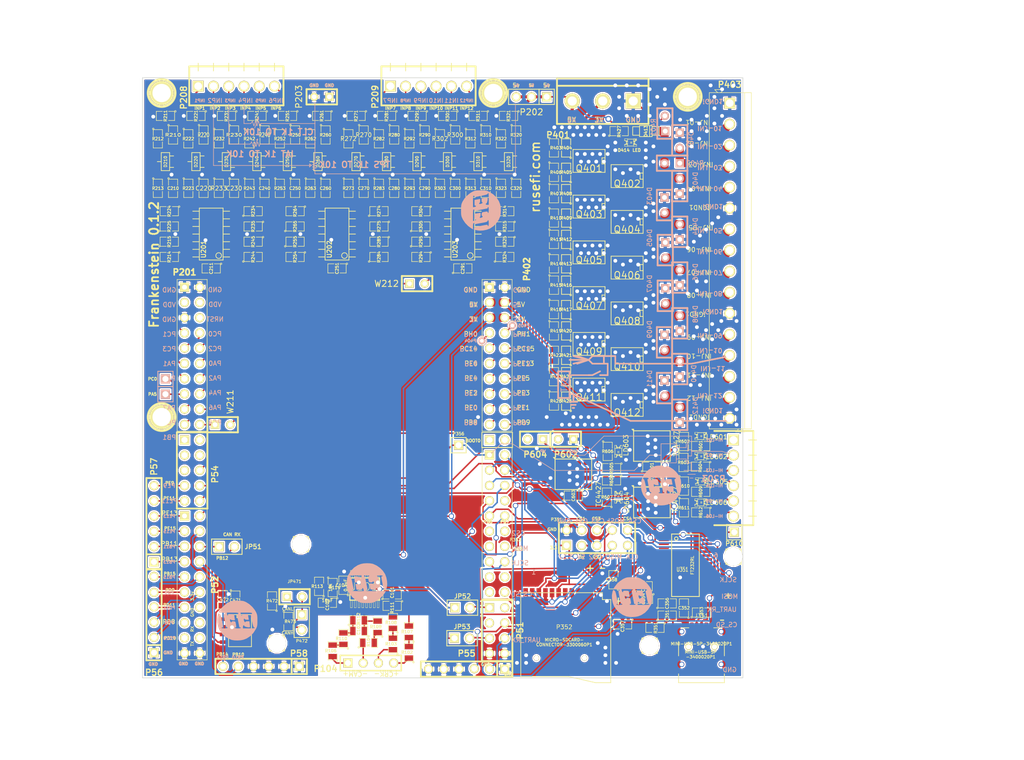
<source format=kicad_pcb>
(kicad_pcb (version 4) (host pcbnew 4.0.5)
  (title_block (title "High or low side drive board for RUSEFI.com") (date 2017-12-27) (rev R0.1.2) (company RUSEFI.com))
  (layers (0 F.Cu signal) (31 B.Cu signal) (34 B.Paste user) (35 F.Paste user) (36 B.SilkS user) (37 F.SilkS user) (38 B.Mask user) (39 F.Mask user) (44 Edge.Cuts user))
  (net 0 "")
  (net 1 /3.3V)
  (net 2 /5V)
  (net 3 /CAM)
  (net 4 /CAM+)
  (net 5 /CAM-)
  (net 6 /CANH)
  (net 7 /CANL)
  (net 8 /CAN_RX)
  (net 9 /CAN_TX)
  (net 10 /CRANK)
  (net 11 /CRK2+)
  (net 12 /CRK2-)
  (net 13 /CS1)
  (net 14 /CS2)
  (net 15 /CS3)
  (net 16 /CS4)
  (net 17 /CS_SD_MODULE)
  (net 18 /HL1)
  (net 19 /HL2)
  (net 20 /HL3)
  (net 21 /HL4)
  (net 22 /HL5)
  (net 23 /HL6)
  (net 24 /H_IN1)
  (net 25 /H_IN2)
  (net 26 /H_IN3)
  (net 27 /H_IN4)
  (net 28 /H_IN5)
  (net 29 /H_IN6)
  (net 30 /INJ-01)
  (net 31 /INJ-01_2)
  (net 32 /INJ-01_5V)
  (net 33 /INJ-02)
  (net 34 /INJ-02_5V)
  (net 35 /INJ-03)
  (net 36 /INJ-03_5V)
  (net 37 /INJ-04)
  (net 38 /INJ-04_5V)
  (net 39 /INJ-05)
  (net 40 /INJ-05_5V)
  (net 41 /INJ-06)
  (net 42 /INJ-06_5V)
  (net 43 /INJ-07)
  (net 44 /INJ-07_5V)
  (net 45 /INJ-08)
  (net 46 /INJ-08_5V)
  (net 47 /INJ-09)
  (net 48 /INJ-09_5V)
  (net 49 /INJ-10)
  (net 50 /INJ-10_5V)
  (net 51 /INJ-11)
  (net 52 /INJ-11_5V)
  (net 53 /INJ-12)
  (net 54 /INJ-12_5V)
  (net 55 /INP1)
  (net 56 /INP10)
  (net 57 /INP11)
  (net 58 /INP12)
  (net 59 /INP2)
  (net 60 /INP3)
  (net 61 /INP4)
  (net 62 /INP5)
  (net 63 /INP6)
  (net 64 /INP7)
  (net 65 /INP8)
  (net 66 /INP9)
  (net 67 /OUT1)
  (net 68 /OUT10)
  (net 69 /OUT11)
  (net 70 /OUT12)
  (net 71 /OUT2)
  (net 72 /OUT3)
  (net 73 /OUT4)
  (net 74 /OUT5)
  (net 75 /OUT6)
  (net 76 /OUT7)
  (net 77 /OUT8)
  (net 78 /OUT9)
  (net 79 /PA5)
  (net 80 /PA8)
  (net 81 /PB10)
  (net 82 /PB11)
  (net 83 /PB12)
  (net 84 /PB13)
  (net 85 /PB14)
  (net 86 /PB15)
  (net 87 /PC0)
  (net 88 /PC6)
  (net 89 /PD10)
  (net 90 /PD11)
  (net 91 /PD8)
  (net 92 /PD9)
  (net 93 /PE11)
  (net 94 /PE13)
  (net 95 /PE15)
  (net 96 /PE9)
  (net 97 /PH0)
  (net 98 /PH1)
  (net 99 /SPI_MISO)
  (net 100 /SPI_MOSI)
  (net 101 /SPI_SCK)
  (net 102 /USART_RX)
  (net 103 /USART_TX)
  (net 104 /VP)
  (net 105 F-0000107)
  (net 106 F-0000108)
  (net 107 F-0000110)
  (net 108 F-0000112)
  (net 109 F-0000115)
  (net 110 F-0000143)
  (net 111 F-0000144)
  (net 112 F-0000145)
  (net 113 F-0000146)
  (net 114 F-0000147)
  (net 115 F-0000148)
  (net 116 F-0000149)
  (net 117 F-0000150)
  (net 118 F-0000151)
  (net 119 F-0000152)
  (net 120 F-0000153)
  (net 121 F-0000154)
  (net 122 F-0000155)
  (net 123 F-0000156)
  (net 124 F-0000161)
  (net 125 F-0000162)
  (net 126 F-000020)
  (net 127 F-000021)
  (net 128 F-000023)
  (net 129 F-000024)
  (net 130 F-000025)
  (net 131 F-000026)
  (net 132 F-000027)
  (net 133 F-000028)
  (net 134 F-000056)
  (net 135 F-000057)
  (net 136 F-000058)
  (net 137 F-000059)
  (net 138 F-000060)
  (net 139 F-000061)
  (net 140 F-000062)
  (net 141 F-000063)
  (net 142 F-000064)
  (net 143 F-000065)
  (net 144 F-000066)
  (net 145 F-000067)
  (net 146 F-000068)
  (net 147 F-000069)
  (net 148 F-000070)
  (net 149 F-000071)
  (net 150 F-000072)
  (net 151 F-000073)
  (net 152 F-000074)
  (net 153 F-000075)
  (net 154 F-000076)
  (net 155 F-000077)
  (net 156 F-000078)
  (net 157 F-000079)
  (net 158 F-000080)
  (net 159 F-000081)
  (net 160 F-000082)
  (net 161 F-000083)
  (net 162 F-000084)
  (net 163 F-000085)
  (net 164 F-000086)
  (net 165 F-000087)
  (net 166 F-000088)
  (net 167 F-000089)
  (net 168 F-000090)
  (net 169 F-000091)
  (net 170 F-000093)
  (net 171 F-000094)
  (net 172 GND)
  (net 173 N-000001)
  (net 174 N-0000010)
  (net 175 N-0000012)
  (net 176 N-000002)
  (net 177 N-0000020)
  (net 178 N-0000021)
  (net 179 N-0000024)
  (net 180 N-0000025)
  (net 181 N-0000028)
  (net 182 N-0000029)
  (net 183 N-000007)
  (net 184 N-000008)
  (module OSTVN06A150 (layer F.Cu) (at 218.44 158.75 270)
    (fp_text reference P603 hide)
    (fp_text value CONN_6 hide)
    (pad 1 thru_hole rect (at -6.35 0 270) (size 1.8 1.8) (drill 1.3) (layers *.Cu *.Mask F.SilkS) (net 18 /HL1))
    (pad 2 thru_hole circle (at -3.81 0 270) (size 1.8 1.8) (drill 1.3) (layers *.Cu *.Mask F.SilkS) (net 19 /HL2))
    (pad 3 thru_hole circle (at -1.27 0 270) (size 1.8 1.8) (drill 1.3) (layers *.Cu *.Mask F.SilkS) (net 20 /HL3))
    (pad 4 thru_hole circle (at 1.27 0 270) (size 1.8 1.8) (drill 1.3) (layers *.Cu *.Mask F.SilkS) (net 21 /HL4))
    (pad 5 thru_hole circle (at 3.81 0 270) (size 1.8 1.8) (drill 1.3) (layers *.Cu *.Mask F.SilkS) (net 22 /HL5))
    (pad 6 thru_hole circle (at 6.35 0 270) (size 1.8 1.8) (drill 1.3) (layers *.Cu *.Mask F.SilkS) (net 23 /HL6))
  )
  (module pin_array_4x2 (layer F.Cu) (at 179.07 184.15 270)
    (fp_text reference P51 (at 0 -3.81 270) (layer F.SilkS) (effects (font (size 1.016 1.016) (thickness 0.2032))))
    (fp_text value CONN_4X2 hide)
    (pad 1 thru_hole rect (at -3.81 1.27 270) (size 1.524 1.524) (drill 1.016) (layers *.Cu *.Mask F.SilkS) (net 80 /PA8))
    (pad 2 thru_hole circle (at -3.81 -1.27 270) (size 1.524 1.524) (drill 1.016) (layers *.Cu *.Mask F.SilkS))
    (pad 3 thru_hole circle (at -1.27 1.27 270) (size 1.524 1.524) (drill 1.016) (layers *.Cu *.Mask F.SilkS))
    (pad 4 thru_hole circle (at -1.27 -1.27 270) (size 1.524 1.524) (drill 1.016) (layers *.Cu *.Mask F.SilkS) (net 29 /H_IN6))
    (pad 5 thru_hole circle (at 1.27 1.27 270) (size 1.524 1.524) (drill 1.016) (layers *.Cu *.Mask F.SilkS) (net 88 /PC6))
    (pad 6 thru_hole circle (at 1.27 -1.27 270) (size 1.524 1.524) (drill 1.016) (layers *.Cu *.Mask F.SilkS) (net 28 /H_IN5))
    (pad 7 thru_hole circle (at 3.81 1.27 270) (size 1.524 1.524) (drill 1.016) (layers *.Cu *.Mask F.SilkS) (net 172 GND))
    (pad 8 thru_hole circle (at 3.81 -1.27 270) (size 1.524 1.524) (drill 1.016) (layers *.Cu *.Mask F.SilkS) (net 172 GND))
  )
  (module PIN_ARRAY_5x2 (layer F.Cu) (at 128.27 157.48 270)
    (fp_text reference P54 (at 0.635 -3.81 270) (layer F.SilkS) (effects (font (size 1.016 1.016) (thickness 0.2032))))
    (fp_text value CONN_5X2 hide)
    (pad 1 thru_hole rect (at -5.08 1.27 270) (size 1.524 1.524) (drill 1.016) (layers *.Cu *.Mask F.SilkS))
    (pad 2 thru_hole circle (at -5.08 -1.27 270) (size 1.524 1.524) (drill 1.016) (layers *.Cu *.Mask F.SilkS))
    (pad 3 thru_hole circle (at -2.54 1.27 270) (size 1.524 1.524) (drill 1.016) (layers *.Cu *.Mask F.SilkS))
    (pad 4 thru_hole circle (at -2.54 -1.27 270) (size 1.524 1.524) (drill 1.016) (layers *.Cu *.Mask F.SilkS))
    (pad 5 thru_hole circle (at 0 1.27 270) (size 1.524 1.524) (drill 1.016) (layers *.Cu *.Mask F.SilkS))
    (pad 6 thru_hole circle (at 0 -1.27 270) (size 1.524 1.524) (drill 1.016) (layers *.Cu *.Mask F.SilkS) (net 26 /H_IN3))
    (pad 7 thru_hole circle (at 2.54 1.27 270) (size 1.524 1.524) (drill 1.016) (layers *.Cu *.Mask F.SilkS) (net 96 /PE9))
    (pad 8 thru_hole circle (at 2.54 -1.27 270) (size 1.524 1.524) (drill 1.016) (layers *.Cu *.Mask F.SilkS) (net 24 /H_IN1))
    (pad 9 thru_hole circle (at 5.08 1.27 270) (size 1.524 1.524) (drill 1.016) (layers *.Cu *.Mask F.SilkS) (net 93 /PE11))
    (pad 10 thru_hole circle (at 5.08 -1.27 270) (size 1.524 1.524) (drill 1.016) (layers *.Cu *.Mask F.SilkS) (net 25 /H_IN2))
  )
  (module PIN_ARRAY_2X1 (layer F.Cu) (at 179.07 152.4)
    (fp_text reference P53 hide)
    (fp_text value CONN_2 hide)
    (pad 1 thru_hole rect (at -1.27 0) (size 1.524 1.524) (drill 1.016) (layers *.Cu *.Mask F.SilkS))
    (pad 2 thru_hole circle (at 1.27 0) (size 1.524 1.524) (drill 1.016) (layers *.Cu *.Mask F.SilkS))
  )
  (module PIN_ARRAY_10X2_M (layer F.Cu) (at 128.27 176.53 270)
    (fp_text reference P52 (at 0 -3.81 270) (layer F.SilkS) (effects (font (size 1.016 1.016) (thickness 0.254))))
    (fp_text value CONN_10X2 hide)
    (pad 1 thru_hole rect (at -11.47064 1.27 270) (size 1.524 1.524) (drill 0.8128) (layers *.Cu *.Mask F.SilkS) (net 94 /PE13))
    (pad 2 thru_hole circle (at -11.47064 -1.27 270) (size 1.524 1.524) (drill 1.016) (layers *.Cu *.Mask F.SilkS) (net 27 /H_IN4))
    (pad 3 thru_hole circle (at -8.93064 1.27 270) (size 1.524 1.524) (drill 1.016) (layers *.Cu *.Mask F.SilkS) (net 95 /PE15))
    (pad 4 thru_hole circle (at -8.93064 -1.27 270) (size 1.524 1.524) (drill 1.016) (layers *.Cu *.Mask F.SilkS) (net 81 /PB10))
    (pad 5 thru_hole circle (at -6.39064 1.27 270) (size 1.524 1.524) (drill 1.016) (layers *.Cu *.Mask F.SilkS) (net 82 /PB11))
    (pad 6 thru_hole circle (at -6.39064 -1.27 270) (size 1.524 1.524) (drill 1.016) (layers *.Cu *.Mask F.SilkS) (net 83 /PB12))
    (pad 7 thru_hole circle (at -3.85064 1.27 270) (size 1.524 1.524) (drill 1.016) (layers *.Cu *.Mask F.SilkS) (net 84 /PB13))
    (pad 8 thru_hole circle (at -3.85064 -1.27 270) (size 1.524 1.524) (drill 1.016) (layers *.Cu *.Mask F.SilkS) (net 85 /PB14))
    (pad 9 thru_hole circle (at -1.31064 1.27 270) (size 1.524 1.524) (drill 1.016) (layers *.Cu *.Mask F.SilkS) (net 86 /PB15))
    (pad 10 thru_hole circle (at -1.31064 -1.27 270) (size 1.524 1.524) (drill 1.016) (layers *.Cu *.Mask F.SilkS) (net 91 /PD8))
    (pad 11 thru_hole circle (at 1.22936 1.27 270) (size 1.524 1.524) (drill 1.016) (layers *.Cu *.Mask F.SilkS) (net 92 /PD9))
    (pad 12 thru_hole circle (at 1.22936 -1.27 270) (size 1.524 1.524) (drill 1.016) (layers *.Cu *.Mask F.SilkS) (net 89 /PD10))
    (pad 13 thru_hole circle (at 3.76936 1.27 270) (size 1.524 1.524) (drill 1.016) (layers *.Cu *.Mask F.SilkS) (net 90 /PD11))
    (pad 14 thru_hole circle (at 3.76936 -1.27 270) (size 1.524 1.524) (drill 1.016) (layers *.Cu *.Mask F.SilkS))
    (pad 15 thru_hole circle (at 6.30936 1.27 270) (size 1.524 1.524) (drill 1.016) (layers *.Cu *.Mask F.SilkS))
    (pad 16 thru_hole circle (at 6.30936 -1.27 270) (size 1.524 1.524) (drill 1.016) (layers *.Cu *.Mask F.SilkS))
    (pad 17 thru_hole circle (at 8.84936 1.27 270) (size 1.524 1.524) (drill 1.016) (layers *.Cu *.Mask F.SilkS))
    (pad 18 thru_hole circle (at 8.84936 -1.27 270) (size 1.524 1.524) (drill 1.016) (layers *.Cu *.Mask F.SilkS))
    (pad 19 thru_hole circle (at 11.38936 1.27 270) (size 1.524 1.524) (drill 1.016) (layers *.Cu *.Mask F.SilkS) (net 172 GND))
    (pad 20 thru_hole circle (at 11.38936 -1.27 270) (size 1.524 1.524) (drill 1.016) (layers *.Cu *.Mask F.SilkS) (net 172 GND))
  )
  (module PIN_ARRAY-6X1 (layer F.Cu) (at 121.92 181.483 90)
    (fp_text reference P56 (at -9.652 0 180) (layer F.SilkS) (effects (font (size 1.016 1.016) (thickness 0.2032))))
    (fp_text value CONN_6 hide)
    (pad 1 thru_hole rect (at -6.35 0 90) (size 1.524 1.524) (drill 1.016) (layers *.Cu *.Mask F.SilkS) (net 172 GND))
    (pad 2 thru_hole circle (at -3.81 0 90) (size 1.524 1.524) (drill 1.016) (layers *.Cu *.Mask F.SilkS) (net 89 /PD10))
    (pad 3 thru_hole circle (at -1.27 0 90) (size 1.524 1.524) (drill 1.016) (layers *.Cu *.Mask F.SilkS) (net 91 /PD8))
    (pad 4 thru_hole circle (at 1.27 0 90) (size 1.524 1.524) (drill 1.016) (layers *.Cu *.Mask F.SilkS) (net 90 /PD11))
    (pad 5 thru_hole circle (at 3.683 0 90) (size 1.524 1.524) (drill 1.016) (layers *.Cu *.Mask F.SilkS) (net 92 /PD9))
    (pad 6 thru_hole circle (at 6.35 0 90) (size 1.524 1.524) (drill 1.016) (layers *.Cu *.Mask F.SilkS) (net 86 /PB15))
  )
  (module PIN_ARRAY-6X1 (layer F.Cu) (at 121.92 166.37 90)
    (fp_text reference P57 (at 9.525 0 90) (layer F.SilkS) (effects (font (size 1.016 1.016) (thickness 0.2032))))
    (fp_text value CONN_6 hide)
    (pad 1 thru_hole rect (at -6.35 0 90) (size 1.524 1.524) (drill 1.016) (layers *.Cu *.Mask F.SilkS) (net 84 /PB13))
    (pad 2 thru_hole circle (at -3.81 0 90) (size 1.524 1.524) (drill 1.016) (layers *.Cu *.Mask F.SilkS) (net 82 /PB11))
    (pad 3 thru_hole circle (at -1.27 0 90) (size 1.524 1.524) (drill 1.016) (layers *.Cu *.Mask F.SilkS) (net 95 /PE15))
    (pad 4 thru_hole circle (at 1.27 0 90) (size 1.524 1.524) (drill 1.016) (layers *.Cu *.Mask F.SilkS) (net 94 /PE13))
    (pad 5 thru_hole circle (at 3.81 0 90) (size 1.524 1.524) (drill 1.016) (layers *.Cu *.Mask F.SilkS) (net 93 /PE11))
    (pad 6 thru_hole circle (at 6.35 0 90) (size 1.524 1.524) (drill 1.016) (layers *.Cu *.Mask F.SilkS) (net 96 /PE9))
  )
  (module PIN_ARRAY-6X1 (layer F.Cu) (at 139.764 190.119 180)
    (fp_text reference P58 (at -6.286 2.159 180) (layer F.SilkS) (effects (font (size 1.016 1.016) (thickness 0.2032))))
    (fp_text value CONN_6 hide)
    (pad 1 thru_hole rect (at -6.35 0 180) (size 1.524 1.524) (drill 1.016) (layers *.Cu *.Mask F.SilkS) (net 172 GND))
    (pad 2 thru_hole circle (at -3.81 0 180) (size 1.524 1.524) (drill 1.016) (layers *.Cu *.Mask F.SilkS) (net 172 GND))
    (pad 3 thru_hole circle (at -1.27 0 180) (size 1.524 1.524) (drill 1.016) (layers *.Cu *.Mask F.SilkS) (net 172 GND))
    (pad 4 thru_hole circle (at 1.27 0 180) (size 1.524 1.524) (drill 1.016) (layers *.Cu *.Mask F.SilkS) (net 172 GND))
    (pad 5 thru_hole circle (at 3.81 0 180) (size 1.524 1.524) (drill 1.016) (layers *.Cu *.Mask F.SilkS) (net 81 /PB10))
    (pad 6 thru_hole circle (at 6.35 0 180) (size 1.524 1.524) (drill 1.016) (layers *.Cu *.Mask F.SilkS) (net 85 /PB14))
  )
  (module PIN_ARRAY_2_A (layer F.Cu) (at 173.292 180.34)
    (fp_text reference JP52 (at 0 -1.905) (layer F.SilkS) (effects (font (size 0.762 0.762) (thickness 0.1524))))
    (fp_text value JUMPER hide)
    (pad 1 thru_hole rect (at -1.27 0) (size 1.524 1.524) (drill 1.016) (layers *.Cu *.Mask F.SilkS) (net 10 /CRANK))
    (pad 2 thru_hole circle (at 1.27 0) (size 1.524 1.524) (drill 1.016) (layers *.Cu *.Mask F.SilkS) (net 80 /PA8))
  )
  (module PIN_ARRAY_2_A (layer F.Cu) (at 173.228 185.42)
    (fp_text reference JP53 (at 0 -1.905) (layer F.SilkS) (effects (font (size 0.762 0.762) (thickness 0.1524))))
    (fp_text value JUMPER hide)
    (pad 1 thru_hole rect (at -1.27 0) (size 1.524 1.524) (drill 1.016) (layers *.Cu *.Mask F.SilkS) (net 3 /CAM))
    (pad 2 thru_hole circle (at 1.27 0) (size 1.524 1.524) (drill 1.016) (layers *.Cu *.Mask F.SilkS) (net 88 /PC6))
  )
  (module PIN_ARRAY_2_A (layer F.Cu) (at 134.048 170.18)
    (fp_text reference JP51 (at 4.382 0) (layer F.SilkS) (effects (font (size 0.762 0.762) (thickness 0.1524))))
    (fp_text value JUMPER hide)
    (pad 1 thru_hole rect (at -1.27 0) (size 1.524 1.524) (drill 1.016) (layers *.Cu *.Mask F.SilkS) (net 83 /PB12))
    (pad 2 thru_hole circle (at 1.27 0) (size 1.524 1.524) (drill 1.016) (layers *.Cu *.Mask F.SilkS) (net 8 /CAN_RX))
  )
  (module PIN_ARRAY-6X1 (layer F.Cu) (at 173.99 190.564 180)
    (fp_text reference P55 (at 0 2.604 180) (layer F.SilkS) (effects (font (size 1.016 1.016) (thickness 0.2032))))
    (fp_text value CONN_6 hide)
    (pad 1 thru_hole rect (at -6.35 0 180) (size 1.524 1.524) (drill 1.016) (layers *.Cu *.Mask F.SilkS) (net 172 GND))
    (pad 2 thru_hole circle (at -3.81 0 180) (size 1.524 1.524) (drill 1.016) (layers *.Cu *.Mask F.SilkS) (net 28 /H_IN5))
    (pad 3 thru_hole circle (at -1.27 0.0635 180) (size 1.524 1.524) (drill 1.016) (layers *.Cu *.Mask F.SilkS) (net 29 /H_IN6))
    (pad 4 thru_hole circle (at 1.27 0 180) (size 1.524 1.524) (drill 1.016) (layers *.Cu *.Mask F.SilkS) (net 172 GND))
    (pad 5 thru_hole circle (at 3.81 0 180) (size 1.524 1.524) (drill 1.016) (layers *.Cu *.Mask F.SilkS) (net 172 GND))
    (pad 6 thru_hole circle (at 6.35 0 180) (size 1.524 1.524) (drill 1.016) (layers *.Cu *.Mask F.SilkS) (net 172 GND))
  )
  (module PIN_ARRAY_1 (layer F.Cu) (at 218.567 167.767 180)
    (fp_text reference P610 (at 0 -1.905 180) (layer F.SilkS) (effects (font (size 0.762 0.762) (thickness 0.1524))))
    (fp_text value CONN_1 hide)
    (pad 1 thru_hole rect (at 0 0 180) (size 1.524 1.524) (drill 1.016) (layers *.Cu *.Mask F.SilkS) (net 104 /VP))
  )
  (module SM0805 (layer F.Cu) (at 161.586 178.126)
    (fp_text reference C101 (at 0 -0.3175 90) (layer F.SilkS) (effects (font (size 0.50038 0.50038) (thickness 0.10922))))
    (fp_text value 1000pF hide)
    (pad 1 smd rect (at -0.9525 0) (size 0.889 1.397) (layers F.Cu F.Paste F.Mask) (net 130 F-000025))
    (pad 2 smd rect (at 0.9525 0) (size 0.889 1.397) (layers F.Cu F.Paste F.Mask) (net 131 F-000026))
  )
  (module SM0805 (layer F.Cu) (at 155.998 184.222)
    (fp_text reference C102 (at 0 -0.3175 90) (layer F.SilkS) (effects (font (size 0.50038 0.50038) (thickness 0.10922))))
    (fp_text value 1000pF hide)
    (pad 1 smd rect (at -0.9525 0) (size 0.889 1.397) (layers F.Cu F.Paste F.Mask) (net 132 F-000027))
    (pad 2 smd rect (at 0.9525 0) (size 0.889 1.397) (layers F.Cu F.Paste F.Mask) (net 133 F-000028))
  )
  (module SM0805 (layer F.Cu) (at 153.458 176.602 90)
    (fp_text reference C104 (at 0 -0.3175 180) (layer F.SilkS) (effects (font (size 0.50038 0.50038) (thickness 0.10922))))
    (fp_text value 0.1uF (at 0 0.381 90) (layer F.SilkS) (effects (font (size 0.50038 0.50038) (thickness 0.10922))))
    (pad 1 smd rect (at -0.9525 0 90) (size 0.889 1.397) (layers F.Cu F.Paste F.Mask) (net 2 /5V))
    (pad 2 smd rect (at 0.9525 0 90) (size 0.889 1.397) (layers F.Cu F.Paste F.Mask) (net 172 GND))
  )
  (module SM0805 (layer F.Cu) (at 164.38 187.778 90)
    (fp_text reference R102 (at 0 -0.3175 180) (layer F.SilkS) (effects (font (size 0.50038 0.50038) (thickness 0.10922))))
    (fp_text value 5k hide)
    (pad 1 smd rect (at -0.9525 0 90) (size 0.889 1.397) (layers F.Cu F.Paste F.Mask) (net 11 /CRK2+))
    (pad 2 smd rect (at 0.9525 0 90) (size 0.889 1.397) (layers F.Cu F.Paste F.Mask) (net 126 F-000020))
  )
  (module SM0805 (layer F.Cu) (at 161.713 186.381 90)
    (fp_text reference R103 (at 0 -0.3175 180) (layer F.SilkS) (effects (font (size 0.50038 0.50038) (thickness 0.10922))))
    (fp_text value 5k hide)
    (pad 1 smd rect (at -0.9525 0 90) (size 0.889 1.397) (layers F.Cu F.Paste F.Mask) (net 12 /CRK2-))
    (pad 2 smd rect (at 0.9525 0 90) (size 0.889 1.397) (layers F.Cu F.Paste F.Mask) (net 129 F-000024))
  )
  (module SM0805 (layer F.Cu) (at 157.649 186.191)
    (fp_text reference R104 (at 0 -0.3175 90) (layer F.SilkS) (effects (font (size 0.50038 0.50038) (thickness 0.10922))))
    (fp_text value 5k hide)
    (pad 1 smd rect (at -0.9525 0) (size 0.889 1.397) (layers F.Cu F.Paste F.Mask) (net 5 /CAM-))
    (pad 2 smd rect (at 0.9525 0) (size 0.889 1.397) (layers F.Cu F.Paste F.Mask) (net 127 F-000021))
  )
  (module SM0805 (layer F.Cu) (at 151.68 187.524 90)
    (fp_text reference R106 (at 0 -0.3175 180) (layer F.SilkS) (effects (font (size 0.50038 0.50038) (thickness 0.10922))))
    (fp_text value 5k hide)
    (pad 1 smd rect (at -0.9525 0 90) (size 0.889 1.397) (layers F.Cu F.Paste F.Mask) (net 4 /CAM+))
    (pad 2 smd rect (at 0.9525 0 90) (size 0.889 1.397) (layers F.Cu F.Paste F.Mask) (net 128 F-000023))
  )
  (module SM0805 (layer F.Cu) (at 164.38 184.349 90)
    (fp_text reference R107 (at 0 -0.3175 180) (layer F.SilkS) (effects (font (size 0.50038 0.50038) (thickness 0.10922))))
    (fp_text value 5k hide)
    (pad 1 smd rect (at -0.9525 0 90) (size 0.889 1.397) (layers F.Cu F.Paste F.Mask) (net 126 F-000020))
    (pad 2 smd rect (at 0.9525 0 90) (size 0.889 1.397) (layers F.Cu F.Paste F.Mask) (net 131 F-000026))
  )
  (module SM0805 (layer F.Cu) (at 161.713 182.825 90)
    (fp_text reference R108 (at 0 -0.3175 180) (layer F.SilkS) (effects (font (size 0.50038 0.50038) (thickness 0.10922))))
    (fp_text value 5k hide)
    (pad 1 smd rect (at -0.9525 0 90) (size 0.889 1.397) (layers F.Cu F.Paste F.Mask) (net 129 F-000024))
    (pad 2 smd rect (at 0.9525 0 90) (size 0.889 1.397) (layers F.Cu F.Paste F.Mask) (net 130 F-000025))
  )
  (module SM0805 (layer F.Cu) (at 159.173 183.524 90)
    (fp_text reference R109 (at 0 -0.3175 180) (layer F.SilkS) (effects (font (size 0.50038 0.50038) (thickness 0.10922))))
    (fp_text value 5k hide)
    (pad 1 smd rect (at -0.9525 0 90) (size 0.889 1.397) (layers F.Cu F.Paste F.Mask) (net 127 F-000021))
    (pad 2 smd rect (at 0.9525 0 90) (size 0.889 1.397) (layers F.Cu F.Paste F.Mask) (net 133 F-000028))
  )
  (module SM0805 (layer F.Cu) (at 153.458 185.492 90)
    (fp_text reference R110 (at 0 -0.3175 180) (layer F.SilkS) (effects (font (size 0.50038 0.50038) (thickness 0.10922))))
    (fp_text value 5k hide)
    (pad 1 smd rect (at -0.9525 0 90) (size 0.889 1.397) (layers F.Cu F.Paste F.Mask) (net 128 F-000023))
    (pad 2 smd rect (at 0.9525 0 90) (size 0.889 1.397) (layers F.Cu F.Paste F.Mask) (net 132 F-000027))
  )
  (module SM0805 (layer F.Cu) (at 161.586 180.031 180)
    (fp_text reference R111 (at 0 -0.3175 270) (layer F.SilkS) (effects (font (size 0.50038 0.50038) (thickness 0.10922))))
    (fp_text value 5k hide)
    (pad 1 smd rect (at -0.9525 0 180) (size 0.889 1.397) (layers F.Cu F.Paste F.Mask) (net 130 F-000025))
    (pad 2 smd rect (at 0.9525 0 180) (size 0.889 1.397) (layers F.Cu F.Paste F.Mask) (net 131 F-000026))
  )
  (module SM0805 (layer F.Cu) (at 155.998 182.444)
    (fp_text reference R112 (at 0 -0.3175 90) (layer F.SilkS) (effects (font (size 0.50038 0.50038) (thickness 0.10922))))
    (fp_text value 5k hide)
    (pad 1 smd rect (at -0.9525 0) (size 0.889 1.397) (layers F.Cu F.Paste F.Mask) (net 132 F-000027))
    (pad 2 smd rect (at 0.9525 0) (size 0.889 1.397) (layers F.Cu F.Paste F.Mask) (net 133 F-000028))
  )
  (module SM0805 (layer F.Cu) (at 149.416 176.784 90)
    (fp_text reference R113 (at 0 -0.3175 180) (layer F.SilkS) (effects (font (size 0.50038 0.50038) (thickness 0.10922))))
    (fp_text value 10k hide)
    (pad 1 smd rect (at -0.9525 0 90) (size 0.889 1.397) (layers F.Cu F.Paste F.Mask) (net 2 /5V))
    (pad 2 smd rect (at 0.9525 0 90) (size 0.889 1.397) (layers F.Cu F.Paste F.Mask) (net 10 /CRANK))
  )
  (module SM0805 (layer F.Cu) (at 151.68 176.983 270)
    (fp_text reference R114 (at 0 -0.3175 360) (layer F.SilkS) (effects (font (size 0.50038 0.50038) (thickness 0.10922))))
    (fp_text value 10k (at 0 0.381 270) (layer F.SilkS) (effects (font (size 0.50038 0.50038) (thickness 0.10922))))
    (pad 1 smd rect (at -0.9525 0 270) (size 0.889 1.397) (layers F.Cu F.Paste F.Mask) (net 3 /CAM))
    (pad 2 smd rect (at 0.9525 0 270) (size 0.889 1.397) (layers F.Cu F.Paste F.Mask) (net 2 /5V))
  )
  (module maxim-10-QSOP16 (layer F.Cu) (at 157.014 177.237 180)
    (fp_text reference U101 (at 0.254 0.381 180) (layer F.SilkS) (effects (font (size 1.27 1.27) (thickness 0.0889))))
    (fp_text value MAX9926/9927 hide)
    (pad 1 smd rect (at -2.2225 2.68986 180) (size 0.44958 1.4986) (layers F.Cu F.Paste F.Mask) (net 172 GND))
    (pad 2 smd rect (at -1.5875 2.68986 180) (size 0.44958 1.4986) (layers F.Cu F.Paste F.Mask))
    (pad 3 smd rect (at -0.9525 2.68986 180) (size 0.44958 1.4986) (layers F.Cu F.Paste F.Mask) (net 172 GND))
    (pad 4 smd rect (at -0.3175 2.68986 180) (size 0.44958 1.4986) (layers F.Cu F.Paste F.Mask) (net 10 /CRANK))
    (pad 5 smd rect (at 0.3175 2.68986 180) (size 0.44958 1.4986) (layers F.Cu F.Paste F.Mask) (net 3 /CAM))
    (pad 6 smd rect (at 0.9525 2.68986 180) (size 0.44958 1.4986) (layers F.Cu F.Paste F.Mask) (net 172 GND))
    (pad 7 smd rect (at 1.5875 2.68986 180) (size 0.44958 1.4986) (layers F.Cu F.Paste F.Mask))
    (pad 8 smd rect (at 2.2225 2.68986 180) (size 0.44958 1.4986) (layers F.Cu F.Paste F.Mask) (net 172 GND))
    (pad 9 smd rect (at 2.2225 -2.68986 180) (size 0.44958 1.4986) (layers F.Cu F.Paste F.Mask) (net 132 F-000027))
    (pad 10 smd rect (at 1.5875 -2.68986 180) (size 0.44958 1.4986) (layers F.Cu F.Paste F.Mask) (net 133 F-000028))
    (pad 11 smd rect (at 0.9525 -2.68986 180) (size 0.44958 1.4986) (layers F.Cu F.Paste F.Mask) (net 172 GND))
    (pad 12 smd rect (at 0.3175 -2.68986 180) (size 0.44958 1.4986) (layers F.Cu F.Paste F.Mask) (net 172 GND))
    (pad 13 smd rect (at -0.3175 -2.68986 180) (size 0.44958 1.4986) (layers F.Cu F.Paste F.Mask) (net 172 GND))
    (pad 14 smd rect (at -0.9525 -2.68986 180) (size 0.44958 1.4986) (layers F.Cu F.Paste F.Mask) (net 2 /5V))
    (pad 15 smd rect (at -1.5875 -2.68986 180) (size 0.44958 1.4986) (layers F.Cu F.Paste F.Mask) (net 130 F-000025))
    (pad 16 smd rect (at -2.2225 -2.68986 180) (size 0.44958 1.4986) (layers F.Cu F.Paste F.Mask) (net 131 F-000026))
  )
  (module PIN_ARRAY_4x1 (layer F.Cu) (at 158.03 189.556)
    (fp_text reference P104 (at -7.535 0.944) (layer F.SilkS) (effects (font (size 1.016 1.016) (thickness 0.2032))))
    (fp_text value CONN_4 hide)
    (pad 1 thru_hole rect (at -3.81 0) (size 1.524 1.524) (drill 1.016) (layers *.Cu *.Mask F.SilkS) (net 4 /CAM+))
    (pad 2 thru_hole circle (at -1.27 0) (size 1.524 1.524) (drill 1.016) (layers *.Cu *.Mask F.SilkS) (net 5 /CAM-))
    (pad 3 thru_hole circle (at 1.27 0) (size 1.524 1.524) (drill 1.016) (layers *.Cu *.Mask F.SilkS) (net 12 /CRK2-))
    (pad 4 thru_hole circle (at 3.81 0) (size 1.524 1.524) (drill 1.016) (layers *.Cu *.Mask F.SilkS) (net 11 /CRK2+))
  )
  (module SM0805 (layer F.Cu) (at 150.791 179.523 180)
    (fp_text reference C103 (at 0 -0.3175 270) (layer F.SilkS) (effects (font (size 0.50038 0.50038) (thickness 0.10922))))
    (fp_text value 10uF (at 0 0.381 180) (layer F.SilkS) (effects (font (size 0.50038 0.50038) (thickness 0.10922))))
    (pad 1 smd rect (at -0.9525 0 180) (size 0.889 1.397) (layers F.Cu F.Paste F.Mask) (net 172 GND))
    (pad 2 smd rect (at 0.9525 0 180) (size 0.889 1.397) (layers F.Cu F.Paste F.Mask) (net 2 /5V))
  )
  (module LOGO_F (layer B.Cu) (at 157.39525 176.22125 180)
    (fp_text reference G101 hide)
    (fp_text value LOGO hide)
  )
  (module PIN_ARRAY_3X1 (layer F.Cu) (at 184.785 95.25 180)
    (fp_text reference P202 (at 0 -2.54 180) (layer F.SilkS) (effects (font (size 1.016 1.016) (thickness 0.1524))))
    (fp_text value CONN_3 hide)
    (pad 1 thru_hole rect (at -2.54 0 180) (size 1.524 1.524) (drill 1.016) (layers *.Cu *.Mask F.SilkS) (net 2 /5V))
    (pad 2 thru_hole circle (at 0 0 180) (size 1.524 1.524) (drill 1.016) (layers *.Cu *.Mask F.SilkS) (net 2 /5V))
    (pad 3 thru_hole circle (at 2.54 0 180) (size 1.524 1.524) (drill 1.016) (layers *.Cu *.Mask F.SilkS) (net 2 /5V))
  )
  (module sot23 (layer F.Cu) (at 133.985 106.045 90)
    (fp_text reference D230 (at 0 0 90) (layer F.SilkS) (effects (font (size 0.50038 0.50038) (thickness 0.09906))))
    (fp_text value DOUBLE_SCHOTTKY hide)
    (pad 1 smd rect (at -0.9525 1.05664 90) (size 0.59944 1.00076) (layers F.Cu F.Paste F.Mask) (net 172 GND))
    (pad 2 smd rect (at 0 -1.05664 90) (size 0.59944 1.00076) (layers F.Cu F.Paste F.Mask) (net 170 F-000093))
    (pad 3 smd rect (at 0.9525 1.05664 90) (size 0.59944 1.00076) (layers F.Cu F.Paste F.Mask) (net 2 /5V))
  )
  (module sot23 (layer F.Cu) (at 170.815 106.045 90)
    (fp_text reference D300 (at 0 0 90) (layer F.SilkS) (effects (font (size 0.50038 0.50038) (thickness 0.09906))))
    (fp_text value DOUBLE_SCHOTTKY hide)
    (pad 1 smd rect (at -0.9525 1.05664 90) (size 0.59944 1.00076) (layers F.Cu F.Paste F.Mask) (net 172 GND))
    (pad 2 smd rect (at 0 -1.05664 90) (size 0.59944 1.00076) (layers F.Cu F.Paste F.Mask) (net 139 F-000061))
    (pad 3 smd rect (at 0.9525 1.05664 90) (size 0.59944 1.00076) (layers F.Cu F.Paste F.Mask) (net 2 /5V))
  )
  (module sot23 (layer F.Cu) (at 165.735 106.045 90)
    (fp_text reference D290 (at 0 0 90) (layer F.SilkS) (effects (font (size 0.50038 0.50038) (thickness 0.09906))))
    (fp_text value DOUBLE_SCHOTTKY hide)
    (pad 1 smd rect (at -0.9525 1.05664 90) (size 0.59944 1.00076) (layers F.Cu F.Paste F.Mask) (net 172 GND))
    (pad 2 smd rect (at 0 -1.05664 90) (size 0.59944 1.00076) (layers F.Cu F.Paste F.Mask) (net 140 F-000062))
    (pad 3 smd rect (at 0.9525 1.05664 90) (size 0.59944 1.00076) (layers F.Cu F.Paste F.Mask) (net 2 /5V))
  )
  (module sot23 (layer F.Cu) (at 128.905 106.045 90)
    (fp_text reference D220 (at 0 0 90) (layer F.SilkS) (effects (font (size 0.50038 0.50038) (thickness 0.09906))))
    (fp_text value DOUBLE_SCHOTTKY hide)
    (pad 1 smd rect (at -0.9525 1.05664 90) (size 0.59944 1.00076) (layers F.Cu F.Paste F.Mask) (net 172 GND))
    (pad 2 smd rect (at 0 -1.05664 90) (size 0.59944 1.00076) (layers F.Cu F.Paste F.Mask) (net 165 F-000087))
    (pad 3 smd rect (at 0.9525 1.05664 90) (size 0.59944 1.00076) (layers F.Cu F.Paste F.Mask) (net 2 /5V))
  )
  (module sot23 (layer F.Cu) (at 139.065 106.045 90)
    (fp_text reference D240 (at 0 0 90) (layer F.SilkS) (effects (font (size 0.50038 0.50038) (thickness 0.09906))))
    (fp_text value DOUBLE_SCHOTTKY hide)
    (pad 1 smd rect (at -0.9525 1.05664 90) (size 0.59944 1.00076) (layers F.Cu F.Paste F.Mask) (net 172 GND))
    (pad 2 smd rect (at 0 -1.05664 90) (size 0.59944 1.00076) (layers F.Cu F.Paste F.Mask) (net 169 F-000091))
    (pad 3 smd rect (at 0.9525 1.05664 90) (size 0.59944 1.00076) (layers F.Cu F.Paste F.Mask) (net 2 /5V))
  )
  (module sot23 (layer F.Cu) (at 123.825 106.045 90)
    (fp_text reference D210 (at 0 0 90) (layer F.SilkS) (effects (font (size 0.50038 0.50038) (thickness 0.09906))))
    (fp_text value DOUBLE_SCHOTTKY hide)
    (pad 1 smd rect (at -0.9525 1.05664 90) (size 0.59944 1.00076) (layers F.Cu F.Paste F.Mask) (net 172 GND))
    (pad 2 smd rect (at 0 -1.05664 90) (size 0.59944 1.00076) (layers F.Cu F.Paste F.Mask) (net 156 F-000078))
    (pad 3 smd rect (at 0.9525 1.05664 90) (size 0.59944 1.00076) (layers F.Cu F.Paste F.Mask) (net 2 /5V))
  )
  (module sot23 (layer F.Cu) (at 149.225 106.045 90)
    (fp_text reference D260 (at 0 0 90) (layer F.SilkS) (effects (font (size 0.50038 0.50038) (thickness 0.09906))))
    (fp_text value DOUBLE_SCHOTTKY hide)
    (pad 1 smd rect (at -0.9525 1.05664 90) (size 0.59944 1.00076) (layers F.Cu F.Paste F.Mask) (net 172 GND))
    (pad 2 smd rect (at 0 -1.05664 90) (size 0.59944 1.00076) (layers F.Cu F.Paste F.Mask) (net 151 F-000073))
    (pad 3 smd rect (at 0.9525 1.05664 90) (size 0.59944 1.00076) (layers F.Cu F.Paste F.Mask) (net 2 /5V))
  )
  (module sot23 (layer F.Cu) (at 144.145 106.045 90)
    (fp_text reference D250 (at 0 0 90) (layer F.SilkS) (effects (font (size 0.50038 0.50038) (thickness 0.09906))))
    (fp_text value DOUBLE_SCHOTTKY hide)
    (pad 1 smd rect (at -0.9525 1.05664 90) (size 0.59944 1.00076) (layers F.Cu F.Paste F.Mask) (net 172 GND))
    (pad 2 smd rect (at 0 -1.05664 90) (size 0.59944 1.00076) (layers F.Cu F.Paste F.Mask) (net 144 F-000066))
    (pad 3 smd rect (at 0.9525 1.05664 90) (size 0.59944 1.00076) (layers F.Cu F.Paste F.Mask) (net 2 /5V))
  )
  (module sot23 (layer F.Cu) (at 160.655 106.045 90)
    (fp_text reference D280 (at 0 0 90) (layer F.SilkS) (effects (font (size 0.50038 0.50038) (thickness 0.09906))))
    (fp_text value DOUBLE_SCHOTTKY hide)
    (pad 1 smd rect (at -0.9525 1.05664 90) (size 0.59944 1.00076) (layers F.Cu F.Paste F.Mask) (net 172 GND))
    (pad 2 smd rect (at 0 -1.05664 90) (size 0.59944 1.00076) (layers F.Cu F.Paste F.Mask) (net 134 F-000056))
    (pad 3 smd rect (at 0.9525 1.05664 90) (size 0.59944 1.00076) (layers F.Cu F.Paste F.Mask) (net 2 /5V))
  )
  (module sot23 (layer F.Cu) (at 155.575 106.045 90)
    (fp_text reference D270 (at 0 0 90) (layer F.SilkS) (effects (font (size 0.50038 0.50038) (thickness 0.09906))))
    (fp_text value DOUBLE_SCHOTTKY hide)
    (pad 1 smd rect (at -0.9525 1.05664 90) (size 0.59944 1.00076) (layers F.Cu F.Paste F.Mask) (net 172 GND))
    (pad 2 smd rect (at 0 -1.05664 90) (size 0.59944 1.00076) (layers F.Cu F.Paste F.Mask) (net 137 F-000059))
    (pad 3 smd rect (at 0.9525 1.05664 90) (size 0.59944 1.00076) (layers F.Cu F.Paste F.Mask) (net 2 /5V))
  )
  (module so-14 (layer F.Cu) (at 131.445 118.11 90)
    (fp_text reference U201 (at -2.54 -1.27 90) (layer F.SilkS) (effects (font (size 0.7493 0.7493) (thickness 0.14986))))
    (fp_text value LMV324IDR hide)
    (pad 1 smd rect (at -3.81 2.794 90) (size 0.635 1.27) (layers F.Cu F.Paste F.Mask) (net 138 F-000060))
    (pad 2 smd rect (at -2.54 2.794 90) (size 0.635 1.27) (layers F.Cu F.Paste F.Mask) (net 138 F-000060))
    (pad 3 smd rect (at -1.27 2.794 90) (size 0.635 1.27) (layers F.Cu F.Paste F.Mask) (net 160 F-000082))
    (pad 4 smd rect (at 0 2.794 90) (size 0.635 1.27) (layers F.Cu F.Paste F.Mask) (net 2 /5V))
    (pad 5 smd rect (at 1.27 2.794 90) (size 0.635 1.27) (layers F.Cu F.Paste F.Mask) (net 161 F-000083))
    (pad 6 smd rect (at 2.54 2.794 90) (size 0.635 1.27) (layers F.Cu F.Paste F.Mask) (net 171 F-000094))
    (pad 7 smd rect (at 3.81 2.794 90) (size 0.635 1.27) (layers F.Cu F.Paste F.Mask) (net 171 F-000094))
    (pad 8 smd rect (at 3.81 -2.794 90) (size 0.635 1.27) (layers F.Cu F.Paste F.Mask) (net 136 F-000058))
    (pad 9 smd rect (at 2.54 -2.794 90) (size 0.635 1.27) (layers F.Cu F.Paste F.Mask) (net 136 F-000058))
    (pad 10 smd rect (at 1.27 -2.794 90) (size 0.635 1.27) (layers F.Cu F.Paste F.Mask) (net 164 F-000086))
    (pad 11 smd rect (at 0 -2.794 90) (size 0.635 1.27) (layers F.Cu F.Paste F.Mask) (net 172 GND))
    (pad 12 smd rect (at -1.27 -2.794 90) (size 0.635 1.27) (layers F.Cu F.Paste F.Mask) (net 166 F-000088))
    (pad 13 smd rect (at -2.54 -2.794 90) (size 0.635 1.27) (layers F.Cu F.Paste F.Mask) (net 135 F-000057))
    (pad 14 smd rect (at -3.81 -2.794 90) (size 0.635 1.27) (layers F.Cu F.Paste F.Mask) (net 135 F-000057))
  )
  (module so-14 (layer F.Cu) (at 152.4 118.11 90)
    (fp_text reference U202 (at -2.54 -1.27 90) (layer F.SilkS) (effects (font (size 0.7493 0.7493) (thickness 0.14986))))
    (fp_text value LMV324IDR hide)
    (pad 1 smd rect (at -3.81 2.794 90) (size 0.635 1.27) (layers F.Cu F.Paste F.Mask) (net 168 F-000090))
    (pad 2 smd rect (at -2.54 2.794 90) (size 0.635 1.27) (layers F.Cu F.Paste F.Mask) (net 168 F-000090))
    (pad 3 smd rect (at -1.27 2.794 90) (size 0.635 1.27) (layers F.Cu F.Paste F.Mask) (net 163 F-000085))
    (pad 4 smd rect (at 0 2.794 90) (size 0.635 1.27) (layers F.Cu F.Paste F.Mask) (net 2 /5V))
    (pad 5 smd rect (at 1.27 2.794 90) (size 0.635 1.27) (layers F.Cu F.Paste F.Mask) (net 162 F-000084))
    (pad 6 smd rect (at 2.54 2.794 90) (size 0.635 1.27) (layers F.Cu F.Paste F.Mask) (net 158 F-000080))
    (pad 7 smd rect (at 3.81 2.794 90) (size 0.635 1.27) (layers F.Cu F.Paste F.Mask) (net 158 F-000080))
    (pad 8 smd rect (at 3.81 -2.794 90) (size 0.635 1.27) (layers F.Cu F.Paste F.Mask) (net 159 F-000081))
    (pad 9 smd rect (at 2.54 -2.794 90) (size 0.635 1.27) (layers F.Cu F.Paste F.Mask) (net 159 F-000081))
    (pad 10 smd rect (at 1.27 -2.794 90) (size 0.635 1.27) (layers F.Cu F.Paste F.Mask) (net 167 F-000089))
    (pad 11 smd rect (at 0 -2.794 90) (size 0.635 1.27) (layers F.Cu F.Paste F.Mask) (net 172 GND))
    (pad 12 smd rect (at -1.27 -2.794 90) (size 0.635 1.27) (layers F.Cu F.Paste F.Mask) (net 155 F-000077))
    (pad 13 smd rect (at -2.54 -2.794 90) (size 0.635 1.27) (layers F.Cu F.Paste F.Mask) (net 157 F-000079))
    (pad 14 smd rect (at -3.81 -2.794 90) (size 0.635 1.27) (layers F.Cu F.Paste F.Mask) (net 157 F-000079))
  )
  (module so-14 (layer F.Cu) (at 173.355 118.11 90)
    (fp_text reference U203 (at -2.54 -1.27 90) (layer F.SilkS) (effects (font (size 0.7493 0.7493) (thickness 0.14986))))
    (fp_text value LMV324IDR hide)
    (pad 1 smd rect (at -3.81 2.794 90) (size 0.635 1.27) (layers F.Cu F.Paste F.Mask) (net 147 F-000069))
    (pad 2 smd rect (at -2.54 2.794 90) (size 0.635 1.27) (layers F.Cu F.Paste F.Mask) (net 147 F-000069))
    (pad 3 smd rect (at -1.27 2.794 90) (size 0.635 1.27) (layers F.Cu F.Paste F.Mask) (net 149 F-000071))
    (pad 4 smd rect (at 0 2.794 90) (size 0.635 1.27) (layers F.Cu F.Paste F.Mask) (net 2 /5V))
    (pad 5 smd rect (at 1.27 2.794 90) (size 0.635 1.27) (layers F.Cu F.Paste F.Mask) (net 148 F-000070))
    (pad 6 smd rect (at 2.54 2.794 90) (size 0.635 1.27) (layers F.Cu F.Paste F.Mask) (net 146 F-000068))
    (pad 7 smd rect (at 3.81 2.794 90) (size 0.635 1.27) (layers F.Cu F.Paste F.Mask) (net 146 F-000068))
    (pad 8 smd rect (at 3.81 -2.794 90) (size 0.635 1.27) (layers F.Cu F.Paste F.Mask) (net 141 F-000063))
    (pad 9 smd rect (at 2.54 -2.794 90) (size 0.635 1.27) (layers F.Cu F.Paste F.Mask) (net 141 F-000063))
    (pad 10 smd rect (at 1.27 -2.794 90) (size 0.635 1.27) (layers F.Cu F.Paste F.Mask) (net 145 F-000067))
    (pad 11 smd rect (at 0 -2.794 90) (size 0.635 1.27) (layers F.Cu F.Paste F.Mask) (net 172 GND))
    (pad 12 smd rect (at -1.27 -2.794 90) (size 0.635 1.27) (layers F.Cu F.Paste F.Mask) (net 143 F-000065))
    (pad 13 smd rect (at -2.54 -2.794 90) (size 0.635 1.27) (layers F.Cu F.Paste F.Mask) (net 142 F-000064))
    (pad 14 smd rect (at -3.81 -2.794 90) (size 0.635 1.27) (layers F.Cu F.Paste F.Mask) (net 142 F-000064))
  )
  (module sot23 (layer F.Cu) (at 175.895 106.045 90)
    (fp_text reference D310 (at 0 0 90) (layer F.SilkS) (effects (font (size 0.50038 0.50038) (thickness 0.09906))))
    (fp_text value DOUBLE_SCHOTTKY hide)
    (pad 1 smd rect (at -0.9525 1.05664 90) (size 0.59944 1.00076) (layers F.Cu F.Paste F.Mask) (net 172 GND))
    (pad 2 smd rect (at 0 -1.05664 90) (size 0.59944 1.00076) (layers F.Cu F.Paste F.Mask) (net 152 F-000074))
    (pad 3 smd rect (at 0.9525 1.05664 90) (size 0.59944 1.00076) (layers F.Cu F.Paste F.Mask) (net 2 /5V))
  )
  (module sot23 (layer F.Cu) (at 180.975 106.045 90)
    (fp_text reference D320 (at 0 0 90) (layer F.SilkS) (effects (font (size 0.50038 0.50038) (thickness 0.09906))))
    (fp_text value DOUBLE_SCHOTTKY hide)
    (pad 1 smd rect (at -0.9525 1.05664 90) (size 0.59944 1.00076) (layers F.Cu F.Paste F.Mask) (net 172 GND))
    (pad 2 smd rect (at 0 -1.05664 90) (size 0.59944 1.00076) (layers F.Cu F.Paste F.Mask) (net 150 F-000072))
    (pad 3 smd rect (at 0.9525 1.05664 90) (size 0.59944 1.00076) (layers F.Cu F.Paste F.Mask) (net 2 /5V))
  )
  (module PIN_ARRAY_1 (layer B.Cu) (at 123.825 144.78)
    (fp_text reference P204 hide)
    (fp_text value CONN_1 hide)
    (pad 1 thru_hole rect (at 0 0) (size 1.524 1.524) (drill 1.016) (layers *.Cu *.Mask B.SilkS) (net 79 /PA5))
  )
  (module PIN_ARRAY_1 (layer B.Cu) (at 123.825 142.24 180)
    (fp_text reference P205 hide)
    (fp_text value CONN_1 hide)
    (pad 1 thru_hole rect (at 0 0 180) (size 1.524 1.524) (drill 1.016) (layers *.Cu *.Mask B.SilkS) (net 87 /PC0))
  )
  (module SIL-2 (layer F.Cu) (at 149.86 95.25 180)
    (fp_text reference P203 (at 3.81 0 270) (layer F.SilkS) (effects (font (size 1.016 1.016) (thickness 0.1524))))
    (fp_text value CONN_2 hide)
    (pad 1 thru_hole rect (at -1.27 0 180) (size 1.397 1.397) (drill 0.8128) (layers *.Cu *.Mask F.SilkS) (net 172 GND))
    (pad 2 thru_hole circle (at 1.27 0 180) (size 1.397 1.397) (drill 0.8128) (layers *.Cu *.Mask F.SilkS) (net 172 GND))
  )
  (module SIL-2 (layer F.Cu) (at 165.735 126.365)
    (fp_text reference W212 (at -5.08 0) (layer F.SilkS) (effects (font (size 1.016 1.016) (thickness 0.1524))))
    (fp_text value TEST hide)
    (pad 1 thru_hole rect (at -1.27 0) (size 1.397 1.397) (drill 0.8128) (layers *.Cu *.Mask F.SilkS) (net 70 /OUT12))
    (pad 2 thru_hole circle (at 1.27 0) (size 1.397 1.397) (drill 0.8128) (layers *.Cu *.Mask F.SilkS) (net 153 F-000075))
  )
  (module SIL-2 (layer F.Cu) (at 133.35 149.86)
    (fp_text reference W211 (at 1.27 -3.81 90) (layer F.SilkS) (effects (font (size 1.016 1.016) (thickness 0.1524))))
    (fp_text value TEST hide)
    (pad 1 thru_hole rect (at -1.27 0) (size 1.397 1.397) (drill 0.8128) (layers *.Cu *.Mask F.SilkS) (net 69 /OUT11))
    (pad 2 thru_hole circle (at 1.27 0) (size 1.397 1.397) (drill 0.8128) (layers *.Cu *.Mask F.SilkS) (net 154 F-000076))
  )
  (module LOGO_F (layer B.Cu) (at 176.403 114.173 90)
    (fp_text reference G201 hide)
    (fp_text value LOGO hide)
  )
  (module SM0805 (layer F.Cu) (at 131.445 123.825 180)
    (fp_text reference C211 (at 0 0 270) (layer F.SilkS) (effects (font (size 0.50038 0.50038) (thickness 0.10922))))
    (fp_text value 0.1uF hide)
    (pad 1 smd rect (at -0.9525 0 180) (size 0.889 1.397) (layers F.Cu F.Paste F.Mask) (net 2 /5V))
    (pad 2 smd rect (at 0.9525 0 180) (size 0.889 1.397) (layers F.Cu F.Paste F.Mask) (net 172 GND))
  )
  (module SM0805 (layer F.Cu) (at 173.355 123.825)
    (fp_text reference C291 (at 0 0 90) (layer F.SilkS) (effects (font (size 0.50038 0.50038) (thickness 0.10922))))
    (fp_text value 0.1uF hide)
    (pad 1 smd rect (at -0.9525 0) (size 0.889 1.397) (layers F.Cu F.Paste F.Mask) (net 172 GND))
    (pad 2 smd rect (at 0.9525 0) (size 0.889 1.397) (layers F.Cu F.Paste F.Mask) (net 2 /5V))
  )
  (module SM0805 (layer F.Cu) (at 152.4 123.825 180)
    (fp_text reference C251 (at 0 0 270) (layer F.SilkS) (effects (font (size 0.50038 0.50038) (thickness 0.10922))))
    (fp_text value 0.1uF hide)
    (pad 1 smd rect (at -0.9525 0 180) (size 0.889 1.397) (layers F.Cu F.Paste F.Mask) (net 2 /5V))
    (pad 2 smd rect (at 0.9525 0 180) (size 0.889 1.397) (layers F.Cu F.Paste F.Mask) (net 172 GND))
  )
  (module SM0805 (layer F.Cu) (at 124.46 119.38)
    (fp_text reference R215 (at 0 0 90) (layer F.SilkS) (effects (font (size 0.50038 0.50038) (thickness 0.10922))))
    (fp_text value 1500 hide)
    (pad 1 smd rect (at -0.9525 0) (size 0.889 1.397) (layers F.Cu F.Paste F.Mask) (net 67 /OUT1))
    (pad 2 smd rect (at 0.9525 0) (size 0.889 1.397) (layers F.Cu F.Paste F.Mask) (net 172 GND))
  )
  (module SM0805 (layer F.Cu) (at 124.46 121.92 180)
    (fp_text reference R214 (at 0 0 270) (layer F.SilkS) (effects (font (size 0.50038 0.50038) (thickness 0.10922))))
    (fp_text value 1500 hide)
    (pad 1 smd rect (at -0.9525 0 180) (size 0.889 1.397) (layers F.Cu F.Paste F.Mask) (net 135 F-000057))
    (pad 2 smd rect (at 0.9525 0 180) (size 0.889 1.397) (layers F.Cu F.Paste F.Mask) (net 67 /OUT1))
  )
  (module SM0805 (layer F.Cu) (at 123.825 98.425 180)
    (fp_text reference R211 (at 0 0 270) (layer F.SilkS) (effects (font (size 0.50038 0.50038) (thickness 0.10922))))
    (fp_text value 500K hide)
    (pad 1 smd rect (at -0.9525 0 180) (size 0.889 1.397) (layers F.Cu F.Paste F.Mask) (net 55 /INP1))
    (pad 2 smd rect (at 0.9525 0 180) (size 0.889 1.397) (layers F.Cu F.Paste F.Mask) (net 172 GND))
  )
  (module SM0805 (layer F.Cu) (at 124.46 116.84)
    (fp_text reference R225 (at 0 0 90) (layer F.SilkS) (effects (font (size 0.50038 0.50038) (thickness 0.10922))))
    (fp_text value 1500 hide)
    (pad 1 smd rect (at -0.9525 0) (size 0.889 1.397) (layers F.Cu F.Paste F.Mask) (net 71 /OUT2))
    (pad 2 smd rect (at 0.9525 0) (size 0.889 1.397) (layers F.Cu F.Paste F.Mask) (net 172 GND))
  )
  (module SM0805 (layer F.Cu) (at 124.46 114.3 180)
    (fp_text reference R224 (at 0 0 270) (layer F.SilkS) (effects (font (size 0.50038 0.50038) (thickness 0.10922))))
    (fp_text value 1500 hide)
    (pad 1 smd rect (at -0.9525 0 180) (size 0.889 1.397) (layers F.Cu F.Paste F.Mask) (net 136 F-000058))
    (pad 2 smd rect (at 0.9525 0 180) (size 0.889 1.397) (layers F.Cu F.Paste F.Mask) (net 71 /OUT2))
  )
  (module SM0805 (layer F.Cu) (at 128.905 98.425 180)
    (fp_text reference R221 (at 0 0 270) (layer F.SilkS) (effects (font (size 0.50038 0.50038) (thickness 0.10922))))
    (fp_text value 500K hide)
    (pad 1 smd rect (at -0.9525 0 180) (size 0.889 1.397) (layers F.Cu F.Paste F.Mask) (net 59 /INP2))
    (pad 2 smd rect (at 0.9525 0 180) (size 0.889 1.397) (layers F.Cu F.Paste F.Mask) (net 172 GND))
  )
  (module SM0805 (layer F.Cu) (at 138.43 116.84 180)
    (fp_text reference R235 (at 0 0 270) (layer F.SilkS) (effects (font (size 0.50038 0.50038) (thickness 0.10922))))
    (fp_text value 1500 hide)
    (pad 1 smd rect (at -0.9525 0 180) (size 0.889 1.397) (layers F.Cu F.Paste F.Mask) (net 72 /OUT3))
    (pad 2 smd rect (at 0.9525 0 180) (size 0.889 1.397) (layers F.Cu F.Paste F.Mask) (net 172 GND))
  )
  (module SM0805 (layer F.Cu) (at 138.43 114.3)
    (fp_text reference R234 (at 0 0 90) (layer F.SilkS) (effects (font (size 0.50038 0.50038) (thickness 0.10922))))
    (fp_text value 1500 hide)
    (pad 1 smd rect (at -0.9525 0) (size 0.889 1.397) (layers F.Cu F.Paste F.Mask) (net 171 F-000094))
    (pad 2 smd rect (at 0.9525 0) (size 0.889 1.397) (layers F.Cu F.Paste F.Mask) (net 72 /OUT3))
  )
  (module SM0805 (layer F.Cu) (at 133.985 98.425 180)
    (fp_text reference R231 (at 0 0 270) (layer F.SilkS) (effects (font (size 0.50038 0.50038) (thickness 0.10922))))
    (fp_text value 500K hide)
    (pad 1 smd rect (at -0.9525 0 180) (size 0.889 1.397) (layers F.Cu F.Paste F.Mask) (net 60 /INP3))
    (pad 2 smd rect (at 0.9525 0 180) (size 0.889 1.397) (layers F.Cu F.Paste F.Mask) (net 172 GND))
  )
  (module SM0805 (layer F.Cu) (at 139.065 98.425 180)
    (fp_text reference R241 (at 0 0 270) (layer F.SilkS) (effects (font (size 0.50038 0.50038) (thickness 0.10922))))
    (fp_text value 500K hide)
    (pad 1 smd rect (at -0.9525 0 180) (size 0.889 1.397) (layers F.Cu F.Paste F.Mask) (net 61 /INP4))
    (pad 2 smd rect (at 0.9525 0 180) (size 0.889 1.397) (layers F.Cu F.Paste F.Mask) (net 172 GND))
  )
  (module SM0805 (layer F.Cu) (at 138.43 121.92)
    (fp_text reference R244 (at 0 0 90) (layer F.SilkS) (effects (font (size 0.50038 0.50038) (thickness 0.10922))))
    (fp_text value 1500 hide)
    (pad 1 smd rect (at -0.9525 0) (size 0.889 1.397) (layers F.Cu F.Paste F.Mask) (net 138 F-000060))
    (pad 2 smd rect (at 0.9525 0) (size 0.889 1.397) (layers F.Cu F.Paste F.Mask) (net 73 /OUT4))
  )
  (module SM0805 (layer F.Cu) (at 138.43 119.38 180)
    (fp_text reference R245 (at 0 0 270) (layer F.SilkS) (effects (font (size 0.50038 0.50038) (thickness 0.10922))))
    (fp_text value 1500 hide)
    (pad 1 smd rect (at -0.9525 0 180) (size 0.889 1.397) (layers F.Cu F.Paste F.Mask) (net 73 /OUT4))
    (pad 2 smd rect (at 0.9525 0 180) (size 0.889 1.397) (layers F.Cu F.Paste F.Mask) (net 172 GND))
  )
  (module SM0805 (layer F.Cu) (at 122.555 110.49 270)
    (fp_text reference R213 (at 0 0 360) (layer F.SilkS) (effects (font (size 0.50038 0.50038) (thickness 0.10922))))
    (fp_text value 100 hide)
    (pad 1 smd rect (at -0.9525 0 270) (size 0.889 1.397) (layers F.Cu F.Paste F.Mask) (net 156 F-000078))
    (pad 2 smd rect (at 0.9525 0 270) (size 0.889 1.397) (layers F.Cu F.Paste F.Mask) (net 166 F-000088))
  )
  (module SM0805 (layer F.Cu) (at 125.095 101.6 270)
    (fp_text reference R210 (at 0 0 360) (layer F.SilkS) (effects (font (size 0.50038 0.7) (thickness 0.10922))))
    (fp_text value 2700 hide)
    (pad 1 smd rect (at -0.9525 0 270) (size 0.889 1.397) (layers F.Cu F.Paste F.Mask) (net 55 /INP1))
    (pad 2 smd rect (at 0.9525 0 270) (size 0.889 1.397) (layers F.Cu F.Paste F.Mask) (net 2 /5V))
  )
  (module SM0805 (layer F.Cu) (at 130.175 110.49 270)
    (fp_text reference C220 (at 0 0 360) (layer F.SilkS) (effects (font (size 0.7 0.7) (thickness 0.10922))))
    (fp_text value 0.01uF hide)
    (pad 1 smd rect (at -0.9525 0 270) (size 0.889 1.397) (layers F.Cu F.Paste F.Mask) (net 172 GND))
    (pad 2 smd rect (at 0.9525 0 270) (size 0.889 1.397) (layers F.Cu F.Paste F.Mask) (net 164 F-000086))
  )
  (module SM0805 (layer F.Cu) (at 125.095 110.49 270)
    (fp_text reference C210 (at 0 0 360) (layer F.SilkS) (effects (font (size 0.50038 0.50038) (thickness 0.10922))))
    (fp_text value 0.01uF hide)
    (pad 1 smd rect (at -0.9525 0 270) (size 0.889 1.397) (layers F.Cu F.Paste F.Mask) (net 172 GND))
    (pad 2 smd rect (at 0.9525 0 270) (size 0.889 1.397) (layers F.Cu F.Paste F.Mask) (net 166 F-000088))
  )
  (module SM0805 (layer F.Cu) (at 127.635 110.49 270)
    (fp_text reference R223 (at 0 0 360) (layer F.SilkS) (effects (font (size 0.50038 0.50038) (thickness 0.10922))))
    (fp_text value 100 hide)
    (pad 1 smd rect (at -0.9525 0 270) (size 0.889 1.397) (layers F.Cu F.Paste F.Mask) (net 165 F-000087))
    (pad 2 smd rect (at 0.9525 0 270) (size 0.889 1.397) (layers F.Cu F.Paste F.Mask) (net 164 F-000086))
  )
  (module SM0805 (layer F.Cu) (at 130.175 101.6 270)
    (fp_text reference R220 (at 0 0 360) (layer F.SilkS) (effects (font (size 0.7 0.50038) (thickness 0.10922))))
    (fp_text value 2700 hide)
    (pad 1 smd rect (at -0.9525 0 270) (size 0.889 1.397) (layers F.Cu F.Paste F.Mask) (net 59 /INP2))
    (pad 2 smd rect (at 0.9525 0 270) (size 0.889 1.397) (layers F.Cu F.Paste F.Mask) (net 2 /5V))
  )
  (module SM0805 (layer F.Cu) (at 132.715 110.49 270)
    (fp_text reference R233 (at 0 0 360) (layer F.SilkS) (effects (font (size 0.7 0.7) (thickness 0.10922))))
    (fp_text value 100 hide)
    (pad 1 smd rect (at -0.9525 0 270) (size 0.889 1.397) (layers F.Cu F.Paste F.Mask) (net 170 F-000093))
    (pad 2 smd rect (at 0.9525 0 270) (size 0.889 1.397) (layers F.Cu F.Paste F.Mask) (net 161 F-000083))
  )
  (module SM0805 (layer F.Cu) (at 135.255 101.6 270)
    (fp_text reference R230 (at 0 0 360) (layer F.SilkS) (effects (font (size 0.50038 0.7) (thickness 0.10922))))
    (fp_text value 2700 hide)
    (pad 1 smd rect (at -0.9525 0 270) (size 0.889 1.397) (layers F.Cu F.Paste F.Mask) (net 60 /INP3))
    (pad 2 smd rect (at 0.9525 0 270) (size 0.889 1.397) (layers F.Cu F.Paste F.Mask) (net 2 /5V))
  )
  (module SM0805 (layer F.Cu) (at 137.795 110.49 270)
    (fp_text reference R243 (at 0 0 360) (layer F.SilkS) (effects (font (size 0.50038 0.50038) (thickness 0.10922))))
    (fp_text value 100 hide)
    (pad 1 smd rect (at -0.9525 0 270) (size 0.889 1.397) (layers F.Cu F.Paste F.Mask) (net 169 F-000091))
    (pad 2 smd rect (at 0.9525 0 270) (size 0.889 1.397) (layers F.Cu F.Paste F.Mask) (net 160 F-000082))
  )
  (module SM0805 (layer F.Cu) (at 140.335 101.6 270)
    (fp_text reference R240 (at 0 0 360) (layer F.SilkS) (effects (font (size 0.7 0.50038) (thickness 0.10922))))
    (fp_text value 2700 hide)
    (pad 1 smd rect (at -0.9525 0 270) (size 0.889 1.397) (layers F.Cu F.Paste F.Mask) (net 61 /INP4))
    (pad 2 smd rect (at 0.9525 0 270) (size 0.889 1.397) (layers F.Cu F.Paste F.Mask) (net 2 /5V))
  )
  (module SM0805 (layer F.Cu) (at 145.415 119.38)
    (fp_text reference R255 (at 0 0 90) (layer F.SilkS) (effects (font (size 0.50038 0.50038) (thickness 0.10922))))
    (fp_text value 1500 hide)
    (pad 1 smd rect (at -0.9525 0) (size 0.889 1.397) (layers F.Cu F.Paste F.Mask) (net 74 /OUT5))
    (pad 2 smd rect (at 0.9525 0) (size 0.889 1.397) (layers F.Cu F.Paste F.Mask) (net 172 GND))
  )
  (module SM0805 (layer F.Cu) (at 150.495 101.6 270)
    (fp_text reference R260 (at 0 0 360) (layer F.SilkS) (effects (font (size 0.50038 0.50038) (thickness 0.10922))))
    (fp_text value 2700 hide)
    (pad 1 smd rect (at -0.9525 0 270) (size 0.889 1.397) (layers F.Cu F.Paste F.Mask) (net 63 /INP6))
    (pad 2 smd rect (at 0.9525 0 270) (size 0.889 1.397) (layers F.Cu F.Paste F.Mask) (net 2 /5V))
  )
  (module SM0805 (layer F.Cu) (at 147.955 110.49 270)
    (fp_text reference R263 (at 0 0 360) (layer F.SilkS) (effects (font (size 0.50038 0.50038) (thickness 0.10922))))
    (fp_text value 100 hide)
    (pad 1 smd rect (at -0.9525 0 270) (size 0.889 1.397) (layers F.Cu F.Paste F.Mask) (net 151 F-000073))
    (pad 2 smd rect (at 0.9525 0 270) (size 0.889 1.397) (layers F.Cu F.Paste F.Mask) (net 167 F-000089))
  )
  (module SM0805 (layer F.Cu) (at 145.415 101.6 270)
    (fp_text reference R250 (at 0 0 360) (layer F.SilkS) (effects (font (size 0.50038 0.50038) (thickness 0.10922))))
    (fp_text value 2700 hide)
    (pad 1 smd rect (at -0.9525 0 270) (size 0.889 1.397) (layers F.Cu F.Paste F.Mask) (net 62 /INP5))
    (pad 2 smd rect (at 0.9525 0 270) (size 0.889 1.397) (layers F.Cu F.Paste F.Mask) (net 2 /5V))
  )
  (module SM0805 (layer F.Cu) (at 142.875 110.49 270)
    (fp_text reference R253 (at 0 0 360) (layer F.SilkS) (effects (font (size 0.50038 0.50038) (thickness 0.10922))))
    (fp_text value 100 hide)
    (pad 1 smd rect (at -0.9525 0 270) (size 0.889 1.397) (layers F.Cu F.Paste F.Mask) (net 144 F-000066))
    (pad 2 smd rect (at 0.9525 0 270) (size 0.889 1.397) (layers F.Cu F.Paste F.Mask) (net 155 F-000077))
  )
  (module SM0805 (layer F.Cu) (at 127.635 102.235 270)
    (fp_text reference R222 (at 0 0 360) (layer F.SilkS) (effects (font (size 0.50038 0.50038) (thickness 0.10922))))
    (fp_text value 10k hide)
    (pad 1 smd rect (at -0.9525 0 270) (size 0.889 1.397) (layers F.Cu F.Paste F.Mask) (net 59 /INP2))
    (pad 2 smd rect (at 0.9525 0 270) (size 0.889 1.397) (layers F.Cu F.Paste F.Mask) (net 165 F-000087))
  )
  (module SM0805 (layer F.Cu) (at 122.555 102.235 270)
    (fp_text reference R212 (at 0 0 360) (layer F.SilkS) (effects (font (size 0.50038 0.50038) (thickness 0.10922))))
    (fp_text value 10k hide)
    (pad 1 smd rect (at -0.9525 0 270) (size 0.889 1.397) (layers F.Cu F.Paste F.Mask) (net 55 /INP1))
    (pad 2 smd rect (at 0.9525 0 270) (size 0.889 1.397) (layers F.Cu F.Paste F.Mask) (net 156 F-000078))
  )
  (module SM0805 (layer F.Cu) (at 144.145 98.425 180)
    (fp_text reference R251 (at 0 0 270) (layer F.SilkS) (effects (font (size 0.50038 0.50038) (thickness 0.10922))))
    (fp_text value 500K hide)
    (pad 1 smd rect (at -0.9525 0 180) (size 0.889 1.397) (layers F.Cu F.Paste F.Mask) (net 62 /INP5))
    (pad 2 smd rect (at 0.9525 0 180) (size 0.889 1.397) (layers F.Cu F.Paste F.Mask) (net 172 GND))
  )
  (module SM0805 (layer F.Cu) (at 145.415 121.92 180)
    (fp_text reference R254 (at 0 0 270) (layer F.SilkS) (effects (font (size 0.50038 0.50038) (thickness 0.10922))))
    (fp_text value 1500 hide)
    (pad 1 smd rect (at -0.9525 0 180) (size 0.889 1.397) (layers F.Cu F.Paste F.Mask) (net 157 F-000079))
    (pad 2 smd rect (at 0.9525 0 180) (size 0.889 1.397) (layers F.Cu F.Paste F.Mask) (net 74 /OUT5))
  )
  (module SM0805 (layer F.Cu) (at 166.37 119.38)
    (fp_text reference R295 (at 0 0 90) (layer F.SilkS) (effects (font (size 0.50038 0.50038) (thickness 0.10922))))
    (fp_text value 1500 hide)
    (pad 1 smd rect (at -0.9525 0) (size 0.889 1.397) (layers F.Cu F.Paste F.Mask) (net 78 /OUT9))
    (pad 2 smd rect (at 0.9525 0) (size 0.889 1.397) (layers F.Cu F.Paste F.Mask) (net 172 GND))
  )
  (module SM0805 (layer F.Cu) (at 166.37 121.92 180)
    (fp_text reference R294 (at 0 0 270) (layer F.SilkS) (effects (font (size 0.50038 0.50038) (thickness 0.10922))))
    (fp_text value 1500 hide)
    (pad 1 smd rect (at -0.9525 0 180) (size 0.889 1.397) (layers F.Cu F.Paste F.Mask) (net 142 F-000064))
    (pad 2 smd rect (at 0.9525 0 180) (size 0.889 1.397) (layers F.Cu F.Paste F.Mask) (net 78 /OUT9))
  )
  (module SM0805 (layer F.Cu) (at 165.735 98.425 180)
    (fp_text reference R291 (at 0 0 270) (layer F.SilkS) (effects (font (size 0.50038 0.50038) (thickness 0.10922))))
    (fp_text value 500K hide)
    (pad 1 smd rect (at -0.9525 0 180) (size 0.889 1.397) (layers F.Cu F.Paste F.Mask) (net 66 /INP9))
    (pad 2 smd rect (at 0.9525 0 180) (size 0.889 1.397) (layers F.Cu F.Paste F.Mask) (net 172 GND))
  )
  (module SM0805 (layer F.Cu) (at 170.815 98.425 180)
    (fp_text reference R301 (at 0 0 270) (layer F.SilkS) (effects (font (size 0.50038 0.50038) (thickness 0.10922))))
    (fp_text value 500K hide)
    (pad 1 smd rect (at -0.9525 0 180) (size 0.889 1.397) (layers F.Cu F.Paste F.Mask) (net 56 /INP10))
    (pad 2 smd rect (at 0.9525 0 180) (size 0.889 1.397) (layers F.Cu F.Paste F.Mask) (net 172 GND))
  )
  (module SM0805 (layer F.Cu) (at 166.37 114.3 180)
    (fp_text reference R304 (at 0 0 270) (layer F.SilkS) (effects (font (size 0.50038 0.50038) (thickness 0.10922))))
    (fp_text value 1500 hide)
    (pad 1 smd rect (at -0.9525 0 180) (size 0.889 1.397) (layers F.Cu F.Paste F.Mask) (net 141 F-000063))
    (pad 2 smd rect (at 0.9525 0 180) (size 0.889 1.397) (layers F.Cu F.Paste F.Mask) (net 68 /OUT10))
  )
  (module SM0805 (layer F.Cu) (at 166.37 116.84)
    (fp_text reference R305 (at 0 0 90) (layer F.SilkS) (effects (font (size 0.50038 0.50038) (thickness 0.10922))))
    (fp_text value 1500 hide)
    (pad 1 smd rect (at -0.9525 0) (size 0.889 1.397) (layers F.Cu F.Paste F.Mask) (net 68 /OUT10))
    (pad 2 smd rect (at 0.9525 0) (size 0.889 1.397) (layers F.Cu F.Paste F.Mask) (net 172 GND))
  )
  (module SM0805 (layer F.Cu) (at 164.465 110.49 270)
    (fp_text reference R293 (at 0 0 360) (layer F.SilkS) (effects (font (size 0.50038 0.50038) (thickness 0.10922))))
    (fp_text value 100 hide)
    (pad 1 smd rect (at -0.9525 0 270) (size 0.889 1.397) (layers F.Cu F.Paste F.Mask) (net 140 F-000062))
    (pad 2 smd rect (at 0.9525 0 270) (size 0.889 1.397) (layers F.Cu F.Paste F.Mask) (net 143 F-000065))
  )
  (module SM0805 (layer F.Cu) (at 167.005 110.49 270)
    (fp_text reference C290 (at 0 0 360) (layer F.SilkS) (effects (font (size 0.50038 0.50038) (thickness 0.10922))))
    (fp_text value 0.01uF hide)
    (pad 1 smd rect (at -0.9525 0 270) (size 0.889 1.397) (layers F.Cu F.Paste F.Mask) (net 172 GND))
    (pad 2 smd rect (at 0.9525 0 270) (size 0.889 1.397) (layers F.Cu F.Paste F.Mask) (net 143 F-000065))
  )
  (module SM0805 (layer F.Cu) (at 167.005 101.6 270)
    (fp_text reference R290 (at 0 0 360) (layer F.SilkS) (effects (font (size 0.50038 0.50038) (thickness 0.10922))))
    (fp_text value 2700 hide)
    (pad 1 smd rect (at -0.9525 0 270) (size 0.889 1.397) (layers F.Cu F.Paste F.Mask) (net 66 /INP9))
    (pad 2 smd rect (at 0.9525 0 270) (size 0.889 1.397) (layers F.Cu F.Paste F.Mask) (net 2 /5V))
  )
  (module SM0805 (layer F.Cu) (at 169.545 110.49 270)
    (fp_text reference R303 (at 0 0 360) (layer F.SilkS) (effects (font (size 0.50038 0.50038) (thickness 0.10922))))
    (fp_text value 100 hide)
    (pad 1 smd rect (at -0.9525 0 270) (size 0.889 1.397) (layers F.Cu F.Paste F.Mask) (net 139 F-000061))
    (pad 2 smd rect (at 0.9525 0 270) (size 0.889 1.397) (layers F.Cu F.Paste F.Mask) (net 145 F-000067))
  )
  (module SM0805 (layer F.Cu) (at 172.085 110.49 270)
    (fp_text reference C300 (at 0 0 360) (layer F.SilkS) (effects (font (size 0.50038 0.50038) (thickness 0.10922))))
    (fp_text value 0.01uF hide)
    (pad 1 smd rect (at -0.9525 0 270) (size 0.889 1.397) (layers F.Cu F.Paste F.Mask) (net 172 GND))
    (pad 2 smd rect (at 0.9525 0 270) (size 0.889 1.397) (layers F.Cu F.Paste F.Mask) (net 145 F-000067))
  )
  (module SM0805 (layer F.Cu) (at 172.085 101.6 270)
    (fp_text reference R300 (at 0 0 360) (layer F.SilkS) (effects (font (size 0.7 0.7) (thickness 0.10922))))
    (fp_text value 2700 hide)
    (pad 1 smd rect (at -0.9525 0 270) (size 0.889 1.397) (layers F.Cu F.Paste F.Mask) (net 56 /INP10))
    (pad 2 smd rect (at 0.9525 0 270) (size 0.889 1.397) (layers F.Cu F.Paste F.Mask) (net 2 /5V))
  )
  (module SM0805 (layer F.Cu) (at 135.255 110.49 270)
    (fp_text reference C230 (at 0 0 360) (layer F.SilkS) (effects (font (size 0.7 0.7) (thickness 0.10922))))
    (fp_text value 0.01uF hide)
    (pad 1 smd rect (at -0.9525 0 270) (size 0.889 1.397) (layers F.Cu F.Paste F.Mask) (net 172 GND))
    (pad 2 smd rect (at 0.9525 0 270) (size 0.889 1.397) (layers F.Cu F.Paste F.Mask) (net 161 F-000083))
  )
  (module SM0805 (layer F.Cu) (at 140.335 110.49 270)
    (fp_text reference C240 (at 0 0 360) (layer F.SilkS) (effects (font (size 0.50038 0.50038) (thickness 0.10922))))
    (fp_text value 0.01uF hide)
    (pad 1 smd rect (at -0.9525 0 270) (size 0.889 1.397) (layers F.Cu F.Paste F.Mask) (net 172 GND))
    (pad 2 smd rect (at 0.9525 0 270) (size 0.889 1.397) (layers F.Cu F.Paste F.Mask) (net 160 F-000082))
  )
  (module SM0805 (layer F.Cu) (at 145.415 110.49 270)
    (fp_text reference C250 (at 0 0 360) (layer F.SilkS) (effects (font (size 0.50038 0.50038) (thickness 0.10922))))
    (fp_text value 0.01uF hide)
    (pad 1 smd rect (at -0.9525 0 270) (size 0.889 1.397) (layers F.Cu F.Paste F.Mask) (net 172 GND))
    (pad 2 smd rect (at 0.9525 0 270) (size 0.889 1.397) (layers F.Cu F.Paste F.Mask) (net 155 F-000077))
  )
  (module SM0805 (layer F.Cu) (at 150.495 110.49 270)
    (fp_text reference C260 (at 0 0 360) (layer F.SilkS) (effects (font (size 0.50038 0.50038) (thickness 0.10922))))
    (fp_text value 0.01uF hide)
    (pad 1 smd rect (at -0.9525 0 270) (size 0.889 1.397) (layers F.Cu F.Paste F.Mask) (net 172 GND))
    (pad 2 smd rect (at 0.9525 0 270) (size 0.889 1.397) (layers F.Cu F.Paste F.Mask) (net 167 F-000089))
  )
  (module SM0805 (layer F.Cu) (at 149.86 98.425 180)
    (fp_text reference R261 (at 0 0 270) (layer F.SilkS) (effects (font (size 0.50038 0.50038) (thickness 0.10922))))
    (fp_text value 500K hide)
    (pad 1 smd rect (at -0.9525 0 180) (size 0.889 1.397) (layers F.Cu F.Paste F.Mask) (net 63 /INP6))
    (pad 2 smd rect (at 0.9525 0 180) (size 0.889 1.397) (layers F.Cu F.Paste F.Mask) (net 172 GND))
  )
  (module SM0805 (layer F.Cu) (at 161.925 110.49 270)
    (fp_text reference C280 (at 0 0 360) (layer F.SilkS) (effects (font (size 0.50038 0.50038) (thickness 0.10922))))
    (fp_text value 0.01uF hide)
    (pad 1 smd rect (at -0.9525 0 270) (size 0.889 1.397) (layers F.Cu F.Paste F.Mask) (net 172 GND))
    (pad 2 smd rect (at 0.9525 0 270) (size 0.889 1.397) (layers F.Cu F.Paste F.Mask) (net 163 F-000085))
  )
  (module SM0805 (layer F.Cu) (at 156.845 110.49 270)
    (fp_text reference C270 (at 0 0 360) (layer F.SilkS) (effects (font (size 0.50038 0.50038) (thickness 0.10922))))
    (fp_text value 0.01uF hide)
    (pad 1 smd rect (at -0.9525 0 270) (size 0.889 1.397) (layers F.Cu F.Paste F.Mask) (net 172 GND))
    (pad 2 smd rect (at 0.9525 0 270) (size 0.889 1.397) (layers F.Cu F.Paste F.Mask) (net 162 F-000084))
  )
  (module SM0805 (layer F.Cu) (at 159.385 114.3)
    (fp_text reference R274 (at 0 0 90) (layer F.SilkS) (effects (font (size 0.50038 0.50038) (thickness 0.10922))))
    (fp_text value 1500 hide)
    (pad 1 smd rect (at -0.9525 0) (size 0.889 1.397) (layers F.Cu F.Paste F.Mask) (net 158 F-000080))
    (pad 2 smd rect (at 0.9525 0) (size 0.889 1.397) (layers F.Cu F.Paste F.Mask) (net 76 /OUT7))
  )
  (module SM0805 (layer F.Cu) (at 159.385 116.84 180)
    (fp_text reference R275 (at 0 0 270) (layer F.SilkS) (effects (font (size 0.50038 0.50038) (thickness 0.10922))))
    (fp_text value 1500 hide)
    (pad 1 smd rect (at -0.9525 0 180) (size 0.889 1.397) (layers F.Cu F.Paste F.Mask) (net 76 /OUT7))
    (pad 2 smd rect (at 0.9525 0 180) (size 0.889 1.397) (layers F.Cu F.Paste F.Mask) (net 172 GND))
  )
  (module SM0805 (layer F.Cu) (at 161.925 101.6 270)
    (fp_text reference R280 (at 0 0 360) (layer F.SilkS) (effects (font (size 0.50038 0.50038) (thickness 0.10922))))
    (fp_text value 2700 hide)
    (pad 1 smd rect (at -0.9525 0 270) (size 0.889 1.397) (layers F.Cu F.Paste F.Mask) (net 65 /INP8))
    (pad 2 smd rect (at 0.9525 0 270) (size 0.889 1.397) (layers F.Cu F.Paste F.Mask) (net 2 /5V))
  )
  (module SM0805 (layer F.Cu) (at 159.385 110.49 270)
    (fp_text reference R283 (at 0 0 360) (layer F.SilkS) (effects (font (size 0.50038 0.50038) (thickness 0.10922))))
    (fp_text value 100 hide)
    (pad 1 smd rect (at -0.9525 0 270) (size 0.889 1.397) (layers F.Cu F.Paste F.Mask) (net 134 F-000056))
    (pad 2 smd rect (at 0.9525 0 270) (size 0.889 1.397) (layers F.Cu F.Paste F.Mask) (net 163 F-000085))
  )
  (module SM0805 (layer F.Cu) (at 156.845 101.6 270)
    (fp_text reference R270 (at 0 0 360) (layer F.SilkS) (effects (font (size 0.7 0.7) (thickness 0.10922))))
    (fp_text value 2700 hide)
    (pad 1 smd rect (at -0.9525 0 270) (size 0.889 1.397) (layers F.Cu F.Paste F.Mask) (net 64 /INP7))
    (pad 2 smd rect (at 0.9525 0 270) (size 0.889 1.397) (layers F.Cu F.Paste F.Mask) (net 2 /5V))
  )
  (module SM0805 (layer F.Cu) (at 154.305 110.49 270)
    (fp_text reference R273 (at 0 0 360) (layer F.SilkS) (effects (font (size 0.50038 0.50038) (thickness 0.10922))))
    (fp_text value 100 hide)
    (pad 1 smd rect (at -0.9525 0 270) (size 0.889 1.397) (layers F.Cu F.Paste F.Mask) (net 137 F-000059))
    (pad 2 smd rect (at 0.9525 0 270) (size 0.889 1.397) (layers F.Cu F.Paste F.Mask) (net 162 F-000084))
  )
  (module SM0805 (layer F.Cu) (at 159.385 119.38 180)
    (fp_text reference R285 (at 0 0 270) (layer F.SilkS) (effects (font (size 0.50038 0.50038) (thickness 0.10922))))
    (fp_text value 1500 hide)
    (pad 1 smd rect (at -0.9525 0 180) (size 0.889 1.397) (layers F.Cu F.Paste F.Mask) (net 77 /OUT8))
    (pad 2 smd rect (at 0.9525 0 180) (size 0.889 1.397) (layers F.Cu F.Paste F.Mask) (net 172 GND))
  )
  (module SM0805 (layer F.Cu) (at 159.385 121.92)
    (fp_text reference R284 (at 0 0 90) (layer F.SilkS) (effects (font (size 0.50038 0.50038) (thickness 0.10922))))
    (fp_text value 1500 hide)
    (pad 1 smd rect (at -0.9525 0) (size 0.889 1.397) (layers F.Cu F.Paste F.Mask) (net 168 F-000090))
    (pad 2 smd rect (at 0.9525 0) (size 0.889 1.397) (layers F.Cu F.Paste F.Mask) (net 77 /OUT8))
  )
  (module SM0805 (layer F.Cu) (at 160.655 98.425 180)
    (fp_text reference R281 (at 0 0 270) (layer F.SilkS) (effects (font (size 0.50038 0.50038) (thickness 0.10922))))
    (fp_text value 500K hide)
    (pad 1 smd rect (at -0.9525 0 180) (size 0.889 1.397) (layers F.Cu F.Paste F.Mask) (net 65 /INP8))
    (pad 2 smd rect (at 0.9525 0 180) (size 0.889 1.397) (layers F.Cu F.Paste F.Mask) (net 172 GND))
  )
  (module SM0805 (layer F.Cu) (at 155.575 98.425 180)
    (fp_text reference R271 (at 0 0 270) (layer F.SilkS) (effects (font (size 0.50038 0.50038) (thickness 0.10922))))
    (fp_text value 500K hide)
    (pad 1 smd rect (at -0.9525 0 180) (size 0.889 1.397) (layers F.Cu F.Paste F.Mask) (net 64 /INP7))
    (pad 2 smd rect (at 0.9525 0 180) (size 0.889 1.397) (layers F.Cu F.Paste F.Mask) (net 172 GND))
  )
  (module SM0805 (layer F.Cu) (at 132.715 102.235 270)
    (fp_text reference R232 (at 0 0 360) (layer F.SilkS) (effects (font (size 0.50038 0.50038) (thickness 0.10922))))
    (fp_text value 10k hide)
    (pad 1 smd rect (at -0.9525 0 270) (size 0.889 1.397) (layers F.Cu F.Paste F.Mask) (net 60 /INP3))
    (pad 2 smd rect (at 0.9525 0 270) (size 0.889 1.397) (layers F.Cu F.Paste F.Mask) (net 170 F-000093))
  )
  (module SM0805 (layer F.Cu) (at 137.795 102.235 270)
    (fp_text reference R242 (at 0 0 360) (layer F.SilkS) (effects (font (size 0.50038 0.50038) (thickness 0.10922))))
    (fp_text value 10k hide)
    (pad 1 smd rect (at -0.9525 0 270) (size 0.889 1.397) (layers F.Cu F.Paste F.Mask) (net 61 /INP4))
    (pad 2 smd rect (at 0.9525 0 270) (size 0.889 1.397) (layers F.Cu F.Paste F.Mask) (net 169 F-000091))
  )
  (module SM0805 (layer F.Cu) (at 142.875 102.235 270)
    (fp_text reference R252 (at 0 0 360) (layer F.SilkS) (effects (font (size 0.50038 0.50038) (thickness 0.10922))))
    (fp_text value 10k hide)
    (pad 1 smd rect (at -0.9525 0 270) (size 0.889 1.397) (layers F.Cu F.Paste F.Mask) (net 62 /INP5))
    (pad 2 smd rect (at 0.9525 0 270) (size 0.889 1.397) (layers F.Cu F.Paste F.Mask) (net 144 F-000066))
  )
  (module SM0805 (layer F.Cu) (at 147.955 102.235 270)
    (fp_text reference R262 (at 0 0 360) (layer F.SilkS) (effects (font (size 0.50038 0.50038) (thickness 0.10922))))
    (fp_text value 10k hide)
    (pad 1 smd rect (at -0.9525 0 270) (size 0.889 1.397) (layers F.Cu F.Paste F.Mask) (net 63 /INP6))
    (pad 2 smd rect (at 0.9525 0 270) (size 0.889 1.397) (layers F.Cu F.Paste F.Mask) (net 151 F-000073))
  )
  (module SM0805 (layer F.Cu) (at 169.545 102.235 270)
    (fp_text reference R302 (at 0 0 360) (layer F.SilkS) (effects (font (size 0.7 0.7) (thickness 0.10922))))
    (fp_text value 10k hide)
    (pad 1 smd rect (at -0.9525 0 270) (size 0.889 1.397) (layers F.Cu F.Paste F.Mask) (net 56 /INP10))
    (pad 2 smd rect (at 0.9525 0 270) (size 0.889 1.397) (layers F.Cu F.Paste F.Mask) (net 139 F-000061))
  )
  (module SM0805 (layer F.Cu) (at 164.465 102.235 270)
    (fp_text reference R292 (at 0 0 360) (layer F.SilkS) (effects (font (size 0.50038 0.50038) (thickness 0.10922))))
    (fp_text value 10k hide)
    (pad 1 smd rect (at -0.9525 0 270) (size 0.889 1.397) (layers F.Cu F.Paste F.Mask) (net 66 /INP9))
    (pad 2 smd rect (at 0.9525 0 270) (size 0.889 1.397) (layers F.Cu F.Paste F.Mask) (net 140 F-000062))
  )
  (module SM0805 (layer F.Cu) (at 159.385 102.235 270)
    (fp_text reference R282 (at 0 0 360) (layer F.SilkS) (effects (font (size 0.50038 0.50038) (thickness 0.10922))))
    (fp_text value 10k hide)
    (pad 1 smd rect (at -0.9525 0 270) (size 0.889 1.397) (layers F.Cu F.Paste F.Mask) (net 65 /INP8))
    (pad 2 smd rect (at 0.9525 0 270) (size 0.889 1.397) (layers F.Cu F.Paste F.Mask) (net 134 F-000056))
  )
  (module SM0805 (layer F.Cu) (at 154.305 102.235 270)
    (fp_text reference R272 (at 0 0 360) (layer F.SilkS) (effects (font (size 0.7 0.7) (thickness 0.10922))))
    (fp_text value 10k hide)
    (pad 1 smd rect (at -0.9525 0 270) (size 0.889 1.397) (layers F.Cu F.Paste F.Mask) (net 64 /INP7))
    (pad 2 smd rect (at 0.9525 0 270) (size 0.889 1.397) (layers F.Cu F.Paste F.Mask) (net 137 F-000059))
  )
  (module SM0805 (layer F.Cu) (at 145.415 114.3 180)
    (fp_text reference R264 (at 0 0 270) (layer F.SilkS) (effects (font (size 0.50038 0.50038) (thickness 0.10922))))
    (fp_text value 1500 hide)
    (pad 1 smd rect (at -0.9525 0 180) (size 0.889 1.397) (layers F.Cu F.Paste F.Mask) (net 159 F-000081))
    (pad 2 smd rect (at 0.9525 0 180) (size 0.889 1.397) (layers F.Cu F.Paste F.Mask) (net 75 /OUT6))
  )
  (module SM0805 (layer F.Cu) (at 145.415 116.84)
    (fp_text reference R265 (at 0 0 90) (layer F.SilkS) (effects (font (size 0.50038 0.50038) (thickness 0.10922))))
    (fp_text value 1500 hide)
    (pad 1 smd rect (at -0.9525 0) (size 0.889 1.397) (layers F.Cu F.Paste F.Mask) (net 75 /OUT6))
    (pad 2 smd rect (at 0.9525 0) (size 0.889 1.397) (layers F.Cu F.Paste F.Mask) (net 172 GND))
  )
  (module SM0805 (layer F.Cu) (at 180.34 116.84 180)
    (fp_text reference R315 (at 0 0 270) (layer F.SilkS) (effects (font (size 0.50038 0.50038) (thickness 0.10922))))
    (fp_text value 1500 hide)
    (pad 1 smd rect (at -0.9525 0 180) (size 0.889 1.397) (layers F.Cu F.Paste F.Mask) (net 154 F-000076))
    (pad 2 smd rect (at 0.9525 0 180) (size 0.889 1.397) (layers F.Cu F.Paste F.Mask) (net 172 GND))
  )
  (module SM0805 (layer F.Cu) (at 180.34 114.3)
    (fp_text reference R314 (at 0 0 90) (layer F.SilkS) (effects (font (size 0.50038 0.50038) (thickness 0.10922))))
    (fp_text value 1500 hide)
    (pad 1 smd rect (at -0.9525 0) (size 0.889 1.397) (layers F.Cu F.Paste F.Mask) (net 146 F-000068))
    (pad 2 smd rect (at 0.9525 0) (size 0.889 1.397) (layers F.Cu F.Paste F.Mask) (net 154 F-000076))
  )
  (module SM0805 (layer F.Cu) (at 175.895 98.425 180)
    (fp_text reference R311 (at 0 0 270) (layer F.SilkS) (effects (font (size 0.50038 0.50038) (thickness 0.10922))))
    (fp_text value 500K hide)
    (pad 1 smd rect (at -0.9525 0 180) (size 0.889 1.397) (layers F.Cu F.Paste F.Mask) (net 57 /INP11))
    (pad 2 smd rect (at 0.9525 0 180) (size 0.889 1.397) (layers F.Cu F.Paste F.Mask) (net 172 GND))
  )
  (module SM0805 (layer F.Cu) (at 180.975 98.425 180)
    (fp_text reference R321 (at 0 0 270) (layer F.SilkS) (effects (font (size 0.50038 0.50038) (thickness 0.10922))))
    (fp_text value 500K hide)
    (pad 1 smd rect (at -0.9525 0 180) (size 0.889 1.397) (layers F.Cu F.Paste F.Mask) (net 58 /INP12))
    (pad 2 smd rect (at 0.9525 0 180) (size 0.889 1.397) (layers F.Cu F.Paste F.Mask) (net 172 GND))
  )
  (module SM0805 (layer F.Cu) (at 180.34 121.92)
    (fp_text reference R324 (at 0 0 90) (layer F.SilkS) (effects (font (size 0.50038 0.50038) (thickness 0.10922))))
    (fp_text value 1500 hide)
    (pad 1 smd rect (at -0.9525 0) (size 0.889 1.397) (layers F.Cu F.Paste F.Mask) (net 147 F-000069))
    (pad 2 smd rect (at 0.9525 0) (size 0.889 1.397) (layers F.Cu F.Paste F.Mask) (net 153 F-000075))
  )
  (module SM0805 (layer F.Cu) (at 180.34 119.38 180)
    (fp_text reference R325 (at 0 0 270) (layer F.SilkS) (effects (font (size 0.50038 0.50038) (thickness 0.10922))))
    (fp_text value 1500 hide)
    (pad 1 smd rect (at -0.9525 0 180) (size 0.889 1.397) (layers F.Cu F.Paste F.Mask) (net 153 F-000075))
    (pad 2 smd rect (at 0.9525 0 180) (size 0.889 1.397) (layers F.Cu F.Paste F.Mask) (net 172 GND))
  )
  (module SM0805 (layer F.Cu) (at 174.625 110.49 270)
    (fp_text reference R313 (at 0 0 360) (layer F.SilkS) (effects (font (size 0.50038 0.50038) (thickness 0.10922))))
    (fp_text value 100 hide)
    (pad 1 smd rect (at -0.9525 0 270) (size 0.889 1.397) (layers F.Cu F.Paste F.Mask) (net 152 F-000074))
    (pad 2 smd rect (at 0.9525 0 270) (size 0.889 1.397) (layers F.Cu F.Paste F.Mask) (net 148 F-000070))
  )
  (module SM0805 (layer F.Cu) (at 177.165 110.49 270)
    (fp_text reference C310 (at 0 0 360) (layer F.SilkS) (effects (font (size 0.50038 0.50038) (thickness 0.10922))))
    (fp_text value 0.01uF hide)
    (pad 1 smd rect (at -0.9525 0 270) (size 0.889 1.397) (layers F.Cu F.Paste F.Mask) (net 172 GND))
    (pad 2 smd rect (at 0.9525 0 270) (size 0.889 1.397) (layers F.Cu F.Paste F.Mask) (net 148 F-000070))
  )
  (module SM0805 (layer F.Cu) (at 177.165 101.6 270)
    (fp_text reference R310 (at 0 0 360) (layer F.SilkS) (effects (font (size 0.50038 0.50038) (thickness 0.10922))))
    (fp_text value 2700 hide)
    (pad 1 smd rect (at -0.9525 0 270) (size 0.889 1.397) (layers F.Cu F.Paste F.Mask) (net 57 /INP11))
    (pad 2 smd rect (at 0.9525 0 270) (size 0.889 1.397) (layers F.Cu F.Paste F.Mask) (net 2 /5V))
  )
  (module SM0805 (layer F.Cu) (at 179.705 110.49 270)
    (fp_text reference R323 (at 0 0 360) (layer F.SilkS) (effects (font (size 0.50038 0.50038) (thickness 0.10922))))
    (fp_text value 100 hide)
    (pad 1 smd rect (at -0.9525 0 270) (size 0.889 1.397) (layers F.Cu F.Paste F.Mask) (net 150 F-000072))
    (pad 2 smd rect (at 0.9525 0 270) (size 0.889 1.397) (layers F.Cu F.Paste F.Mask) (net 149 F-000071))
  )
  (module SM0805 (layer F.Cu) (at 182.245 110.49 270)
    (fp_text reference C320 (at 0 0 360) (layer F.SilkS) (effects (font (size 0.50038 0.50038) (thickness 0.10922))))
    (fp_text value 0.01uF hide)
    (pad 1 smd rect (at -0.9525 0 270) (size 0.889 1.397) (layers F.Cu F.Paste F.Mask) (net 172 GND))
    (pad 2 smd rect (at 0.9525 0 270) (size 0.889 1.397) (layers F.Cu F.Paste F.Mask) (net 149 F-000071))
  )
  (module SM0805 (layer F.Cu) (at 182.245 101.6 270)
    (fp_text reference R320 (at 0 0 360) (layer F.SilkS) (effects (font (size 0.50038 0.50038) (thickness 0.10922))))
    (fp_text value 2700 hide)
    (pad 1 smd rect (at -0.9525 0 270) (size 0.889 1.397) (layers F.Cu F.Paste F.Mask) (net 58 /INP12))
    (pad 2 smd rect (at 0.9525 0 270) (size 0.889 1.397) (layers F.Cu F.Paste F.Mask) (net 2 /5V))
  )
  (module SM0805 (layer F.Cu) (at 179.705 102.235 270)
    (fp_text reference R322 (at 0 0 360) (layer F.SilkS) (effects (font (size 0.50038 0.50038) (thickness 0.10922))))
    (fp_text value 10k hide)
    (pad 1 smd rect (at -0.9525 0 270) (size 0.889 1.397) (layers F.Cu F.Paste F.Mask) (net 58 /INP12))
    (pad 2 smd rect (at 0.9525 0 270) (size 0.889 1.397) (layers F.Cu F.Paste F.Mask) (net 150 F-000072))
  )
  (module SM0805 (layer F.Cu) (at 174.625 102.235 270)
    (fp_text reference R312 (at 0 0 360) (layer F.SilkS) (effects (font (size 0.50038 0.50038) (thickness 0.10922))))
    (fp_text value 10k hide)
    (pad 1 smd rect (at -0.9525 0 270) (size 0.889 1.397) (layers F.Cu F.Paste F.Mask) (net 57 /INP11))
    (pad 2 smd rect (at 0.9525 0 270) (size 0.889 1.397) (layers F.Cu F.Paste F.Mask) (net 152 F-000074))
  )
  (module PIN_ARRAY_10X2_M (layer F.Cu) (at 128.27 138.43 270)
    (fp_text reference P201 (at -13.97 1.27 360) (layer F.SilkS) (effects (font (size 1.016 1.016) (thickness 0.254))))
    (fp_text value CONN_10X2 hide)
    (pad 1 thru_hole rect (at -11.47064 1.27 270) (size 1.524 1.524) (drill 0.8128) (layers *.Cu *.Mask F.SilkS) (net 172 GND))
    (pad 2 thru_hole circle (at -11.47064 -1.27 270) (size 1.524 1.524) (drill 1.016) (layers *.Cu *.Mask F.SilkS) (net 172 GND))
    (pad 3 thru_hole circle (at -8.93064 1.27 270) (size 1.524 1.524) (drill 1.016) (layers *.Cu *.Mask F.SilkS))
    (pad 4 thru_hole circle (at -8.93064 -1.27 270) (size 1.524 1.524) (drill 1.016) (layers *.Cu *.Mask F.SilkS))
    (pad 5 thru_hole circle (at -6.39064 1.27 270) (size 1.524 1.524) (drill 1.016) (layers *.Cu *.Mask F.SilkS) (net 172 GND))
    (pad 6 thru_hole circle (at -6.39064 -1.27 270) (size 1.524 1.524) (drill 1.016) (layers *.Cu *.Mask F.SilkS))
    (pad 7 thru_hole circle (at -3.85064 1.27 270) (size 1.524 1.524) (drill 1.016) (layers *.Cu *.Mask F.SilkS) (net 73 /OUT4))
    (pad 8 thru_hole circle (at -3.85064 -1.27 270) (size 1.524 1.524) (drill 1.016) (layers *.Cu *.Mask F.SilkS) (net 87 /PC0))
    (pad 9 thru_hole circle (at -1.31064 1.27 270) (size 1.524 1.524) (drill 1.016) (layers *.Cu *.Mask F.SilkS) (net 72 /OUT3))
    (pad 10 thru_hole circle (at -1.31064 -1.27 270) (size 1.524 1.524) (drill 1.016) (layers *.Cu *.Mask F.SilkS) (net 75 /OUT6))
    (pad 11 thru_hole circle (at 1.22936 1.27 270) (size 1.524 1.524) (drill 1.016) (layers *.Cu *.Mask F.SilkS) (net 67 /OUT1))
    (pad 12 thru_hole circle (at 1.22936 -1.27 270) (size 1.524 1.524) (drill 1.016) (layers *.Cu *.Mask F.SilkS) (net 74 /OUT5))
    (pad 13 thru_hole circle (at 3.76936 1.27 270) (size 1.524 1.524) (drill 1.016) (layers *.Cu *.Mask F.SilkS) (net 71 /OUT2))
    (pad 14 thru_hole circle (at 3.76936 -1.27 270) (size 1.524 1.524) (drill 1.016) (layers *.Cu *.Mask F.SilkS) (net 77 /OUT8))
    (pad 15 thru_hole circle (at 6.30936 1.27 270) (size 1.524 1.524) (drill 1.016) (layers *.Cu *.Mask F.SilkS) (net 79 /PA5))
    (pad 16 thru_hole circle (at 6.30936 -1.27 270) (size 1.524 1.524) (drill 1.016) (layers *.Cu *.Mask F.SilkS) (net 76 /OUT7))
    (pad 17 thru_hole circle (at 8.84936 1.27 270) (size 1.524 1.524) (drill 1.016) (layers *.Cu *.Mask F.SilkS) (net 68 /OUT10))
    (pad 18 thru_hole circle (at 8.84936 -1.27 270) (size 1.524 1.524) (drill 1.016) (layers *.Cu *.Mask F.SilkS) (net 78 /OUT9))
    (pad 19 thru_hole circle (at 11.38936 1.27 270) (size 1.524 1.524) (drill 1.016) (layers *.Cu *.Mask F.SilkS) (net 70 /OUT12))
    (pad 20 thru_hole circle (at 11.38936 -1.27 270) (size 1.524 1.524) (drill 1.016) (layers *.Cu *.Mask F.SilkS) (net 69 /OUT11))
  )
  (module 1pin (layer F.Cu) (at 178.435 94.615)
    (fp_text reference M202 hide)
    (fp_text value CONN_1 hide)
    (pad 1 thru_hole circle (at 0 0) (size 4.064 4.064) (drill 3.048) (layers *.Cu *.Mask F.SilkS))
  )
  (module 1pin (layer F.Cu) (at 123.19 148.59 90)
    (fp_text reference M201 hide)
    (fp_text value CONN_1 hide)
    (pad 1 thru_hole circle (at 0 0 90) (size 4.064 4.064) (drill 3.048) (layers *.Cu *.Mask F.SilkS))
  )
  (module 1pin (layer F.Cu) (at 123.19 94.615 90)
    (fp_text reference M200 hide)
    (fp_text value CONN_1 hide)
    (pad 1 thru_hole circle (at 0 0 90) (size 4.064 4.064) (drill 3.048) (layers *.Cu *.Mask F.SilkS))
  )
  (module 6_screw_term_.1in (layer F.Cu) (at 167.64 93.472)
    (fp_text reference P209 (at -8.89 1.778 90) (layer F.SilkS) (effects (font (size 1.016 1.016) (thickness 0.2032))))
    (fp_text value CONN_6 hide)
    (pad 1 thru_hole rect (at -6.35 0) (size 1.8 1.8) (drill 1.3) (layers *.Cu *.Mask F.SilkS) (net 64 /INP7))
    (pad 2 thru_hole circle (at -3.81 0) (size 1.8 1.8) (drill 1.3) (layers *.Cu *.Mask F.SilkS) (net 65 /INP8))
    (pad 3 thru_hole circle (at -1.27 0) (size 1.8 1.8) (drill 1.3) (layers *.Cu *.Mask F.SilkS) (net 66 /INP9))
    (pad 4 thru_hole circle (at 1.27 0) (size 1.8 1.8) (drill 1.3) (layers *.Cu *.Mask F.SilkS) (net 56 /INP10))
    (pad 5 thru_hole circle (at 3.81 0) (size 1.8 1.8) (drill 1.3) (layers *.Cu *.Mask F.SilkS) (net 57 /INP11))
    (pad 6 thru_hole circle (at 6.35 0) (size 1.8 1.8) (drill 1.3) (layers *.Cu *.Mask F.SilkS) (net 58 /INP12))
  )
  (module 6_screw_term_.1in (layer F.Cu) (at 135.636 93.472)
    (fp_text reference P208 (at -8.763 1.905 90) (layer F.SilkS) (effects (font (size 1.016 1.016) (thickness 0.2032))))
    (fp_text value CONN_6 hide)
    (pad 1 thru_hole rect (at -6.35 0) (size 1.8 1.8) (drill 1.3) (layers *.Cu *.Mask F.SilkS) (net 55 /INP1))
    (pad 2 thru_hole circle (at -3.81 0) (size 1.8 1.8) (drill 1.3) (layers *.Cu *.Mask F.SilkS) (net 59 /INP2))
    (pad 3 thru_hole circle (at -1.27 0) (size 1.8 1.8) (drill 1.3) (layers *.Cu *.Mask F.SilkS) (net 60 /INP3))
    (pad 4 thru_hole circle (at 1.27 0) (size 1.8 1.8) (drill 1.3) (layers *.Cu *.Mask F.SilkS) (net 61 /INP4))
    (pad 5 thru_hole circle (at 3.81 0) (size 1.8 1.8) (drill 1.3) (layers *.Cu *.Mask F.SilkS) (net 62 /INP5))
    (pad 6 thru_hole circle (at 6.35 0) (size 1.8 1.8) (drill 1.3) (layers *.Cu *.Mask F.SilkS) (net 63 /INP6))
  )
  (module SM0805 (layer F.Cu) (at 207.391 181.656)
    (fp_text reference C351 (at 0 0 90) (layer F.SilkS) (effects (font (size 0.50038 0.50038) (thickness 0.1016))))
    (fp_text value 4700pF hide)
    (pad 1 smd rect (at -0.9525 0) (size 0.889 1.397) (layers F.Cu F.Paste F.Mask) (net 172 GND))
    (pad 2 smd rect (at 0.9525 0) (size 0.889 1.397) (layers F.Cu F.Paste F.Mask) (net 107 F-0000110))
  )
  (module SM0805 (layer F.Cu) (at 210.185 180.386 90)
    (fp_text reference C352 (at 0 0 180) (layer F.SilkS) (effects (font (size 0.50038 0.50038) (thickness 0.1016))))
    (fp_text value 47pF hide)
    (pad 1 smd rect (at -0.9525 0 90) (size 0.889 1.397) (layers F.Cu F.Paste F.Mask) (net 172 GND))
    (pad 2 smd rect (at 0.9525 0 90) (size 0.889 1.397) (layers F.Cu F.Paste F.Mask) (net 109 F-0000115))
  )
  (module SM0805 (layer F.Cu) (at 213.106 181.148)
    (fp_text reference C353 (at 0 0 90) (layer F.SilkS) (effects (font (size 0.50038 0.50038) (thickness 0.1016))))
    (fp_text value 47pF hide)
    (pad 1 smd rect (at -0.9525 0) (size 0.889 1.397) (layers F.Cu F.Paste F.Mask) (net 172 GND))
    (pad 2 smd rect (at 0.9525 0) (size 0.889 1.397) (layers F.Cu F.Paste F.Mask) (net 106 F-0000108))
  )
  (module SM0805 (layer F.Cu) (at 203.454 178.862 180)
    (fp_text reference C354 (at 0 0 270) (layer F.SilkS) (effects (font (size 0.50038 0.50038) (thickness 0.1016))))
    (fp_text value 4.7uF hide)
    (pad 1 smd rect (at -0.9525 0 180) (size 0.889 1.397) (layers F.Cu F.Paste F.Mask) (net 2 /5V))
    (pad 2 smd rect (at 0.9525 0 180) (size 0.889 1.397) (layers F.Cu F.Paste F.Mask) (net 172 GND))
  )
  (module SM0805 (layer F.Cu) (at 203.39 176.766)
    (fp_text reference C355 (at 0 0 90) (layer F.SilkS) (effects (font (size 0.50038 0.50038) (thickness 0.1016))))
    (fp_text value .1uF hide)
    (pad 1 smd rect (at -0.9525 0) (size 0.889 1.397) (layers F.Cu F.Paste F.Mask) (net 172 GND))
    (pad 2 smd rect (at 0.9525 0) (size 0.889 1.397) (layers F.Cu F.Paste F.Mask) (net 2 /5V))
  )
  (module SM0805 (layer F.Cu) (at 207.391 179.624)
    (fp_text reference C356 (at 0 0 90) (layer F.SilkS) (effects (font (size 0.50038 0.50038) (thickness 0.1016))))
    (fp_text value .1uF hide)
    (pad 1 smd rect (at -0.9525 0) (size 0.889 1.397) (layers F.Cu F.Paste F.Mask) (net 172 GND))
    (pad 2 smd rect (at 0.9525 0) (size 0.889 1.397) (layers F.Cu F.Paste F.Mask) (net 108 F-0000112))
  )
  (module SM0805 (layer F.Cu) (at 205.359 183.688 180)
    (fp_text reference R351 (at -0.127 0 270) (layer F.SilkS) (effects (font (size 0.50038 0.50038) (thickness 0.1016))))
    (fp_text value 1M hide)
    (pad 1 smd rect (at -0.9525 0 180) (size 0.889 1.397) (layers F.Cu F.Paste F.Mask) (net 107 F-0000110))
    (pad 2 smd rect (at 0.9525 0 180) (size 0.889 1.397) (layers F.Cu F.Paste F.Mask) (net 172 GND))
  )
  (module ssop-28 (layer F.Cu) (at 210.439 173.274 270)
    (fp_text reference U351 (at 0.7 0.508 360) (layer F.SilkS) (effects (font (size 0.7 0.50038) (thickness 0.1016))))
    (fp_text value FT232RL (at 0 -1.143 270) (layer F.SilkS) (effects (font (size 0.50038 0.50038) (thickness 0.09906))))
    (pad 7 smd rect (at -0.32512 3.59918 270) (size 0.4064 1.651) (layers F.Cu F.Paste F.Mask) (net 172 GND))
    (pad 8 smd rect (at 0.32512 3.59918 270) (size 0.4064 1.651) (layers F.Cu F.Paste F.Mask))
    (pad 9 smd rect (at 0.97536 3.59918 270) (size 0.4064 1.651) (layers F.Cu F.Paste F.Mask))
    (pad 10 smd rect (at 1.6256 3.59918 270) (size 0.4064 1.651) (layers F.Cu F.Paste F.Mask))
    (pad 25 smd rect (at -2.27584 -3.59918 270) (size 0.4064 1.651) (layers F.Cu F.Paste F.Mask) (net 172 GND))
    (pad 4 smd rect (at -2.27584 3.59918 270) (size 0.4064 1.651) (layers F.Cu F.Paste F.Mask) (net 2 /5V))
    (pad 5 smd rect (at -1.6256 3.59918 270) (size 0.4064 1.651) (layers F.Cu F.Paste F.Mask) (net 102 /USART_RX))
    (pad 6 smd rect (at -0.97536 3.59918 270) (size 0.4064 1.651) (layers F.Cu F.Paste F.Mask))
    (pad 18 smd rect (at 2.27584 -3.59918 270) (size 0.4064 1.651) (layers F.Cu F.Paste F.Mask) (net 172 GND))
    (pad 19 smd rect (at 1.6256 -3.59918 270) (size 0.4064 1.651) (layers F.Cu F.Paste F.Mask))
    (pad 20 smd rect (at 0.97536 -3.59918 270) (size 0.4064 1.651) (layers F.Cu F.Paste F.Mask) (net 2 /5V))
    (pad 21 smd rect (at 0.32512 -3.59918 270) (size 0.4064 1.651) (layers F.Cu F.Paste F.Mask) (net 172 GND))
    (pad 22 smd rect (at -0.32512 -3.59918 270) (size 0.4064 1.651) (layers F.Cu F.Paste F.Mask))
    (pad 23 smd rect (at -0.97536 -3.59918 270) (size 0.4064 1.651) (layers F.Cu F.Paste F.Mask))
    (pad 11 smd rect (at 2.27584 3.59918 270) (size 0.4064 1.651) (layers F.Cu F.Paste F.Mask))
    (pad 24 smd rect (at -1.6256 -3.59918 270) (size 0.4064 1.651) (layers F.Cu F.Paste F.Mask))
    (pad 26 smd rect (at -2.92608 -3.59918 270) (size 0.4064 1.651) (layers F.Cu F.Paste F.Mask) (net 172 GND))
    (pad 27 smd rect (at -3.57378 -3.59918 270) (size 0.4064 1.651) (layers F.Cu F.Paste F.Mask))
    (pad 28 smd rect (at -4.22402 -3.59918 270) (size 0.4064 1.651) (layers F.Cu F.Paste F.Mask))
    (pad 1 smd rect (at -4.22402 3.59918 270) (size 0.4064 1.651) (layers F.Cu F.Paste F.Mask) (net 103 /USART_TX))
    (pad 2 smd rect (at -3.57378 3.59918 270) (size 0.4064 1.651) (layers F.Cu F.Paste F.Mask))
    (pad 3 smd rect (at -2.92608 3.59918 270) (size 0.4064 1.651) (layers F.Cu F.Paste F.Mask))
    (pad 12 smd rect (at 2.92608 3.59918 270) (size 0.4064 1.651) (layers F.Cu F.Paste F.Mask))
    (pad 13 smd rect (at 3.57378 3.59918 270) (size 0.4064 1.651) (layers F.Cu F.Paste F.Mask))
    (pad 14 smd rect (at 4.22402 3.59918 270) (size 0.4064 1.651) (layers F.Cu F.Paste F.Mask))
    (pad 15 smd rect (at 4.22402 -3.59918 270) (size 0.4064 1.651) (layers F.Cu F.Paste F.Mask) (net 106 F-0000108))
    (pad 16 smd rect (at 3.57378 -3.59918 270) (size 0.4064 1.651) (layers F.Cu F.Paste F.Mask) (net 109 F-0000115))
    (pad 17 smd rect (at 2.92608 -3.59918 270) (size 0.4064 1.651) (layers F.Cu F.Paste F.Mask) (net 108 F-0000112))
  )
  (module PIN_ARRAY_10X2 (layer F.Cu) (at 179.07 166.37 270)
    (fp_text reference P353 (at 2.667 -3.048 360) (layer F.SilkS) (effects (font (size 0.50038 0.50038) (thickness 0.1016))))
    (fp_text value CONN_10X2 hide)
    (pad 1 thru_hole rect (at -11.47064 1.27 270) (size 1.524 1.524) (drill 0.8128) (layers *.Cu *.Mask F.SilkS) (net 9 /CAN_TX))
    (pad 2 thru_hole circle (at -11.47064 -1.27 270) (size 1.524 1.524) (drill 1.016) (layers *.Cu *.Mask F.SilkS) (net 14 /CS2))
    (pad 3 thru_hole circle (at -8.93064 1.27 270) (size 1.524 1.524) (drill 1.016) (layers *.Cu *.Mask F.SilkS) (net 99 /SPI_MISO))
    (pad 4 thru_hole circle (at -8.93064 -1.27 270) (size 1.524 1.524) (drill 1.016) (layers *.Cu *.Mask F.SilkS) (net 100 /SPI_MOSI))
    (pad 5 thru_hole circle (at -6.39064 1.27 270) (size 1.524 1.524) (drill 1.016) (layers *.Cu *.Mask F.SilkS) (net 13 /CS1))
    (pad 6 thru_hole circle (at -6.39064 -1.27 270) (size 1.524 1.524) (drill 1.016) (layers *.Cu *.Mask F.SilkS) (net 101 /SPI_SCK))
    (pad 7 thru_hole circle (at -3.85064 1.27 270) (size 1.524 1.524) (drill 1.016) (layers *.Cu *.Mask F.SilkS) (net 15 /CS3))
    (pad 8 thru_hole circle (at -3.85064 -1.27 270) (size 1.524 1.524) (drill 1.016) (layers *.Cu *.Mask F.SilkS))
    (pad 9 thru_hole circle (at -1.31064 1.27 270) (size 1.524 1.524) (drill 1.016) (layers *.Cu *.Mask F.SilkS) (net 16 /CS4))
    (pad 10 thru_hole circle (at -1.31064 -1.27 270) (size 1.524 1.524) (drill 1.016) (layers *.Cu *.Mask F.SilkS) (net 17 /CS_SD_MODULE))
    (pad 11 thru_hole circle (at 1.22936 1.27 270) (size 1.524 1.524) (drill 1.016) (layers *.Cu *.Mask F.SilkS))
    (pad 12 thru_hole circle (at 1.22936 -1.27 270) (size 1.524 1.524) (drill 1.016) (layers *.Cu *.Mask F.SilkS))
    (pad 13 thru_hole circle (at 3.76936 1.27 270) (size 1.524 1.524) (drill 1.016) (layers *.Cu *.Mask F.SilkS))
    (pad 14 thru_hole circle (at 3.76936 -1.27 270) (size 1.524 1.524) (drill 1.016) (layers *.Cu *.Mask F.SilkS))
    (pad 15 thru_hole circle (at 6.30936 1.27 270) (size 1.524 1.524) (drill 1.016) (layers *.Cu *.Mask F.SilkS) (net 102 /USART_RX))
    (pad 16 thru_hole circle (at 6.30936 -1.27 270) (size 1.524 1.524) (drill 1.016) (layers *.Cu *.Mask F.SilkS) (net 103 /USART_TX))
    (pad 17 thru_hole circle (at 8.84936 1.27 270) (size 1.524 1.524) (drill 1.016) (layers *.Cu *.Mask F.SilkS))
    (pad 18 thru_hole circle (at 8.84936 -1.27 270) (size 1.524 1.524) (drill 1.016) (layers *.Cu *.Mask F.SilkS))
    (pad 19 thru_hole circle (at 11.38936 1.27 270) (size 1.524 1.524) (drill 1.016) (layers *.Cu *.Mask F.SilkS))
    (pad 20 thru_hole circle (at 11.38936 -1.27 270) (size 1.524 1.524) (drill 1.016) (layers *.Cu *.Mask F.SilkS))
  )
  (module PIN_ARRAY_5x2 (layer F.Cu) (at 195.707 168.702)
    (fp_text reference P351 (at -6.731 -3.048) (layer F.SilkS) (effects (font (size 0.50038 0.50038) (thickness 0.1016))))
    (fp_text value CONN_5X2 hide)
    (pad 1 thru_hole rect (at -5.08 1.27) (size 1.524 1.524) (drill 1.016) (layers *.Cu *.Mask F.SilkS) (net 1 /3.3V))
    (pad 2 thru_hole circle (at -5.08 -1.27) (size 1.524 1.524) (drill 1.016) (layers *.Cu *.Mask F.SilkS) (net 172 GND))
    (pad 3 thru_hole circle (at -2.54 1.27) (size 1.524 1.524) (drill 1.016) (layers *.Cu *.Mask F.SilkS) (net 2 /5V))
    (pad 4 thru_hole circle (at -2.54 -1.27) (size 1.524 1.524) (drill 1.016) (layers *.Cu *.Mask F.SilkS) (net 13 /CS1))
    (pad 5 thru_hole circle (at 0 1.27) (size 1.524 1.524) (drill 1.016) (layers *.Cu *.Mask F.SilkS) (net 14 /CS2))
    (pad 6 thru_hole circle (at 0 -1.27) (size 1.524 1.524) (drill 1.016) (layers *.Cu *.Mask F.SilkS) (net 15 /CS3))
    (pad 7 thru_hole circle (at 2.54 1.27) (size 1.524 1.524) (drill 1.016) (layers *.Cu *.Mask F.SilkS) (net 99 /SPI_MISO))
    (pad 8 thru_hole circle (at 2.54 -1.27) (size 1.524 1.524) (drill 1.016) (layers *.Cu *.Mask F.SilkS) (net 100 /SPI_MOSI))
    (pad 9 thru_hole circle (at 5.08 1.27) (size 1.524 1.524) (drill 1.016) (layers *.Cu *.Mask F.SilkS) (net 101 /SPI_SCK))
    (pad 10 thru_hole circle (at 5.08 -1.27) (size 1.524 1.524) (drill 1.016) (layers *.Cu *.Mask F.SilkS) (net 16 /CS4))
  )
  (module PIN_ARRAY_1 (layer F.Cu) (at 172.642 153.274)
    (fp_text reference P356 (at 0 -1.905) (layer F.SilkS) (effects (font (size 0.50038 0.50038) (thickness 0.1016))))
    (fp_text value CONN_1 hide)
    (pad 1 thru_hole rect (at 0 0) (size 1.524 1.524) (drill 1.016) (layers *.Cu *.Mask F.SilkS) (net 9 /CAN_TX))
  )
  (module LOGO_F (layer B.Cu) (at 201.549 178.608)
    (fp_text reference G305 hide)
    (fp_text value LOGO hide)
  )
  (module SM0805 (layer F.Cu) (at 199.962 183.116 180)
    (fp_text reference C357 (at 0 -0.3175 270) (layer F.SilkS) (effects (font (size 0.50038 0.50038) (thickness 0.10922))))
    (fp_text value .1uF hide)
    (pad 1 smd rect (at -0.9525 0 180) (size 0.889 1.397) (layers F.Cu F.Paste F.Mask) (net 172 GND))
    (pad 2 smd rect (at 0.9525 0 180) (size 0.889 1.397) (layers F.Cu F.Paste F.Mask) (net 1 /3.3V))
  )
  (module SM0805 (layer F.Cu) (at 198.438 175.687 90)
    (fp_text reference C358 (at 0 -0.3175 180) (layer F.SilkS) (effects (font (size 0.50038 0.50038) (thickness 0.10922))))
    (fp_text value 4.7uF hide)
    (pad 1 smd rect (at -0.9525 0 90) (size 0.889 1.397) (layers F.Cu F.Paste F.Mask) (net 1 /3.3V))
    (pad 2 smd rect (at 0.9525 0 90) (size 0.889 1.397) (layers F.Cu F.Paste F.Mask) (net 172 GND))
  )
  (module MINI-USB-5P-3400020P1 (layer F.Cu) (at 213.106 188.26)
    (fp_text reference J351 (at 0 -6.604) (layer F.SilkS) (effects (font (size 0.635 0.635) (thickness 0.0889))))
    (fp_text value MINI-USB-5P-3400020P1 (at 0 -1.905) (layer F.SilkS) (effects (font (size 0.50038 0.50038) (thickness 0.1016))))
    (pad 5 smd rect (at -1.6 -4.191) (size 0.508 2.54) (layers F.Cu F.Paste F.Mask) (net 105 F-0000107))
    (pad 4 smd rect (at -0.8 -4.191) (size 0.508 2.54) (layers F.Cu F.Paste F.Mask) (net 109 F-0000115))
    (pad 3 smd rect (at 0 -4.191) (size 0.508 2.54) (layers F.Cu F.Paste F.Mask) (net 106 F-0000108))
    (pad 2 smd rect (at 0.8 -4.191) (size 0.508 2.54) (layers F.Cu F.Paste F.Mask))
    (pad 1 smd rect (at 1.6 -4.191) (size 0.508 2.54) (layers F.Cu F.Paste F.Mask) (net 172 GND))
    (pad 6 smd rect (at -4.5 1.603 90) (size 2.794 2) (layers F.Cu F.Paste F.Mask) (net 107 F-0000110))
    (pad 6 smd rect (at 4.5 1.603 90) (size 2.794 2) (layers F.Cu F.Paste F.Mask) (net 107 F-0000110))
    (pad 6 smd rect (at -4.5 -3.897 90) (size 2.794 2) (layers F.Cu F.Paste F.Mask) (net 107 F-0000110))
    (pad 6 smd rect (at 4.5 -3.897 90) (size 2.794 2) (layers F.Cu F.Paste F.Mask) (net 107 F-0000110))
    (pad "" thru_hole circle (at -2.159 -1.397 90) (size 1.016 1.016) (drill 0.762) (layers *.Cu *.Mask F.SilkS))
    (pad "" thru_hole circle (at 2.159 -1.397 90) (size 1.016 1.016) (drill 0.762) (layers *.Cu *.Mask F.SilkS))
  )
  (module MICRO-SDCARD-CONNECTOR-3300060P1 (layer F.Cu) (at 190.5 185.339 270)
    (fp_text reference P352 (at -1.778 0.254 360) (layer F.SilkS) (effects (font (size 0.7 0.7) (thickness 0.1016))))
    (fp_text value MICRO-SDCARD-CONNECTOR-3300060P1 hide)
    (pad 1 smd rect (at -7.493 -2.114 270) (size 1.524 0.762) (layers F.Cu F.Paste F.Mask))
    (pad 2 smd rect (at -7.493 -1.014 270) (size 1.524 0.762) (layers F.Cu F.Paste F.Mask) (net 17 /CS_SD_MODULE))
    (pad 3 smd rect (at -7.493 0.086 270) (size 1.524 0.762) (layers F.Cu F.Paste F.Mask) (net 100 /SPI_MOSI))
    (pad 4 smd rect (at -7.493 1.186 270) (size 1.524 0.762) (layers F.Cu F.Paste F.Mask) (net 1 /3.3V))
    (pad 5 smd rect (at -7.493 2.286 270) (size 1.524 0.762) (layers F.Cu F.Paste F.Mask) (net 101 /SPI_SCK))
    (pad 6 smd rect (at -7.493 3.386 270) (size 1.524 0.762) (layers F.Cu F.Paste F.Mask) (net 172 GND))
    (pad 7 smd rect (at -7.493 4.486 270) (size 1.524 0.762) (layers F.Cu F.Paste F.Mask) (net 99 /SPI_MISO))
    (pad 8 smd rect (at -7.493 5.586 270) (size 1.524 0.762) (layers F.Cu F.Paste F.Mask))
    (pad 9 smd rect (at -7.493 6.686 270) (size 1.524 0.762) (layers F.Cu F.Paste F.Mask))
    (pad G1 smd rect (at -6.893 8.032 270) (size 1.524 1.016) (layers F.Cu F.Paste F.Mask) (net 172 GND))
    (pad G2 smd rect (at 2.88 7.686 270) (size 2.032 1.524) (layers F.Cu F.Paste F.Mask) (net 172 GND))
    (pad G3 smd rect (at 2.88 -7.714 270) (size 2.032 1.524) (layers F.Cu F.Paste F.Mask) (net 172 GND))
    (pad G4 smd rect (at -7.101 -6.895 270) (size 1.524 1.524) (layers F.Cu F.Paste F.Mask) (net 172 GND))
    (pad "" thru_hole circle (at 3.407 4.886 270) (size 0.889 0.889) (drill 0.762) (layers *.Cu *.Mask F.SilkS))
    (pad "" thru_hole circle (at 3.407 -3.114 270) (size 0.889 0.889) (drill 0.762) (layers *.Cu *.Mask F.SilkS))
  )
  (module PIN_ARRAY_1 (layer F.Cu) (at 204.47 186.672)
    (fp_text reference M351 hide)
    (fp_text value CONN_1 hide)
    (pad 1 thru_hole circle (at 0 0) (size 3 3) (drill 3) (layers *.Cu *.Mask F.SilkS))
  )
  (module PIN_ARRAY_1 (layer F.Cu) (at 218.44 171.831)
    (fp_text reference M352 hide)
    (fp_text value CONN_1 hide)
    (pad 1 thru_hole circle (at 0 0) (size 3 3) (drill 3) (layers *.Cu *.Mask F.SilkS))
  )
  (module SIL-16_3.5MM (layer F.Cu) (at 217.805 122.555 270)
    (fp_text reference P403 (at -29.337 0 360) (layer F.SilkS) (effects (font (size 1.016 1.016) (thickness 0.2032))))
    (fp_text value CONN_16 hide)
    (pad 16 thru_hole circle (at 26.25 0 270) (size 1.8 1.8) (drill 1.3) (layers *.Cu *.Mask F.SilkS) (net 172 GND))
    (pad 15 thru_hole circle (at 22.75 0 270) (size 1.8 1.8) (drill 1.3) (layers *.Cu *.Mask F.SilkS) (net 53 /INJ-12))
    (pad 1 thru_hole rect (at -26.25 0 270) (size 1.8 1.8) (drill 1.3) (layers *.Cu *.Mask F.SilkS) (net 172 GND))
    (pad 2 thru_hole circle (at -22.75 0 270) (size 1.8 1.8) (drill 1.3) (layers *.Cu *.Mask F.SilkS) (net 31 /INJ-01_2))
    (pad 3 thru_hole circle (at -19.25 0 270) (size 1.8 1.8) (drill 1.3) (layers *.Cu *.Mask F.SilkS) (net 33 /INJ-02))
    (pad 4 thru_hole circle (at -15.75 0 270) (size 1.8 1.8) (drill 1.3) (layers *.Cu *.Mask F.SilkS) (net 35 /INJ-03))
    (pad 5 thru_hole circle (at -12.25 0 270) (size 1.8 1.8) (drill 1.3) (layers *.Cu *.Mask F.SilkS) (net 37 /INJ-04))
    (pad 6 thru_hole circle (at -8.75 0 270) (size 1.8 1.8) (drill 1.3) (layers *.Cu *.Mask F.SilkS) (net 172 GND))
    (pad 7 thru_hole circle (at -5.25 0 270) (size 1.8 1.8) (drill 1.3) (layers *.Cu *.Mask F.SilkS) (net 39 /INJ-05))
    (pad 8 thru_hole circle (at -1.75 0 270) (size 1.8 1.8) (drill 1.3) (layers *.Cu *.Mask F.SilkS) (net 41 /INJ-06))
    (pad 9 thru_hole circle (at 1.75 0 270) (size 1.8 1.8) (drill 1.3) (layers *.Cu *.Mask F.SilkS) (net 43 /INJ-07))
    (pad 10 thru_hole circle (at 5.25 0 270) (size 1.8 1.8) (drill 1.3) (layers *.Cu *.Mask F.SilkS) (net 45 /INJ-08))
    (pad 11 thru_hole circle (at 8.75 0 270) (size 1.8 1.8) (drill 1.3) (layers *.Cu *.Mask F.SilkS) (net 172 GND))
    (pad 12 thru_hole circle (at 12.25 0 270) (size 1.8 1.8) (drill 1.3) (layers *.Cu *.Mask F.SilkS) (net 47 /INJ-09))
    (pad 13 thru_hole circle (at 15.75 0 270) (size 1.8 1.8) (drill 1.3) (layers *.Cu *.Mask F.SilkS) (net 49 /INJ-10))
    (pad 14 thru_hole circle (at 19.25 0 270) (size 1.8 1.8) (drill 1.3) (layers *.Cu *.Mask F.SilkS) (net 51 /INJ-11))
  )
  (module pin_array_10x2 (layer F.Cu) (at 179.07 138.43 270)
    (fp_text reference P402 (at -14.478 -4.953 270) (layer F.SilkS) (effects (font (size 1.016 1.016) (thickness 0.254))))
    (fp_text value CONN_10X2 hide)
    (pad 1 thru_hole rect (at -11.47064 1.27 270) (size 1.524 1.524) (drill 0.8128) (layers *.Cu *.Mask F.SilkS) (net 172 GND))
    (pad 2 thru_hole circle (at -11.47064 -1.27 270) (size 1.524 1.524) (drill 1.016) (layers *.Cu *.Mask F.SilkS) (net 172 GND))
    (pad 3 thru_hole circle (at -8.93064 1.27 270) (size 1.524 1.524) (drill 1.016) (layers *.Cu *.Mask F.SilkS) (net 2 /5V))
    (pad 4 thru_hole circle (at -8.93064 -1.27 270) (size 1.524 1.524) (drill 1.016) (layers *.Cu *.Mask F.SilkS) (net 2 /5V))
    (pad 5 thru_hole circle (at -6.39064 1.27 270) (size 1.524 1.524) (drill 1.016) (layers *.Cu *.Mask F.SilkS) (net 1 /3.3V))
    (pad 6 thru_hole circle (at -6.39064 -1.27 270) (size 1.524 1.524) (drill 1.016) (layers *.Cu *.Mask F.SilkS) (net 1 /3.3V))
    (pad 7 thru_hole circle (at -3.85064 1.27 270) (size 1.524 1.524) (drill 1.016) (layers *.Cu *.Mask F.SilkS) (net 97 /PH0))
    (pad 8 thru_hole circle (at -3.85064 -1.27 270) (size 1.524 1.524) (drill 1.016) (layers *.Cu *.Mask F.SilkS) (net 98 /PH1))
    (pad 9 thru_hole circle (at -1.31064 1.27 270) (size 1.524 1.524) (drill 1.016) (layers *.Cu *.Mask F.SilkS) (net 32 /INJ-01_5V))
    (pad 10 thru_hole circle (at -1.31064 -1.27 270) (size 1.524 1.524) (drill 1.016) (layers *.Cu *.Mask F.SilkS) (net 34 /INJ-02_5V))
    (pad 11 thru_hole circle (at 1.22936 1.27 270) (size 1.524 1.524) (drill 1.016) (layers *.Cu *.Mask F.SilkS) (net 36 /INJ-03_5V))
    (pad 12 thru_hole circle (at 1.22936 -1.27 270) (size 1.524 1.524) (drill 1.016) (layers *.Cu *.Mask F.SilkS) (net 38 /INJ-04_5V))
    (pad 13 thru_hole circle (at 3.76936 1.27 270) (size 1.524 1.524) (drill 1.016) (layers *.Cu *.Mask F.SilkS) (net 40 /INJ-05_5V))
    (pad 14 thru_hole circle (at 3.76936 -1.27 270) (size 1.524 1.524) (drill 1.016) (layers *.Cu *.Mask F.SilkS) (net 42 /INJ-06_5V))
    (pad 15 thru_hole circle (at 6.30936 1.27 270) (size 1.524 1.524) (drill 1.016) (layers *.Cu *.Mask F.SilkS) (net 44 /INJ-07_5V))
    (pad 16 thru_hole circle (at 6.30936 -1.27 270) (size 1.524 1.524) (drill 1.016) (layers *.Cu *.Mask F.SilkS) (net 46 /INJ-08_5V))
    (pad 17 thru_hole circle (at 8.84936 1.27 270) (size 1.524 1.524) (drill 1.016) (layers *.Cu *.Mask F.SilkS) (net 48 /INJ-09_5V))
    (pad 18 thru_hole circle (at 8.84936 -1.27 270) (size 1.524 1.524) (drill 1.016) (layers *.Cu *.Mask F.SilkS) (net 50 /INJ-10_5V))
    (pad 19 thru_hole circle (at 11.38936 1.27 270) (size 1.524 1.524) (drill 1.016) (layers *.Cu *.Mask F.SilkS) (net 52 /INJ-11_5V))
    (pad 20 thru_hole circle (at 11.38936 -1.27 270) (size 1.524 1.524) (drill 1.016) (layers *.Cu *.Mask F.SilkS) (net 54 /INJ-12_5V))
  )
  (module SM0805 (layer F.Cu) (at 188.532 103.759 270)
    (fp_text reference R403 (at 0 -0.3175 360) (layer F.SilkS) (effects (font (size 0.50038 0.50038) (thickness 0.10922))))
    (fp_text value 20R hide)
    (pad 1 smd rect (at -0.9525 0 270) (size 0.889 1.397) (layers F.Cu F.Paste F.Mask) (net 118 F-0000151))
    (pad 2 smd rect (at 0.9525 0 270) (size 0.889 1.397) (layers F.Cu F.Paste F.Mask) (net 32 /INJ-01_5V))
  )
  (module SM0805 (layer F.Cu) (at 188.532 107.823 270)
    (fp_text reference R406 (at 0 -0.3175 360) (layer F.SilkS) (effects (font (size 0.50038 0.50038) (thickness 0.10922))))
    (fp_text value 20R hide)
    (pad 1 smd rect (at -0.9525 0 270) (size 0.889 1.397) (layers F.Cu F.Paste F.Mask) (net 113 F-0000146))
    (pad 2 smd rect (at 0.9525 0 270) (size 0.889 1.397) (layers F.Cu F.Paste F.Mask) (net 34 /INJ-02_5V))
  )
  (module SM0805 (layer F.Cu) (at 188.532 111.379 270)
    (fp_text reference R407 (at 0 -0.3175 360) (layer F.SilkS) (effects (font (size 0.50038 0.50038) (thickness 0.10922))))
    (fp_text value 20R hide)
    (pad 1 smd rect (at -0.9525 0 270) (size 0.889 1.397) (layers F.Cu F.Paste F.Mask) (net 120 F-0000153))
    (pad 2 smd rect (at 0.9525 0 270) (size 0.889 1.397) (layers F.Cu F.Paste F.Mask) (net 36 /INJ-03_5V))
  )
  (module SM0805 (layer F.Cu) (at 188.532 115.443 270)
    (fp_text reference R410 (at 0 -0.3175 360) (layer F.SilkS) (effects (font (size 0.50038 0.50038) (thickness 0.10922))))
    (fp_text value 20R hide)
    (pad 1 smd rect (at -0.9525 0 270) (size 0.889 1.397) (layers F.Cu F.Paste F.Mask) (net 111 F-0000144))
    (pad 2 smd rect (at 0.9525 0 270) (size 0.889 1.397) (layers F.Cu F.Paste F.Mask) (net 38 /INJ-04_5V))
  )
  (module SM0805 (layer F.Cu) (at 188.532 118.999 270)
    (fp_text reference R411 (at 0 -0.3175 360) (layer F.SilkS) (effects (font (size 0.50038 0.50038) (thickness 0.10922))))
    (fp_text value 20R hide)
    (pad 1 smd rect (at -0.9525 0 270) (size 0.889 1.397) (layers F.Cu F.Paste F.Mask) (net 119 F-0000152))
    (pad 2 smd rect (at 0.9525 0 270) (size 0.889 1.397) (layers F.Cu F.Paste F.Mask) (net 40 /INJ-05_5V))
  )
  (module SM0805 (layer F.Cu) (at 188.532 123.063 270)
    (fp_text reference R414 (at 0 -0.3175 360) (layer F.SilkS) (effects (font (size 0.50038 0.50038) (thickness 0.10922))))
    (fp_text value 20R hide)
    (pad 1 smd rect (at -0.9525 0 270) (size 0.889 1.397) (layers F.Cu F.Paste F.Mask) (net 112 F-0000145))
    (pad 2 smd rect (at 0.9525 0 270) (size 0.889 1.397) (layers F.Cu F.Paste F.Mask) (net 42 /INJ-06_5V))
  )
  (module SIL-2 (layer B.Cu) (at 206.946 136.144 270)
    (fp_text reference D409 (at -2.159 2.4765 270) (layer B.SilkS) (effects (font (size 0.762 0.762) (thickness 0.127)) (justify mirror)))
    (fp_text value DIODE hide)
    (pad 1 thru_hole rect (at -1.27 0 270) (size 1.397 1.397) (drill 0.8128) (layers *.Cu *.Mask B.SilkS) (net 172 GND))
    (pad 2 thru_hole circle (at 1.27 0 270) (size 1.397 1.397) (drill 0.8128) (layers *.Cu *.Mask B.SilkS) (net 47 /INJ-09))
  )
  (module SIL-2 (layer B.Cu) (at 206.946 113.284 270)
    (fp_text reference D403 (at -1.524 2.4765 270) (layer B.SilkS) (effects (font (size 0.762 0.762) (thickness 0.127)) (justify mirror)))
    (fp_text value DIODE hide)
    (pad 1 thru_hole rect (at -1.27 0 270) (size 1.397 1.397) (drill 0.8128) (layers *.Cu *.Mask B.SilkS) (net 172 GND))
    (pad 2 thru_hole circle (at 1.27 0 270) (size 1.397 1.397) (drill 0.8128) (layers *.Cu *.Mask B.SilkS) (net 35 /INJ-03))
  )
  (module SIL-2 (layer B.Cu) (at 209.486 132.969 90)
    (fp_text reference D408 (at 1.524 2.6035 90) (layer B.SilkS) (effects (font (size 0.762 0.762) (thickness 0.127)) (justify mirror)))
    (fp_text value DIODE hide)
    (pad 1 thru_hole rect (at -1.27 0 90) (size 1.397 1.397) (drill 0.8128) (layers *.Cu *.Mask B.SilkS) (net 172 GND))
    (pad 2 thru_hole circle (at 1.27 0 90) (size 1.397 1.397) (drill 0.8128) (layers *.Cu *.Mask B.SilkS) (net 45 /INJ-08))
  )
  (module SIL-2 (layer B.Cu) (at 209.486 110.109 90)
    (fp_text reference D402 (at 0.889 2.6035 90) (layer B.SilkS) (effects (font (size 0.762 0.762) (thickness 0.127)) (justify mirror)))
    (fp_text value DIODE hide)
    (pad 1 thru_hole rect (at -1.27 0 90) (size 1.397 1.397) (drill 0.8128) (layers *.Cu *.Mask B.SilkS) (net 172 GND))
    (pad 2 thru_hole circle (at 1.27 0 90) (size 1.397 1.397) (drill 0.8128) (layers *.Cu *.Mask B.SilkS) (net 33 /INJ-02))
  )
  (module SIL-2 (layer B.Cu) (at 207.074 128.397 270)
    (fp_text reference D407 (at -2.032 2.6035 270) (layer B.SilkS) (effects (font (size 0.762 0.762) (thickness 0.127)) (justify mirror)))
    (fp_text value DIODE hide)
    (pad 1 thru_hole rect (at -1.27 0 270) (size 1.397 1.397) (drill 0.8128) (layers *.Cu *.Mask B.SilkS) (net 172 GND))
    (pad 2 thru_hole circle (at 1.27 0 270) (size 1.397 1.397) (drill 0.8128) (layers *.Cu *.Mask B.SilkS) (net 43 /INJ-07))
  )
  (module SIL-2 (layer B.Cu) (at 209.486 102.489 270)
    (fp_text reference D401 (at 0 -1.905 270) (layer B.SilkS) (effects (font (size 0.762 0.762) (thickness 0.127)) (justify mirror)))
    (fp_text value DIODE hide)
    (pad 1 thru_hole rect (at -1.27 0 270) (size 1.397 1.397) (drill 0.8128) (layers *.Cu *.Mask B.SilkS) (net 172 GND))
    (pad 2 thru_hole circle (at 1.27 0 270) (size 1.397 1.397) (drill 0.8128) (layers *.Cu *.Mask B.SilkS) (net 31 /INJ-01_2))
  )
  (module SM0805 (layer F.Cu) (at 190.564 118.999 90)
    (fp_text reference R412 (at 0 0 180) (layer F.SilkS) (effects (font (size 0.508 0.508) (thickness 0.127))))
    (fp_text value 1K hide)
    (pad 1 smd rect (at -0.9525 0 90) (size 0.889 1.397) (layers F.Cu F.Paste F.Mask) (net 172 GND))
    (pad 2 smd rect (at 0.9525 0 90) (size 0.889 1.397) (layers F.Cu F.Paste F.Mask) (net 119 F-0000152))
  )
  (module SM0805 (layer F.Cu) (at 190.564 123.063 90)
    (fp_text reference R413 (at 0 0 180) (layer F.SilkS) (effects (font (size 0.508 0.508) (thickness 0.127))))
    (fp_text value 1K hide)
    (pad 1 smd rect (at -0.9525 0 90) (size 0.889 1.397) (layers F.Cu F.Paste F.Mask) (net 172 GND))
    (pad 2 smd rect (at 0.9525 0 90) (size 0.889 1.397) (layers F.Cu F.Paste F.Mask) (net 112 F-0000145))
  )
  (module SM0805 (layer F.Cu) (at 190.564 111.379 90)
    (fp_text reference R408 (at 0 0 180) (layer F.SilkS) (effects (font (size 0.508 0.508) (thickness 0.127))))
    (fp_text value 1K hide)
    (pad 1 smd rect (at -0.9525 0 90) (size 0.889 1.397) (layers F.Cu F.Paste F.Mask) (net 172 GND))
    (pad 2 smd rect (at 0.9525 0 90) (size 0.889 1.397) (layers F.Cu F.Paste F.Mask) (net 120 F-0000153))
  )
  (module SM0805 (layer F.Cu) (at 190.564 115.443 90)
    (fp_text reference R409 (at 0 0 180) (layer F.SilkS) (effects (font (size 0.508 0.508) (thickness 0.127))))
    (fp_text value 1K hide)
    (pad 1 smd rect (at -0.9525 0 90) (size 0.889 1.397) (layers F.Cu F.Paste F.Mask) (net 172 GND))
    (pad 2 smd rect (at 0.9525 0 90) (size 0.889 1.397) (layers F.Cu F.Paste F.Mask) (net 111 F-0000144))
  )
  (module SM0805 (layer F.Cu) (at 190.564 107.823 90)
    (fp_text reference R405 (at 0 0 180) (layer F.SilkS) (effects (font (size 0.508 0.508) (thickness 0.127))))
    (fp_text value 1K hide)
    (pad 1 smd rect (at -0.9525 0 90) (size 0.889 1.397) (layers F.Cu F.Paste F.Mask) (net 172 GND))
    (pad 2 smd rect (at 0.9525 0 90) (size 0.889 1.397) (layers F.Cu F.Paste F.Mask) (net 113 F-0000146))
  )
  (module SM0805 (layer F.Cu) (at 190.564 103.759 90)
    (fp_text reference R404 (at 0 0 180) (layer F.SilkS) (effects (font (size 0.508 0.508) (thickness 0.127))))
    (fp_text value 1K hide)
    (pad 1 smd rect (at -0.9525 0 90) (size 0.889 1.397) (layers F.Cu F.Paste F.Mask) (net 172 GND))
    (pad 2 smd rect (at 0.9525 0 90) (size 0.889 1.397) (layers F.Cu F.Paste F.Mask) (net 118 F-0000151))
  )
  (module SO8E_ST (layer F.Cu) (at 194.374 121.158 180)
    (fp_text reference Q405 (at 0 -1.27 180) (layer F.SilkS) (effects (font (size 1.143 1.143) (thickness 0.1524))))
    (fp_text value OVP_DRIVER hide)
    (pad 2 smd rect (at -1.905 -2.667 180) (size 0.508 1.143) (layers F.Cu F.Paste F.Mask) (net 39 /INJ-05))
    (pad 3 smd rect (at -1.905 2.667 180) (size 0.508 1.143) (layers F.Cu F.Paste F.Mask) (net 172 GND))
    (pad 2 smd rect (at -0.635 -2.667 180) (size 0.508 1.143) (layers F.Cu F.Paste F.Mask) (net 39 /INJ-05))
    (pad 2 smd rect (at 0.635 -2.667 180) (size 0.508 1.143) (layers F.Cu F.Paste F.Mask) (net 39 /INJ-05))
    (pad 2 smd rect (at 1.905 -2.667 180) (size 0.508 1.143) (layers F.Cu F.Paste F.Mask) (net 39 /INJ-05))
    (pad 3 smd rect (at -0.635 2.667 180) (size 0.508 1.143) (layers F.Cu F.Paste F.Mask) (net 172 GND))
    (pad 3 smd rect (at 0.635 2.667 180) (size 0.508 1.143) (layers F.Cu F.Paste F.Mask) (net 172 GND))
    (pad 1 smd rect (at 1.905 2.667 180) (size 0.508 1.143) (layers F.Cu F.Paste F.Mask) (net 119 F-0000152))
  )
  (module SO8E_ST (layer F.Cu) (at 200.724 123.698 180)
    (fp_text reference Q406 (at 0 -1.27 180) (layer F.SilkS) (effects (font (size 1.143 1.143) (thickness 0.1524))))
    (fp_text value OVP_DRIVER hide)
    (pad 2 smd rect (at -1.905 -2.667 180) (size 0.508 1.143) (layers F.Cu F.Paste F.Mask) (net 41 /INJ-06))
    (pad 3 smd rect (at -1.905 2.667 180) (size 0.508 1.143) (layers F.Cu F.Paste F.Mask) (net 172 GND))
    (pad 2 smd rect (at -0.635 -2.667 180) (size 0.508 1.143) (layers F.Cu F.Paste F.Mask) (net 41 /INJ-06))
    (pad 2 smd rect (at 0.635 -2.667 180) (size 0.508 1.143) (layers F.Cu F.Paste F.Mask) (net 41 /INJ-06))
    (pad 2 smd rect (at 1.905 -2.667 180) (size 0.508 1.143) (layers F.Cu F.Paste F.Mask) (net 41 /INJ-06))
    (pad 3 smd rect (at -0.635 2.667 180) (size 0.508 1.143) (layers F.Cu F.Paste F.Mask) (net 172 GND))
    (pad 3 smd rect (at 0.635 2.667 180) (size 0.508 1.143) (layers F.Cu F.Paste F.Mask) (net 172 GND))
    (pad 1 smd rect (at 1.905 2.667 180) (size 0.508 1.143) (layers F.Cu F.Paste F.Mask) (net 112 F-0000145))
  )
  (module SO8E_ST (layer F.Cu) (at 194.374 113.538 180)
    (fp_text reference Q403 (at 0 -1.27 180) (layer F.SilkS) (effects (font (size 1.143 1.143) (thickness 0.1524))))
    (fp_text value OVP_DRIVER hide)
    (pad 2 smd rect (at -1.905 -2.667 180) (size 0.508 1.143) (layers F.Cu F.Paste F.Mask) (net 35 /INJ-03))
    (pad 3 smd rect (at -1.905 2.667 180) (size 0.508 1.143) (layers F.Cu F.Paste F.Mask) (net 172 GND))
    (pad 2 smd rect (at -0.635 -2.667 180) (size 0.508 1.143) (layers F.Cu F.Paste F.Mask) (net 35 /INJ-03))
    (pad 2 smd rect (at 0.635 -2.667 180) (size 0.508 1.143) (layers F.Cu F.Paste F.Mask) (net 35 /INJ-03))
    (pad 2 smd rect (at 1.905 -2.667 180) (size 0.508 1.143) (layers F.Cu F.Paste F.Mask) (net 35 /INJ-03))
    (pad 3 smd rect (at -0.635 2.667 180) (size 0.508 1.143) (layers F.Cu F.Paste F.Mask) (net 172 GND))
    (pad 3 smd rect (at 0.635 2.667 180) (size 0.508 1.143) (layers F.Cu F.Paste F.Mask) (net 172 GND))
    (pad 1 smd rect (at 1.905 2.667 180) (size 0.508 1.143) (layers F.Cu F.Paste F.Mask) (net 120 F-0000153))
  )
  (module SO8E_ST (layer F.Cu) (at 200.724 108.458 180)
    (fp_text reference Q402 (at 0 -1.27 180) (layer F.SilkS) (effects (font (size 1.143 1.143) (thickness 0.1524))))
    (fp_text value OVP_DRIVER hide)
    (pad 2 smd rect (at -1.905 -2.667 180) (size 0.508 1.143) (layers F.Cu F.Paste F.Mask) (net 33 /INJ-02))
    (pad 3 smd rect (at -1.905 2.667 180) (size 0.508 1.143) (layers F.Cu F.Paste F.Mask) (net 172 GND))
    (pad 2 smd rect (at -0.635 -2.667 180) (size 0.508 1.143) (layers F.Cu F.Paste F.Mask) (net 33 /INJ-02))
    (pad 2 smd rect (at 0.635 -2.667 180) (size 0.508 1.143) (layers F.Cu F.Paste F.Mask) (net 33 /INJ-02))
    (pad 2 smd rect (at 1.905 -2.667 180) (size 0.508 1.143) (layers F.Cu F.Paste F.Mask) (net 33 /INJ-02))
    (pad 3 smd rect (at -0.635 2.667 180) (size 0.508 1.143) (layers F.Cu F.Paste F.Mask) (net 172 GND))
    (pad 3 smd rect (at 0.635 2.667 180) (size 0.508 1.143) (layers F.Cu F.Paste F.Mask) (net 172 GND))
    (pad 1 smd rect (at 1.905 2.667 180) (size 0.508 1.143) (layers F.Cu F.Paste F.Mask) (net 113 F-0000146))
  )
  (module SO8E_ST (layer F.Cu) (at 194.374 105.918 180)
    (fp_text reference Q401 (at 0 -1.27 180) (layer F.SilkS) (effects (font (size 1.143 1.143) (thickness 0.1524))))
    (fp_text value OVP_DRIVER hide)
    (pad 2 smd rect (at -1.905 -2.667 180) (size 0.508 1.143) (layers F.Cu F.Paste F.Mask) (net 30 /INJ-01))
    (pad 3 smd rect (at -1.905 2.667 180) (size 0.508 1.143) (layers F.Cu F.Paste F.Mask) (net 172 GND))
    (pad 2 smd rect (at -0.635 -2.667 180) (size 0.508 1.143) (layers F.Cu F.Paste F.Mask) (net 30 /INJ-01))
    (pad 2 smd rect (at 0.635 -2.667 180) (size 0.508 1.143) (layers F.Cu F.Paste F.Mask) (net 30 /INJ-01))
    (pad 2 smd rect (at 1.905 -2.667 180) (size 0.508 1.143) (layers F.Cu F.Paste F.Mask) (net 30 /INJ-01))
    (pad 3 smd rect (at -0.635 2.667 180) (size 0.508 1.143) (layers F.Cu F.Paste F.Mask) (net 172 GND))
    (pad 3 smd rect (at 0.635 2.667 180) (size 0.508 1.143) (layers F.Cu F.Paste F.Mask) (net 172 GND))
    (pad 1 smd rect (at 1.905 2.667 180) (size 0.508 1.143) (layers F.Cu F.Paste F.Mask) (net 118 F-0000151))
  )
  (module SO8E_ST (layer F.Cu) (at 200.724 116.078 180)
    (fp_text reference Q404 (at 0 -1.27 180) (layer F.SilkS) (effects (font (size 1.143 1.143) (thickness 0.1524))))
    (fp_text value OVP_DRIVER hide)
    (pad 2 smd rect (at -1.905 -2.667 180) (size 0.508 1.143) (layers F.Cu F.Paste F.Mask) (net 37 /INJ-04))
    (pad 3 smd rect (at -1.905 2.667 180) (size 0.508 1.143) (layers F.Cu F.Paste F.Mask) (net 172 GND))
    (pad 2 smd rect (at -0.635 -2.667 180) (size 0.508 1.143) (layers F.Cu F.Paste F.Mask) (net 37 /INJ-04))
    (pad 2 smd rect (at 0.635 -2.667 180) (size 0.508 1.143) (layers F.Cu F.Paste F.Mask) (net 37 /INJ-04))
    (pad 2 smd rect (at 1.905 -2.667 180) (size 0.508 1.143) (layers F.Cu F.Paste F.Mask) (net 37 /INJ-04))
    (pad 3 smd rect (at -0.635 2.667 180) (size 0.508 1.143) (layers F.Cu F.Paste F.Mask) (net 172 GND))
    (pad 3 smd rect (at 0.635 2.667 180) (size 0.508 1.143) (layers F.Cu F.Paste F.Mask) (net 172 GND))
    (pad 1 smd rect (at 1.905 2.667 180) (size 0.508 1.143) (layers F.Cu F.Paste F.Mask) (net 111 F-0000144))
  )
  (module SO8E_ST (layer F.Cu) (at 194.374 136.398 180)
    (fp_text reference Q409 (at 0 -1.27 180) (layer F.SilkS) (effects (font (size 1.143 1.143) (thickness 0.1524))))
    (fp_text value OVP_DRIVER hide)
    (pad 2 smd rect (at -1.905 -2.667 180) (size 0.508 1.143) (layers F.Cu F.Paste F.Mask) (net 47 /INJ-09))
    (pad 3 smd rect (at -1.905 2.667 180) (size 0.508 1.143) (layers F.Cu F.Paste F.Mask) (net 172 GND))
    (pad 2 smd rect (at -0.635 -2.667 180) (size 0.508 1.143) (layers F.Cu F.Paste F.Mask) (net 47 /INJ-09))
    (pad 2 smd rect (at 0.635 -2.667 180) (size 0.508 1.143) (layers F.Cu F.Paste F.Mask) (net 47 /INJ-09))
    (pad 2 smd rect (at 1.905 -2.667 180) (size 0.508 1.143) (layers F.Cu F.Paste F.Mask) (net 47 /INJ-09))
    (pad 3 smd rect (at -0.635 2.667 180) (size 0.508 1.143) (layers F.Cu F.Paste F.Mask) (net 172 GND))
    (pad 3 smd rect (at 0.635 2.667 180) (size 0.508 1.143) (layers F.Cu F.Paste F.Mask) (net 172 GND))
    (pad 1 smd rect (at 1.905 2.667 180) (size 0.508 1.143) (layers F.Cu F.Paste F.Mask) (net 121 F-0000154))
  )
  (module SO8E_ST (layer F.Cu) (at 200.724 146.558 180)
    (fp_text reference Q412 (at 0 -1.27 180) (layer F.SilkS) (effects (font (size 1.143 1.143) (thickness 0.1524))))
    (fp_text value OVP_DRIVER hide)
    (pad 2 smd rect (at -1.905 -2.667 180) (size 0.508 1.143) (layers F.Cu F.Paste F.Mask) (net 53 /INJ-12))
    (pad 3 smd rect (at -1.905 2.667 180) (size 0.508 1.143) (layers F.Cu F.Paste F.Mask) (net 172 GND))
    (pad 2 smd rect (at -0.635 -2.667 180) (size 0.508 1.143) (layers F.Cu F.Paste F.Mask) (net 53 /INJ-12))
    (pad 2 smd rect (at 0.635 -2.667 180) (size 0.508 1.143) (layers F.Cu F.Paste F.Mask) (net 53 /INJ-12))
    (pad 2 smd rect (at 1.905 -2.667 180) (size 0.508 1.143) (layers F.Cu F.Paste F.Mask) (net 53 /INJ-12))
    (pad 3 smd rect (at -0.635 2.667 180) (size 0.508 1.143) (layers F.Cu F.Paste F.Mask) (net 172 GND))
    (pad 3 smd rect (at 0.635 2.667 180) (size 0.508 1.143) (layers F.Cu F.Paste F.Mask) (net 172 GND))
    (pad 1 smd rect (at 1.905 2.667 180) (size 0.508 1.143) (layers F.Cu F.Paste F.Mask) (net 117 F-0000150))
  )
  (module SO8E_ST (layer F.Cu) (at 194.374 144.018 180)
    (fp_text reference Q411 (at 0 -1.27 180) (layer F.SilkS) (effects (font (size 1.143 1.143) (thickness 0.1524))))
    (fp_text value OVP_DRIVER hide)
    (pad 2 smd rect (at -1.905 -2.667 180) (size 0.508 1.143) (layers F.Cu F.Paste F.Mask) (net 51 /INJ-11))
    (pad 3 smd rect (at -1.905 2.667 180) (size 0.508 1.143) (layers F.Cu F.Paste F.Mask) (net 172 GND))
    (pad 2 smd rect (at -0.635 -2.667 180) (size 0.508 1.143) (layers F.Cu F.Paste F.Mask) (net 51 /INJ-11))
    (pad 2 smd rect (at 0.635 -2.667 180) (size 0.508 1.143) (layers F.Cu F.Paste F.Mask) (net 51 /INJ-11))
    (pad 2 smd rect (at 1.905 -2.667 180) (size 0.508 1.143) (layers F.Cu F.Paste F.Mask) (net 51 /INJ-11))
    (pad 3 smd rect (at -0.635 2.667 180) (size 0.508 1.143) (layers F.Cu F.Paste F.Mask) (net 172 GND))
    (pad 3 smd rect (at 0.635 2.667 180) (size 0.508 1.143) (layers F.Cu F.Paste F.Mask) (net 172 GND))
    (pad 1 smd rect (at 1.905 2.667 180) (size 0.508 1.143) (layers F.Cu F.Paste F.Mask) (net 123 F-0000156))
  )
  (module SO8E_ST (layer F.Cu) (at 200.724 138.938 180)
    (fp_text reference Q410 (at 0 -1.27 180) (layer F.SilkS) (effects (font (size 1.143 1.143) (thickness 0.1524))))
    (fp_text value OVP_DRIVER hide)
    (pad 2 smd rect (at -1.905 -2.667 180) (size 0.508 1.143) (layers F.Cu F.Paste F.Mask) (net 49 /INJ-10))
    (pad 3 smd rect (at -1.905 2.667 180) (size 0.508 1.143) (layers F.Cu F.Paste F.Mask) (net 172 GND))
    (pad 2 smd rect (at -0.635 -2.667 180) (size 0.508 1.143) (layers F.Cu F.Paste F.Mask) (net 49 /INJ-10))
    (pad 2 smd rect (at 0.635 -2.667 180) (size 0.508 1.143) (layers F.Cu F.Paste F.Mask) (net 49 /INJ-10))
    (pad 2 smd rect (at 1.905 -2.667 180) (size 0.508 1.143) (layers F.Cu F.Paste F.Mask) (net 49 /INJ-10))
    (pad 3 smd rect (at -0.635 2.667 180) (size 0.508 1.143) (layers F.Cu F.Paste F.Mask) (net 172 GND))
    (pad 3 smd rect (at 0.635 2.667 180) (size 0.508 1.143) (layers F.Cu F.Paste F.Mask) (net 172 GND))
    (pad 1 smd rect (at 1.905 2.667 180) (size 0.508 1.143) (layers F.Cu F.Paste F.Mask) (net 115 F-0000148))
  )
  (module SO8E_ST (layer F.Cu) (at 194.374 128.778 180)
    (fp_text reference Q407 (at 0 -1.27 180) (layer F.SilkS) (effects (font (size 1.143 1.143) (thickness 0.1524))))
    (fp_text value OVP_DRIVER hide)
    (pad 2 smd rect (at -1.905 -2.667 180) (size 0.508 1.143) (layers F.Cu F.Paste F.Mask) (net 43 /INJ-07))
    (pad 3 smd rect (at -1.905 2.667 180) (size 0.508 1.143) (layers F.Cu F.Paste F.Mask) (net 172 GND))
    (pad 2 smd rect (at -0.635 -2.667 180) (size 0.508 1.143) (layers F.Cu F.Paste F.Mask) (net 43 /INJ-07))
    (pad 2 smd rect (at 0.635 -2.667 180) (size 0.508 1.143) (layers F.Cu F.Paste F.Mask) (net 43 /INJ-07))
    (pad 2 smd rect (at 1.905 -2.667 180) (size 0.508 1.143) (layers F.Cu F.Paste F.Mask) (net 43 /INJ-07))
    (pad 3 smd rect (at -0.635 2.667 180) (size 0.508 1.143) (layers F.Cu F.Paste F.Mask) (net 172 GND))
    (pad 3 smd rect (at 0.635 2.667 180) (size 0.508 1.143) (layers F.Cu F.Paste F.Mask) (net 172 GND))
    (pad 1 smd rect (at 1.905 2.667 180) (size 0.508 1.143) (layers F.Cu F.Paste F.Mask) (net 122 F-0000155))
  )
  (module SO8E_ST (layer F.Cu) (at 200.724 131.318 180)
    (fp_text reference Q408 (at 0 -1.27 180) (layer F.SilkS) (effects (font (size 1.143 1.143) (thickness 0.1524))))
    (fp_text value OVP_DRIVER hide)
    (pad 2 smd rect (at -1.905 -2.667 180) (size 0.508 1.143) (layers F.Cu F.Paste F.Mask) (net 45 /INJ-08))
    (pad 3 smd rect (at -1.905 2.667 180) (size 0.508 1.143) (layers F.Cu F.Paste F.Mask) (net 172 GND))
    (pad 2 smd rect (at -0.635 -2.667 180) (size 0.508 1.143) (layers F.Cu F.Paste F.Mask) (net 45 /INJ-08))
    (pad 2 smd rect (at 0.635 -2.667 180) (size 0.508 1.143) (layers F.Cu F.Paste F.Mask) (net 45 /INJ-08))
    (pad 2 smd rect (at 1.905 -2.667 180) (size 0.508 1.143) (layers F.Cu F.Paste F.Mask) (net 45 /INJ-08))
    (pad 3 smd rect (at -0.635 2.667 180) (size 0.508 1.143) (layers F.Cu F.Paste F.Mask) (net 172 GND))
    (pad 3 smd rect (at 0.635 2.667 180) (size 0.508 1.143) (layers F.Cu F.Paste F.Mask) (net 172 GND))
    (pad 1 smd rect (at 1.905 2.667 180) (size 0.508 1.143) (layers F.Cu F.Paste F.Mask) (net 110 F-0000143))
  )
  (module SM0805 (layer F.Cu) (at 190.564 145.923 90)
    (fp_text reference R425 (at 0 0 180) (layer F.SilkS) (effects (font (size 0.508 0.508) (thickness 0.127))))
    (fp_text value 1K hide)
    (pad 1 smd rect (at -0.9525 0 90) (size 0.889 1.397) (layers F.Cu F.Paste F.Mask) (net 172 GND))
    (pad 2 smd rect (at 0.9525 0 90) (size 0.889 1.397) (layers F.Cu F.Paste F.Mask) (net 117 F-0000150))
  )
  (module SM0805 (layer F.Cu) (at 190.564 141.859 90)
    (fp_text reference R424 (at 0 0 180) (layer F.SilkS) (effects (font (size 0.508 0.508) (thickness 0.127))))
    (fp_text value 1K hide)
    (pad 1 smd rect (at -0.9525 0 90) (size 0.889 1.397) (layers F.Cu F.Paste F.Mask) (net 172 GND))
    (pad 2 smd rect (at 0.9525 0 90) (size 0.889 1.397) (layers F.Cu F.Paste F.Mask) (net 123 F-0000156))
  )
  (module SM0805 (layer F.Cu) (at 190.564 134.239 90)
    (fp_text reference R420 (at 0 0 180) (layer F.SilkS) (effects (font (size 0.508 0.508) (thickness 0.127))))
    (fp_text value 1K hide)
    (pad 1 smd rect (at -0.9525 0 90) (size 0.889 1.397) (layers F.Cu F.Paste F.Mask) (net 172 GND))
    (pad 2 smd rect (at 0.9525 0 90) (size 0.889 1.397) (layers F.Cu F.Paste F.Mask) (net 121 F-0000154))
  )
  (module SM0805 (layer F.Cu) (at 190.564 138.303 90)
    (fp_text reference R421 (at 0 0 180) (layer F.SilkS) (effects (font (size 0.508 0.508) (thickness 0.127))))
    (fp_text value 1K hide)
    (pad 1 smd rect (at -0.9525 0 90) (size 0.889 1.397) (layers F.Cu F.Paste F.Mask) (net 172 GND))
    (pad 2 smd rect (at 0.9525 0 90) (size 0.889 1.397) (layers F.Cu F.Paste F.Mask) (net 115 F-0000148))
  )
  (module SM0805 (layer F.Cu) (at 190.564 126.619 90)
    (fp_text reference R416 (at 0 0 180) (layer F.SilkS) (effects (font (size 0.508 0.508) (thickness 0.127))))
    (fp_text value 1K hide)
    (pad 1 smd rect (at -0.9525 0 90) (size 0.889 1.397) (layers F.Cu F.Paste F.Mask) (net 172 GND))
    (pad 2 smd rect (at 0.9525 0 90) (size 0.889 1.397) (layers F.Cu F.Paste F.Mask) (net 122 F-0000155))
  )
  (module SM0805 (layer F.Cu) (at 190.564 130.683 90)
    (fp_text reference R417 (at 0 0 180) (layer F.SilkS) (effects (font (size 0.508 0.508) (thickness 0.127))))
    (fp_text value 1K hide)
    (pad 1 smd rect (at -0.9525 0 90) (size 0.889 1.397) (layers F.Cu F.Paste F.Mask) (net 172 GND))
    (pad 2 smd rect (at 0.9525 0 90) (size 0.889 1.397) (layers F.Cu F.Paste F.Mask) (net 110 F-0000143))
  )
  (module bornier3 (layer F.Cu) (at 196.66 95.9485 180)
    (fp_text reference P401 (at 7.4295 -5.6515 180) (layer F.SilkS) (effects (font (size 1.016 1.016) (thickness 0.2032))))
    (fp_text value CONN_3 hide)
    (pad 1 thru_hole rect (at -5.08 0 180) (size 2.54 2.54) (drill 1.524) (layers *.Cu *.Mask F.SilkS) (net 172 GND))
    (pad 2 thru_hole circle (at 0 0 180) (size 2.54 2.54) (drill 1.524) (layers *.Cu *.Mask F.SilkS) (net 1 /3.3V))
    (pad 3 thru_hole circle (at 5.08 0 180) (size 2.54 2.54) (drill 1.524) (layers *.Cu *.Mask F.SilkS) (net 2 /5V))
  )
  (module SOD-123 (layer F.Cu) (at 203.835 100.965)
    (fp_text reference D413 (at 0 0 90) (layer F.SilkS) (effects (font (size 0.508 0.508) (thickness 0.127))))
    (fp_text value DIODE hide)
    (pad 1 smd rect (at -1.6256 -0.0254) (size 0.9652 1.27) (layers F.Cu F.Paste F.Mask) (net 116 F-0000149))
    (pad 2 smd rect (at 1.651 -0.0254) (size 0.9652 1.27) (layers F.Cu F.Paste F.Mask) (net 30 /INJ-01))
  )
  (module SM0805 (layer F.Cu) (at 199.39 100.965)
    (fp_text reference R427 (at 0 0.0635 90) (layer F.SilkS) (effects (font (size 0.508 0.508) (thickness 0.127))))
    (fp_text value 1K hide)
    (pad 1 smd rect (at -0.9525 0) (size 0.889 1.397) (layers F.Cu F.Paste F.Mask) (net 2 /5V))
    (pad 2 smd rect (at 0.9525 0) (size 0.889 1.397) (layers F.Cu F.Paste F.Mask) (net 114 F-0000147))
  )
  (module LED-0805 (layer F.Cu) (at 201.295 102.87)
    (fp_text reference D414 (at -1.143 1.27) (layer F.SilkS) (effects (font (size 0.508 0.508) (thickness 0.127))))
    (fp_text value LED (at 1.016 1.27) (layer F.SilkS) (effects (font (size 0.508 0.508) (thickness 0.127))))
    (pad 1 smd rect (at -1.04902 0) (size 1.19888 1.19888) (layers F.Cu F.Paste F.Mask) (net 114 F-0000147))
    (pad 2 smd rect (at 1.04902 0) (size 1.19888 1.19888) (layers F.Cu F.Paste F.Mask) (net 116 F-0000149))
  )
  (module SIL-2 (layer B.Cu) (at 209.486 117.729 90)
    (fp_text reference D404 (at 0.889 2.6035 90) (layer B.SilkS) (effects (font (size 0.762 0.762) (thickness 0.127)) (justify mirror)))
    (fp_text value DIODE hide)
    (pad 1 thru_hole rect (at -1.27 0 90) (size 1.397 1.397) (drill 0.8128) (layers *.Cu *.Mask B.SilkS) (net 172 GND))
    (pad 2 thru_hole circle (at 1.27 0 90) (size 1.397 1.397) (drill 0.8128) (layers *.Cu *.Mask B.SilkS) (net 37 /INJ-04))
  )
  (module SIL-2 (layer B.Cu) (at 209.486 140.589 90)
    (fp_text reference D410 (at -0.762 2.35 90) (layer B.SilkS) (effects (font (size 0.762 0.762) (thickness 0.127)) (justify mirror)))
    (fp_text value DIODE hide)
    (pad 1 thru_hole rect (at -1.27 0 90) (size 1.397 1.397) (drill 0.8128) (layers *.Cu *.Mask B.SilkS) (net 172 GND))
    (pad 2 thru_hole circle (at 1.27 0 90) (size 1.397 1.397) (drill 0.8128) (layers *.Cu *.Mask B.SilkS) (net 49 /INJ-10))
  )
  (module SIL-2 (layer B.Cu) (at 207.074 120.777 270)
    (fp_text reference D405 (at -2.032 2.6035 270) (layer B.SilkS) (effects (font (size 0.762 0.762) (thickness 0.127)) (justify mirror)))
    (fp_text value DIODE hide)
    (pad 1 thru_hole rect (at -1.27 0 270) (size 1.397 1.397) (drill 0.8128) (layers *.Cu *.Mask B.SilkS) (net 172 GND))
    (pad 2 thru_hole circle (at 1.27 0 270) (size 1.397 1.397) (drill 0.8128) (layers *.Cu *.Mask B.SilkS) (net 39 /INJ-05))
  )
  (module SIL-2 (layer B.Cu) (at 206.946 143.764 270)
    (fp_text reference D411 (at -1.524 2.4765 270) (layer B.SilkS) (effects (font (size 0.762 0.762) (thickness 0.127)) (justify mirror)))
    (fp_text value DIODE hide)
    (pad 1 thru_hole rect (at -1.27 0 270) (size 1.397 1.397) (drill 0.8128) (layers *.Cu *.Mask B.SilkS) (net 172 GND))
    (pad 2 thru_hole circle (at 1.27 0 270) (size 1.397 1.397) (drill 0.8128) (layers *.Cu *.Mask B.SilkS) (net 51 /INJ-11))
  )
  (module SIL-2 (layer B.Cu) (at 209.486 125.349 90)
    (fp_text reference D406 (at 0.889 2.6035 90) (layer B.SilkS) (effects (font (size 0.762 0.762) (thickness 0.127)) (justify mirror)))
    (fp_text value DIODE hide)
    (pad 1 thru_hole rect (at -1.27 0 90) (size 1.397 1.397) (drill 0.8128) (layers *.Cu *.Mask B.SilkS) (net 172 GND))
    (pad 2 thru_hole circle (at 1.27 0 90) (size 1.397 1.397) (drill 0.8128) (layers *.Cu *.Mask B.SilkS) (net 41 /INJ-06))
  )
  (module SIL-2 (layer B.Cu) (at 209.486 148.209 90)
    (fp_text reference D412 (at 1.524 2.6035 90) (layer B.SilkS) (effects (font (size 0.762 0.762) (thickness 0.127)) (justify mirror)))
    (fp_text value DIODE hide)
    (pad 1 thru_hole rect (at -1.27 0 90) (size 1.397 1.397) (drill 0.8128) (layers *.Cu *.Mask B.SilkS) (net 172 GND))
    (pad 2 thru_hole circle (at 1.27 0 90) (size 1.397 1.397) (drill 0.8128) (layers *.Cu *.Mask B.SilkS) (net 53 /INJ-12))
  )
  (module SIL-2 (layer B.Cu) (at 207.01 99.695 90)
    (fp_text reference R401 (at -0.635 -1.905 90) (layer B.SilkS) (effects (font (size 0.762 0.762) (thickness 0.127)) (justify mirror)))
    (fp_text value OPT hide)
    (pad 1 thru_hole rect (at -1.27 0.0635 90) (size 1.397 1.397) (drill 0.8128) (layers *.Cu *.Mask B.SilkS) (net 30 /INJ-01))
    (pad 2 thru_hole circle (at 1.27 0 90) (size 1.397 1.397) (drill 0.8128) (layers *.Cu *.Mask B.SilkS) (net 2 /5V))
  )
  (module SIL-2 (layer B.Cu) (at 208.216 106.299 180)
    (fp_text reference R402 (at -3.81 0 180) (layer B.SilkS) (effects (font (size 0.762 0.762) (thickness 0.127)) (justify mirror)))
    (fp_text value 0R hide)
    (pad 1 thru_hole rect (at -1.27 0 180) (size 1.397 1.397) (drill 0.8128) (layers *.Cu *.Mask B.SilkS) (net 31 /INJ-01_2))
    (pad 2 thru_hole circle (at 1.27 0 180) (size 1.397 1.397) (drill 0.8128) (layers *.Cu *.Mask B.SilkS) (net 30 /INJ-01))
  )
  (module SM0805 (layer F.Cu) (at 188.532 126.619 270)
    (fp_text reference R415 (at 0 -0.3175 360) (layer F.SilkS) (effects (font (size 0.50038 0.50038) (thickness 0.10922))))
    (fp_text value 20R hide)
    (pad 1 smd rect (at -0.9525 0 270) (size 0.889 1.397) (layers F.Cu F.Paste F.Mask) (net 122 F-0000155))
    (pad 2 smd rect (at 0.9525 0 270) (size 0.889 1.397) (layers F.Cu F.Paste F.Mask) (net 44 /INJ-07_5V))
  )
  (module SM0805 (layer F.Cu) (at 188.532 130.683 270)
    (fp_text reference R418 (at 0 -0.3175 360) (layer F.SilkS) (effects (font (size 0.50038 0.50038) (thickness 0.10922))))
    (fp_text value 20R hide)
    (pad 1 smd rect (at -0.9525 0 270) (size 0.889 1.397) (layers F.Cu F.Paste F.Mask) (net 110 F-0000143))
    (pad 2 smd rect (at 0.9525 0 270) (size 0.889 1.397) (layers F.Cu F.Paste F.Mask) (net 46 /INJ-08_5V))
  )
  (module SM0805 (layer F.Cu) (at 188.532 134.239 270)
    (fp_text reference R419 (at 0 -0.3175 360) (layer F.SilkS) (effects (font (size 0.50038 0.50038) (thickness 0.10922))))
    (fp_text value 20R hide)
    (pad 1 smd rect (at -0.9525 0 270) (size 0.889 1.397) (layers F.Cu F.Paste F.Mask) (net 121 F-0000154))
    (pad 2 smd rect (at 0.9525 0 270) (size 0.889 1.397) (layers F.Cu F.Paste F.Mask) (net 48 /INJ-09_5V))
  )
  (module SM0805 (layer F.Cu) (at 188.532 138.303 270)
    (fp_text reference R422 (at 0 -0.3175 360) (layer F.SilkS) (effects (font (size 0.50038 0.50038) (thickness 0.10922))))
    (fp_text value 20R hide)
    (pad 1 smd rect (at -0.9525 0 270) (size 0.889 1.397) (layers F.Cu F.Paste F.Mask) (net 115 F-0000148))
    (pad 2 smd rect (at 0.9525 0 270) (size 0.889 1.397) (layers F.Cu F.Paste F.Mask) (net 50 /INJ-10_5V))
  )
  (module SM0805 (layer F.Cu) (at 188.532 141.859 270)
    (fp_text reference R423 (at 0 -0.3175 360) (layer F.SilkS) (effects (font (size 0.50038 0.50038) (thickness 0.10922))))
    (fp_text value 20R hide)
    (pad 1 smd rect (at -0.9525 0 270) (size 0.889 1.397) (layers F.Cu F.Paste F.Mask) (net 123 F-0000156))
    (pad 2 smd rect (at 0.9525 0 270) (size 0.889 1.397) (layers F.Cu F.Paste F.Mask) (net 52 /INJ-11_5V))
  )
  (module SM0805 (layer F.Cu) (at 188.532 145.923 270)
    (fp_text reference R426 (at 0 -0.3175 360) (layer F.SilkS) (effects (font (size 0.50038 0.50038) (thickness 0.10922))))
    (fp_text value 20R hide)
    (pad 1 smd rect (at -0.9525 0 270) (size 0.889 1.397) (layers F.Cu F.Paste F.Mask) (net 117 F-0000150))
    (pad 2 smd rect (at 0.9525 0 270) (size 0.889 1.397) (layers F.Cu F.Paste F.Mask) (net 54 /INJ-12_5V))
  )
  (module PINTST (layer B.Cu) (at 176.53 135.89)
    (fp_text reference P404 (at -1.905 0) (layer B.SilkS) (effects (font (size 0.508 0.508) (thickness 0.127)) (justify mirror)))
    (fp_text value CONN_1 hide)
    (pad 1 thru_hole circle (at 0 0) (size 1.143 1.143) (drill 0.635) (layers *.Cu *.Mask B.SilkS) (net 97 /PH0))
  )
  (module PINTST (layer B.Cu) (at 181.61 133.35)
    (fp_text reference P405 (at 1.905 0) (layer B.SilkS) (effects (font (size 0.508 0.508) (thickness 0.127)) (justify mirror)))
    (fp_text value CONN_1 hide)
    (pad 1 thru_hole circle (at 0 0) (size 1.143 1.143) (drill 0.635) (layers *.Cu *.Mask B.SilkS) (net 98 /PH1))
  )
  (module 1pin (layer F.Cu) (at 210.82 95.25)
    (fp_text reference M401 hide)
    (fp_text value CONN_1 hide)
    (pad 1 thru_hole circle (at 0 0) (size 4.064 4.064) (drill 3.048) (layers *.Cu *.Mask F.SilkS))
  )
  (module SM0805 (layer F.Cu) (at 135.478 179.086 270)
    (fp_text reference C471 (at 0 0 360) (layer F.SilkS) (effects (font (size 0.50038 0.50038) (thickness 0.1016))))
    (fp_text value .1uF hide)
    (pad 1 smd rect (at -0.9525 0 270) (size 0.889 1.397) (layers F.Cu F.Paste F.Mask) (net 172 GND))
    (pad 2 smd rect (at 0.9525 0 270) (size 0.889 1.397) (layers F.Cu F.Paste F.Mask) (net 1 /3.3V))
  )
  (module SM0805 (layer F.Cu) (at 133.383 179.022 90)
    (fp_text reference C472 (at 0 0 180) (layer F.SilkS) (effects (font (size 0.50038 0.50038) (thickness 0.1016))))
    (fp_text value 4.7uF hide)
    (pad 1 smd rect (at -0.9525 0 90) (size 0.889 1.397) (layers F.Cu F.Paste F.Mask) (net 1 /3.3V))
    (pad 2 smd rect (at 0.9525 0 90) (size 0.889 1.397) (layers F.Cu F.Paste F.Mask) (net 172 GND))
  )
  (module SM0805 (layer F.Cu) (at 141.574 179.213 90)
    (fp_text reference R472 (at 0 0 180) (layer F.SilkS) (effects (font (size 0.50038 0.50038) (thickness 0.1016))))
    (fp_text value 10k hide)
    (pad 1 smd rect (at -0.9525 0 90) (size 0.889 1.397) (layers F.Cu F.Paste F.Mask) (net 125 F-0000162))
    (pad 2 smd rect (at 0.9525 0 90) (size 0.889 1.397) (layers F.Cu F.Paste F.Mask) (net 172 GND))
  )
  (module LOGO_F (layer B.Cu) (at 135.796 182.515)
    (fp_text reference G471 hide)
    (fp_text value LOGO hide)
  )
  (module PIN_ARRAY_2_A (layer F.Cu) (at 146.528 182.769 270)
    (fp_text reference P472 (at 3.1115 0 360) (layer F.SilkS) (effects (font (size 0.50038 0.50038) (thickness 0.1016))))
    (fp_text value CONN_2 hide)
    (pad 1 thru_hole rect (at -1.27 0 270) (size 1.524 1.524) (drill 1.016) (layers *.Cu *.Mask F.SilkS) (net 7 /CANL))
    (pad 2 thru_hole circle (at 1.27 0 270) (size 1.524 1.524) (drill 1.016) (layers *.Cu *.Mask F.SilkS) (net 6 /CANH))
  )
  (module SO8E (layer F.Cu) (at 136.24 184.166 270)
    (fp_text reference U471 (at 0 -0.889 360) (layer F.SilkS) (effects (font (size 0.50038 0.50038) (thickness 0.1016))))
    (fp_text value SN65HVD230 hide)
    (pad 8 smd rect (at -1.905 -2.667 270) (size 0.59944 1.39954) (layers F.Cu F.Paste F.Mask) (net 125 F-0000162))
    (pad 1 smd rect (at -1.905 2.667 270) (size 0.59944 1.39954) (layers F.Cu F.Paste F.Mask) (net 9 /CAN_TX))
    (pad 7 smd rect (at -0.635 -2.667 270) (size 0.59944 1.39954) (layers F.Cu F.Paste F.Mask) (net 6 /CANH))
    (pad 6 smd rect (at 0.635 -2.667 270) (size 0.59944 1.39954) (layers F.Cu F.Paste F.Mask) (net 7 /CANL))
    (pad 5 smd rect (at 1.905 -2.667 270) (size 0.59944 1.39954) (layers F.Cu F.Paste F.Mask))
    (pad 2 smd rect (at -0.635 2.667 270) (size 0.59944 1.39954) (layers F.Cu F.Paste F.Mask) (net 172 GND))
    (pad 3 smd rect (at 0.635 2.667 270) (size 0.59944 1.39954) (layers F.Cu F.Paste F.Mask) (net 1 /3.3V))
    (pad 4 smd rect (at 1.905 2.667 270) (size 0.59944 1.39954) (layers F.Cu F.Paste F.Mask) (net 8 /CAN_RX))
  )
  (module SIL-2 (layer F.Cu) (at 145.321 178.514)
    (fp_text reference JP471 (at 0 -2.54) (layer F.SilkS) (effects (font (size 0.50038 0.50038) (thickness 0.1016))))
    (fp_text value JUMPER hide)
    (pad 1 thru_hole rect (at -1.27 0) (size 1.397 1.397) (drill 0.8128) (layers *.Cu *.Mask F.SilkS) (net 124 F-0000161))
    (pad 2 thru_hole circle (at 1.27 0) (size 1.397 1.397) (drill 0.8128) (layers *.Cu *.Mask F.SilkS) (net 7 /CANL))
  )
  (module SM0805 (layer F.Cu) (at 144.305 182.642 270)
    (fp_text reference R473 (at 0 -0.3175 360) (layer F.SilkS) (effects (font (size 0.50038 0.50038) (thickness 0.10922))))
    (fp_text value 120 hide)
    (pad 1 smd rect (at -0.9525 0 270) (size 0.889 1.397) (layers F.Cu F.Paste F.Mask) (net 124 F-0000161))
    (pad 2 smd rect (at 0.9525 0 270) (size 0.889 1.397) (layers F.Cu F.Paste F.Mask) (net 6 /CANH))
  )
  (module PIN_ARRAY_1 (layer F.Cu) (at 146.398 169.768)
    (fp_text reference M470 hide)
    (fp_text value CONN_1 hide)
    (pad 1 thru_hole circle (at 0 0) (size 3 3) (drill 3) (layers *.Cu *.Mask F.SilkS))
  )
  (module PIN_ARRAY_1 (layer F.Cu) (at 142.4 186.262)
    (fp_text reference M471 hide)
    (fp_text value CONN_1 hide)
    (pad 1 thru_hole circle (at 0 0) (size 3 3) (drill 3) (layers *.Cu *.Mask F.SilkS))
  )
  (module SOIC8-DFN (layer F.Cu) (at 191.77 158.115 90)
    (fp_text reference U602 hide)
    (fp_text value TC4427 (at -3.302 4.191 90) (layer F.SilkS) (effects (font (size 0.762 0.762) (thickness 0.127))))
    (pad 9 smd rect (at 0 0 90) (size 4.445 2.54) (layers F.Cu F.Paste F.Mask) (net 172 GND))
    (pad 5 smd rect (at -1.905 2.4765 90) (size 0.762 1.524) (layers F.Cu F.Paste F.Mask) (net 179 N-0000024))
    (pad 6 smd rect (at -0.635 2.4765 90) (size 0.762 1.524) (layers F.Cu F.Paste F.Mask) (net 104 /VP))
    (pad 7 smd rect (at 0.635 2.4765 90) (size 0.762 1.524) (layers F.Cu F.Paste F.Mask) (net 180 N-0000025))
    (pad 8 smd rect (at 1.905 2.4765 90) (size 0.762 1.524) (layers F.Cu F.Paste F.Mask))
    (pad 4 smd rect (at -1.905 -2.4765 90) (size 0.762 1.524) (layers F.Cu F.Paste F.Mask) (net 27 /H_IN4))
    (pad 3 smd rect (at -0.635 -2.4765 90) (size 0.762 1.524) (layers F.Cu F.Paste F.Mask) (net 172 GND))
    (pad 2 smd rect (at 0.635 -2.4765 90) (size 0.762 1.524) (layers F.Cu F.Paste F.Mask) (net 25 /H_IN2))
    (pad 1 smd rect (at 1.905 -2.4765 90) (size 0.762 1.524) (layers F.Cu F.Paste F.Mask))
  )
  (module SOIC8-DFN (layer F.Cu) (at 204.851 162.814 90)
    (fp_text reference U603 hide)
    (fp_text value TC4427 (at 0.508 3.937 90) (layer F.SilkS) (effects (font (size 0.762 0.762) (thickness 0.127))))
    (pad 9 smd rect (at 0 0 90) (size 4.445 2.54) (layers F.Cu F.Paste F.Mask) (net 172 GND))
    (pad 5 smd rect (at -1.905 2.4765 90) (size 0.762 1.524) (layers F.Cu F.Paste F.Mask) (net 182 N-0000029))
    (pad 6 smd rect (at -0.635 2.4765 90) (size 0.762 1.524) (layers F.Cu F.Paste F.Mask) (net 104 /VP))
    (pad 7 smd rect (at 0.635 2.4765 90) (size 0.762 1.524) (layers F.Cu F.Paste F.Mask) (net 175 N-0000012))
    (pad 8 smd rect (at 1.905 2.4765 90) (size 0.762 1.524) (layers F.Cu F.Paste F.Mask))
    (pad 4 smd rect (at -1.905 -2.4765 90) (size 0.762 1.524) (layers F.Cu F.Paste F.Mask) (net 28 /H_IN5))
    (pad 3 smd rect (at -0.635 -2.4765 90) (size 0.762 1.524) (layers F.Cu F.Paste F.Mask) (net 172 GND))
    (pad 2 smd rect (at 0.635 -2.4765 90) (size 0.762 1.524) (layers F.Cu F.Paste F.Mask) (net 29 /H_IN6))
    (pad 1 smd rect (at 1.905 -2.4765 90) (size 0.762 1.524) (layers F.Cu F.Paste F.Mask))
  )
  (module SOIC8-DFN (layer F.Cu) (at 204.851 153.416 90)
    (fp_text reference U601 hide)
    (fp_text value TC4427 (at 0.381 4.064 90) (layer F.SilkS) (effects (font (size 0.762 0.762) (thickness 0.127))))
    (pad 9 smd rect (at 0 0 90) (size 4.445 2.54) (layers F.Cu F.Paste F.Mask) (net 172 GND))
    (pad 5 smd rect (at -1.905 2.4765 90) (size 0.762 1.524) (layers F.Cu F.Paste F.Mask) (net 177 N-0000020))
    (pad 6 smd rect (at -0.635 2.4765 90) (size 0.762 1.524) (layers F.Cu F.Paste F.Mask) (net 104 /VP))
    (pad 7 smd rect (at 0.635 2.4765 90) (size 0.762 1.524) (layers F.Cu F.Paste F.Mask) (net 178 N-0000021))
    (pad 8 smd rect (at 1.905 2.4765 90) (size 0.762 1.524) (layers F.Cu F.Paste F.Mask))
    (pad 4 smd rect (at -1.905 -2.4765 90) (size 0.762 1.524) (layers F.Cu F.Paste F.Mask) (net 24 /H_IN1))
    (pad 3 smd rect (at -0.635 -2.4765 90) (size 0.762 1.524) (layers F.Cu F.Paste F.Mask) (net 172 GND))
    (pad 2 smd rect (at 0.635 -2.4765 90) (size 0.762 1.524) (layers F.Cu F.Paste F.Mask) (net 26 /H_IN3))
    (pad 1 smd rect (at 1.905 -2.4765 90) (size 0.762 1.524) (layers F.Cu F.Paste F.Mask))
  )
  (module SM0805 (layer F.Cu) (at 197.358 161.925 90)
    (fp_text reference R607 (at 0 0 180) (layer F.SilkS) (effects (font (size 0.50038 0.50038) (thickness 0.10922))))
    (fp_text value 2700 hide)
    (pad 1 smd rect (at -0.9525 0 90) (size 0.889 1.397) (layers F.Cu F.Paste F.Mask) (net 173 N-000001))
    (pad 2 smd rect (at 0.9525 0 90) (size 0.889 1.397) (layers F.Cu F.Paste F.Mask) (net 179 N-0000024))
  )
  (module SM0805 (layer F.Cu) (at 198.12 159.131 180)
    (fp_text reference R608 (at 0 0 270) (layer F.SilkS) (effects (font (size 0.50038 0.50038) (thickness 0.10922))))
    (fp_text value 100 hide)
    (pad 1 smd rect (at -0.9525 0 180) (size 0.889 1.397) (layers F.Cu F.Paste F.Mask) (net 21 /HL4))
    (pad 2 smd rect (at 0.9525 0 180) (size 0.889 1.397) (layers F.Cu F.Paste F.Mask) (net 179 N-0000024))
  )
  (module SM0805 (layer F.Cu) (at 210.185 160.0835 270)
    (fp_text reference R610 (at 0 0 360) (layer F.SilkS) (effects (font (size 0.50038 0.50038) (thickness 0.10922))))
    (fp_text value 2700 hide)
    (pad 1 smd rect (at -0.9525 0 270) (size 0.889 1.397) (layers F.Cu F.Paste F.Mask) (net 183 N-000007))
    (pad 2 smd rect (at 0.9525 0 270) (size 0.889 1.397) (layers F.Cu F.Paste F.Mask) (net 175 N-0000012))
  )
  (module SM0805 (layer F.Cu) (at 210.1215 156.1465 270)
    (fp_text reference R603 (at 0 0 360) (layer F.SilkS) (effects (font (size 0.50038 0.50038) (thickness 0.10922))))
    (fp_text value 2700 hide)
    (pad 1 smd rect (at -0.9525 0 270) (size 0.889 1.397) (layers F.Cu F.Paste F.Mask) (net 176 N-000002))
    (pad 2 smd rect (at 0.9525 0 270) (size 0.889 1.397) (layers F.Cu F.Paste F.Mask) (net 177 N-0000020))
  )
  (module SM0805 (layer F.Cu) (at 212.9155 156.845 180)
    (fp_text reference R604 (at 0 0 270) (layer F.SilkS) (effects (font (size 0.50038 0.50038) (thickness 0.10922))))
    (fp_text value 100 hide)
    (pad 1 smd rect (at -0.9525 0 180) (size 0.889 1.397) (layers F.Cu F.Paste F.Mask) (net 19 /HL2))
    (pad 2 smd rect (at 0.9525 0 180) (size 0.889 1.397) (layers F.Cu F.Paste F.Mask) (net 177 N-0000020))
  )
  (module SM0805 (layer F.Cu) (at 204.851 159.385)
    (fp_text reference C602 (at 0 -0.127 90) (layer F.SilkS) (effects (font (size 0.50038 0.50038) (thickness 0.10922))))
    (fp_text value 0.1uF hide)
    (pad 1 smd rect (at -0.9525 0) (size 0.889 1.397) (layers F.Cu F.Paste F.Mask) (net 172 GND))
    (pad 2 smd rect (at 0.9525 0) (size 0.889 1.397) (layers F.Cu F.Paste F.Mask) (net 104 /VP))
  )
  (module SM0805 (layer F.Cu) (at 212.979 153.416 180)
    (fp_text reference R601 (at 0 0 270) (layer F.SilkS) (effects (font (size 0.50038 0.50038) (thickness 0.10922))))
    (fp_text value 100 hide)
    (pad 1 smd rect (at -0.9525 0 180) (size 0.889 1.397) (layers F.Cu F.Paste F.Mask) (net 18 /HL1))
    (pad 2 smd rect (at 0.9525 0 180) (size 0.889 1.397) (layers F.Cu F.Paste F.Mask) (net 178 N-0000021))
  )
  (module SM0805 (layer F.Cu) (at 210.185 152.654 270)
    (fp_text reference R602 (at 0 0 360) (layer F.SilkS) (effects (font (size 0.50038 0.50038) (thickness 0.10922))))
    (fp_text value 2700 hide)
    (pad 1 smd rect (at -0.9525 0 270) (size 0.889 1.397) (layers F.Cu F.Paste F.Mask) (net 174 N-0000010))
    (pad 2 smd rect (at 0.9525 0 270) (size 0.889 1.397) (layers F.Cu F.Paste F.Mask) (net 178 N-0000021))
  )
  (module SM0805 (layer F.Cu) (at 198.12 157.099 180)
    (fp_text reference R605 (at 0 0 270) (layer F.SilkS) (effects (font (size 0.50038 0.50038) (thickness 0.10922))))
    (fp_text value 100 hide)
    (pad 1 smd rect (at -0.9525 0 180) (size 0.889 1.397) (layers F.Cu F.Paste F.Mask) (net 20 /HL3))
    (pad 2 smd rect (at 0.9525 0 180) (size 0.889 1.397) (layers F.Cu F.Paste F.Mask) (net 180 N-0000025))
  )
  (module SM0805 (layer F.Cu) (at 197.485 154.305 270)
    (fp_text reference R606 (at 0 0 360) (layer F.SilkS) (effects (font (size 0.50038 0.50038) (thickness 0.10922))))
    (fp_text value 2700 hide)
    (pad 1 smd rect (at -0.9525 0 270) (size 0.889 1.397) (layers F.Cu F.Paste F.Mask) (net 184 N-000008))
    (pad 2 smd rect (at 0.9525 0 270) (size 0.889 1.397) (layers F.Cu F.Paste F.Mask) (net 180 N-0000025))
  )
  (module SM0805 (layer F.Cu) (at 204.851 156.845)
    (fp_text reference C601 (at 0 0.254 90) (layer F.SilkS) (effects (font (size 0.50038 0.50038) (thickness 0.10922))))
    (fp_text value 0.1uF hide)
    (pad 1 smd rect (at -0.9525 0) (size 0.889 1.397) (layers F.Cu F.Paste F.Mask) (net 172 GND))
    (pad 2 smd rect (at 0.9525 0) (size 0.889 1.397) (layers F.Cu F.Paste F.Mask) (net 104 /VP))
  )
  (module SM0805 (layer F.Cu) (at 212.979 161.036 180)
    (fp_text reference R609 (at 0 0 270) (layer F.SilkS) (effects (font (size 0.50038 0.50038) (thickness 0.10922))))
    (fp_text value 100 hide)
    (pad 1 smd rect (at -0.9525 0 180) (size 0.889 1.397) (layers F.Cu F.Paste F.Mask) (net 22 /HL5))
    (pad 2 smd rect (at 0.9525 0 180) (size 0.889 1.397) (layers F.Cu F.Paste F.Mask) (net 175 N-0000012))
  )
  (module SM0805 (layer F.Cu) (at 191.77 161.671)
    (fp_text reference C603 (at 0 0 90) (layer F.SilkS) (effects (font (size 0.50038 0.50038) (thickness 0.10922))))
    (fp_text value 0.1uF hide)
    (pad 1 smd rect (at -0.9525 0) (size 0.889 1.397) (layers F.Cu F.Paste F.Mask) (net 172 GND))
    (pad 2 smd rect (at 0.9525 0) (size 0.889 1.397) (layers F.Cu F.Paste F.Mask) (net 104 /VP))
  )
  (module SM0805 (layer F.Cu) (at 212.979 164.465 180)
    (fp_text reference R612 (at 0 0 270) (layer F.SilkS) (effects (font (size 0.50038 0.50038) (thickness 0.10922))))
    (fp_text value 100 hide)
    (pad 1 smd rect (at -0.9525 0 180) (size 0.889 1.397) (layers F.Cu F.Paste F.Mask) (net 23 /HL6))
    (pad 2 smd rect (at 0.9525 0 180) (size 0.889 1.397) (layers F.Cu F.Paste F.Mask) (net 182 N-0000029))
  )
  (module SM0805 (layer F.Cu) (at 210.185 163.703 270)
    (fp_text reference R611 (at 0 0 360) (layer F.SilkS) (effects (font (size 0.50038 0.50038) (thickness 0.10922))))
    (fp_text value 2700 hide)
    (pad 1 smd rect (at -0.9525 0 270) (size 0.889 1.397) (layers F.Cu F.Paste F.Mask) (net 181 N-0000028))
    (pad 2 smd rect (at 0.9525 0 270) (size 0.889 1.397) (layers F.Cu F.Paste F.Mask) (net 182 N-0000029))
  )
  (module LED-0805 (layer F.Cu) (at 199.263 161.925 90)
    (fp_text reference LD604 (at -0.889 1.397 90) (layer F.SilkS) (effects (font (size 0.762 0.762) (thickness 0.127))))
    (fp_text value LED hide)
    (pad 1 smd rect (at -1.04902 0 90) (size 1.19888 1.19888) (layers F.Cu F.Paste F.Mask) (net 173 N-000001))
    (pad 2 smd rect (at 1.04902 0 90) (size 1.19888 1.19888) (layers F.Cu F.Paste F.Mask) (net 172 GND))
  )
  (module LED-0805 (layer F.Cu) (at 213.106 159.3215)
    (fp_text reference LD605 (at 2.667 0.0635) (layer F.SilkS) (effects (font (size 0.762 0.762) (thickness 0.127))))
    (fp_text value LED hide)
    (pad 1 smd rect (at -1.04902 0) (size 1.19888 1.19888) (layers F.Cu F.Paste F.Mask) (net 183 N-000007))
    (pad 2 smd rect (at 1.04902 0) (size 1.19888 1.19888) (layers F.Cu F.Paste F.Mask) (net 172 GND))
  )
  (module LED-0805 (layer F.Cu) (at 212.979 155.1305)
    (fp_text reference LD602 (at 2.667 0.0635) (layer F.SilkS) (effects (font (size 0.762 0.762) (thickness 0.127))))
    (fp_text value LED hide)
    (pad 1 smd rect (at -1.04902 0) (size 1.19888 1.19888) (layers F.Cu F.Paste F.Mask) (net 176 N-000002))
    (pad 2 smd rect (at 1.04902 0) (size 1.19888 1.19888) (layers F.Cu F.Paste F.Mask) (net 172 GND))
  )
  (module LED-0805 (layer F.Cu) (at 212.979 151.765)
    (fp_text reference LD601 (at 2.667 0.127) (layer F.SilkS) (effects (font (size 0.762 0.762) (thickness 0.127))))
    (fp_text value LED hide)
    (pad 1 smd rect (at -1.04902 0) (size 1.19888 1.19888) (layers F.Cu F.Paste F.Mask) (net 174 N-0000010))
    (pad 2 smd rect (at 1.04902 0) (size 1.19888 1.19888) (layers F.Cu F.Paste F.Mask) (net 172 GND))
  )
  (module LED-0805 (layer F.Cu) (at 212.979 162.814)
    (fp_text reference LD606 (at 2.667 0) (layer F.SilkS) (effects (font (size 0.762 0.762) (thickness 0.127))))
    (fp_text value LED hide)
    (pad 1 smd rect (at -1.04902 0) (size 1.19888 1.19888) (layers F.Cu F.Paste F.Mask) (net 181 N-0000028))
    (pad 2 smd rect (at 1.04902 0) (size 1.19888 1.19888) (layers F.Cu F.Paste F.Mask) (net 172 GND))
  )
  (module LED-0805 (layer F.Cu) (at 199.263 154.305 270)
    (fp_text reference LD603 (at -1.016 -1.27 270) (layer F.SilkS) (effects (font (size 0.762 0.762) (thickness 0.127))))
    (fp_text value LED hide)
    (pad 1 smd rect (at -1.04902 0 270) (size 1.19888 1.19888) (layers F.Cu F.Paste F.Mask) (net 184 N-000008))
    (pad 2 smd rect (at 1.04902 0 270) (size 1.19888 1.19888) (layers F.Cu F.Paste F.Mask) (net 172 GND))
  )
  (module SIL-2 (layer F.Cu) (at 185.42 152.273 180)
    (fp_text reference P604 (at 0 -2.54 180) (layer F.SilkS) (effects (font (size 1.016 1.016) (thickness 0.2032))))
    (fp_text value CONN_2 hide)
    (pad 1 thru_hole rect (at -1.27 0 180) (size 1.397 1.397) (drill 0.8128) (layers *.Cu *.Mask F.SilkS) (net 104 /VP))
    (pad 2 thru_hole circle (at 1.27 0 180) (size 1.397 1.397) (drill 0.8128) (layers *.Cu *.Mask F.SilkS))
  )
  (module SIL-2 (layer F.Cu) (at 190.5 152.273 180)
    (fp_text reference P602 (at 0 -2.54 180) (layer F.SilkS) (effects (font (size 1.016 1.016) (thickness 0.2032))))
    (fp_text value CONN_2 hide)
    (pad 1 thru_hole rect (at -1.27 0 180) (size 1.397 1.397) (drill 0.8128) (layers *.Cu *.Mask F.SilkS) (net 172 GND))
    (pad 2 thru_hole circle (at 1.27 0 180) (size 1.397 1.397) (drill 0.8128) (layers *.Cu *.Mask F.SilkS))
  )
  (module LOGO_F (layer B.Cu) (at 206.375 160.02)
    (fp_text reference G601 hide)
    (fp_text value LOGO hide)
  )
  (gr_text "Frankenstein 0.1.2" (at 121.92 123.19 90) (layer F.SilkS) (effects (font (size 1.5 1.5) (thickness 0.3))))
  (gr_text PB13 (at 124.46 172.72) (layer B.SilkS) (effects (font (size 0.508 0.508) (thickness 0.127)) (justify mirror)))
  (gr_text PB15 (at 124.46 175.26) (layer B.SilkS) (effects (font (size 0.508 0.508) (thickness 0.127)) (justify mirror)))
  (gr_text PD9 (at 124.46 177.8) (layer B.SilkS) (effects (font (size 0.508 0.508) (thickness 0.127)) (justify mirror)))
  (gr_text PD11 (at 124.46 180.34) (layer B.SilkS) (effects (font (size 0.508 0.508) (thickness 0.127)) (justify mirror)))
  (gr_text PD8 (at 124.46 182.88) (layer B.SilkS) (effects (font (size 0.508 0.508) (thickness 0.127)) (justify mirror)))
  (gr_text PB10 (at 135.89 188.595) (layer B.SilkS) (effects (font (size 0.508 0.508) (thickness 0.127)) (justify mirror)))
  (gr_text PB14 (at 133.35 188.595) (layer B.SilkS) (effects (font (size 0.508 0.508) (thickness 0.127)) (justify mirror)))
  (gr_text GND (at 129.4765 189.6745) (layer B.SilkS) (effects (font (size 0.508 0.508) (thickness 0.127)) (justify mirror)))
  (gr_text GND (at 126.8095 189.6745) (layer B.SilkS) (effects (font (size 0.508 0.508) (thickness 0.127)) (justify mirror)))
  (gr_text PD10 (at 124.46 185.42) (layer B.SilkS) (effects (font (size 0.508 0.508) (thickness 0.127)) (justify mirror)))
  (gr_text GND (at 124.2695 187.833) (layer B.SilkS) (effects (font (size 0.508 0.508) (thickness 0.127)) (justify mirror)))
  (gr_text GND (at 121.793 189.738) (layer B.SilkS) (effects (font (size 0.508 0.508) (thickness 0.127)) (justify mirror)))
  (gr_text PB12 (at 133.2865 172.085) (layer F.SilkS) (effects (font (size 0.508 0.508) (thickness 0.127))))
  (gr_text PB10 (at 135.9535 188.1505) (layer F.SilkS) (effects (font (size 0.508 0.508) (thickness 0.127))))
  (gr_text PB14 (at 133.2865 188.087) (layer F.SilkS) (effects (font (size 0.508 0.508) (thickness 0.127))))
  (gr_text PD10 (at 124.587 185.42) (layer F.SilkS) (effects (font (size 0.508 0.508) (thickness 0.127))))
  (gr_text PD8 (at 124.3965 182.6895) (layer F.SilkS) (effects (font (size 0.7 0.7) (thickness 0.127))))
  (gr_text PB11 (at 124.46 170.18) (layer B.SilkS) (effects (font (size 0.508 0.508) (thickness 0.127)) (justify mirror)))
  (gr_text PE15 (at 124.46 167.64) (layer B.SilkS) (effects (font (size 0.508 0.508) (thickness 0.127)) (justify mirror)))
  (gr_text PE13 (at 124.46 165.1) (layer B.SilkS) (effects (font (size 0.508 0.508) (thickness 0.127)) (justify mirror)))
  (gr_text PE11 (at 124.46 162.56) (layer B.SilkS) (effects (font (size 0.7 0.7) (thickness 0.127)) (justify mirror)))
  (gr_text PE9 (at 124.46 160.02) (layer B.SilkS) (effects (font (size 0.7 0.7) (thickness 0.127)) (justify mirror)))
  (gr_text PE11 (at 124.46 162.1155) (layer F.SilkS) (effects (font (size 0.508 0.508) (thickness 0.127))))
  (gr_text PE9 (at 124.5235 159.5755) (layer F.SilkS) (effects (font (size 0.508 0.508) (thickness 0.127))))
  (gr_text BOOT0 (at 175.0695 152.527) (layer F.SilkS) (effects (font (size 0.508 0.508) (thickness 0.127))))
  (gr_text GND (at 180.975 191.389) (layer F.SilkS) (effects (font (size 0.508 0.508) (thickness 0.127))))
  (gr_text GND (at 177.165 189.8015) (layer F.SilkS) (effects (font (size 0.508 0.508) (thickness 0.127))))
  (gr_text GND (at 129.4765 189.6745) (layer F.SilkS) (effects (font (size 0.508 0.508) (thickness 0.127))))
  (gr_text GND (at 126.8095 189.6745) (layer F.SilkS) (effects (font (size 0.508 0.508) (thickness 0.127))))
  (gr_text GND (at 121.793 189.738) (layer F.SilkS) (effects (font (size 0.508 0.508) (thickness 0.127))))
  (gr_text PE13 (at 124.5235 164.592) (layer F.SilkS) (effects (font (size 0.7 0.7) (thickness 0.127))))
  (gr_text PE15 (at 124.587 167.132) (layer F.SilkS) (effects (font (size 0.508 0.508) (thickness 0.127))))
  (gr_text PB11 (at 124.46 169.672) (layer F.SilkS) (effects (font (size 0.7 0.7) (thickness 0.127))))
  (gr_text PB13 (at 124.5235 172.2755) (layer F.SilkS) (effects (font (size 0.7 0.7) (thickness 0.127))))
  (gr_text PB15 (at 124.5235 174.6885) (layer F.SilkS) (effects (font (size 0.508 0.508) (thickness 0.127))))
  (gr_text PD9 (at 124.587 177.419) (layer F.SilkS) (effects (font (size 0.508 0.508) (thickness 0.127))))
  (gr_text PD11 (at 124.46 179.8955) (layer F.SilkS) (effects (font (size 0.508 0.508) (thickness 0.127))))
  (gr_text "CAN RX" (at 134.874 168.148) (layer F.SilkS) (effects (font (size 0.508 0.508) (thickness 0.127))))
  (gr_text GND (at 124.2695 187.833) (layer F.SilkS) (effects (font (size 0.508 0.508) (thickness 0.127))))
  (gr_line (start 220 192.024) (end 120 192.024) (angle 90) (layer Edge.Cuts) (width 0.1))
  (gr_line (start 220 92.075) (end 220 192.024) (angle 90) (layer Edge.Cuts) (width 0.1))
  (gr_line (start 120 192.024) (end 120 92.075) (angle 90) (layer Edge.Cuts) (width 0.1))
  (gr_line (start 120 92.075) (end 220 92.075) (angle 90) (layer Edge.Cuts) (width 0.1))
  (gr_text -CAM+ (at 155.448 191.389 180) (layer F.SilkS) (effects (font (size 0.762 0.762) (thickness 0.127))))
  (gr_text +CRK- (at 160.655 191.389 180) (layer F.SilkS) (effects (font (size 0.762 0.762) (thickness 0.127))))
  (gr_line (start 131.826 106.68) (end 131.826 96.393) (angle 90) (layer B.SilkS) (width 0.1))
  (gr_line (start 148.082 106.68) (end 131.826 106.68) (angle 90) (layer B.SilkS) (width 0.1))
  (gr_line (start 147.828 106.934) (end 148.082 106.68) (angle 90) (layer B.SilkS) (width 0.1))
  (gr_line (start 147.828 106.426) (end 147.828 106.934) (angle 90) (layer B.SilkS) (width 0.1))
  (gr_line (start 148.209 106.68) (end 147.828 106.426) (angle 90) (layer B.SilkS) (width 0.1))
  (gr_line (start 182.118 108.077) (end 182.118 96.393) (angle 90) (layer B.SilkS) (width 0.1))
  (gr_line (start 148.717 108.077) (end 182.118 108.077) (angle 90) (layer B.SilkS) (width 0.1))
  (gr_line (start 148.717 107.442) (end 148.717 108.077) (angle 90) (layer B.SilkS) (width 0.1))
  (gr_line (start 148.336 107.315) (end 148.717 107.442) (angle 90) (layer B.SilkS) (width 0.1))
  (gr_line (start 148.971 107.061) (end 148.336 107.315) (angle 90) (layer B.SilkS) (width 0.1))
  (gr_line (start 148.336 106.934) (end 148.971 107.061) (angle 90) (layer B.SilkS) (width 0.1))
  (gr_line (start 148.971 106.68) (end 148.336 106.934) (angle 90) (layer B.SilkS) (width 0.1))
  (gr_line (start 148.336 106.553) (end 148.971 106.68) (angle 90) (layer B.SilkS) (width 0.1))
  (gr_line (start 148.971 106.299) (end 148.336 106.553) (angle 90) (layer B.SilkS) (width 0.1))
  (gr_line (start 148.336 106.172) (end 148.971 106.299) (angle 90) (layer B.SilkS) (width 0.1))
  (gr_line (start 148.717 105.918) (end 148.336 106.172) (angle 90) (layer B.SilkS) (width 0.1))
  (gr_line (start 148.717 103.124) (end 148.717 105.918) (angle 90) (layer B.SilkS) (width 0.1))
  (gr_line (start 148.717 103.124) (end 148.59 103.124) (angle 90) (layer B.SilkS) (width 0.1))
  (gr_line (start 134.366 103.124) (end 136.906 103.124) (angle 90) (layer B.SilkS) (width 0.1))
  (gr_line (start 134.366 96.393) (end 134.366 103.124) (angle 90) (layer B.SilkS) (width 0.1))
  (gr_line (start 148.717 99.695) (end 148.717 103.124) (angle 90) (layer B.SilkS) (width 0.1))
  (gr_line (start 136.779 103.124) (end 137.922 103.124) (angle 90) (layer B.SilkS) (width 0.1))
  (gr_line (start 137.922 103.124) (end 138.176 102.743) (angle 90) (layer B.SilkS) (width 0.1))
  (gr_line (start 138.176 102.743) (end 138.43 103.505) (angle 90) (layer B.SilkS) (width 0.1))
  (gr_line (start 138.43 103.505) (end 138.684 102.743) (angle 90) (layer B.SilkS) (width 0.1))
  (gr_line (start 138.684 102.743) (end 138.938 103.505) (angle 90) (layer B.SilkS) (width 0.1))
  (gr_line (start 138.938 103.505) (end 139.192 102.743) (angle 90) (layer B.SilkS) (width 0.1))
  (gr_line (start 139.192 102.743) (end 139.446 103.505) (angle 90) (layer B.SilkS) (width 0.1))
  (gr_line (start 139.446 103.505) (end 139.573 103.124) (angle 90) (layer B.SilkS) (width 0.1))
  (gr_line (start 139.573 103.124) (end 148.59 103.124) (angle 90) (layer B.SilkS) (width 0.1))
  (gr_line (start 138.557 103.886) (end 139.192 102.235) (angle 90) (layer B.SilkS) (width 0.1))
  (gr_line (start 138.938 102.362) (end 139.192 102.489) (angle 90) (layer B.SilkS) (width 0.1))
  (gr_line (start 139.192 102.489) (end 139.192 102.235) (angle 90) (layer B.SilkS) (width 0.1))
  (gr_line (start 139.319 99.06) (end 139.319 98.806) (angle 90) (layer B.SilkS) (width 0.1))
  (gr_line (start 139.065 98.933) (end 139.319 99.06) (angle 90) (layer B.SilkS) (width 0.1))
  (gr_line (start 139.319 98.806) (end 139.065 98.933) (angle 90) (layer B.SilkS) (width 0.1))
  (gr_line (start 138.684 100.457) (end 139.319 98.806) (angle 90) (layer B.SilkS) (width 0.1))
  (gr_line (start 148.717 99.695) (end 148.717 96.139) (angle 90) (layer B.SilkS) (width 0.1))
  (gr_line (start 139.7 99.695) (end 148.717 99.695) (angle 90) (layer B.SilkS) (width 0.1))
  (gr_line (start 139.573 100.076) (end 139.7 99.695) (angle 90) (layer B.SilkS) (width 0.1))
  (gr_line (start 139.319 99.314) (end 139.573 100.076) (angle 90) (layer B.SilkS) (width 0.1))
  (gr_line (start 139.065 100.076) (end 139.319 99.314) (angle 90) (layer B.SilkS) (width 0.1))
  (gr_line (start 138.811 99.314) (end 139.065 100.076) (angle 90) (layer B.SilkS) (width 0.1))
  (gr_line (start 138.557 100.076) (end 138.811 99.314) (angle 90) (layer B.SilkS) (width 0.1))
  (gr_line (start 138.303 99.314) (end 138.557 100.076) (angle 90) (layer B.SilkS) (width 0.1))
  (gr_line (start 138.049 99.695) (end 138.303 99.314) (angle 90) (layer B.SilkS) (width 0.1))
  (gr_line (start 136.906 99.695) (end 138.049 99.695) (angle 90) (layer B.SilkS) (width 0.1))
  (gr_line (start 136.906 96.393) (end 136.906 99.695) (angle 90) (layer B.SilkS) (width 0.1))
  (gr_text "TPS 1K TO 10K" (at 155.321 106.553) (layer B.SilkS) (effects (font (size 1.016 1.016) (thickness 0.2032)) (justify mirror)))
  (gr_text "IAT 1K TO 10K" (at 139.573 104.775) (layer B.SilkS) (effects (font (size 1.016 1.016) (thickness 0.2032)) (justify mirror)))
  (gr_text "CLT 1K TO 10K" (at 142.621 101.092) (layer B.SilkS) (effects (font (size 1.016 1.016) (thickness 0.2032)) (justify mirror)))
  (gr_text GND (at 151.13 93.345) (layer B.SilkS) (effects (font (size 0.508 0.508) (thickness 0.127)) (justify mirror)))
  (gr_text GND (at 148.59 93.345) (layer B.SilkS) (effects (font (size 0.508 0.508) (thickness 0.127)) (justify mirror)))
  (gr_text INP7 (at 161.29 95.885) (layer B.SilkS) (effects (font (size 0.7 0.7) (thickness 0.127)) (justify mirror)))
  (gr_text INP8 (at 163.83 95.885) (layer B.SilkS) (effects (font (size 0.508 0.508) (thickness 0.127)) (justify mirror)))
  (gr_text INP9 (at 166.37 95.885) (layer B.SilkS) (effects (font (size 0.7 0.7) (thickness 0.127)) (justify mirror)))
  (gr_text IN10 (at 168.91 95.885) (layer B.SilkS) (effects (font (size 0.7 0.7) (thickness 0.127)) (justify mirror)))
  (gr_text IN11 (at 171.45 95.885) (layer B.SilkS) (effects (font (size 0.7 0.7) (thickness 0.127)) (justify mirror)))
  (gr_text INP12 (at 173.99 95.885) (layer B.SilkS) (effects (font (size 0.508 0.508) (thickness 0.127)) (justify mirror)))
  (gr_text INP6 (at 142.24 95.885) (layer B.SilkS) (effects (font (size 0.7 0.7) (thickness 0.127)) (justify mirror)))
  (gr_text INP2 (at 132.08 95.885) (layer B.SilkS) (effects (font (size 0.7 0.7) (thickness 0.127)) (justify mirror)))
  (gr_text INP1 (at 129.54 95.885) (layer B.SilkS) (effects (font (size 0.508 0.508) (thickness 0.127)) (justify mirror)))
  (gr_text INP3 (at 134.62 95.885) (layer B.SilkS) (effects (font (size 0.508 0.508) (thickness 0.127)) (justify mirror)))
  (gr_text INP4 (at 137.16 95.885) (layer B.SilkS) (effects (font (size 0.7 0.7) (thickness 0.127)) (justify mirror)))
  (gr_text INP5 (at 139.7 95.885) (layer B.SilkS) (effects (font (size 0.508 0.508) (thickness 0.127)) (justify mirror)))
  (gr_text INP12 (at 173.99 97.155) (layer F.SilkS) (effects (font (size 0.508 0.508) (thickness 0.127))))
  (gr_text INP11 (at 171.45 97.155) (layer F.SilkS) (effects (font (size 0.508 0.508) (thickness 0.127))))
  (gr_text INP10 (at 168.91 97.155) (layer F.SilkS) (effects (font (size 0.508 0.508) (thickness 0.127))))
  (gr_text INP9 (at 166.37 97.155) (layer F.SilkS) (effects (font (size 0.508 0.508) (thickness 0.127))))
  (gr_text INP8 (at 163.83 97.155) (layer F.SilkS) (effects (font (size 0.508 0.508) (thickness 0.127))))
  (gr_text INP7 (at 161.29 97.155) (layer F.SilkS) (effects (font (size 0.508 0.508) (thickness 0.127))))
  (gr_text INP5 (at 139.7 97.155) (layer F.SilkS) (effects (font (size 0.508 0.508) (thickness 0.127))))
  (gr_text INP4 (at 137.16 97.155) (layer F.SilkS) (effects (font (size 0.508 0.508) (thickness 0.127))))
  (gr_text INP3 (at 134.62 97.155) (layer F.SilkS) (effects (font (size 0.508 0.508) (thickness 0.127))))
  (gr_text 5v (at 187.325 93.345) (layer B.SilkS) (effects (font (size 0.508 0.508) (thickness 0.127)) (justify mirror)))
  (gr_text 5v (at 184.785 93.345) (layer B.SilkS) (effects (font (size 0.508 0.508) (thickness 0.127)) (justify mirror)))
  (gr_text 5v (at 182.245 93.345) (layer B.SilkS) (effects (font (size 0.508 0.508) (thickness 0.127)) (justify mirror)))
  (gr_text "GND\n\nVDD\n\nGND\n\nPC1\n\nPC3\n\nPA1\n\nPA5\n\n\n\nPA7\n\nPC5\n\nPB1" (at 124.46 139.7) (layer B.SilkS) (effects (font (size 0.762 0.762) (thickness 0.127)) (justify mirror)))
  (gr_text "GND\n\nVDD\n\nNRST\n\nPC0\n\nPC2\n\nPA0\n\nPA2\n\nPA4\n\nPA6\n\nPC4" (at 132.08 138.43) (layer B.SilkS) (effects (font (size 0.762 0.762) (thickness 0.127)) (justify mirror)))
  (gr_text INP1 (at 129.54 97.155) (layer F.SilkS) (effects (font (size 0.508 0.508) (thickness 0.127))))
  (gr_text INP2 (at 132.08 97.155) (layer F.SilkS) (effects (font (size 0.508 0.508) (thickness 0.127))))
  (gr_text INP6 (at 142.24 97.155) (layer F.SilkS) (effects (font (size 0.508 0.508) (thickness 0.127))))
  (gr_text 5v (at 182.245 93.345) (layer F.SilkS) (effects (font (size 0.7 0.7) (thickness 0.127))))
  (gr_text 5v (at 184.785 93.345) (layer F.SilkS) (effects (font (size 0.508 0.508) (thickness 0.127))))
  (gr_text 5v (at 187.325 93.345) (layer F.SilkS) (effects (font (size 0.7 0.7) (thickness 0.127))))
  (gr_text PA5 (at 121.666 144.78) (layer F.SilkS) (effects (font (size 0.508 0.508) (thickness 0.127))))
  (gr_text PC0 (at 121.666 142.24) (layer F.SilkS) (effects (font (size 0.508 0.508) (thickness 0.127))))
  (gr_text GND (at 151.13 93.345) (layer F.SilkS) (effects (font (size 0.508 0.508) (thickness 0.127))))
  (gr_text GND (at 148.59 93.345) (layer F.SilkS) (effects (font (size 0.508 0.508) (thickness 0.127))))
  (gr_line (start 194.945 173.782) (end 195.072 173.782) (angle 90) (layer F.SilkS) (width 0.2))
  (gr_line (start 194.564 174.163) (end 194.564 173.274) (angle 90) (layer F.SilkS) (width 0.2))
  (gr_line (start 194.056 173.782) (end 194.945 173.782) (angle 90) (layer F.SilkS) (width 0.2))
  (gr_line (start 196.215 173.782) (end 196.977 173.782) (angle 90) (layer F.SilkS) (width 0.2))
  (gr_line (start 199.263 178.735) (end 199.263 179.751) (angle 90) (layer F.SilkS) (width 0.2))
  (gr_line (start 198.882 179.243) (end 199.644 179.243) (angle 90) (layer F.SilkS) (width 0.2))
  (gr_line (start 200.152 175.814) (end 200.787 175.814) (angle 90) (layer F.SilkS) (width 0.2))
  (gr_line (start 216.789 182.418) (end 216.281 182.418) (angle 90) (layer F.SilkS) (width 0.2))
  (gr_line (start 217.551 178.735) (end 217.551 177.973) (angle 90) (layer F.SilkS) (width 0.2))
  (gr_line (start 217.17 178.354) (end 217.932 178.354) (angle 90) (layer F.SilkS) (width 0.2))
  (gr_text 6 (at 215.519 171.623) (layer B.SilkS) (effects (font (size 0.762 0.762) (thickness 0.127)) (justify mirror)))
  (gr_text 1 (at 185.166 174.417) (layer B.SilkS) (effects (font (size 0.762 0.762) (thickness 0.127)) (justify mirror)))
  (gr_text "CLK MISO CS2 5V 3.3V" (at 195.961 171.877) (layer B.SilkS) (effects (font (size 0.762 0.762) (thickness 0.127)) (justify mirror)))
  (gr_text "CS4 MOSI CS3 CS1 GND" (at 196.088 165.908) (layer B.SilkS) (effects (font (size 0.762 0.762) (thickness 0.127)) (justify mirror)))
  (gr_text MOSI (at 182.88 170.48) (layer B.SilkS) (effects (font (size 0.762 0.762) (thickness 0.127)) (justify mirror)))
  (gr_text UART_RX (at 183.896 185.72) (layer B.SilkS) (effects (font (size 0.762 0.762) (thickness 0.127)) (justify mirror)))
  (gr_text CS_SD (at 183.134 178.1) (layer B.SilkS) (effects (font (size 0.762 0.762) (thickness 0.127)) (justify mirror)))
  (gr_text SCLK (at 182.88 172.893) (layer B.SilkS) (effects (font (size 0.762 0.762) (thickness 0.127)) (justify mirror)))
  (gr_text GND (at 217.805 190.673) (layer B.SilkS) (effects (font (size 0.762 0.762) (thickness 0.127)) (justify mirror)))
  (gr_text CS_SD (at 217.297 183.18) (layer B.SilkS) (effects (font (size 0.762 0.762) (thickness 0.127)) (justify mirror)))
  (gr_text UART_RX (at 216.535 180.64) (layer B.SilkS) (effects (font (size 0.762 0.762) (thickness 0.127)) (justify mirror)))
  (gr_text CS2 (at 182.626 167.94) (layer B.SilkS) (effects (font (size 0.762 0.762) (thickness 0.127)) (justify mirror)))
  (gr_text MOSI (at 217.805 178.481) (layer B.SilkS) (effects (font (size 0.762 0.762) (thickness 0.127)) (justify mirror)))
  (gr_text SCLK (at 217.551 175.687) (layer B.SilkS) (effects (font (size 0.762 0.762) (thickness 0.127)) (justify mirror)))
  (gr_text PB5 (at 182.626 170.607) (layer F.SilkS) (effects (font (size 0.50038 0.50038) (thickness 0.125095))))
  (gr_text CS2 (at 195.707 171.877) (layer F.SilkS) (effects (font (size 0.50038 0.50038) (thickness 0.125095))))
  (gr_text CS4 (at 200.787 165.527) (layer F.SilkS) (effects (font (size 0.50038 0.50038) (thickness 0.125095))))
  (gr_text CS3 (at 195.58 165.527) (layer F.SilkS) (effects (font (size 0.50038 0.50038) (thickness 0.125095))))
  (gr_text CS1 (at 193.04 165.527) (layer F.SilkS) (effects (font (size 0.50038 0.50038) (thickness 0.125095))))
  (gr_text 5v (at 193.167 171.877) (layer F.SilkS) (effects (font (size 0.50038 0.50038) (thickness 0.125095))))
  (gr_text 3.3 (at 188.468 170.353) (layer F.SilkS) (effects (font (size 0.50038 0.50038) (thickness 0.125095))))
  (gr_text PB7 (at 180.34 166.035) (layer F.SilkS) (effects (font (size 0.50038 0.50038) (thickness 0.125095))))
  (gr_text PB6 (at 177.546 166.035) (layer F.SilkS) (effects (font (size 0.50038 0.50038) (thickness 0.125095))))
  (gr_text GND (at 188.214 167.305) (layer F.SilkS) (effects (font (size 0.50038 0.50038) (thickness 0.125095))))
  (gr_text "MINI-USB-5P\n-3400020P1" (at 212.979 188.133) (layer F.SilkS) (effects (font (size 0.50038 0.50038) (thickness 0.1016))))
  (gr_text "MICRO-SDCARD-\nCONNECTOR-3300060P1" (at 190.246 186.101) (layer F.SilkS) (effects (font (size 0.50038 0.50038) (thickness 0.1016))))
  (gr_line (start 201.295 149.225) (end 191.77 144.78) (angle 90) (layer B.SilkS) (width 0.254))
  (gr_line (start 208.915 149.225) (end 201.295 149.225) (angle 90) (layer B.SilkS) (width 0.254))
  (gr_line (start 217.805 149.225) (end 208.915 149.225) (angle 90) (layer B.SilkS) (width 0.254))
  (gr_line (start 191.643 147.066) (end 191.897 147.066) (angle 90) (layer B.SilkS) (width 0.254))
  (gr_line (start 191.389 146.558) (end 192.151 146.558) (angle 90) (layer B.SilkS) (width 0.254))
  (gr_line (start 191.135 146.05) (end 192.405 146.05) (angle 90) (layer B.SilkS) (width 0.254))
  (gr_line (start 191.77 144.78) (end 191.77 146.05) (angle 90) (layer B.SilkS) (width 0.254))
  (gr_line (start 191.135 144.78) (end 191.77 144.78) (angle 90) (layer B.SilkS) (width 0.254))
  (gr_line (start 194.31 141.605) (end 191.77 141.605) (angle 90) (layer B.SilkS) (width 0.254))
  (gr_line (start 189.23 140.97) (end 191.135 140.97) (angle 90) (layer B.SilkS) (width 0.254))
  (gr_line (start 189.23 145.415) (end 189.23 140.97) (angle 90) (layer B.SilkS) (width 0.254))
  (gr_line (start 191.135 145.415) (end 189.23 145.415) (angle 90) (layer B.SilkS) (width 0.254))
  (gr_line (start 191.135 140.97) (end 191.135 145.415) (angle 90) (layer B.SilkS) (width 0.254))
  (gr_line (start 211.455 139.7) (end 217.805 138.43) (angle 90) (layer B.SilkS) (width 0.254))
  (gr_line (start 198.755 139.7) (end 211.455 139.7) (angle 90) (layer B.SilkS) (width 0.254))
  (gr_line (start 198.755 138.43) (end 198.755 139.7) (angle 90) (layer B.SilkS) (width 0.254))
  (gr_line (start 196.85 138.43) (end 198.755 138.43) (angle 90) (layer B.SilkS) (width 0.254))
  (gr_line (start 197.485 139.7) (end 197.485 140.97) (angle 90) (layer B.SilkS) (width 0.254))
  (gr_line (start 196.85 139.7) (end 197.485 139.7) (angle 90) (layer B.SilkS) (width 0.254))
  (gr_line (start 194.31 139.065) (end 191.135 139.065) (angle 90) (layer B.SilkS) (width 0.254))
  (gr_line (start 194.31 139.065) (end 191.77 139.7) (angle 90) (layer B.SilkS) (width 0.254))
  (gr_line (start 194.31 139.065) (end 191.77 138.43) (angle 90) (layer B.SilkS) (width 0.254))
  (gr_line (start 194.31 139.065) (end 192.405 138.43) (angle 90) (layer B.SilkS) (width 0.254))
  (gr_line (start 194.31 139.065) (end 192.405 139.7) (angle 90) (layer B.SilkS) (width 0.254))
  (gr_line (start 194.945 139.7) (end 196.85 139.7) (angle 90) (layer B.SilkS) (width 0.254))
  (gr_line (start 194.31 139.065) (end 194.945 139.7) (angle 90) (layer B.SilkS) (width 0.254))
  (gr_line (start 194.945 138.43) (end 194.31 139.065) (angle 90) (layer B.SilkS) (width 0.254))
  (gr_line (start 196.85 138.43) (end 194.945 138.43) (angle 90) (layer B.SilkS) (width 0.254))
  (gr_line (start 196.85 139.7) (end 196.85 138.43) (angle 90) (layer B.SilkS) (width 0.254))
  (gr_line (start 197.485 141.605) (end 197.485 140.97) (angle 90) (layer B.SilkS) (width 0.254))
  (gr_line (start 196.215 141.605) (end 197.485 141.605) (angle 90) (layer B.SilkS) (width 0.254))
  (gr_line (start 194.945 141.605) (end 196.215 140.97) (angle 90) (layer B.SilkS) (width 0.254))
  (gr_line (start 194.31 141.605) (end 194.945 141.605) (angle 90) (layer B.SilkS) (width 0.254))
  (gr_line (start 201.295 149.225) (end 191.77 144.78) (angle 90) (layer B.SilkS) (width 0.254))
  (gr_line (start 208.915 149.225) (end 201.295 149.225) (angle 90) (layer B.SilkS) (width 0.254))
  (gr_line (start 217.805 149.225) (end 208.915 149.225) (angle 90) (layer B.SilkS) (width 0.254))
  (gr_line (start 191.643 147.066) (end 191.897 147.066) (angle 90) (layer B.SilkS) (width 0.254))
  (gr_line (start 191.389 146.558) (end 192.151 146.558) (angle 90) (layer B.SilkS) (width 0.254))
  (gr_line (start 191.135 146.05) (end 192.405 146.05) (angle 90) (layer B.SilkS) (width 0.254))
  (gr_line (start 191.77 144.78) (end 191.77 146.05) (angle 90) (layer B.SilkS) (width 0.254))
  (gr_line (start 191.135 144.78) (end 191.77 144.78) (angle 90) (layer B.SilkS) (width 0.254))
  (gr_line (start 191.77 141.605) (end 191.135 141.605) (angle 90) (layer B.SilkS) (width 0.254))
  (gr_line (start 189.23 140.97) (end 191.135 140.97) (angle 90) (layer B.SilkS) (width 0.254))
  (gr_line (start 189.23 145.415) (end 189.23 140.97) (angle 90) (layer B.SilkS) (width 0.254))
  (gr_line (start 191.135 145.415) (end 189.23 145.415) (angle 90) (layer B.SilkS) (width 0.254))
  (gr_line (start 191.135 140.97) (end 191.135 145.415) (angle 90) (layer B.SilkS) (width 0.254))
  (gr_line (start 211.455 139.7) (end 217.805 138.43) (angle 90) (layer B.SilkS) (width 0.254))
  (gr_line (start 198.755 139.7) (end 211.455 139.7) (angle 90) (layer B.SilkS) (width 0.254))
  (gr_line (start 198.755 138.43) (end 198.755 139.7) (angle 90) (layer B.SilkS) (width 0.254))
  (gr_line (start 196.85 138.43) (end 198.755 138.43) (angle 90) (layer B.SilkS) (width 0.254))
  (gr_line (start 197.485 139.7) (end 197.485 140.97) (angle 90) (layer B.SilkS) (width 0.254))
  (gr_line (start 196.85 139.7) (end 197.485 139.7) (angle 90) (layer B.SilkS) (width 0.254))
  (gr_line (start 194.31 139.065) (end 191.135 139.065) (angle 90) (layer B.SilkS) (width 0.254))
  (gr_line (start 194.31 139.065) (end 191.77 139.7) (angle 90) (layer B.SilkS) (width 0.254))
  (gr_line (start 194.31 139.065) (end 191.77 138.43) (angle 90) (layer B.SilkS) (width 0.254))
  (gr_line (start 194.31 139.065) (end 192.405 138.43) (angle 90) (layer B.SilkS) (width 0.254))
  (gr_line (start 194.31 139.065) (end 192.405 139.7) (angle 90) (layer B.SilkS) (width 0.254))
  (gr_line (start 194.945 139.7) (end 196.85 139.7) (angle 90) (layer B.SilkS) (width 0.254))
  (gr_line (start 194.31 139.065) (end 194.945 139.7) (angle 90) (layer B.SilkS) (width 0.254))
  (gr_line (start 194.945 138.43) (end 194.31 139.065) (angle 90) (layer B.SilkS) (width 0.254))
  (gr_line (start 196.85 138.43) (end 194.945 138.43) (angle 90) (layer B.SilkS) (width 0.254))
  (gr_line (start 196.85 139.7) (end 196.85 138.43) (angle 90) (layer B.SilkS) (width 0.254))
  (gr_line (start 197.485 141.605) (end 197.485 140.97) (angle 90) (layer B.SilkS) (width 0.254))
  (gr_line (start 196.215 141.605) (end 197.485 141.605) (angle 90) (layer B.SilkS) (width 0.254))
  (gr_line (start 194.945 141.605) (end 196.215 140.97) (angle 90) (layer B.SilkS) (width 0.254))
  (gr_line (start 194.31 141.605) (end 194.945 141.605) (angle 90) (layer B.SilkS) (width 0.254))
  (gr_text rusefi.com (at 185.42 108.585 90) (layer F.SilkS) (effects (font (thickness 0.254))))
  (gr_text BAT (at 190.246 143.129 90) (layer B.SilkS) (effects (font (size 1.016 1.016) (thickness 0.127)) (justify mirror)))
  (gr_text INJ-08 (at 212.725 128.27 180) (layer F.SilkS) (effects (font (size 0.762 0.762) (thickness 0.1143))))
  (gr_text INJ-08 (at 214.5 128 180) (layer B.SilkS) (effects (font (size 0.762 0.762) (thickness 0.1143)) (justify mirror)))
  (gr_text iGND1 (at 215 96 180) (layer B.SilkS) (effects (font (size 0.762 0.762) (thickness 0.1143)) (justify mirror)))
  (gr_text INJ-01 (at 214.5 100.5 180) (layer B.SilkS) (effects (font (size 0.762 0.762) (thickness 0.1143)) (justify mirror)))
  (gr_text INJ-02 (at 214.5 103.5 180) (layer B.SilkS) (effects (font (size 0.762 0.762) (thickness 0.1143)) (justify mirror)))
  (gr_text INJ-03 (at 214.5 107 180) (layer B.SilkS) (effects (font (size 0.762 0.762) (thickness 0.1143)) (justify mirror)))
  (gr_text iGND1 (at 215 113.5 180) (layer B.SilkS) (effects (font (size 0.762 0.762) (thickness 0.1143)) (justify mirror)))
  (gr_text INJ-04 (at 214.5 110.5 180) (layer B.SilkS) (effects (font (size 0.762 0.762) (thickness 0.1143)) (justify mirror)))
  (gr_text INJ-05 (at 214.5 117.5 180) (layer B.SilkS) (effects (font (size 0.762 0.762) (thickness 0.1143)) (justify mirror)))
  (gr_text INJ-06 (at 214.5 121 180) (layer B.SilkS) (effects (font (size 0.762 0.762) (thickness 0.1143)) (justify mirror)))
  (gr_text INJ-07 (at 214.5 124.5 180) (layer B.SilkS) (effects (font (size 0.762 0.762) (thickness 0.1143)) (justify mirror)))
  (gr_text iGND1 (at 215 131 180) (layer B.SilkS) (effects (font (size 0.762 0.762) (thickness 0.1143)) (justify mirror)))
  (gr_text INJ-10 (at 214.5 137.5 180) (layer B.SilkS) (effects (font (size 0.762 0.762) (thickness 0.1143)) (justify mirror)))
  (gr_text INJ-09 (at 214.5 135 180) (layer B.SilkS) (effects (font (size 0.762 0.762) (thickness 0.1143)) (justify mirror)))
  (gr_text INJ-12 (at 214.5 145 180) (layer B.SilkS) (effects (font (size 0.762 0.762) (thickness 0.1143)) (justify mirror)))
  (gr_text INJ-11 (at 215 140.5 180) (layer B.SilkS) (effects (font (size 0.762 0.762) (thickness 0.1143)) (justify mirror)))
  (gr_text iGND1 (at 215 147.5 180) (layer B.SilkS) (effects (font (size 0.762 0.762) (thickness 0.1143)) (justify mirror)))
  (gr_text iGND1 (at 212.09 131.445 180) (layer F.SilkS) (effects (font (size 0.762 0.762) (thickness 0.1143))))
  (gr_text iGND1 (at 212.725 148.59 180) (layer F.SilkS) (effects (font (size 0.762 0.762) (thickness 0.1143))))
  (gr_text INJ-09 (at 212.725 135.255 180) (layer F.SilkS) (effects (font (size 0.762 0.762) (thickness 0.1143))))
  (gr_text INJ-07 (at 212.725 124.46 180) (layer F.SilkS) (effects (font (size 0.762 0.762) (thickness 0.1143))))
  (gr_text INJ-10 (at 212.725 138.43 180) (layer F.SilkS) (effects (font (size 0.762 0.762) (thickness 0.1143))))
  (gr_text INJ-11 (at 212.725 141.605 180) (layer F.SilkS) (effects (font (size 0.762 0.762) (thickness 0.1143))))
  (gr_text INJ-12 (at 212.725 145.415 180) (layer F.SilkS) (effects (font (size 0.762 0.762) (thickness 0.1143))))
  (gr_text "5V     3V      GND" (at 196.85 99.06 180) (layer B.SilkS) (effects (font (size 0.8128 0.8128) (thickness 0.127)) (justify mirror)))
  (gr_text "PB8\n\nPE0\n\nPE2\n\nPE4\n\nPE6\n\nPC14\n\nPH0\n\n3V\n\n5V\n\nGND" (at 175.895 138.43 180) (layer B.SilkS) (effects (font (size 0.762 0.762) (thickness 0.127)) (justify right mirror)))
  (gr_text "GND\n\n5V\n\n3V\n\nPH1\n\nPC15\n\nPE13\n\nPE5\n\nPE3\n\nPE1\n\nPB9" (at 182.245 138.43) (layer F.SilkS) (effects (font (size 0.762 0.762) (thickness 0.127)) (justify left)))
  (gr_text "GND\n\n5V\n\n3V\n\nPH0\n\nPC14\n\nPE6\n\nPE4\n\nPE2\n\nPE0\n\nPB8" (at 175.895 138.43) (layer F.SilkS) (effects (font (size 0.762 0.762) (thickness 0.127)) (justify right)))
  (gr_text INJ-01 (at 212.5 99.5 180) (layer F.SilkS) (effects (font (size 0.762 0.762) (thickness 0.1143))))
  (gr_text INJ-02 (at 212.5 103 180) (layer F.SilkS) (effects (font (size 0.762 0.762) (thickness 0.1143))))
  (gr_text INJ-03 (at 213 106.5 180) (layer F.SilkS) (effects (font (size 0.762 0.762) (thickness 0.1143))))
  (gr_text INJ-06 (at 212.725 120.65 180) (layer F.SilkS) (effects (font (size 0.762 0.762) (thickness 0.1143))))
  (gr_text INJ-05 (at 213 117 180) (layer F.SilkS) (effects (font (size 0.762 0.762) (thickness 0.1143))))
  (gr_text INJ-04 (at 212.725 110.49 180) (layer F.SilkS) (effects (font (size 0.762 0.762) (thickness 0.1143))))
  (gr_text iGND1 (at 212.725 113.665 180) (layer F.SilkS) (effects (font (size 0.762 0.762) (thickness 0.1143))))
  (gr_text INJ-08 (at 214.5 128 180) (layer B.SilkS) (effects (font (size 0.762 0.762) (thickness 0.1143)) (justify mirror)))
  (gr_text iGND1 (at 215 96 180) (layer B.SilkS) (effects (font (size 0.762 0.762) (thickness 0.1143)) (justify mirror)))
  (gr_text INJ-01 (at 214.5 100.5 180) (layer B.SilkS) (effects (font (size 0.762 0.762) (thickness 0.1143)) (justify mirror)))
  (gr_text INJ-02 (at 214.5 103.5 180) (layer B.SilkS) (effects (font (size 0.762 0.762) (thickness 0.1143)) (justify mirror)))
  (gr_text INJ-03 (at 214.5 107 180) (layer B.SilkS) (effects (font (size 0.762 0.762) (thickness 0.1143)) (justify mirror)))
  (gr_text iGND1 (at 215 113.5 180) (layer B.SilkS) (effects (font (size 0.762 0.762) (thickness 0.1143)) (justify mirror)))
  (gr_text INJ-04 (at 214.5 110.5 180) (layer B.SilkS) (effects (font (size 0.762 0.762) (thickness 0.1143)) (justify mirror)))
  (gr_text INJ-05 (at 214.5 117.5 180) (layer B.SilkS) (effects (font (size 0.762 0.762) (thickness 0.1143)) (justify mirror)))
  (gr_text INJ-06 (at 214.5 121 180) (layer B.SilkS) (effects (font (size 0.762 0.762) (thickness 0.1143)) (justify mirror)))
  (gr_text INJ-07 (at 214.5 124.5 180) (layer B.SilkS) (effects (font (size 0.762 0.762) (thickness 0.1143)) (justify mirror)))
  (gr_text iGND1 (at 215 131 180) (layer B.SilkS) (effects (font (size 0.762 0.762) (thickness 0.1143)) (justify mirror)))
  (gr_text INJ-10 (at 214.5 137.5 180) (layer B.SilkS) (effects (font (size 0.762 0.762) (thickness 0.1143)) (justify mirror)))
  (gr_text INJ-09 (at 214.5 135 180) (layer B.SilkS) (effects (font (size 0.762 0.762) (thickness 0.1143)) (justify mirror)))
  (gr_text INJ-12 (at 214.5 145 180) (layer B.SilkS) (effects (font (size 0.762 0.762) (thickness 0.1143)) (justify mirror)))
  (gr_text INJ-11 (at 215 140.5 180) (layer B.SilkS) (effects (font (size 0.762 0.762) (thickness 0.1143)) (justify mirror)))
  (gr_text iGND1 (at 215 147.5 180) (layer B.SilkS) (effects (font (size 0.762 0.762) (thickness 0.1143)) (justify mirror)))
  (gr_text "5V     3V      GND" (at 196.85 99.06) (layer F.SilkS) (effects (font (size 0.8128 0.8128) (thickness 0.127))))
  (gr_text "PB9\n\nPE1\n\nPE3\n\nPE5\n\nPE13\n\nPC15\n\nPH1\n\n3V\n\n5V\n\nGND" (at 181.61 138.43 180) (layer B.SilkS) (effects (font (size 0.762 0.762) (thickness 0.127)) (justify left mirror)))
  (gr_text CANL (at 144.178 180.5465) (layer F.SilkS) (effects (font (size 0.50038 0.50038) (thickness 0.1016))))
  (gr_text CANH (at 144.178 184.547) (layer F.SilkS) (effects (font (size 0.50038 0.50038) (thickness 0.1016))))
  (gr_text "TX    RX    GND   3.3v" (at 128.303 182.1975 90) (layer F.SilkS) (effects (font (size 0.50038 0.50038) (thickness 0.1016))))
  (gr_line (start 177.8 154.94) (end 179.705 153.035) (angle 90) (layer B.SilkS) (width 0.1))
  (gr_line (start 216.535 154.305) (end 211.455 154.305) (angle 90) (layer B.SilkS) (width 0.1))
  (gr_line (start 201.93 157.48) (end 198.755 157.48) (angle 90) (layer B.SilkS) (width 0.1))
  (gr_line (start 200.025 151.765) (end 196.85 151.765) (angle 90) (layer B.SilkS) (width 0.1))
  (gr_line (start 200.025 151.765) (end 211.455 151.765) (angle 90) (layer B.SilkS) (width 0.1))
  (gr_line (start 193.675 154.94) (end 196.85 151.765) (angle 90) (layer B.SilkS) (width 0.1))
  (gr_line (start 189.23 154.94) (end 193.675 154.94) (angle 90) (layer B.SilkS) (width 0.1))
  (gr_line (start 186.69 152.4) (end 189.23 154.94) (angle 90) (layer B.SilkS) (width 0.1))
  (gr_line (start 181.61 153.035) (end 179.705 153.035) (angle 90) (layer B.SilkS) (width 0.1))
  (gr_line (start 188.595 157.48) (end 181.61 153.035) (angle 90) (layer B.SilkS) (width 0.1))
  (gr_line (start 216.535 154.305) (end 218.44 154.94) (angle 90) (layer B.SilkS) (width 0.1))
  (gr_text P203 (at 215.138 158.877) (layer B.SilkS) (effects (font (size 1.016 1.016) (thickness 0.2032)) (justify mirror)))
  (gr_line (start 204.47 154.94) (end 206.375 154.94) (angle 90) (layer B.SilkS) (width 0.1))
  (gr_line (start 201.93 157.48) (end 204.47 154.94) (angle 90) (layer B.SilkS) (width 0.1))
  (gr_line (start 188.595 157.48) (end 198.755 157.48) (angle 90) (layer B.SilkS) (width 0.1))
  (gr_line (start 177.8 154.94) (end 179.705 153.035) (angle 90) (layer B.SilkS) (width 0.1))
  (gr_line (start 211.201 158.75) (end 211.709 158.75) (angle 90) (layer B.SilkS) (width 0.1))
  (gr_line (start 211.455 152.654) (end 211.455 151.765) (angle 90) (layer B.SilkS) (width 0.1))
  (gr_line (start 211.455 154.305) (end 211.455 154.051) (angle 90) (layer B.SilkS) (width 0.1))
  (gr_line (start 210.82 152.654) (end 211.455 152.654) (angle 90) (layer B.SilkS) (width 0.1))
  (gr_line (start 210.82 154.051) (end 211.455 154.051) (angle 90) (layer B.SilkS) (width 0.1))
  (gr_line (start 210.185 155.575) (end 210.566 155.575) (angle 90) (layer B.SilkS) (width 0.1))
  (gr_line (start 210.566 156.21) (end 210.566 155.575) (angle 90) (layer B.SilkS) (width 0.1))
  (gr_line (start 210.566 153.67) (end 210.185 153.67) (angle 90) (layer B.SilkS) (width 0.1))
  (gr_line (start 210.566 153.035) (end 210.566 153.67) (angle 90) (layer B.SilkS) (width 0.1))
  (gr_line (start 211.455 155.067) (end 210.82 155.067) (angle 90) (layer B.SilkS) (width 0.1))
  (gr_line (start 211.455 154.305) (end 211.455 155.067) (angle 90) (layer B.SilkS) (width 0.1))
  (gr_line (start 210.82 156.464) (end 210.82 154.813) (angle 90) (layer B.SilkS) (width 0.1))
  (gr_line (start 210.82 156.21) (end 211.455 156.21) (angle 90) (layer B.SilkS) (width 0.1))
  (gr_line (start 206.375 153.035) (end 208.915 153.035) (angle 90) (layer B.SilkS) (width 0.1))
  (gr_line (start 206.375 156.21) (end 206.375 153.035) (angle 90) (layer B.SilkS) (width 0.1))
  (gr_line (start 208.915 156.21) (end 206.375 156.21) (angle 90) (layer B.SilkS) (width 0.1))
  (gr_line (start 208.915 153.035) (end 208.915 156.21) (angle 90) (layer B.SilkS) (width 0.1))
  (gr_line (start 210.185 155.575) (end 208.915 155.575) (angle 90) (layer B.SilkS) (width 0.1))
  (gr_line (start 210.82 158.115) (end 212.09 158.115) (angle 90) (layer B.SilkS) (width 0.1))
  (gr_line (start 210.185 157.48) (end 212.725 157.48) (angle 90) (layer B.SilkS) (width 0.1))
  (gr_line (start 211.455 156.21) (end 211.455 157.48) (angle 90) (layer B.SilkS) (width 0.1))
  (gr_line (start 210.185 153.67) (end 208.915 153.67) (angle 90) (layer B.SilkS) (width 0.1))
  (gr_line (start 210.82 154.305) (end 210.82 152.4) (angle 90) (layer B.SilkS) (width 0.1))
  (gr_line (start 210.82 153.67) (end 210.82 154.305) (angle 90) (layer B.SilkS) (width 0.1))
  (gr_text HI-LO2 (at 215.265 154.94) (layer B.SilkS) (effects (font (size 0.508 0.508) (thickness 0.127)) (justify mirror)))
  (gr_text HI-LO1 (at 215.265 152.4) (layer B.SilkS) (effects (font (size 0.508 0.508) (thickness 0.127)) (justify mirror)))
  (gr_text HI-LO3 (at 215.265 157.48) (layer B.SilkS) (effects (font (size 0.508 0.508) (thickness 0.127)) (justify mirror)))
  (gr_text HI-LO4 (at 215.265 160.02) (layer B.SilkS) (effects (font (size 0.508 0.508) (thickness 0.127)) (justify mirror)))
  (gr_text GND (at 191.77 154.305) (layer B.SilkS) (effects (font (size 0.508 0.508) (thickness 0.127)) (justify mirror)))
  (gr_text VP (at 186.69 154.305) (layer B.SilkS) (effects (font (size 0.508 0.508) (thickness 0.127)) (justify mirror)))
  (gr_text HI-LO6 (at 215.265 165.1) (layer B.SilkS) (effects (font (size 0.508 0.508) (thickness 0.127)) (justify mirror)))
  (gr_text HI-LO5 (at 215.265 162.56) (layer B.SilkS) (effects (font (size 0.508 0.508) (thickness 0.127)) (justify mirror)))
  (segment (start 133.573 184.801) (end 135.239 184.801) (width 0.254) (layer F.Cu) (net 1))
  (segment (start 171.45 165.1) (end 171.5066 165.1) (width 0.254) (layer B.Cu) (net 1))
  (via (at 171.45 165.1) (size 0.889) (layers F.Cu B.Cu) (net 1))
  (segment (start 155.575 165.1) (end 171.45 165.1) (width 0.254) (layer F.Cu) (net 1))
  (segment (start 145.415 175.26) (end 155.575 165.1) (width 0.254) (layer F.Cu) (net 1))
  (segment (start 141.605 175.26) (end 145.415 175.26) (width 0.254) (layer F.Cu) (net 1))
  (segment (start 137.16 179.705) (end 141.605 175.26) (width 0.254) (layer F.Cu) (net 1))
  (segment (start 137.16 182.88) (end 137.16 179.705) (width 0.254) (layer F.Cu) (net 1))
  (segment (start 135.239 184.801) (end 137.16 182.88) (width 0.254) (layer F.Cu) (net 1))
  (via (at 181.1918 171.4094) (size 0.889) (layers F.Cu B.Cu) (net 1))
  (segment (start 190.627 169.972) (end 189.5345 169.972) (width 0.254) (layer F.Cu) (net 1))
  (segment (start 181.1918 171.4094) (end 182.5861 170.0151) (width 0.254) (layer F.Cu) (net 1))
  (segment (start 182.5861 170.0151) (end 182.5861 168.964) (width 0.254) (layer F.Cu) (net 1))
  (segment (start 182.5861 168.964) (end 183.6605 167.8896) (width 0.254) (layer F.Cu) (net 1))
  (segment (start 183.6605 167.8896) (end 187.4521 167.8896) (width 0.254) (layer F.Cu) (net 1))
  (segment (start 187.4521 167.8896) (end 189.5345 169.972) (width 0.254) (layer F.Cu) (net 1))
  (segment (start 171.5066 165.1) (end 171.5066 165.4757) (width 0.254) (layer B.Cu) (net 1))
  (segment (start 171.5066 165.4757) (end 177.4403 171.4094) (width 0.254) (layer B.Cu) (net 1))
  (segment (start 177.4403 171.4094) (end 181.1918 171.4094) (width 0.254) (layer B.Cu) (net 1))
  (segment (start 195.326 176.64) (end 194.85 177.116) (width 0.254) (layer F.Cu) (net 1))
  (segment (start 198.438 176.64) (end 195.326 176.64) (width 0.254) (layer F.Cu) (net 1))
  (segment (start 191.072 170.416) (end 190.627 169.972) (width 0.254) (layer F.Cu) (net 1))
  (segment (start 191.072 176.449) (end 191.072 170.416) (width 0.254) (layer F.Cu) (net 1))
  (segment (start 193.421 99.187) (end 196.66 95.9485) (width 0.508) (layer F.Cu) (net 1))
  (segment (start 188.087 99.187) (end 193.421 99.187) (width 0.508) (layer F.Cu) (net 1))
  (segment (start 187.198 100.076) (end 188.087 99.187) (width 0.508) (layer F.Cu) (net 1))
  (segment (start 187.198 105.401) (end 187.198 100.076) (width 0.508) (layer F.Cu) (net 1))
  (segment (start 185.039 107.56) (end 187.198 105.401) (width 0.508) (layer F.Cu) (net 1))
  (segment (start 185.039 118.11) (end 185.039 107.56) (width 0.508) (layer F.Cu) (net 1))
  (segment (start 184.531 118.618) (end 185.039 118.11) (width 0.508) (layer F.Cu) (net 1))
  (segment (start 184.531 122.682) (end 184.531 118.618) (width 0.508) (layer F.Cu) (net 1))
  (segment (start 184.023 123.19) (end 184.531 122.682) (width 0.508) (layer F.Cu) (net 1))
  (segment (start 184.023 125.857) (end 184.023 123.19) (width 0.508) (layer F.Cu) (net 1))
  (segment (start 183.515 126.365) (end 184.023 125.857) (width 0.508) (layer F.Cu) (net 1))
  (segment (start 183.515 129.963) (end 183.515 126.365) (width 0.508) (layer F.Cu) (net 1))
  (segment (start 181.439 132.039) (end 183.515 129.963) (width 0.508) (layer F.Cu) (net 1))
  (segment (start 180.34 132.039) (end 181.439 132.039) (width 0.508) (layer F.Cu) (net 1))
  (segment (start 194.183 176.449) (end 194.85 177.116) (width 0.254) (layer F.Cu) (net 1))
  (segment (start 191.135 176.449) (end 194.183 176.449) (width 0.254) (layer F.Cu) (net 1))
  (segment (start 191.072 176.449) (end 191.135 176.449) (width 0.254) (layer F.Cu) (net 1))
  (segment (start 191.135 176.449) (end 191.072 176.449) (width 0.254) (layer F.Cu) (net 1))
  (segment (start 189.314 177) (end 189.314 177.846) (width 0.254) (layer F.Cu) (net 1))
  (segment (start 189.865 176.449) (end 189.314 177) (width 0.254) (layer F.Cu) (net 1))
  (segment (start 191.072 176.449) (end 189.865 176.449) (width 0.254) (layer F.Cu) (net 1))
  (segment (start 199.009 183.116) (end 199.0095 183.116) (width 0.254) (layer F.Cu) (net 1))
  (segment (start 133.4145 184.6425) (end 133.573 184.801) (width 0.254) (layer F.Cu) (net 1))
  (segment (start 132.8435 184.6425) (end 133.4145 184.6425) (width 0.254) (layer F.Cu) (net 1))
  (segment (start 180.3396 132.039) (end 180.34 132.039) (width 1.3818) (layer F.Cu) (net 1))
  (segment (start 180.3396 132.039) (end 180.34 132.0394) (width 0.254) (layer F.Cu) (net 1))
  (segment (start 133.383 179.9745) (end 133.383 179.975) (width 0.254) (layer F.Cu) (net 1))
  (segment (start 132.113 184.484) (end 132.8435 184.6425) (width 0.254) (layer F.Cu) (net 1))
  (segment (start 132.24 181.118) (end 132.113 184.484) (width 0.254) (layer F.Cu) (net 1))
  (segment (start 133.383 179.975) (end 132.24 181.118) (width 0.254) (layer F.Cu) (net 1))
  (segment (start 198.438 176.6395) (end 198.438 176.64) (width 0.254) (layer F.Cu) (net 1))
  (segment (start 198.12 181.529) (end 198.12 183.1399) (width 0.254) (layer F.Cu) (net 1))
  (segment (start 195.453 178.862) (end 198.12 181.529) (width 0.254) (layer F.Cu) (net 1))
  (segment (start 195.453 177.719) (end 195.453 178.862) (width 0.254) (layer F.Cu) (net 1))
  (segment (start 194.85 177.116) (end 195.453 177.719) (width 0.254) (layer F.Cu) (net 1))
  (segment (start 198.374 183.116) (end 199.009 183.116) (width 0.254) (layer F.Cu) (net 1))
  (segment (start 198.12 183.37) (end 198.374 183.116) (width 0.254) (layer F.Cu) (net 1))
  (segment (start 198.12 183.1399) (end 198.12 183.37) (width 0.254) (layer F.Cu) (net 1))
  (segment (start 177.8 132.039) (end 177.8004 132.039) (width 1.3818) (layer F.Cu) (net 1))
  (segment (start 177.8004 132.039) (end 180.3396 132.039) (width 1.3818) (layer F.Cu) (net 1))
  (segment (start 177.8004 132.039) (end 177.8 132.0394) (width 0.254) (layer F.Cu) (net 1))
  (segment (start 171.5066 138.3328) (end 171.5066 165.1) (width 0.254) (layer B.Cu) (net 1))
  (segment (start 177.8 132.0394) (end 171.5066 138.3328) (width 0.254) (layer B.Cu) (net 1))
  (segment (start 135.542 180.102) (end 135.51 180.07) (width 0.254) (layer F.Cu) (net 1))
  (segment (start 133.446 180.038) (end 133.383 179.975) (width 0.254) (layer F.Cu) (net 1))
  (segment (start 135.478 180.038) (end 133.446 180.038) (width 0.254) (layer F.Cu) (net 1))
  (segment (start 135.51 180.07) (end 135.478 180.038) (width 0.254) (layer F.Cu) (net 1))
  (segment (start 135.5095 180.07) (end 135.478 180.0385) (width 0.254) (layer F.Cu) (net 1))
  (segment (start 135.51 180.07) (end 135.5095 180.07) (width 0.254) (layer F.Cu) (net 1))
  (segment (start 188.005 140.3594) (end 188.005 140.7356) (width 0.254) (layer B.Cu) (net 2))
  (segment (start 188.005 140.3594) (end 188.005 137.1644) (width 0.254) (layer B.Cu) (net 2))
  (segment (start 180.34 129.4994) (end 188.005 137.1644) (width 0.254) (layer B.Cu) (net 2))
  (segment (start 211.4106 168.3563) (end 211.4106 173.655) (width 0.254) (layer F.Cu) (net 2))
  (segment (start 211.4106 168.3563) (end 210.0782 167.0239) (width 0.254) (layer F.Cu) (net 2))
  (segment (start 210.0782 167.0239) (end 206.237 167.0239) (width 0.254) (layer F.Cu) (net 2))
  (via (at 206.237 167.0239) (size 0.889) (layers F.Cu B.Cu) (net 2))
  (segment (start 205.1239 167.0239) (end 206.237 167.0239) (width 0.254) (layer B.Cu) (net 2))
  (segment (start 202.7428 164.6428) (end 205.1239 167.0239) (width 0.254) (layer B.Cu) (net 2))
  (segment (start 202.7428 163.1696) (end 202.7428 164.6428) (width 0.254) (layer B.Cu) (net 2))
  (segment (start 201.5744 162.0012) (end 202.7428 163.1696) (width 0.254) (layer B.Cu) (net 2))
  (segment (start 198.0946 162.0012) (end 201.5744 162.0012) (width 0.254) (layer B.Cu) (net 2))
  (segment (start 196.3674 163.7284) (end 198.0946 162.0012) (width 0.254) (layer B.Cu) (net 2))
  (segment (start 193.7766 163.7284) (end 196.3674 163.7284) (width 0.254) (layer B.Cu) (net 2))
  (segment (start 192.6844 162.6362) (end 193.7766 163.7284) (width 0.254) (layer B.Cu) (net 2))
  (segment (start 192.6844 160.90794) (end 192.6844 162.6362) (width 0.254) (layer B.Cu) (net 2))
  (segment (start 194.0052 159.58714) (end 192.6844 160.90794) (width 0.254) (layer B.Cu) (net 2))
  (segment (start 194.0052 157.0228) (end 194.0052 159.58714) (width 0.254) (layer B.Cu) (net 2))
  (segment (start 191.2112 154.2288) (end 194.0052 157.0228) (width 0.254) (layer B.Cu) (net 2))
  (segment (start 188.7474 154.2288) (end 191.2112 154.2288) (width 0.254) (layer B.Cu) (net 2))
  (segment (start 188.0362 153.5176) (end 188.7474 154.2288) (width 0.254) (layer B.Cu) (net 2))
  (segment (start 188.0362 151.4856) (end 188.0362 153.5176) (width 0.254) (layer B.Cu) (net 2))
  (segment (start 188.6458 150.876) (end 188.0362 151.4856) (width 0.254) (layer B.Cu) (net 2))
  (segment (start 198.3994 150.876) (end 188.6458 150.876) (width 0.254) (layer B.Cu) (net 2))
  (segment (start 199.1106 150.1648) (end 198.3994 150.876) (width 0.254) (layer B.Cu) (net 2))
  (segment (start 199.1106 148.8948) (end 199.1106 150.1648) (width 0.254) (layer B.Cu) (net 2))
  (segment (start 196.9516 146.7358) (end 199.1106 148.8948) (width 0.254) (layer B.Cu) (net 2))
  (segment (start 194.0052 146.7358) (end 196.9516 146.7358) (width 0.254) (layer B.Cu) (net 2))
  (segment (start 188.005 140.7356) (end 194.0052 146.7358) (width 0.254) (layer B.Cu) (net 2))
  (via (at 197.612 98.933) (size 1.016) (layers F.Cu B.Cu) (net 2))
  (via (at 163.4643 171.5236) (size 0.889) (layers F.Cu B.Cu) (net 2))
  (segment (start 152.887 177.936) (end 153.458 177.555) (width 0.254) (layer F.Cu) (net 2))
  (segment (start 153.268 177.555) (end 152.887 177.936) (width 0.254) (layer F.Cu) (net 2))
  (segment (start 182.436 102.552) (end 182.245 102.552) (width 0.508) (layer F.Cu) (net 2))
  (segment (start 183.515 101.473) (end 182.436 102.552) (width 0.508) (layer F.Cu) (net 2))
  (segment (start 183.515 96.647) (end 183.515 101.473) (width 0.508) (layer F.Cu) (net 2))
  (segment (start 184.785 95.377) (end 183.515 96.647) (width 0.508) (layer F.Cu) (net 2))
  (segment (start 184.785 95.25) (end 184.785 95.377) (width 0.508) (layer F.Cu) (net 2))
  (segment (start 184.785 95.25) (end 187.325 95.25) (width 0.508) (layer F.Cu) (net 2))
  (segment (start 182.245 95.25) (end 184.785 95.25) (width 0.508) (layer F.Cu) (net 2))
  (segment (start 182.032 102.766) (end 182.245 102.552) (width 0.508) (layer F.Cu) (net 2))
  (segment (start 182.032 105.092) (end 182.032 102.766) (width 0.508) (layer F.Cu) (net 2))
  (segment (start 181.928 102.235) (end 182.245 102.552) (width 0.508) (layer F.Cu) (net 2))
  (segment (start 177.927 102.235) (end 181.928 102.235) (width 0.508) (layer F.Cu) (net 2))
  (segment (start 177.61 102.552) (end 177.927 102.235) (width 0.508) (layer F.Cu) (net 2))
  (segment (start 177.165 102.552) (end 177.61 102.552) (width 0.508) (layer F.Cu) (net 2))
  (segment (start 176.952 105.092) (end 176.952 102.766) (width 0.508) (layer F.Cu) (net 2))
  (segment (start 176.952 102.766) (end 177.165 102.552) (width 0.254) (layer F.Cu) (net 2))
  (segment (start 171.872 105.092) (end 171.872 102.766) (width 0.508) (layer F.Cu) (net 2))
  (segment (start 171.872 102.766) (end 172.085 102.552) (width 0.254) (layer F.Cu) (net 2))
  (segment (start 166.792 105.092) (end 166.792 102.766) (width 0.508) (layer F.Cu) (net 2))
  (segment (start 166.792 102.766) (end 167.005 102.552) (width 0.254) (layer F.Cu) (net 2))
  (segment (start 161.712 105.092) (end 161.712 102.766) (width 0.508) (layer F.Cu) (net 2))
  (segment (start 161.712 102.766) (end 161.925 102.552) (width 0.254) (layer F.Cu) (net 2))
  (segment (start 156.632 105.092) (end 156.632 102.766) (width 0.508) (layer F.Cu) (net 2))
  (segment (start 156.632 102.766) (end 156.845 102.552) (width 0.254) (layer F.Cu) (net 2))
  (segment (start 150.282 105.092) (end 150.282 102.766) (width 0.508) (layer F.Cu) (net 2))
  (segment (start 150.282 102.766) (end 150.495 102.552) (width 0.254) (layer F.Cu) (net 2))
  (segment (start 145.202 105.092) (end 145.202 102.766) (width 0.508) (layer F.Cu) (net 2))
  (segment (start 145.202 102.766) (end 145.415 102.552) (width 0.254) (layer F.Cu) (net 2))
  (segment (start 140.122 105.092) (end 140.122 102.766) (width 0.508) (layer F.Cu) (net 2))
  (segment (start 140.122 102.766) (end 140.335 102.552) (width 0.254) (layer F.Cu) (net 2))
  (segment (start 135.042 105.092) (end 135.042 102.766) (width 0.508) (layer F.Cu) (net 2))
  (segment (start 135.042 102.766) (end 135.255 102.552) (width 0.254) (layer F.Cu) (net 2))
  (segment (start 129.962 105.092) (end 129.962 102.766) (width 0.508) (layer F.Cu) (net 2))
  (segment (start 129.962 102.766) (end 130.175 102.552) (width 0.254) (layer F.Cu) (net 2))
  (segment (start 124.882 105.092) (end 124.882 102.766) (width 0.508) (layer F.Cu) (net 2))
  (segment (start 129.54 102.235) (end 125.412 102.235) (width 0.508) (layer F.Cu) (net 2))
  (segment (start 129.858 102.552) (end 129.54 102.235) (width 0.254) (layer F.Cu) (net 2))
  (segment (start 130.175 102.552) (end 129.858 102.552) (width 0.254) (layer F.Cu) (net 2))
  (segment (start 130.492 102.235) (end 130.175 102.552) (width 0.254) (layer F.Cu) (net 2))
  (segment (start 134.938 102.552) (end 134.62 102.235) (width 0.254) (layer F.Cu) (net 2))
  (segment (start 135.255 102.552) (end 134.938 102.552) (width 0.254) (layer F.Cu) (net 2))
  (segment (start 135.572 102.235) (end 135.255 102.552) (width 0.254) (layer F.Cu) (net 2))
  (segment (start 139.7 102.235) (end 135.572 102.235) (width 0.508) (layer F.Cu) (net 2))
  (segment (start 140.018 102.552) (end 139.7 102.235) (width 0.254) (layer F.Cu) (net 2))
  (segment (start 140.335 102.552) (end 140.018 102.552) (width 0.254) (layer F.Cu) (net 2))
  (segment (start 140.652 102.235) (end 140.335 102.552) (width 0.254) (layer F.Cu) (net 2))
  (segment (start 144.78 102.235) (end 140.652 102.235) (width 0.508) (layer F.Cu) (net 2))
  (segment (start 145.098 102.552) (end 144.78 102.235) (width 0.254) (layer F.Cu) (net 2))
  (segment (start 145.415 102.552) (end 145.098 102.552) (width 0.254) (layer F.Cu) (net 2))
  (segment (start 145.732 102.235) (end 145.415 102.552) (width 0.254) (layer F.Cu) (net 2))
  (segment (start 149.86 102.235) (end 145.732 102.235) (width 0.508) (layer F.Cu) (net 2))
  (segment (start 150.178 102.552) (end 149.86 102.235) (width 0.254) (layer F.Cu) (net 2))
  (segment (start 150.495 102.552) (end 150.178 102.552) (width 0.254) (layer F.Cu) (net 2))
  (segment (start 154.305 118.11) (end 155.194 118.11) (width 0.508) (layer F.Cu) (net 2))
  (segment (start 152.718 116.522) (end 154.305 118.11) (width 0.508) (layer F.Cu) (net 2))
  (segment (start 152.718 102.235) (end 152.718 116.522) (width 0.508) (layer F.Cu) (net 2))
  (segment (start 152.718 102.235) (end 153.035 102.235) (width 0.254) (layer F.Cu) (net 2))
  (segment (start 156.528 102.552) (end 156.21 102.235) (width 0.254) (layer F.Cu) (net 2))
  (segment (start 156.845 102.552) (end 156.528 102.552) (width 0.254) (layer F.Cu) (net 2))
  (segment (start 156.21 102.235) (end 153.035 102.235) (width 0.508) (layer F.Cu) (net 2))
  (segment (start 157.162 102.235) (end 156.845 102.552) (width 0.254) (layer F.Cu) (net 2))
  (segment (start 161.29 102.235) (end 157.162 102.235) (width 0.508) (layer F.Cu) (net 2))
  (segment (start 161.608 102.552) (end 161.29 102.235) (width 0.254) (layer F.Cu) (net 2))
  (segment (start 161.925 102.552) (end 161.608 102.552) (width 0.254) (layer F.Cu) (net 2))
  (segment (start 162.242 102.235) (end 161.925 102.552) (width 0.254) (layer F.Cu) (net 2))
  (segment (start 166.37 102.235) (end 162.242 102.235) (width 0.508) (layer F.Cu) (net 2))
  (segment (start 166.688 102.552) (end 166.37 102.235) (width 0.254) (layer F.Cu) (net 2))
  (segment (start 167.005 102.552) (end 166.688 102.552) (width 0.254) (layer F.Cu) (net 2))
  (segment (start 167.322 102.235) (end 167.005 102.552) (width 0.254) (layer F.Cu) (net 2))
  (segment (start 171.45 102.235) (end 167.322 102.235) (width 0.508) (layer F.Cu) (net 2))
  (segment (start 171.768 102.552) (end 171.45 102.235) (width 0.254) (layer F.Cu) (net 2))
  (segment (start 172.085 102.552) (end 171.768 102.552) (width 0.254) (layer F.Cu) (net 2))
  (segment (start 172.402 102.235) (end 172.085 102.552) (width 0.254) (layer F.Cu) (net 2))
  (segment (start 176.848 102.552) (end 176.53 102.235) (width 0.254) (layer F.Cu) (net 2))
  (segment (start 177.165 102.552) (end 176.848 102.552) (width 0.254) (layer F.Cu) (net 2))
  (segment (start 180.889 129.499) (end 180.34 129.499) (width 0.508) (layer F.Cu) (net 2))
  (segment (start 182.753 127.635) (end 180.889 129.499) (width 0.508) (layer F.Cu) (net 2))
  (segment (start 182.753 125.857) (end 182.753 127.635) (width 0.508) (layer F.Cu) (net 2))
  (segment (start 183.261 125.349) (end 182.753 125.857) (width 0.508) (layer F.Cu) (net 2))
  (segment (start 183.261 122.809) (end 183.261 125.349) (width 0.508) (layer F.Cu) (net 2))
  (segment (start 183.769 122.301) (end 183.261 122.809) (width 0.508) (layer F.Cu) (net 2))
  (segment (start 183.769 118.11) (end 183.769 122.301) (width 0.508) (layer F.Cu) (net 2))
  (segment (start 184.277 117.602) (end 183.769 118.11) (width 0.508) (layer F.Cu) (net 2))
  (segment (start 184.277 107.244) (end 184.277 117.602) (width 0.508) (layer F.Cu) (net 2))
  (segment (start 186.436 105.085) (end 184.277 107.244) (width 0.508) (layer F.Cu) (net 2))
  (segment (start 186.436 99.7604) (end 186.436 105.085) (width 0.508) (layer F.Cu) (net 2))
  (segment (start 187.771 98.425) (end 186.436 99.7604) (width 0.508) (layer F.Cu) (net 2))
  (segment (start 190.627 98.425) (end 187.771 98.425) (width 0.508) (layer F.Cu) (net 2))
  (segment (start 191.58 97.4725) (end 190.627 98.425) (width 0.508) (layer F.Cu) (net 2))
  (segment (start 191.58 95.9485) (end 191.58 97.4725) (width 0.508) (layer F.Cu) (net 2))
  (segment (start 194.31 98.679) (end 191.58 95.9485) (width 0.254) (layer B.Cu) (net 2))
  (segment (start 197.358 98.679) (end 194.31 98.679) (width 0.254) (layer B.Cu) (net 2))
  (segment (start 197.612 98.933) (end 197.358 98.679) (width 0.254) (layer B.Cu) (net 2))
  (segment (start 209.55 173.655) (end 209.55 173.614) (width 0.254) (layer F.Cu) (net 2))
  (segment (start 209.509 173.614) (end 209.55 173.614) (width 0.254) (layer F.Cu) (net 2))
  (segment (start 209.591 173.614) (end 209.55 173.655) (width 0.254) (layer F.Cu) (net 2))
  (segment (start 209.55 173.614) (end 209.591 173.614) (width 0.254) (layer F.Cu) (net 2))
  (segment (start 176.53 102.235) (end 173.355 102.235) (width 0.508) (layer F.Cu) (net 2))
  (segment (start 173.355 102.235) (end 172.402 102.235) (width 0.508) (layer F.Cu) (net 2))
  (segment (start 153.035 102.235) (end 152.718 102.235) (width 0.508) (layer F.Cu) (net 2))
  (segment (start 150.812 102.235) (end 150.495 102.552) (width 0.508) (layer F.Cu) (net 2))
  (segment (start 152.718 102.235) (end 150.812 102.235) (width 0.508) (layer F.Cu) (net 2))
  (segment (start 154.305 118.11) (end 155.194 118.11) (width 0.508) (layer F.Cu) (net 2))
  (segment (start 134.62 102.235) (end 131.445 102.235) (width 0.508) (layer F.Cu) (net 2))
  (segment (start 131.445 102.235) (end 130.492 102.235) (width 0.508) (layer F.Cu) (net 2))
  (segment (start 173.355 116.205) (end 175.26 118.11) (width 0.508) (layer F.Cu) (net 2))
  (segment (start 173.355 102.235) (end 173.355 116.205) (width 0.508) (layer F.Cu) (net 2))
  (segment (start 175.26 118.11) (end 176.149 118.11) (width 0.508) (layer F.Cu) (net 2))
  (segment (start 175.26 118.11) (end 176.149 118.11) (width 0.508) (layer F.Cu) (net 2))
  (segment (start 131.445 116.205) (end 133.35 118.11) (width 0.508) (layer F.Cu) (net 2))
  (segment (start 131.445 102.235) (end 131.445 116.205) (width 0.508) (layer F.Cu) (net 2))
  (segment (start 133.35 118.11) (end 134.239 118.11) (width 0.508) (layer F.Cu) (net 2))
  (segment (start 133.35 118.11) (end 134.239 118.11) (width 0.508) (layer F.Cu) (net 2))
  (segment (start 151.68 177.936) (end 152.887 177.936) (width 0.254) (layer F.Cu) (net 2))
  (segment (start 157.967 178.063) (end 157.967 178.995) (width 0.254) (layer F.Cu) (net 2))
  (segment (start 157.84 177.936) (end 157.967 178.063) (width 0.254) (layer F.Cu) (net 2))
  (segment (start 152.887 177.936) (end 157.84 177.936) (width 0.254) (layer F.Cu) (net 2))
  (segment (start 157.967 178.995) (end 157.967 179.927) (width 0.254) (layer F.Cu) (net 2))
  (segment (start 157.9665 178.9955) (end 157.9665 179.9269) (width 0.254) (layer F.Cu) (net 2))
  (segment (start 157.967 178.995) (end 157.9665 178.9955) (width 0.254) (layer F.Cu) (net 2))
  (segment (start 153.352 123.825) (end 153.352 123.0821) (width 0.508) (layer F.Cu) (net 2))
  (segment (start 153.352 119.062) (end 154.305 118.11) (width 0.508) (layer F.Cu) (net 2))
  (segment (start 153.352 123.0821) (end 153.352 119.062) (width 0.508) (layer F.Cu) (net 2))
  (segment (start 153.3525 123.0826) (end 153.3525 123.825) (width 0.254) (layer F.Cu) (net 2))
  (segment (start 153.352 123.0821) (end 153.3525 123.0826) (width 0.254) (layer F.Cu) (net 2))
  (segment (start 208.671 170.998) (end 206.8396 170.998) (width 0.254) (layer F.Cu) (net 2))
  (segment (start 209.55 171.877) (end 208.671 170.998) (width 0.254) (layer F.Cu) (net 2))
  (segment (start 209.55 173.614) (end 209.55 171.877) (width 0.254) (layer F.Cu) (net 2))
  (segment (start 194.056 169.972) (end 193.167 169.972) (width 0.254) (layer F.Cu) (net 2))
  (segment (start 194.564 170.48) (end 194.056 169.972) (width 0.254) (layer F.Cu) (net 2))
  (segment (start 194.564 170.988) (end 194.564 170.48) (width 0.254) (layer F.Cu) (net 2))
  (segment (start 194.945 171.369) (end 194.564 170.988) (width 0.254) (layer F.Cu) (net 2))
  (segment (start 195.961 171.369) (end 194.945 171.369) (width 0.254) (layer F.Cu) (net 2))
  (segment (start 196.469 171.877) (end 195.961 171.369) (width 0.254) (layer F.Cu) (net 2))
  (segment (start 196.469 173.274) (end 196.469 171.877) (width 0.254) (layer F.Cu) (net 2))
  (segment (start 196.977 173.782) (end 196.469 173.274) (width 0.254) (layer F.Cu) (net 2))
  (segment (start 198.628 173.782) (end 196.977 173.782) (width 0.254) (layer F.Cu) (net 2))
  (segment (start 199.517 172.893) (end 198.628 173.782) (width 0.254) (layer F.Cu) (net 2))
  (segment (start 202.057 172.893) (end 199.517 172.893) (width 0.254) (layer F.Cu) (net 2))
  (segment (start 202.565 172.385) (end 202.057 172.893) (width 0.254) (layer F.Cu) (net 2))
  (segment (start 202.565 171.623) (end 202.565 172.385) (width 0.254) (layer F.Cu) (net 2))
  (segment (start 203.19 170.998) (end 202.565 171.623) (width 0.254) (layer F.Cu) (net 2))
  (segment (start 206.8396 170.998) (end 203.19 170.998) (width 0.254) (layer F.Cu) (net 2))
  (segment (start 206.8396 170.998) (end 206.8398 170.9982) (width 0.254) (layer F.Cu) (net 2))
  (segment (start 180.3396 129.499) (end 180.34 129.499) (width 1.3818) (layer F.Cu) (net 2))
  (segment (start 180.3396 129.499) (end 180.34 129.4994) (width 0.254) (layer F.Cu) (net 2))
  (segment (start 204.3745 176.798) (end 204.3425 176.766) (width 0.254) (layer F.Cu) (net 2))
  (segment (start 204.3745 176.798) (end 204.343 176.766) (width 0.254) (layer F.Cu) (net 2))
  (segment (start 214.0382 174.2494) (end 214.0379 174.2491) (width 0.254) (layer F.Cu) (net 2))
  (segment (start 214.0379 174.2491) (end 214.038 174.249) (width 0.254) (layer F.Cu) (net 2))
  (segment (start 208.534 174.671) (end 208.534 175.052) (width 0.254) (layer F.Cu) (net 2))
  (segment (start 209.55 173.655) (end 208.534 174.671) (width 0.254) (layer F.Cu) (net 2))
  (segment (start 208.534 175.052) (end 208.534 175.179) (width 0.254) (layer F.Cu) (net 2))
  (segment (start 182.032 105.0921) (end 182.032 105.092) (width 0.254) (layer F.Cu) (net 2))
  (segment (start 182.0316 105.0925) (end 182.032 105.0921) (width 0.254) (layer F.Cu) (net 2))
  (segment (start 176.952 105.0921) (end 176.952 105.092) (width 0.254) (layer F.Cu) (net 2))
  (segment (start 176.9516 105.0925) (end 176.952 105.0921) (width 0.254) (layer F.Cu) (net 2))
  (segment (start 156.632 105.0921) (end 156.632 105.092) (width 0.254) (layer F.Cu) (net 2))
  (segment (start 156.6316 105.0925) (end 156.632 105.0921) (width 0.254) (layer F.Cu) (net 2))
  (segment (start 161.712 105.0921) (end 161.712 105.092) (width 0.254) (layer F.Cu) (net 2))
  (segment (start 161.7116 105.0925) (end 161.712 105.0921) (width 0.254) (layer F.Cu) (net 2))
  (segment (start 145.202 105.0921) (end 145.202 105.092) (width 0.254) (layer F.Cu) (net 2))
  (segment (start 145.2016 105.0925) (end 145.202 105.0921) (width 0.254) (layer F.Cu) (net 2))
  (segment (start 150.282 105.0921) (end 150.282 105.092) (width 0.254) (layer F.Cu) (net 2))
  (segment (start 150.2816 105.0925) (end 150.282 105.0921) (width 0.254) (layer F.Cu) (net 2))
  (segment (start 124.882 105.0921) (end 124.882 105.092) (width 0.254) (layer F.Cu) (net 2))
  (segment (start 124.8816 105.0925) (end 124.882 105.0921) (width 0.254) (layer F.Cu) (net 2))
  (segment (start 140.122 105.0921) (end 140.122 105.092) (width 0.254) (layer F.Cu) (net 2))
  (segment (start 140.1216 105.0925) (end 140.122 105.0921) (width 0.254) (layer F.Cu) (net 2))
  (segment (start 129.962 105.0921) (end 129.962 105.092) (width 0.254) (layer F.Cu) (net 2))
  (segment (start 129.9616 105.0925) (end 129.962 105.0921) (width 0.254) (layer F.Cu) (net 2))
  (segment (start 166.792 105.0921) (end 166.792 105.092) (width 0.254) (layer F.Cu) (net 2))
  (segment (start 166.7916 105.0925) (end 166.792 105.0921) (width 0.254) (layer F.Cu) (net 2))
  (segment (start 171.872 105.0921) (end 171.872 105.092) (width 0.254) (layer F.Cu) (net 2))
  (segment (start 171.8716 105.0925) (end 171.872 105.0921) (width 0.254) (layer F.Cu) (net 2))
  (segment (start 135.042 105.0921) (end 135.042 105.092) (width 0.254) (layer F.Cu) (net 2))
  (segment (start 135.0416 105.0925) (end 135.042 105.0921) (width 0.254) (layer F.Cu) (net 2))
  (segment (start 149.807 179.4915) (end 149.8385 179.523) (width 0.254) (layer F.Cu) (net 2))
  (segment (start 149.839 179.523) (end 149.807 179.4915) (width 0.254) (layer F.Cu) (net 2))
  (segment (start 198.438 100.9645) (end 198.438 100.012) (width 0.254) (layer F.Cu) (net 2))
  (segment (start 198.4375 100.965) (end 198.438 100.9645) (width 0.254) (layer F.Cu) (net 2))
  (segment (start 198.882 99.568) (end 198.438 100.012) (width 0.254) (layer F.Cu) (net 2))
  (segment (start 205.867 99.568) (end 198.882 99.568) (width 0.254) (layer F.Cu) (net 2))
  (segment (start 207.01 98.425) (end 205.867 99.568) (width 0.254) (layer F.Cu) (net 2))
  (segment (start 198.438 99.7585) (end 197.612 98.933) (width 0.254) (layer F.Cu) (net 2))
  (segment (start 198.438 100.012) (end 198.438 99.7585) (width 0.254) (layer F.Cu) (net 2))
  (segment (start 204.406 178.862) (end 204.406 177.846) (width 0.254) (layer F.Cu) (net 2))
  (segment (start 205.042 178.227) (end 204.406 178.862) (width 0.254) (layer F.Cu) (net 2))
  (segment (start 207.899 178.227) (end 205.042 178.227) (width 0.254) (layer F.Cu) (net 2))
  (segment (start 208.534 177.592) (end 207.899 178.227) (width 0.254) (layer F.Cu) (net 2))
  (segment (start 208.534 175.179) (end 208.534 177.592) (width 0.254) (layer F.Cu) (net 2))
  (segment (start 204.406 176.83) (end 204.3745 176.798) (width 0.254) (layer F.Cu) (net 2))
  (segment (start 204.406 177.846) (end 204.406 176.83) (width 0.254) (layer F.Cu) (net 2))
  (segment (start 204.4065 177.8465) (end 204.4065 178.862) (width 0.254) (layer F.Cu) (net 2))
  (segment (start 204.406 177.846) (end 204.4065 177.8465) (width 0.254) (layer F.Cu) (net 2))
  (segment (start 209.55 173.655) (end 211.4106 173.655) (width 0.254) (layer F.Cu) (net 2))
  (segment (start 213.998 174.29) (end 214.0379 174.2491) (width 0.254) (layer F.Cu) (net 2))
  (segment (start 212.852 174.29) (end 213.998 174.29) (width 0.254) (layer F.Cu) (net 2))
  (segment (start 212.217 173.655) (end 212.852 174.29) (width 0.254) (layer F.Cu) (net 2))
  (segment (start 211.4106 173.655) (end 212.217 173.655) (width 0.254) (layer F.Cu) (net 2))
  (segment (start 182.245 102.5525) (end 182.245 102.552) (width 0.254) (layer F.Cu) (net 2))
  (segment (start 177.165 102.5525) (end 177.165 102.552) (width 0.254) (layer F.Cu) (net 2))
  (segment (start 156.845 102.5525) (end 156.845 102.552) (width 0.254) (layer F.Cu) (net 2))
  (segment (start 161.925 102.5525) (end 161.925 102.552) (width 0.254) (layer F.Cu) (net 2))
  (segment (start 172.085 102.5525) (end 172.085 102.552) (width 0.254) (layer F.Cu) (net 2))
  (segment (start 167.005 102.5525) (end 167.005 102.552) (width 0.254) (layer F.Cu) (net 2))
  (segment (start 145.415 102.5525) (end 145.415 102.552) (width 0.254) (layer F.Cu) (net 2))
  (segment (start 150.495 102.5525) (end 150.495 102.552) (width 0.254) (layer F.Cu) (net 2))
  (segment (start 140.335 102.5525) (end 140.335 102.552) (width 0.254) (layer F.Cu) (net 2))
  (segment (start 135.255 102.5525) (end 135.255 102.552) (width 0.254) (layer F.Cu) (net 2))
  (segment (start 130.175 102.5525) (end 130.175 102.552) (width 0.254) (layer F.Cu) (net 2))
  (segment (start 125.095 102.5525) (end 125.0948 102.5523) (width 0.254) (layer F.Cu) (net 2))
  (segment (start 125.095 102.552) (end 125.0948 102.5523) (width 0.254) (layer F.Cu) (net 2))
  (segment (start 125.412 102.235) (end 125.095 102.552) (width 0.254) (layer F.Cu) (net 2))
  (segment (start 125.0948 102.5523) (end 124.882 102.766) (width 0.254) (layer F.Cu) (net 2))
  (segment (start 174.308 123.825) (end 174.308 123.0821) (width 0.508) (layer F.Cu) (net 2))
  (segment (start 174.308 119.062) (end 175.26 118.11) (width 0.508) (layer F.Cu) (net 2))
  (segment (start 174.308 123.0821) (end 174.308 119.062) (width 0.508) (layer F.Cu) (net 2))
  (segment (start 174.3075 123.0826) (end 174.3075 123.825) (width 0.254) (layer F.Cu) (net 2))
  (segment (start 174.308 123.0821) (end 174.3075 123.0826) (width 0.254) (layer F.Cu) (net 2))
  (segment (start 132.398 123.825) (end 132.398 123.0821) (width 0.508) (layer F.Cu) (net 2))
  (segment (start 132.398 119.062) (end 133.35 118.11) (width 0.508) (layer F.Cu) (net 2))
  (segment (start 132.398 123.0821) (end 132.398 119.062) (width 0.508) (layer F.Cu) (net 2))
  (segment (start 132.3975 123.0826) (end 132.3975 123.825) (width 0.254) (layer F.Cu) (net 2))
  (segment (start 132.398 123.0821) (end 132.3975 123.0826) (width 0.254) (layer F.Cu) (net 2))
  (segment (start 190.906 95.25) (end 191.249 95.5929) (width 0.254) (layer F.Cu) (net 2))
  (segment (start 187.325 95.25) (end 190.906 95.25) (width 0.254) (layer F.Cu) (net 2))
  (segment (start 191.249 95.5929) (end 191.592 95.9358) (width 0.254) (layer F.Cu) (net 2))
  (segment (start 191.58 95.9239) (end 191.58 95.9485) (width 0.254) (layer F.Cu) (net 2))
  (segment (start 191.249 95.5929) (end 191.58 95.9239) (width 0.254) (layer F.Cu) (net 2))
  (segment (start 152.061 177.555) (end 151.8705 177.7455) (width 0.254) (layer F.Cu) (net 2))
  (segment (start 153.268 177.555) (end 152.061 177.555) (width 0.254) (layer F.Cu) (net 2))
  (segment (start 151.8705 177.7455) (end 151.68 177.936) (width 0.254) (layer F.Cu) (net 2))
  (segment (start 151.87 177.7455) (end 151.68 177.9355) (width 0.254) (layer F.Cu) (net 2))
  (segment (start 151.8705 177.7455) (end 151.87 177.7455) (width 0.254) (layer F.Cu) (net 2))
  (segment (start 153.363 177.555) (end 153.268 177.555) (width 0.254) (layer F.Cu) (net 2))
  (segment (start 153.363 177.555) (end 153.268 177.555) (width 0.254) (layer F.Cu) (net 2))
  (segment (start 153.4575 177.555) (end 153.363 177.555) (width 0.254) (layer F.Cu) (net 2))
  (segment (start 153.4575 177.555) (end 153.363 177.555) (width 0.254) (layer F.Cu) (net 2))
  (segment (start 149.775 179.46) (end 149.775 177.936) (width 0.254) (layer F.Cu) (net 2))
  (segment (start 149.807 179.4915) (end 149.775 179.46) (width 0.254) (layer F.Cu) (net 2))
  (segment (start 149.775 177.936) (end 151.68 177.936) (width 0.254) (layer F.Cu) (net 2))
  (segment (start 149.5755 177.7365) (end 149.416 177.7365) (width 0.254) (layer F.Cu) (net 2))
  (segment (start 149.775 177.936) (end 149.5755 177.7365) (width 0.254) (layer F.Cu) (net 2))
  (segment (start 152.0942 171.5236) (end 163.4643 171.5236) (width 0.254) (layer F.Cu) (net 2))
  (segment (start 148.3869 175.2309) (end 152.0942 171.5236) (width 0.254) (layer F.Cu) (net 2))
  (segment (start 148.3869 176.4168) (end 148.3869 175.2309) (width 0.254) (layer F.Cu) (net 2))
  (segment (start 148.9316 176.9615) (end 148.3869 176.4168) (width 0.254) (layer F.Cu) (net 2))
  (segment (start 149.416 176.9615) (end 148.9316 176.9615) (width 0.254) (layer F.Cu) (net 2))
  (segment (start 163.4643 143.8351) (end 177.8 129.4994) (width 0.254) (layer B.Cu) (net 2))
  (segment (start 163.4643 171.5236) (end 163.4643 143.8351) (width 0.254) (layer B.Cu) (net 2))
  (segment (start 149.416 177.7365) (end 149.416 176.9615) (width 0.254) (layer F.Cu) (net 2))
  (segment (start 177.8 129.499) (end 177.8004 129.499) (width 1.3818) (layer F.Cu) (net 2))
  (segment (start 177.8004 129.499) (end 180.3396 129.499) (width 1.3818) (layer F.Cu) (net 2))
  (segment (start 177.8004 129.499) (end 177.8 129.4994) (width 0.254) (layer F.Cu) (net 2))
  (segment (start 153.458 177.555) (end 153.4578 177.555) (width 0.254) (layer F.Cu) (net 2))
  (segment (start 153.4578 177.555) (end 153.4575 177.555) (width 0.254) (layer F.Cu) (net 2))
  (segment (start 153.458 177.555) (end 153.4578 177.555) (width 0.254) (layer F.Cu) (net 2))
  (segment (start 153.4578 177.555) (end 153.4575 177.555) (width 0.254) (layer F.Cu) (net 2))
  (segment (start 153.458 177.5548) (end 153.458 177.5545) (width 0.254) (layer F.Cu) (net 2))
  (segment (start 153.4578 177.555) (end 153.458 177.5548) (width 0.254) (layer F.Cu) (net 2))
  (segment (start 151.68 176.0305) (end 151.68 176.031) (width 0.254) (layer F.Cu) (net 3))
  (segment (start 156.697 174.547) (end 156.697 174.0825) (width 0.254) (layer F.Cu) (net 3))
  (segment (start 156.6965 174.083) (end 156.6965 174.5471) (width 0.254) (layer F.Cu) (net 3))
  (segment (start 156.697 174.0825) (end 156.6965 174.083) (width 0.254) (layer F.Cu) (net 3))
  (segment (start 156.697 173.618) (end 156.379 173.3) (width 0.254) (layer F.Cu) (net 3))
  (segment (start 156.697 174.0825) (end 156.697 173.618) (width 0.254) (layer F.Cu) (net 3))
  (segment (start 151.68 174.062) (end 151.68 176.0305) (width 0.254) (layer F.Cu) (net 3))
  (segment (start 152.442 173.3) (end 151.68 174.062) (width 0.254) (layer F.Cu) (net 3))
  (segment (start 156.379 173.3) (end 152.442 173.3) (width 0.254) (layer F.Cu) (net 3))
  (segment (start 170.8655 184.6006) (end 170.8655 185.42) (width 0.254) (layer F.Cu) (net 3))
  (segment (start 159.5649 173.3) (end 170.8655 184.6006) (width 0.254) (layer F.Cu) (net 3))
  (segment (start 156.379 173.3) (end 159.5649 173.3) (width 0.254) (layer F.Cu) (net 3))
  (segment (start 171.958 185.42) (end 170.8655 185.42) (width 0.254) (layer F.Cu) (net 3))
  (segment (start 152.315 189.556) (end 154.22 189.556) (width 0.254) (layer F.Cu) (net 4))
  (segment (start 151.68 188.921) (end 152.315 189.556) (width 0.254) (layer F.Cu) (net 4))
  (segment (start 151.68 188.477) (end 151.68 188.921) (width 0.254) (layer F.Cu) (net 4))
  (segment (start 151.68 188.477) (end 151.68 188.4765) (width 0.254) (layer F.Cu) (net 4))
  (segment (start 156.76 186.254) (end 156.7285 186.2225) (width 0.254) (layer F.Cu) (net 5))
  (segment (start 156.76 189.556) (end 156.76 186.254) (width 0.254) (layer F.Cu) (net 5))
  (segment (start 156.7285 186.2225) (end 156.697 186.191) (width 0.254) (layer F.Cu) (net 5))
  (segment (start 156.728 186.2225) (end 156.6965 186.191) (width 0.254) (layer F.Cu) (net 5))
  (segment (start 156.7285 186.2225) (end 156.728 186.2225) (width 0.254) (layer F.Cu) (net 5))
  (segment (start 138.908 183.531) (end 138.907 183.531) (width 0.254) (layer F.Cu) (net 6))
  (segment (start 144.0255 183.315) (end 144.305 183.5945) (width 0.254) (layer F.Cu) (net 6))
  (segment (start 143.746 183.036) (end 144.0255 183.315) (width 0.254) (layer F.Cu) (net 6))
  (segment (start 141.066 183.036) (end 143.746 183.036) (width 0.254) (layer F.Cu) (net 6))
  (segment (start 140.698 183.404) (end 141.066 183.036) (width 0.254) (layer F.Cu) (net 6))
  (segment (start 140.686 183.404) (end 140.698 183.404) (width 0.254) (layer F.Cu) (net 6))
  (segment (start 140.686 184.484) (end 140.686 183.404) (width 0.254) (layer F.Cu) (net 6))
  (segment (start 140.241 184.928) (end 140.686 184.484) (width 0.254) (layer F.Cu) (net 6))
  (segment (start 140.241 186.642) (end 140.241 184.928) (width 0.254) (layer F.Cu) (net 6))
  (segment (start 139.924 186.96) (end 140.241 186.642) (width 0.254) (layer F.Cu) (net 6))
  (segment (start 137.892 186.96) (end 139.924 186.96) (width 0.254) (layer F.Cu) (net 6))
  (segment (start 137.574 186.642) (end 137.892 186.96) (width 0.254) (layer F.Cu) (net 6))
  (segment (start 137.574 184.039) (end 137.574 186.642) (width 0.254) (layer F.Cu) (net 6))
  (segment (start 138.082 183.531) (end 137.574 184.039) (width 0.254) (layer F.Cu) (net 6))
  (segment (start 138.907 183.531) (end 138.082 183.531) (width 0.254) (layer F.Cu) (net 6))
  (segment (start 146.083 183.594) (end 146.528 184.039) (width 0.254) (layer F.Cu) (net 6))
  (segment (start 144.305 183.594) (end 146.083 183.594) (width 0.254) (layer F.Cu) (net 6))
  (segment (start 144.0255 183.315) (end 144.305 183.594) (width 0.254) (layer F.Cu) (net 6))
  (segment (start 146.591 181.436) (end 146.528 181.499) (width 0.254) (layer F.Cu) (net 7))
  (segment (start 146.591 178.514) (end 146.591 181.436) (width 0.254) (layer F.Cu) (net 7))
  (segment (start 139.67 184.801) (end 138.908 184.801) (width 0.254) (layer F.Cu) (net 7))
  (segment (start 140.178 184.293) (end 139.67 184.801) (width 0.254) (layer F.Cu) (net 7))
  (segment (start 140.241 182.896) (end 140.178 184.293) (width 0.254) (layer F.Cu) (net 7))
  (segment (start 140.697 182.578) (end 140.241 182.896) (width 0.254) (layer F.Cu) (net 7))
  (segment (start 145.448 182.578) (end 140.697 182.578) (width 0.254) (layer F.Cu) (net 7))
  (segment (start 146.528 181.499) (end 145.448 182.578) (width 0.254) (layer F.Cu) (net 7))
  (segment (start 138.908 184.801) (end 138.907 184.801) (width 0.254) (layer F.Cu) (net 7))
  (segment (start 131.6095 173.8885) (end 135.318 170.18) (width 0.254) (layer F.Cu) (net 8))
  (segment (start 131.6095 185.1378) (end 131.6095 173.8885) (width 0.254) (layer F.Cu) (net 8))
  (segment (start 132.5427 186.071) (end 131.6095 185.1378) (width 0.254) (layer F.Cu) (net 8))
  (segment (start 133.573 186.071) (end 132.5427 186.071) (width 0.254) (layer F.Cu) (net 8))
  (segment (start 166.0735 158.75) (end 171.5495 153.274) (width 0.254) (layer F.Cu) (net 9))
  (segment (start 129.206 158.75) (end 166.0735 158.75) (width 0.254) (layer F.Cu) (net 9))
  (segment (start 128.4474 159.5086) (end 129.206 158.75) (width 0.254) (layer F.Cu) (net 9))
  (segment (start 128.4474 165.5404) (end 128.4474 159.5086) (width 0.254) (layer F.Cu) (net 9))
  (segment (start 129.059 166.152) (end 128.4474 165.5404) (width 0.254) (layer F.Cu) (net 9))
  (segment (start 132.8609 166.152) (end 129.059 166.152) (width 0.254) (layer F.Cu) (net 9))
  (segment (start 136.5141 169.8052) (end 132.8609 166.152) (width 0.254) (layer F.Cu) (net 9))
  (segment (start 136.5141 180.6158) (end 136.5141 169.8052) (width 0.254) (layer F.Cu) (net 9))
  (segment (start 134.8689 182.261) (end 136.5141 180.6158) (width 0.254) (layer F.Cu) (net 9))
  (segment (start 133.573 182.261) (end 134.8689 182.261) (width 0.254) (layer F.Cu) (net 9))
  (segment (start 172.642 153.274) (end 171.5495 153.274) (width 0.254) (layer F.Cu) (net 9))
  (segment (start 175.3599 154.8994) (end 177.8 154.8994) (width 0.254) (layer B.Cu) (net 9))
  (segment (start 173.7345 153.274) (end 175.3599 154.8994) (width 0.254) (layer B.Cu) (net 9))
  (segment (start 172.642 153.274) (end 173.7345 153.274) (width 0.254) (layer B.Cu) (net 9))
  (via (at 159.5194 177.2197) (size 0.889) (layers F.Cu B.Cu) (net 10))
  (segment (start 158.5348 177.2197) (end 159.5194 177.2197) (width 0.254) (layer F.Cu) (net 10))
  (segment (start 157.3315 176.0164) (end 158.5348 177.2197) (width 0.254) (layer F.Cu) (net 10))
  (segment (start 157.3315 174.5471) (end 157.3315 176.0164) (width 0.254) (layer F.Cu) (net 10))
  (segment (start 167.8092 177.2197) (end 170.9295 180.34) (width 0.254) (layer B.Cu) (net 10))
  (segment (start 159.5194 177.2197) (end 167.8092 177.2197) (width 0.254) (layer B.Cu) (net 10))
  (segment (start 172.022 180.34) (end 170.9295 180.34) (width 0.254) (layer B.Cu) (net 10))
  (segment (start 163.41 172.8205) (end 170.9295 180.34) (width 0.254) (layer F.Cu) (net 10))
  (segment (start 151.652 172.8205) (end 163.41 172.8205) (width 0.254) (layer F.Cu) (net 10))
  (segment (start 149.416 175.0565) (end 151.652 172.8205) (width 0.254) (layer F.Cu) (net 10))
  (segment (start 149.416 175.8315) (end 149.416 175.0565) (width 0.254) (layer F.Cu) (net 10))
  (segment (start 172.022 180.34) (end 170.9295 180.34) (width 0.254) (layer F.Cu) (net 10))
  (segment (start 163.555 189.556) (end 164.38 188.731) (width 0.254) (layer F.Cu) (net 11))
  (segment (start 161.84 189.556) (end 163.555 189.556) (width 0.254) (layer F.Cu) (net 11))
  (segment (start 164.38 188.731) (end 164.38 188.7305) (width 0.254) (layer F.Cu) (net 11))
  (segment (start 159.3 189.556) (end 159.872 189.556) (width 0.254) (layer F.Cu) (net 12))
  (segment (start 160.189 187.334) (end 161.7125 187.334) (width 0.254) (layer F.Cu) (net 12))
  (segment (start 159.3 188.223) (end 160.189 187.334) (width 0.254) (layer F.Cu) (net 12))
  (segment (start 159.3 189.556) (end 159.3 188.223) (width 0.254) (layer F.Cu) (net 12))
  (segment (start 161.7125 187.334) (end 161.713 187.334) (width 0.254) (layer F.Cu) (net 12))
  (segment (start 161.7125 187.334) (end 161.713 187.3335) (width 0.254) (layer F.Cu) (net 12))
  (via (at 184.4595 160.5967) (size 0.889) (layers F.Cu B.Cu) (net 13))
  (via (at 182.4519 159.9111) (size 0.889) (layers F.Cu B.Cu) (net 13))
  (segment (start 193.4845 167.559) (end 193.4845 167.432) (width 0.254) (layer F.Cu) (net 13))
  (segment (start 193.802 167.559) (end 193.4845 167.559) (width 0.254) (layer F.Cu) (net 13))
  (segment (start 193.4845 167.559) (end 193.167 167.559) (width 0.254) (layer F.Cu) (net 13))
  (segment (start 193.167 167.432) (end 193.4845 167.432) (width 0.254) (layer F.Cu) (net 13))
  (segment (start 193.4845 167.432) (end 193.802 167.432) (width 0.254) (layer F.Cu) (net 13))
  (segment (start 192.9124 167.432) (end 192.659 167.432) (width 0.254) (layer B.Cu) (net 13))
  (segment (start 193.167 167.432) (end 192.9124 167.432) (width 0.254) (layer B.Cu) (net 13))
  (segment (start 186.0771 160.5967) (end 184.4595 160.5967) (width 0.254) (layer B.Cu) (net 13))
  (segment (start 192.9124 167.432) (end 186.0771 160.5967) (width 0.254) (layer B.Cu) (net 13))
  (segment (start 183.1375 160.5967) (end 184.4595 160.5967) (width 0.254) (layer F.Cu) (net 13))
  (segment (start 182.4519 159.9111) (end 183.1375 160.5967) (width 0.254) (layer F.Cu) (net 13))
  (segment (start 178.9198 158.8596) (end 177.8 159.9794) (width 0.254) (layer B.Cu) (net 13))
  (segment (start 181.4004 158.8596) (end 178.9198 158.8596) (width 0.254) (layer B.Cu) (net 13))
  (segment (start 182.4519 159.9111) (end 181.4004 158.8596) (width 0.254) (layer B.Cu) (net 13))
  (segment (start 196.977 167.051) (end 196.977 167) (width 0.254) (layer B.Cu) (net 14))
  (segment (start 196.977 166.797) (end 197.612 166.162) (width 0.254) (layer B.Cu) (net 14))
  (segment (start 196.977 167) (end 196.977 166.797) (width 0.254) (layer B.Cu) (net 14))
  (segment (start 196.977 167.051) (end 196.977 167) (width 0.254) (layer B.Cu) (net 14))
  (segment (start 195.707 169.972) (end 195.707 169.9085) (width 0.254) (layer B.Cu) (net 14))
  (segment (start 196.977 168.575) (end 196.977 167.051) (width 0.254) (layer B.Cu) (net 14))
  (segment (start 195.707 169.845) (end 196.977 168.575) (width 0.254) (layer B.Cu) (net 14))
  (segment (start 195.707 169.9085) (end 195.707 169.845) (width 0.254) (layer B.Cu) (net 14))
  (segment (start 185.0396 159.599) (end 180.34 154.8994) (width 0.254) (layer B.Cu) (net 14))
  (segment (start 186.9149 159.599) (end 185.0396 159.599) (width 0.254) (layer B.Cu) (net 14))
  (segment (start 194.437 167.1211) (end 186.9149 159.599) (width 0.254) (layer B.Cu) (net 14))
  (segment (start 194.437 168.6385) (end 194.437 167.1211) (width 0.254) (layer B.Cu) (net 14))
  (segment (start 195.707 169.9085) (end 194.437 168.6385) (width 0.254) (layer B.Cu) (net 14))
  (via (at 204.597 168.702) (size 0.889) (layers F.Cu B.Cu) (net 15))
  (segment (start 195.453 167.432) (end 195.707 167.432) (width 0.254) (layer B.Cu) (net 15))
  (segment (start 212.814 169.553) (end 215.9 173.02) (width 0.254) (layer B.Cu) (net 15))
  (segment (start 205.905 169.553) (end 212.814 169.553) (width 0.254) (layer B.Cu) (net 15))
  (segment (start 205.054 169.083) (end 205.905 169.553) (width 0.254) (layer B.Cu) (net 15))
  (segment (start 204.673 169.083) (end 205.054 169.083) (width 0.254) (layer B.Cu) (net 15))
  (segment (start 204.292 168.702) (end 204.673 169.083) (width 0.254) (layer B.Cu) (net 15))
  (segment (start 204.597 168.702) (end 204.292 168.702) (width 0.254) (layer B.Cu) (net 15))
  (segment (start 204.346 168.702) (end 204.597 168.702) (width 0.254) (layer F.Cu) (net 15))
  (segment (start 205.905 169.553) (end 205.943 169.591) (width 0.254) (layer B.Cu) (net 15))
  (segment (start 196.215 167.432) (end 197.5041 166.1429) (width 0.254) (layer F.Cu) (net 15))
  (segment (start 195.707 167.432) (end 196.215 167.432) (width 0.254) (layer F.Cu) (net 15))
  (segment (start 204.597 168.067) (end 204.597 168.702) (width 0.254) (layer F.Cu) (net 15))
  (segment (start 202.565 166.035) (end 204.597 168.067) (width 0.254) (layer F.Cu) (net 15))
  (segment (start 197.612 166.035) (end 202.565 166.035) (width 0.254) (layer F.Cu) (net 15))
  (segment (start 197.5041 166.1429) (end 197.612 166.035) (width 0.254) (layer F.Cu) (net 15))
  (segment (start 176.706 163.6134) (end 177.8 162.5194) (width 0.254) (layer F.Cu) (net 15))
  (segment (start 176.706 165.5327) (end 176.706 163.6134) (width 0.254) (layer F.Cu) (net 15))
  (segment (start 177.3489 166.1756) (end 176.706 165.5327) (width 0.254) (layer F.Cu) (net 15))
  (segment (start 181.0499 166.1756) (end 177.3489 166.1756) (width 0.254) (layer F.Cu) (net 15))
  (segment (start 181.2036 166.0219) (end 181.0499 166.1756) (width 0.254) (layer F.Cu) (net 15))
  (segment (start 197.3831 166.0219) (end 181.2036 166.0219) (width 0.254) (layer F.Cu) (net 15))
  (segment (start 197.5041 166.1429) (end 197.3831 166.0219) (width 0.254) (layer F.Cu) (net 15))
  (via (at 217.678 174.544) (size 0.889) (layers F.Cu B.Cu) (net 16))
  (segment (start 217.678 174.544) (end 217.805 175.941) (width 0.254) (layer F.Cu) (net 16))
  (segment (start 216.662 174.544) (end 217.678 174.544) (width 0.254) (layer B.Cu) (net 16))
  (segment (start 212.471 170.226) (end 216.662 174.544) (width 0.254) (layer B.Cu) (net 16))
  (segment (start 205.678 170.226) (end 212.471 170.226) (width 0.254) (layer B.Cu) (net 16))
  (segment (start 204.916 169.591) (end 205.678 170.226) (width 0.254) (layer B.Cu) (net 16))
  (segment (start 204.089 169.591) (end 204.916 169.591) (width 0.254) (layer B.Cu) (net 16))
  (segment (start 203.454 168.956) (end 204.089 169.591) (width 0.254) (layer B.Cu) (net 16))
  (segment (start 203.454 168.194) (end 203.454 168.956) (width 0.254) (layer B.Cu) (net 16))
  (segment (start 202.692 167.432) (end 203.454 168.194) (width 0.254) (layer B.Cu) (net 16))
  (segment (start 200.787 167.432) (end 202.692 167.432) (width 0.254) (layer B.Cu) (net 16))
  (segment (start 178.9113 163.9481) (end 177.8 165.0594) (width 0.254) (layer F.Cu) (net 16))
  (segment (start 180.9561 163.9481) (end 178.9113 163.9481) (width 0.254) (layer F.Cu) (net 16))
  (segment (start 182.5438 165.5358) (end 180.9561 163.9481) (width 0.254) (layer F.Cu) (net 16))
  (segment (start 202.7479 165.5358) (end 182.5438 165.5358) (width 0.254) (layer F.Cu) (net 16))
  (segment (start 205.3893 168.1772) (end 202.7479 165.5358) (width 0.254) (layer F.Cu) (net 16))
  (segment (start 205.3893 169.0655) (end 205.3893 168.1772) (width 0.254) (layer F.Cu) (net 16))
  (segment (start 204.9281 169.5267) (end 205.3893 169.0655) (width 0.254) (layer F.Cu) (net 16))
  (segment (start 202.8817 169.5267) (end 204.9281 169.5267) (width 0.254) (layer F.Cu) (net 16))
  (segment (start 200.787 167.432) (end 202.8817 169.5267) (width 0.254) (layer F.Cu) (net 16))
  (via (at 178.9026 168.702) (size 0.889) (layers F.Cu B.Cu) (net 17))
  (segment (start 176.0855 171.45) (end 178.8795 171.5135) (width 0.254) (layer F.Cu) (net 17))
  (segment (start 178.8795 171.5135) (end 178.9026 168.702) (width 0.254) (layer F.Cu) (net 17))
  (segment (start 176.276 179.0065) (end 176.0855 171.45) (width 0.254) (layer F.Cu) (net 17))
  (segment (start 180.7877 178.9026) (end 176.276 179.0065) (width 0.254) (layer F.Cu) (net 17))
  (segment (start 182.171 180.2859) (end 180.7877 178.9026) (width 0.254) (layer F.Cu) (net 17))
  (segment (start 190.5881 180.2859) (end 182.171 180.2859) (width 0.254) (layer F.Cu) (net 17))
  (segment (start 191.514 179.36) (end 190.5881 180.2859) (width 0.254) (layer F.Cu) (net 17))
  (segment (start 191.514 177.846) (end 191.514 179.36) (width 0.254) (layer F.Cu) (net 17))
  (segment (start 178.9026 166.4968) (end 180.34 165.0594) (width 0.254) (layer B.Cu) (net 17))
  (segment (start 178.9026 168.702) (end 178.9026 166.4968) (width 0.254) (layer B.Cu) (net 17))
  (segment (start 213.9315 153.416) (end 217.424 153.416) (width 0.254) (layer F.Cu) (net 18))
  (segment (start 217.424 153.416) (end 218.44 152.4) (width 0.254) (layer F.Cu) (net 18))
  (segment (start 218.313 154.813) (end 218.44 154.94) (width 0.254) (layer F.Cu) (net 19))
  (segment (start 213.868 156.845) (end 216.0905 156.845) (width 0.254) (layer F.Cu) (net 19))
  (segment (start 217.9955 154.94) (end 218.44 154.94) (width 0.254) (layer F.Cu) (net 19))
  (segment (start 216.0905 156.845) (end 217.9955 154.94) (width 0.254) (layer F.Cu) (net 19))
  (segment (start 218.034 157.886) (end 218.44 157.48) (width 0.254) (layer F.Cu) (net 20))
  (segment (start 218.44 157.48) (end 217.424 157.48) (width 0.254) (layer F.Cu) (net 20))
  (segment (start 200.279 157.099) (end 199.0725 157.099) (width 0.254) (layer F.Cu) (net 20))
  (segment (start 201.066398 157.886398) (end 200.279 157.099) (width 0.254) (layer F.Cu) (net 20))
  (segment (start 217.017602 157.886398) (end 201.066398 157.886398) (width 0.254) (layer F.Cu) (net 20))
  (segment (start 217.424 157.48) (end 217.017602 157.886398) (width 0.254) (layer F.Cu) (net 20))
  (segment (start 199.0725 159.131) (end 200.406 159.131) (width 0.254) (layer F.Cu) (net 21))
  (segment (start 216.7636 158.3436) (end 218.44 160.02) (width 0.254) (layer F.Cu) (net 21))
  (segment (start 201.1934 158.3436) (end 216.7636 158.3436) (width 0.254) (layer F.Cu) (net 21))
  (segment (start 200.406 159.131) (end 201.1934 158.3436) (width 0.254) (layer F.Cu) (net 21))
  (segment (start 213.9315 161.036) (end 216.154 161.036) (width 0.254) (layer F.Cu) (net 22))
  (segment (start 217.678 162.56) (end 218.44 162.56) (width 0.254) (layer F.Cu) (net 22))
  (segment (start 216.154 161.036) (end 217.678 162.56) (width 0.254) (layer F.Cu) (net 22))
  (segment (start 213.9315 164.465) (end 217.805 164.465) (width 0.254) (layer F.Cu) (net 23))
  (segment (start 217.805 164.465) (end 218.44 165.1) (width 0.254) (layer F.Cu) (net 23))
  (segment (start 176.92 153.7716) (end 182.2196 153.7716) (width 0.254) (layer F.Cu) (net 24))
  (segment (start 176.92 153.7716) (end 170.6716 160.02) (width 0.254) (layer F.Cu) (net 24))
  (segment (start 129.54 160.02) (end 170.6716 160.02) (width 0.254) (layer F.Cu) (net 24))
  (segment (start 201.9935 154.94) (end 202.3745 155.321) (width 0.254) (layer F.Cu) (net 24))
  (segment (start 200.914 154.94) (end 201.9935 154.94) (width 0.254) (layer F.Cu) (net 24))
  (segment (start 200.279 154.305) (end 200.914 154.94) (width 0.254) (layer F.Cu) (net 24))
  (segment (start 196.215 154.305) (end 200.279 154.305) (width 0.254) (layer F.Cu) (net 24))
  (segment (start 195.834 153.924) (end 196.215 154.305) (width 0.254) (layer F.Cu) (net 24))
  (segment (start 194.818 153.924) (end 195.834 153.924) (width 0.254) (layer F.Cu) (net 24))
  (segment (start 193.675 155.067) (end 194.818 153.924) (width 0.254) (layer F.Cu) (net 24))
  (segment (start 183.515 155.067) (end 193.675 155.067) (width 0.254) (layer F.Cu) (net 24))
  (segment (start 182.2196 153.7716) (end 183.515 155.067) (width 0.254) (layer F.Cu) (net 24))
  (segment (start 183.7538 157.7899) (end 186.2531 157.7899) (width 0.254) (layer F.Cu) (net 25))
  (segment (start 183.7538 157.7899) (end 182.6618 157.7899) (width 0.254) (layer F.Cu) (net 25))
  (segment (start 182.6618 157.7899) (end 181.9197 158.532) (width 0.254) (layer F.Cu) (net 25))
  (segment (start 181.9197 158.532) (end 179.8718 158.532) (width 0.254) (layer F.Cu) (net 25))
  (segment (start 179.8718 158.532) (end 178.8925 157.5527) (width 0.254) (layer F.Cu) (net 25))
  (segment (start 178.8925 157.5527) (end 178.8925 156.9868) (width 0.254) (layer F.Cu) (net 25))
  (segment (start 178.8925 156.9868) (end 178.2526 156.3469) (width 0.254) (layer F.Cu) (net 25))
  (segment (start 178.2526 156.3469) (end 176.031 156.3469) (width 0.254) (layer F.Cu) (net 25))
  (segment (start 176.031 156.3469) (end 171.9003 160.4776) (width 0.254) (layer F.Cu) (net 25))
  (segment (start 171.9003 160.4776) (end 131.6224 160.4776) (width 0.254) (layer F.Cu) (net 25))
  (segment (start 129.54 162.56) (end 131.6224 160.4776) (width 0.254) (layer F.Cu) (net 25))
  (segment (start 186.563 157.48) (end 189.2935 157.48) (width 0.254) (layer F.Cu) (net 25))
  (segment (start 186.2531 157.7899) (end 186.563 157.48) (width 0.254) (layer F.Cu) (net 25))
  (segment (start 182.118 151.2715) (end 182.118 151.257) (width 0.254) (layer F.Cu) (net 26))
  (segment (start 200.914 152.781) (end 202.3745 152.781) (width 0.254) (layer F.Cu) (net 26))
  (segment (start 199.263 151.13) (end 200.914 152.781) (width 0.254) (layer F.Cu) (net 26))
  (segment (start 182.245 151.13) (end 199.263 151.13) (width 0.254) (layer F.Cu) (net 26))
  (segment (start 182.118 151.257) (end 182.245 151.13) (width 0.254) (layer F.Cu) (net 26))
  (segment (start 135.7485 151.2715) (end 129.54 157.48) (width 0.254) (layer F.Cu) (net 26))
  (segment (start 182.118 151.2715) (end 135.7485 151.2715) (width 0.254) (layer F.Cu) (net 26))
  (segment (start 189.2935 160.02) (end 186.69 160.02) (width 0.254) (layer F.Cu) (net 27))
  (segment (start 182.9128 159.0904) (end 182.1766 159.0904) (width 0.254) (layer F.Cu) (net 27))
  (segment (start 182.1766 159.0904) (end 181.6769 159.5901) (width 0.254) (layer F.Cu) (net 27))
  (segment (start 181.6769 159.5901) (end 181.6769 160.2343) (width 0.254) (layer F.Cu) (net 27))
  (segment (start 181.6769 160.2343) (end 180.6618 161.2494) (width 0.254) (layer F.Cu) (net 27))
  (segment (start 180.6618 161.2494) (end 133.35 161.2494) (width 0.254) (layer F.Cu) (net 27))
  (segment (start 133.35 161.2494) (end 129.54 165.0594) (width 0.254) (layer F.Cu) (net 27))
  (segment (start 183.7538 159.0904) (end 182.9128 159.0904) (width 0.254) (layer F.Cu) (net 27))
  (segment (start 185.7604 159.0904) (end 183.7538 159.0904) (width 0.254) (layer F.Cu) (net 27))
  (segment (start 186.69 160.02) (end 185.7604 159.0904) (width 0.254) (layer F.Cu) (net 27))
  (segment (start 202.3745 164.719) (end 201.168 164.719) (width 0.254) (layer F.Cu) (net 28))
  (segment (start 181.7212 184.0388) (end 180.34 185.42) (width 0.254) (layer B.Cu) (net 28))
  (segment (start 181.7212 184.0388) (end 181.7212 171.9761) (width 0.254) (layer B.Cu) (net 28))
  (segment (start 181.7212 171.9761) (end 182.1365 171.5608) (width 0.254) (layer B.Cu) (net 28))
  (segment (start 182.1365 171.5608) (end 182.1365 163.3392) (width 0.254) (layer B.Cu) (net 28))
  (segment (start 192.3686 162.9774) (end 182.4983 162.9774) (width 0.254) (layer F.Cu) (net 28))
  (segment (start 182.4983 162.9774) (end 182.1365 163.3392) (width 0.254) (layer F.Cu) (net 28))
  (via (at 182.1365 163.3392) (size 0.889) (layers F.Cu B.Cu) (net 28))
  (segment (start 194.469798 165.078598) (end 192.3686 162.9774) (width 0.254) (layer F.Cu) (net 28))
  (segment (start 200.808402 165.078598) (end 194.469798 165.078598) (width 0.254) (layer F.Cu) (net 28))
  (segment (start 201.168 164.719) (end 200.808402 165.078598) (width 0.254) (layer F.Cu) (net 28))
  (segment (start 180.34 185.42) (end 180.53 185.42) (width 0.254) (layer F.Cu) (net 28))
  (segment (start 179.07 189.294) (end 177.8 190.564) (width 0.254) (layer B.Cu) (net 28))
  (segment (start 179.07 186.69) (end 179.07 189.294) (width 0.254) (layer B.Cu) (net 28))
  (segment (start 180.34 185.42) (end 179.07 186.69) (width 0.254) (layer B.Cu) (net 28))
  (segment (start 202.3745 162.179) (end 201.168 162.179) (width 0.254) (layer F.Cu) (net 29))
  (segment (start 195.9776 183.4561) (end 180.9161 183.4561) (width 0.254) (layer F.Cu) (net 29))
  (segment (start 180.9161 183.4561) (end 180.34 182.88) (width 0.254) (layer F.Cu) (net 29))
  (segment (start 199.6944 167.9434) (end 200.453 168.702) (width 0.254) (layer B.Cu) (net 29))
  (segment (start 200.453 168.702) (end 201.0869 168.702) (width 0.254) (layer B.Cu) (net 29))
  (segment (start 201.0869 168.702) (end 201.893 169.5081) (width 0.254) (layer B.Cu) (net 29))
  (segment (start 201.893 169.5081) (end 201.893 177.5407) (width 0.254) (layer B.Cu) (net 29))
  (segment (start 201.893 177.5407) (end 195.9776 183.4561) (width 0.254) (layer B.Cu) (net 29))
  (via (at 195.9776 183.4561) (size 0.889) (layers F.Cu B.Cu) (net 29))
  (segment (start 199.6944 164.7956) (end 199.6944 167.9434) (width 0.254) (layer B.Cu) (net 29))
  (segment (start 200.279 164.211) (end 199.6944 164.7956) (width 0.254) (layer B.Cu) (net 29))
  (via (at 200.279 164.211) (size 0.889) (layers F.Cu B.Cu) (net 29))
  (segment (start 200.279 163.068) (end 200.279 164.211) (width 0.254) (layer F.Cu) (net 29))
  (segment (start 201.168 162.179) (end 200.279 163.068) (width 0.254) (layer F.Cu) (net 29))
  (via (at 175.7915 184.3122) (size 0.889) (layers F.Cu B.Cu) (net 29))
  (segment (start 175.7915 189.969) (end 175.7915 184.3122) (width 0.254) (layer B.Cu) (net 29))
  (segment (start 175.26 190.5005) (end 175.7915 189.969) (width 0.254) (layer B.Cu) (net 29))
  (segment (start 178.9078 184.3122) (end 180.34 182.88) (width 0.254) (layer F.Cu) (net 29))
  (segment (start 175.7915 184.3122) (end 178.9078 184.3122) (width 0.254) (layer F.Cu) (net 29))
  (segment (start 192.468 108.585) (end 192.469 108.585) (width 1.3818) (layer F.Cu) (net 30))
  (segment (start 192.469 108.585) (end 193.739 108.585) (width 1.3818) (layer F.Cu) (net 30))
  (segment (start 193.739 108.585) (end 195.009 108.585) (width 1.3818) (layer F.Cu) (net 30))
  (segment (start 195.009 108.585) (end 196.279 108.585) (width 1.3818) (layer F.Cu) (net 30))
  (segment (start 206.946 107.506) (end 206.946 106.299) (width 1.3818) (layer F.Cu) (net 30))
  (segment (start 206.375 108.077) (end 206.946 107.506) (width 1.3818) (layer F.Cu) (net 30))
  (segment (start 205.332 108.077) (end 206.375 108.077) (width 1.3818) (layer F.Cu) (net 30))
  (segment (start 203.919 109.489) (end 205.332 108.077) (width 1.3818) (layer F.Cu) (net 30))
  (segment (start 197.754 109.489) (end 203.919 109.489) (width 1.3818) (layer F.Cu) (net 30))
  (segment (start 196.85 108.585) (end 197.754 109.489) (width 1.3818) (layer F.Cu) (net 30))
  (segment (start 196.279 108.585) (end 196.85 108.585) (width 1.3818) (layer F.Cu) (net 30))
  (segment (start 207.061 100.9525) (end 207.0735 100.965) (width 0.254) (layer F.Cu) (net 30))
  (segment (start 206.946 101.092) (end 206.946 106.299) (width 1.3818) (layer F.Cu) (net 30))
  (segment (start 207.074 100.965) (end 206.946 101.092) (width 1.3818) (layer F.Cu) (net 30))
  (segment (start 207.061 100.9525) (end 207.074 100.965) (width 1.3818) (layer F.Cu) (net 30))
  (segment (start 205.486 100.94) (end 205.4864 100.94) (width 1.3818) (layer F.Cu) (net 30))
  (segment (start 207.048 100.94) (end 207.061 100.9525) (width 1.3818) (layer F.Cu) (net 30))
  (segment (start 205.4864 100.94) (end 207.048 100.94) (width 1.3818) (layer F.Cu) (net 30))
  (segment (start 205.4864 100.94) (end 205.486 100.9396) (width 0.254) (layer F.Cu) (net 30))
  (segment (start 211.311 106.299) (end 217.805 99.805) (width 1.3818) (layer F.Cu) (net 31))
  (segment (start 209.486 106.299) (end 211.311 106.299) (width 1.3818) (layer F.Cu) (net 31))
  (segment (start 209.486 103.759) (end 209.486 106.299) (width 1.3818) (layer F.Cu) (net 31))
  (segment (start 177.8 137.119) (end 177.8004 137.119) (width 0.254) (layer F.Cu) (net 32))
  (segment (start 177.8004 137.119) (end 177.8 137.1194) (width 0.254) (layer F.Cu) (net 32))
  (segment (start 188.532 104.966) (end 188.532 104.712) (width 0.254) (layer F.Cu) (net 32))
  (segment (start 185.674 107.823) (end 188.532 104.966) (width 0.254) (layer F.Cu) (net 32))
  (segment (start 185.674 118.535) (end 185.674 107.823) (width 0.254) (layer F.Cu) (net 32))
  (segment (start 185.166 119.043) (end 185.674 118.535) (width 0.254) (layer F.Cu) (net 32))
  (segment (start 185.166 123.027) (end 185.166 119.043) (width 0.254) (layer F.Cu) (net 32))
  (segment (start 184.658 123.535) (end 185.166 123.027) (width 0.254) (layer F.Cu) (net 32))
  (segment (start 184.658 126.369) (end 184.658 123.535) (width 0.254) (layer F.Cu) (net 32))
  (segment (start 184.15 126.877) (end 184.658 126.369) (width 0.254) (layer F.Cu) (net 32))
  (segment (start 184.15 130.226) (end 184.15 126.877) (width 0.254) (layer F.Cu) (net 32))
  (segment (start 183.007 131.369) (end 184.15 130.226) (width 0.254) (layer F.Cu) (net 32))
  (segment (start 183.007 134.874) (end 183.007 131.369) (width 0.254) (layer F.Cu) (net 32))
  (segment (start 182.118 135.763) (end 183.007 134.874) (width 0.254) (layer F.Cu) (net 32))
  (segment (start 179.197 135.763) (end 182.118 135.763) (width 0.254) (layer F.Cu) (net 32))
  (segment (start 177.841 137.119) (end 179.197 135.763) (width 0.254) (layer F.Cu) (net 32))
  (segment (start 177.8004 137.119) (end 177.841 137.119) (width 0.254) (layer F.Cu) (net 32))
  (segment (start 188.532 104.7115) (end 188.532 104.712) (width 0.254) (layer F.Cu) (net 32))
  (segment (start 212.271 108.839) (end 217.805 103.305) (width 1.3818) (layer F.Cu) (net 33))
  (segment (start 209.486 108.839) (end 212.271 108.839) (width 1.3818) (layer F.Cu) (net 33))
  (segment (start 198.818 111.125) (end 198.819 111.125) (width 1.3818) (layer F.Cu) (net 33))
  (segment (start 198.819 111.125) (end 200.089 111.125) (width 1.3818) (layer F.Cu) (net 33))
  (segment (start 200.089 111.125) (end 201.359 111.125) (width 1.3818) (layer F.Cu) (net 33))
  (segment (start 201.359 111.125) (end 202.629 111.125) (width 1.3818) (layer F.Cu) (net 33))
  (segment (start 208.407 108.839) (end 209.486 108.839) (width 1.3818) (layer F.Cu) (net 33))
  (segment (start 207.518 109.728) (end 208.407 108.839) (width 1.3818) (layer F.Cu) (net 33))
  (segment (start 205.994 109.728) (end 207.518 109.728) (width 1.3818) (layer F.Cu) (net 33))
  (segment (start 204.597 111.125) (end 205.994 109.728) (width 1.3818) (layer F.Cu) (net 33))
  (segment (start 202.629 111.125) (end 204.597 111.125) (width 1.3818) (layer F.Cu) (net 33))
  (segment (start 180.34 137.119) (end 180.3404 137.119) (width 0.254) (layer F.Cu) (net 34))
  (segment (start 187.642 108.776) (end 188.532 108.776) (width 0.254) (layer F.Cu) (net 34))
  (segment (start 186.944 109.474) (end 187.642 108.776) (width 0.254) (layer F.Cu) (net 34))
  (segment (start 186.944 113.201) (end 186.944 109.474) (width 0.254) (layer F.Cu) (net 34))
  (segment (start 186.182 113.963) (end 186.944 113.201) (width 0.254) (layer F.Cu) (net 34))
  (segment (start 186.182 118.745) (end 186.182 113.963) (width 0.254) (layer F.Cu) (net 34))
  (segment (start 185.674 119.253) (end 186.182 118.745) (width 0.254) (layer F.Cu) (net 34))
  (segment (start 185.674 123.237) (end 185.674 119.253) (width 0.254) (layer F.Cu) (net 34))
  (segment (start 185.166 123.745) (end 185.674 123.237) (width 0.254) (layer F.Cu) (net 34))
  (segment (start 185.166 126.579) (end 185.166 123.745) (width 0.254) (layer F.Cu) (net 34))
  (segment (start 184.658 127.087) (end 185.166 126.579) (width 0.254) (layer F.Cu) (net 34))
  (segment (start 184.658 130.436) (end 184.658 127.087) (width 0.254) (layer F.Cu) (net 34))
  (segment (start 183.515 131.579) (end 184.658 130.436) (width 0.254) (layer F.Cu) (net 34))
  (segment (start 183.515 136.402) (end 183.515 131.579) (width 0.254) (layer F.Cu) (net 34))
  (segment (start 182.797 137.119) (end 183.515 136.402) (width 0.254) (layer F.Cu) (net 34))
  (segment (start 180.3404 137.119) (end 182.797 137.119) (width 0.254) (layer F.Cu) (net 34))
  (segment (start 180.3404 137.119) (end 180.34 137.1194) (width 0.254) (layer F.Cu) (net 34))
  (segment (start 188.532 108.7755) (end 188.532 108.776) (width 0.254) (layer F.Cu) (net 34))
  (segment (start 210.056 114.554) (end 217.805 106.805) (width 1.3818) (layer F.Cu) (net 35))
  (segment (start 206.946 114.554) (end 210.056 114.554) (width 1.3818) (layer F.Cu) (net 35))
  (segment (start 192.468 116.205) (end 192.469 116.205) (width 1.3818) (layer F.Cu) (net 35))
  (segment (start 192.469 116.205) (end 193.739 116.205) (width 1.3818) (layer F.Cu) (net 35))
  (segment (start 193.739 116.205) (end 195.009 116.205) (width 1.3818) (layer F.Cu) (net 35))
  (segment (start 195.009 116.205) (end 196.279 116.205) (width 1.3818) (layer F.Cu) (net 35))
  (segment (start 206.946 115.76) (end 206.946 114.554) (width 1.3818) (layer F.Cu) (net 35))
  (segment (start 206.487 116.22) (end 206.946 115.76) (width 1.3818) (layer F.Cu) (net 35))
  (segment (start 204.935 116.22) (end 206.487 116.22) (width 1.3818) (layer F.Cu) (net 35))
  (segment (start 204.046 117.109) (end 204.935 116.22) (width 1.3818) (layer F.Cu) (net 35))
  (segment (start 197.881 117.109) (end 204.046 117.109) (width 1.3818) (layer F.Cu) (net 35))
  (segment (start 196.977 116.205) (end 197.881 117.109) (width 1.3818) (layer F.Cu) (net 35))
  (segment (start 196.279 116.205) (end 196.977 116.205) (width 1.3818) (layer F.Cu) (net 35))
  (segment (start 177.8 139.659) (end 177.8004 139.659) (width 0.254) (layer F.Cu) (net 36))
  (segment (start 186.69 114.173) (end 188.532 112.332) (width 0.254) (layer F.Cu) (net 36))
  (segment (start 186.69 119.043) (end 186.69 114.173) (width 0.254) (layer F.Cu) (net 36))
  (segment (start 186.182 119.551) (end 186.69 119.043) (width 0.254) (layer F.Cu) (net 36))
  (segment (start 186.182 123.448) (end 186.182 119.551) (width 0.254) (layer F.Cu) (net 36))
  (segment (start 185.674 123.956) (end 186.182 123.448) (width 0.254) (layer F.Cu) (net 36))
  (segment (start 185.674 126.79) (end 185.674 123.956) (width 0.254) (layer F.Cu) (net 36))
  (segment (start 185.166 127.298) (end 185.674 126.79) (width 0.254) (layer F.Cu) (net 36))
  (segment (start 185.166 130.647) (end 185.166 127.298) (width 0.254) (layer F.Cu) (net 36))
  (segment (start 184.023 131.79) (end 185.166 130.647) (width 0.254) (layer F.Cu) (net 36))
  (segment (start 184.023 136.612) (end 184.023 131.79) (width 0.254) (layer F.Cu) (net 36))
  (segment (start 182.205 138.43) (end 184.023 136.612) (width 0.254) (layer F.Cu) (net 36))
  (segment (start 179.197 138.43) (end 182.205 138.43) (width 0.254) (layer F.Cu) (net 36))
  (segment (start 177.968 139.659) (end 179.197 138.43) (width 0.254) (layer F.Cu) (net 36))
  (segment (start 177.8004 139.659) (end 177.968 139.659) (width 0.254) (layer F.Cu) (net 36))
  (segment (start 177.8004 139.659) (end 177.8 139.6594) (width 0.254) (layer F.Cu) (net 36))
  (segment (start 188.532 112.3315) (end 188.532 112.332) (width 0.254) (layer F.Cu) (net 36))
  (segment (start 211.651 116.459) (end 217.805 110.305) (width 1.3818) (layer F.Cu) (net 37))
  (segment (start 209.486 116.459) (end 211.651 116.459) (width 1.3818) (layer F.Cu) (net 37))
  (segment (start 198.818 118.745) (end 198.819 118.745) (width 1.3818) (layer F.Cu) (net 37))
  (segment (start 198.819 118.745) (end 200.089 118.745) (width 1.3818) (layer F.Cu) (net 37))
  (segment (start 200.089 118.745) (end 201.359 118.745) (width 1.3818) (layer F.Cu) (net 37))
  (segment (start 201.359 118.745) (end 202.629 118.745) (width 1.3818) (layer F.Cu) (net 37))
  (segment (start 208.915 116.459) (end 209.486 116.459) (width 1.3818) (layer F.Cu) (net 37))
  (segment (start 207.518 117.856) (end 208.915 116.459) (width 1.3818) (layer F.Cu) (net 37))
  (segment (start 205.613 117.856) (end 207.518 117.856) (width 1.3818) (layer F.Cu) (net 37))
  (segment (start 204.724 118.745) (end 205.613 117.856) (width 1.3818) (layer F.Cu) (net 37))
  (segment (start 202.629 118.745) (end 204.724 118.745) (width 1.3818) (layer F.Cu) (net 37))
  (segment (start 180.34 139.659) (end 180.3404 139.659) (width 0.254) (layer F.Cu) (net 38))
  (segment (start 187.896 116.396) (end 188.532 116.396) (width 0.254) (layer F.Cu) (net 38))
  (segment (start 187.198 117.094) (end 187.896 116.396) (width 0.254) (layer F.Cu) (net 38))
  (segment (start 187.198 119.253) (end 187.198 117.094) (width 0.254) (layer F.Cu) (net 38))
  (segment (start 186.69 119.761) (end 187.198 119.253) (width 0.254) (layer F.Cu) (net 38))
  (segment (start 186.69 123.658) (end 186.69 119.761) (width 0.254) (layer F.Cu) (net 38))
  (segment (start 186.182 124.166) (end 186.69 123.658) (width 0.254) (layer F.Cu) (net 38))
  (segment (start 186.182 127) (end 186.182 124.166) (width 0.254) (layer F.Cu) (net 38))
  (segment (start 185.674 127.508) (end 186.182 127) (width 0.254) (layer F.Cu) (net 38))
  (segment (start 185.674 130.857) (end 185.674 127.508) (width 0.254) (layer F.Cu) (net 38))
  (segment (start 184.531 132) (end 185.674 130.857) (width 0.254) (layer F.Cu) (net 38))
  (segment (start 184.531 136.823) (end 184.531 132) (width 0.254) (layer F.Cu) (net 38))
  (segment (start 184.023 137.331) (end 184.531 136.823) (width 0.254) (layer F.Cu) (net 38))
  (segment (start 184.023 138.684) (end 184.023 137.331) (width 0.254) (layer F.Cu) (net 38))
  (segment (start 183.048 139.659) (end 184.023 138.684) (width 0.254) (layer F.Cu) (net 38))
  (segment (start 180.3404 139.659) (end 183.048 139.659) (width 0.254) (layer F.Cu) (net 38))
  (segment (start 180.3404 139.659) (end 180.34 139.6594) (width 0.254) (layer F.Cu) (net 38))
  (segment (start 188.532 116.3955) (end 188.532 116.396) (width 0.254) (layer F.Cu) (net 38))
  (segment (start 213.063 122.047) (end 217.805 117.305) (width 1.3818) (layer F.Cu) (net 39))
  (segment (start 207.074 122.047) (end 213.063 122.047) (width 1.3818) (layer F.Cu) (net 39))
  (segment (start 192.468 123.825) (end 192.469 123.825) (width 1.3818) (layer F.Cu) (net 39))
  (segment (start 192.469 123.825) (end 193.739 123.825) (width 1.3818) (layer F.Cu) (net 39))
  (segment (start 193.739 123.825) (end 195.009 123.825) (width 1.3818) (layer F.Cu) (net 39))
  (segment (start 195.009 123.825) (end 196.279 123.825) (width 1.3818) (layer F.Cu) (net 39))
  (segment (start 207.074 123.254) (end 207.074 122.047) (width 1.3818) (layer F.Cu) (net 39))
  (segment (start 206.614 123.713) (end 207.074 123.254) (width 1.3818) (layer F.Cu) (net 39))
  (segment (start 205.062 123.713) (end 206.614 123.713) (width 1.3818) (layer F.Cu) (net 39))
  (segment (start 204.046 124.729) (end 205.062 123.713) (width 1.3818) (layer F.Cu) (net 39))
  (segment (start 198.008 124.729) (end 204.046 124.729) (width 1.3818) (layer F.Cu) (net 39))
  (segment (start 197.104 123.825) (end 198.008 124.729) (width 1.3818) (layer F.Cu) (net 39))
  (segment (start 196.279 123.825) (end 197.104 123.825) (width 1.3818) (layer F.Cu) (net 39))
  (segment (start 177.8 142.199) (end 177.8004 142.199) (width 0.254) (layer F.Cu) (net 40))
  (segment (start 187.198 121.285) (end 188.532 119.952) (width 0.254) (layer F.Cu) (net 40))
  (segment (start 187.198 123.869) (end 187.198 121.285) (width 0.254) (layer F.Cu) (net 40))
  (segment (start 186.69 124.377) (end 187.198 123.869) (width 0.254) (layer F.Cu) (net 40))
  (segment (start 186.69 127.214) (end 186.69 124.377) (width 0.254) (layer F.Cu) (net 40))
  (segment (start 186.182 127.722) (end 186.69 127.214) (width 0.254) (layer F.Cu) (net 40))
  (segment (start 186.182 131.068) (end 186.182 127.722) (width 0.254) (layer F.Cu) (net 40))
  (segment (start 185.039 132.211) (end 186.182 131.068) (width 0.254) (layer F.Cu) (net 40))
  (segment (start 185.039 137.033) (end 185.039 132.211) (width 0.254) (layer F.Cu) (net 40))
  (segment (start 184.531 137.541) (end 185.039 137.033) (width 0.254) (layer F.Cu) (net 40))
  (segment (start 184.531 139.954) (end 184.531 137.541) (width 0.254) (layer F.Cu) (net 40))
  (segment (start 183.642 140.843) (end 184.531 139.954) (width 0.254) (layer F.Cu) (net 40))
  (segment (start 179.197 140.843) (end 183.642 140.843) (width 0.254) (layer F.Cu) (net 40))
  (segment (start 177.841 142.199) (end 179.197 140.843) (width 0.254) (layer F.Cu) (net 40))
  (segment (start 177.8004 142.199) (end 177.841 142.199) (width 0.254) (layer F.Cu) (net 40))
  (segment (start 177.8004 142.199) (end 177.8 142.1994) (width 0.254) (layer F.Cu) (net 40))
  (segment (start 188.532 119.9515) (end 188.532 119.952) (width 0.254) (layer F.Cu) (net 40))
  (segment (start 214.531 124.079) (end 217.805 120.805) (width 1.3818) (layer F.Cu) (net 41))
  (segment (start 209.486 124.079) (end 214.531 124.079) (width 1.3818) (layer F.Cu) (net 41))
  (segment (start 198.818 126.365) (end 198.819 126.365) (width 1.3818) (layer F.Cu) (net 41))
  (segment (start 198.819 126.365) (end 200.089 126.365) (width 1.3818) (layer F.Cu) (net 41))
  (segment (start 200.089 126.365) (end 201.359 126.365) (width 1.3818) (layer F.Cu) (net 41))
  (segment (start 201.359 126.365) (end 202.629 126.365) (width 1.3818) (layer F.Cu) (net 41))
  (segment (start 208.915 124.079) (end 209.486 124.079) (width 1.3818) (layer F.Cu) (net 41))
  (segment (start 207.645 125.349) (end 208.915 124.079) (width 1.3818) (layer F.Cu) (net 41))
  (segment (start 205.74 125.349) (end 207.645 125.349) (width 1.3818) (layer F.Cu) (net 41))
  (segment (start 204.724 126.365) (end 205.74 125.349) (width 1.3818) (layer F.Cu) (net 41))
  (segment (start 202.629 126.365) (end 204.724 126.365) (width 1.3818) (layer F.Cu) (net 41))
  (segment (start 180.34 142.199) (end 180.3404 142.199) (width 0.254) (layer F.Cu) (net 42))
  (segment (start 187.77 124.016) (end 188.532 124.016) (width 0.254) (layer F.Cu) (net 42))
  (segment (start 187.198 124.587) (end 187.77 124.016) (width 0.254) (layer F.Cu) (net 42))
  (segment (start 187.198 127.425) (end 187.198 124.587) (width 0.254) (layer F.Cu) (net 42))
  (segment (start 186.69 127.933) (end 187.198 127.425) (width 0.254) (layer F.Cu) (net 42))
  (segment (start 186.69 131.278) (end 186.69 127.933) (width 0.254) (layer F.Cu) (net 42))
  (segment (start 185.547 132.421) (end 186.69 131.278) (width 0.254) (layer F.Cu) (net 42))
  (segment (start 185.547 137.414) (end 185.547 132.421) (width 0.254) (layer F.Cu) (net 42))
  (segment (start 185.039 137.922) (end 185.547 137.414) (width 0.254) (layer F.Cu) (net 42))
  (segment (start 185.039 141.224) (end 185.039 137.922) (width 0.254) (layer F.Cu) (net 42))
  (segment (start 184.064 142.199) (end 185.039 141.224) (width 0.254) (layer F.Cu) (net 42))
  (segment (start 180.3404 142.199) (end 184.064 142.199) (width 0.254) (layer F.Cu) (net 42))
  (segment (start 180.3404 142.199) (end 180.34 142.1994) (width 0.254) (layer F.Cu) (net 42))
  (segment (start 188.532 124.0155) (end 188.532 124.016) (width 0.254) (layer F.Cu) (net 42))
  (segment (start 212.443 129.667) (end 217.805 124.305) (width 1.3818) (layer F.Cu) (net 43))
  (segment (start 207.074 129.667) (end 212.443 129.667) (width 1.3818) (layer F.Cu) (net 43))
  (segment (start 192.468 131.445) (end 192.469 131.445) (width 1.3818) (layer F.Cu) (net 43))
  (segment (start 192.469 131.445) (end 193.739 131.445) (width 1.3818) (layer F.Cu) (net 43))
  (segment (start 193.739 131.445) (end 195.009 131.445) (width 1.3818) (layer F.Cu) (net 43))
  (segment (start 195.009 131.445) (end 196.279 131.445) (width 1.3818) (layer F.Cu) (net 43))
  (segment (start 207.074 131.128) (end 207.074 129.667) (width 1.3818) (layer F.Cu) (net 43))
  (segment (start 206.741 131.46) (end 207.074 131.128) (width 1.3818) (layer F.Cu) (net 43))
  (segment (start 204.681 131.46) (end 206.741 131.46) (width 1.3818) (layer F.Cu) (net 43))
  (segment (start 203.792 132.349) (end 204.681 131.46) (width 1.3818) (layer F.Cu) (net 43))
  (segment (start 198.008 132.349) (end 203.792 132.349) (width 1.3818) (layer F.Cu) (net 43))
  (segment (start 197.104 131.445) (end 198.008 132.349) (width 1.3818) (layer F.Cu) (net 43))
  (segment (start 196.279 131.445) (end 197.104 131.445) (width 1.3818) (layer F.Cu) (net 43))
  (segment (start 177.8 144.739) (end 177.8004 144.739) (width 0.254) (layer F.Cu) (net 44))
  (segment (start 187.77 127.572) (end 188.532 127.572) (width 0.254) (layer F.Cu) (net 44))
  (segment (start 187.198 128.143) (end 187.77 127.572) (width 0.254) (layer F.Cu) (net 44))
  (segment (start 187.198 131.489) (end 187.198 128.143) (width 0.254) (layer F.Cu) (net 44))
  (segment (start 186.055 132.632) (end 187.198 131.489) (width 0.254) (layer F.Cu) (net 44))
  (segment (start 186.055 137.922) (end 186.055 132.632) (width 0.254) (layer F.Cu) (net 44))
  (segment (start 185.547 138.43) (end 186.055 137.922) (width 0.254) (layer F.Cu) (net 44))
  (segment (start 185.547 141.605) (end 185.547 138.43) (width 0.254) (layer F.Cu) (net 44))
  (segment (start 183.642 143.51) (end 185.547 141.605) (width 0.254) (layer F.Cu) (net 44))
  (segment (start 179.07 143.51) (end 183.642 143.51) (width 0.254) (layer F.Cu) (net 44))
  (segment (start 177.841 144.739) (end 179.07 143.51) (width 0.254) (layer F.Cu) (net 44))
  (segment (start 177.8004 144.739) (end 177.841 144.739) (width 0.254) (layer F.Cu) (net 44))
  (segment (start 177.8004 144.739) (end 177.8 144.7394) (width 0.254) (layer F.Cu) (net 44))
  (segment (start 188.532 127.5715) (end 188.532 127.572) (width 0.254) (layer F.Cu) (net 44))
  (segment (start 213.911 131.699) (end 217.805 127.805) (width 1.3818) (layer F.Cu) (net 45))
  (segment (start 209.486 131.699) (end 213.911 131.699) (width 1.3818) (layer F.Cu) (net 45))
  (segment (start 198.818 133.985) (end 198.819 133.985) (width 1.3818) (layer F.Cu) (net 45))
  (segment (start 198.819 133.985) (end 200.089 133.985) (width 1.3818) (layer F.Cu) (net 45))
  (segment (start 200.089 133.985) (end 201.359 133.985) (width 1.3818) (layer F.Cu) (net 45))
  (segment (start 201.359 133.985) (end 202.629 133.985) (width 1.3818) (layer F.Cu) (net 45))
  (segment (start 208.915 131.699) (end 209.486 131.699) (width 1.3818) (layer F.Cu) (net 45))
  (segment (start 207.518 133.096) (end 208.915 131.699) (width 1.3818) (layer F.Cu) (net 45))
  (segment (start 205.359 133.096) (end 207.518 133.096) (width 1.3818) (layer F.Cu) (net 45))
  (segment (start 204.47 133.985) (end 205.359 133.096) (width 1.3818) (layer F.Cu) (net 45))
  (segment (start 202.629 133.985) (end 204.47 133.985) (width 1.3818) (layer F.Cu) (net 45))
  (segment (start 180.34 144.739) (end 180.3404 144.739) (width 0.254) (layer F.Cu) (net 46))
  (segment (start 180.3404 144.739) (end 180.34 144.7394) (width 0.254) (layer F.Cu) (net 46))
  (segment (start 188.523 131.6355) (end 188.5225 131.636) (width 0.254) (layer F.Cu) (net 46))
  (segment (start 188.532 131.6355) (end 188.523 131.6355) (width 0.254) (layer F.Cu) (net 46))
  (segment (start 187.77 131.636) (end 188.5225 131.636) (width 0.254) (layer F.Cu) (net 46))
  (segment (start 186.563 132.842) (end 187.77 131.636) (width 0.254) (layer F.Cu) (net 46))
  (segment (start 186.563 138.557) (end 186.563 132.842) (width 0.254) (layer F.Cu) (net 46))
  (segment (start 186.182 138.938) (end 186.563 138.557) (width 0.254) (layer F.Cu) (net 46))
  (segment (start 186.182 142.24) (end 186.182 138.938) (width 0.254) (layer F.Cu) (net 46))
  (segment (start 185.547 142.875) (end 186.182 142.24) (width 0.254) (layer F.Cu) (net 46))
  (segment (start 185.547 144.018) (end 185.547 142.875) (width 0.254) (layer F.Cu) (net 46))
  (segment (start 184.826 144.739) (end 185.547 144.018) (width 0.254) (layer F.Cu) (net 46))
  (segment (start 180.3404 144.739) (end 184.826 144.739) (width 0.254) (layer F.Cu) (net 46))
  (segment (start 188.5225 131.636) (end 188.532 131.636) (width 0.254) (layer F.Cu) (net 46))
  (segment (start 215.196 137.414) (end 217.805 134.805) (width 1.3818) (layer F.Cu) (net 47))
  (segment (start 206.946 137.414) (end 215.196 137.414) (width 1.3818) (layer F.Cu) (net 47))
  (segment (start 192.468 139.065) (end 192.469 139.065) (width 1.3818) (layer F.Cu) (net 47))
  (segment (start 192.469 139.065) (end 193.739 139.065) (width 1.3818) (layer F.Cu) (net 47))
  (segment (start 193.739 139.065) (end 195.009 139.065) (width 1.3818) (layer F.Cu) (net 47))
  (segment (start 195.009 139.065) (end 196.279 139.065) (width 1.3818) (layer F.Cu) (net 47))
  (segment (start 206.946 138.974) (end 206.946 137.414) (width 1.3818) (layer F.Cu) (net 47))
  (segment (start 206.84 139.08) (end 206.946 138.974) (width 1.3818) (layer F.Cu) (net 47))
  (segment (start 204.681 139.08) (end 206.84 139.08) (width 1.3818) (layer F.Cu) (net 47))
  (segment (start 203.792 139.969) (end 204.681 139.08) (width 1.3818) (layer F.Cu) (net 47))
  (segment (start 198.516 139.969) (end 203.792 139.969) (width 1.3818) (layer F.Cu) (net 47))
  (segment (start 197.612 139.065) (end 198.516 139.969) (width 1.3818) (layer F.Cu) (net 47))
  (segment (start 196.279 139.065) (end 197.612 139.065) (width 1.3818) (layer F.Cu) (net 47))
  (segment (start 177.8 147.279) (end 177.8004 147.279) (width 0.254) (layer F.Cu) (net 48))
  (segment (start 187.325 136.398) (end 188.532 135.192) (width 0.254) (layer F.Cu) (net 48))
  (segment (start 187.325 138.938) (end 187.325 136.398) (width 0.254) (layer F.Cu) (net 48))
  (segment (start 186.817 139.446) (end 187.325 138.938) (width 0.254) (layer F.Cu) (net 48))
  (segment (start 186.817 142.621) (end 186.817 139.446) (width 0.254) (layer F.Cu) (net 48))
  (segment (start 186.182 143.256) (end 186.817 142.621) (width 0.254) (layer F.Cu) (net 48))
  (segment (start 186.182 144.907) (end 186.182 143.256) (width 0.254) (layer F.Cu) (net 48))
  (segment (start 185.039 146.05) (end 186.182 144.907) (width 0.254) (layer F.Cu) (net 48))
  (segment (start 179.07 146.05) (end 185.039 146.05) (width 0.254) (layer F.Cu) (net 48))
  (segment (start 177.841 147.279) (end 179.07 146.05) (width 0.254) (layer F.Cu) (net 48))
  (segment (start 177.8004 147.279) (end 177.841 147.279) (width 0.254) (layer F.Cu) (net 48))
  (segment (start 177.8004 147.279) (end 177.8 147.2794) (width 0.254) (layer F.Cu) (net 48))
  (segment (start 188.532 135.1915) (end 188.532 135.192) (width 0.254) (layer F.Cu) (net 48))
  (segment (start 216.791 139.319) (end 217.805 138.305) (width 1.3818) (layer F.Cu) (net 49))
  (segment (start 209.486 139.319) (end 216.791 139.319) (width 1.3818) (layer F.Cu) (net 49))
  (segment (start 198.818 141.605) (end 198.819 141.605) (width 1.3818) (layer F.Cu) (net 49))
  (segment (start 198.819 141.605) (end 200.089 141.605) (width 1.3818) (layer F.Cu) (net 49))
  (segment (start 200.089 141.605) (end 201.359 141.605) (width 1.3818) (layer F.Cu) (net 49))
  (segment (start 201.359 141.605) (end 202.629 141.605) (width 1.3818) (layer F.Cu) (net 49))
  (segment (start 208.915 139.319) (end 209.486 139.319) (width 1.3818) (layer F.Cu) (net 49))
  (segment (start 207.518 140.716) (end 208.915 139.319) (width 1.3818) (layer F.Cu) (net 49))
  (segment (start 205.359 140.716) (end 207.518 140.716) (width 1.3818) (layer F.Cu) (net 49))
  (segment (start 204.47 141.605) (end 205.359 140.716) (width 1.3818) (layer F.Cu) (net 49))
  (segment (start 202.629 141.605) (end 204.47 141.605) (width 1.3818) (layer F.Cu) (net 49))
  (segment (start 180.34 147.279) (end 180.3404 147.279) (width 0.254) (layer F.Cu) (net 50))
  (segment (start 188.15 139.256) (end 188.532 139.256) (width 0.254) (layer F.Cu) (net 50))
  (segment (start 187.325 140.081) (end 188.15 139.256) (width 0.254) (layer F.Cu) (net 50))
  (segment (start 187.325 143.3) (end 187.325 140.081) (width 0.254) (layer F.Cu) (net 50))
  (segment (start 186.817 143.808) (end 187.325 143.3) (width 0.254) (layer F.Cu) (net 50))
  (segment (start 186.817 145.796) (end 186.817 143.808) (width 0.254) (layer F.Cu) (net 50))
  (segment (start 185.334 147.279) (end 186.817 145.796) (width 0.254) (layer F.Cu) (net 50))
  (segment (start 180.3404 147.279) (end 185.334 147.279) (width 0.254) (layer F.Cu) (net 50))
  (segment (start 180.3404 147.279) (end 180.34 147.2794) (width 0.254) (layer F.Cu) (net 50))
  (segment (start 188.532 139.2555) (end 188.532 139.256) (width 0.254) (layer F.Cu) (net 50))
  (segment (start 214.576 145.034) (end 217.805 141.805) (width 1.3818) (layer F.Cu) (net 51))
  (segment (start 206.946 145.034) (end 214.576 145.034) (width 1.3818) (layer F.Cu) (net 51))
  (segment (start 192.468 146.685) (end 192.469 146.685) (width 1.3818) (layer F.Cu) (net 51))
  (segment (start 193.739 146.685) (end 192.469 146.685) (width 1.3818) (layer F.Cu) (net 51))
  (segment (start 195.009 146.685) (end 193.739 146.685) (width 1.3818) (layer F.Cu) (net 51))
  (segment (start 195.8818 147.587) (end 196.279 147.587) (width 0.254) (layer F.Cu) (net 51))
  (segment (start 195.6435 147.3487) (end 195.8818 147.587) (width 0.254) (layer F.Cu) (net 51))
  (segment (start 195.6435 146.685) (end 195.6435 147.3487) (width 0.254) (layer F.Cu) (net 51))
  (segment (start 196.278 146.685) (end 195.6435 146.685) (width 1.3818) (layer F.Cu) (net 51))
  (segment (start 197.183 147.589) (end 196.278 146.685) (width 1.3818) (layer F.Cu) (net 51))
  (segment (start 205.951 147.589) (end 197.183 147.589) (width 1.3818) (layer F.Cu) (net 51))
  (segment (start 206.946 146.594) (end 205.951 147.589) (width 1.3818) (layer F.Cu) (net 51))
  (segment (start 206.946 145.034) (end 206.946 146.594) (width 1.3818) (layer F.Cu) (net 51))
  (segment (start 195.6435 146.685) (end 195.009 146.685) (width 1.3818) (layer F.Cu) (net 51))
  (segment (start 196.279 146.685) (end 196.279 147.587) (width 0.254) (layer F.Cu) (net 51))
  (segment (start 177.8 149.819) (end 177.8004 149.819) (width 0.254) (layer F.Cu) (net 52))
  (segment (start 187.325 144.018) (end 188.532 142.812) (width 0.254) (layer F.Cu) (net 52))
  (segment (start 187.325 146.939) (end 187.325 144.018) (width 0.254) (layer F.Cu) (net 52))
  (segment (start 185.801 148.463) (end 187.325 146.939) (width 0.254) (layer F.Cu) (net 52))
  (segment (start 179.197 148.463) (end 185.801 148.463) (width 0.254) (layer F.Cu) (net 52))
  (segment (start 177.841 149.819) (end 179.197 148.463) (width 0.254) (layer F.Cu) (net 52))
  (segment (start 177.8004 149.819) (end 177.841 149.819) (width 0.254) (layer F.Cu) (net 52))
  (segment (start 177.8004 149.819) (end 177.8 149.8194) (width 0.254) (layer F.Cu) (net 52))
  (segment (start 188.532 142.8115) (end 188.532 142.812) (width 0.254) (layer F.Cu) (net 52))
  (segment (start 216.171 146.939) (end 217.805 145.305) (width 1.3818) (layer F.Cu) (net 53))
  (segment (start 209.486 146.939) (end 216.171 146.939) (width 1.3818) (layer F.Cu) (net 53))
  (segment (start 198.818 149.225) (end 198.819 149.225) (width 1.3818) (layer F.Cu) (net 53))
  (segment (start 198.819 149.225) (end 200.089 149.225) (width 1.3818) (layer F.Cu) (net 53))
  (segment (start 200.089 149.225) (end 201.359 149.225) (width 1.3818) (layer F.Cu) (net 53))
  (segment (start 201.359 149.225) (end 202.629 149.225) (width 1.3818) (layer F.Cu) (net 53))
  (segment (start 208.915 146.939) (end 209.486 146.939) (width 1.3818) (layer F.Cu) (net 53))
  (segment (start 206.629 149.225) (end 208.915 146.939) (width 1.3818) (layer F.Cu) (net 53))
  (segment (start 202.629 149.225) (end 206.629 149.225) (width 1.3818) (layer F.Cu) (net 53))
  (segment (start 180.34 149.819) (end 180.3404 149.819) (width 0.254) (layer F.Cu) (net 54))
  (segment (start 188.532 149.288) (end 188.532 146.876) (width 0.254) (layer F.Cu) (net 54))
  (segment (start 188.001 149.819) (end 188.532 149.288) (width 0.254) (layer F.Cu) (net 54))
  (segment (start 180.3404 149.819) (end 188.001 149.819) (width 0.254) (layer F.Cu) (net 54))
  (segment (start 180.3404 149.819) (end 180.34 149.8194) (width 0.254) (layer F.Cu) (net 54))
  (segment (start 188.532 146.8755) (end 188.532 146.876) (width 0.254) (layer F.Cu) (net 54))
  (segment (start 124.9365 98.425) (end 124.7775 98.425) (width 0.254) (layer F.Cu) (net 55))
  (segment (start 125.095 98.425) (end 124.9365 98.425) (width 0.254) (layer F.Cu) (net 55))
  (segment (start 129.286 94.234) (end 125.095 98.425) (width 0.254) (layer F.Cu) (net 55))
  (segment (start 129.286 93.472) (end 129.286 94.234) (width 0.254) (layer F.Cu) (net 55))
  (segment (start 122.555 101.2825) (end 122.555 101.282) (width 0.254) (layer F.Cu) (net 55))
  (segment (start 125.095 100.6475) (end 125.0948 100.6477) (width 0.254) (layer F.Cu) (net 55))
  (segment (start 124.778 100.33) (end 125.0948 100.6477) (width 0.254) (layer F.Cu) (net 55))
  (segment (start 124.778 98.425) (end 124.778 100.33) (width 0.254) (layer F.Cu) (net 55))
  (segment (start 124.9365 98.425) (end 124.778 98.425) (width 0.254) (layer F.Cu) (net 55))
  (segment (start 123.19 100.648) (end 122.555 101.282) (width 0.254) (layer F.Cu) (net 55))
  (segment (start 125.095 100.648) (end 123.19 100.648) (width 0.254) (layer F.Cu) (net 55))
  (segment (start 125.0948 100.6477) (end 125.095 100.648) (width 0.254) (layer F.Cu) (net 55))
  (segment (start 171.768 98.1075) (end 171.768 98.6663) (width 0.254) (layer F.Cu) (net 56))
  (segment (start 168.91 95.25) (end 171.768 98.1075) (width 0.254) (layer F.Cu) (net 56))
  (segment (start 168.91 93.472) (end 168.91 95.25) (width 0.254) (layer F.Cu) (net 56))
  (segment (start 171.7675 98.6658) (end 171.7675 98.425) (width 0.254) (layer F.Cu) (net 56))
  (segment (start 171.768 98.6663) (end 171.7675 98.6658) (width 0.254) (layer F.Cu) (net 56))
  (segment (start 169.545 101.2825) (end 169.545 101.282) (width 0.254) (layer F.Cu) (net 56))
  (segment (start 172.085 100.6475) (end 172.0848 100.6477) (width 0.254) (layer F.Cu) (net 56))
  (segment (start 171.768 100.33) (end 172.0848 100.6477) (width 0.254) (layer F.Cu) (net 56))
  (segment (start 171.768 98.6663) (end 171.768 100.33) (width 0.254) (layer F.Cu) (net 56))
  (segment (start 170.18 100.648) (end 169.545 101.282) (width 0.254) (layer F.Cu) (net 56))
  (segment (start 172.085 100.648) (end 170.18 100.648) (width 0.254) (layer F.Cu) (net 56))
  (segment (start 172.0848 100.6477) (end 172.085 100.648) (width 0.254) (layer F.Cu) (net 56))
  (segment (start 171.45 95.885) (end 171.45 93.472) (width 0.254) (layer F.Cu) (net 57))
  (segment (start 172.72 97.155) (end 171.45 95.885) (width 0.254) (layer F.Cu) (net 57))
  (segment (start 175.895 97.155) (end 172.72 97.155) (width 0.254) (layer F.Cu) (net 57))
  (segment (start 176.848 98.1075) (end 175.895 97.155) (width 0.254) (layer F.Cu) (net 57))
  (segment (start 176.848 97.8535) (end 176.848 98.1075) (width 0.254) (layer F.Cu) (net 57))
  (segment (start 176.848 98.1075) (end 176.848 98.2662) (width 0.254) (layer F.Cu) (net 57))
  (segment (start 176.848 98.2662) (end 176.848 98.425) (width 0.254) (layer F.Cu) (net 57))
  (segment (start 176.848 98.425) (end 176.848 98.2662) (width 0.254) (layer F.Cu) (net 57))
  (segment (start 176.848 98.2662) (end 176.848 98.1075) (width 0.254) (layer F.Cu) (net 57))
  (segment (start 176.8475 98.2667) (end 176.8475 98.425) (width 0.254) (layer F.Cu) (net 57))
  (segment (start 176.848 98.2662) (end 176.8475 98.2667) (width 0.254) (layer F.Cu) (net 57))
  (segment (start 174.625 101.2825) (end 174.625 101.282) (width 0.254) (layer F.Cu) (net 57))
  (segment (start 177.165 100.6475) (end 177.1648 100.6477) (width 0.254) (layer F.Cu) (net 57))
  (segment (start 176.848 100.33) (end 177.1648 100.6477) (width 0.254) (layer F.Cu) (net 57))
  (segment (start 176.848 98.425) (end 176.848 100.33) (width 0.254) (layer F.Cu) (net 57))
  (segment (start 175.26 100.648) (end 174.625 101.282) (width 0.254) (layer F.Cu) (net 57))
  (segment (start 177.165 100.648) (end 175.26 100.648) (width 0.254) (layer F.Cu) (net 57))
  (segment (start 177.1648 100.6477) (end 177.165 100.648) (width 0.254) (layer F.Cu) (net 57))
  (segment (start 181.928 97.9805) (end 181.928 98.6028) (width 0.254) (layer F.Cu) (net 58))
  (segment (start 181.9275 98.6023) (end 181.9275 98.425) (width 0.254) (layer F.Cu) (net 58))
  (segment (start 181.928 98.6028) (end 181.9275 98.6023) (width 0.254) (layer F.Cu) (net 58))
  (segment (start 179.705 101.2825) (end 179.705 101.282) (width 0.254) (layer F.Cu) (net 58))
  (segment (start 173.99 93.98) (end 173.99 93.472) (width 0.254) (layer F.Cu) (net 58))
  (segment (start 177.165 97.155) (end 173.99 93.98) (width 0.254) (layer F.Cu) (net 58))
  (segment (start 177.8 97.155) (end 177.165 97.155) (width 0.254) (layer F.Cu) (net 58))
  (segment (start 177.8 99.06) (end 177.8 97.155) (width 0.254) (layer F.Cu) (net 58))
  (segment (start 179.705 100.965) (end 177.8 99.06) (width 0.254) (layer F.Cu) (net 58))
  (segment (start 179.705 101.282) (end 179.705 100.965) (width 0.254) (layer F.Cu) (net 58))
  (segment (start 182.245 100.6475) (end 182.2448 100.6477) (width 0.254) (layer F.Cu) (net 58))
  (segment (start 181.928 100.33) (end 182.2448 100.6477) (width 0.254) (layer F.Cu) (net 58))
  (segment (start 181.928 98.6028) (end 181.928 100.33) (width 0.254) (layer F.Cu) (net 58))
  (segment (start 180.34 100.648) (end 179.705 101.282) (width 0.254) (layer F.Cu) (net 58))
  (segment (start 182.245 100.648) (end 180.34 100.648) (width 0.254) (layer F.Cu) (net 58))
  (segment (start 182.2448 100.6477) (end 182.245 100.648) (width 0.254) (layer F.Cu) (net 58))
  (segment (start 131.826 95.504) (end 131.826 93.472) (width 0.254) (layer F.Cu) (net 59))
  (segment (start 129.858 97.4725) (end 131.826 95.504) (width 0.254) (layer F.Cu) (net 59))
  (segment (start 129.858 97.7265) (end 129.858 97.4725) (width 0.254) (layer F.Cu) (net 59))
  (segment (start 129.858 98.425) (end 129.858 98.0757) (width 0.254) (layer F.Cu) (net 59))
  (segment (start 129.858 98.0757) (end 129.858 97.7265) (width 0.254) (layer F.Cu) (net 59))
  (segment (start 129.858 97.7265) (end 129.858 98.0757) (width 0.254) (layer F.Cu) (net 59))
  (segment (start 129.858 98.0757) (end 129.858 98.425) (width 0.254) (layer F.Cu) (net 59))
  (segment (start 129.8575 98.0762) (end 129.8575 98.425) (width 0.254) (layer F.Cu) (net 59))
  (segment (start 129.858 98.0757) (end 129.8575 98.0762) (width 0.254) (layer F.Cu) (net 59))
  (segment (start 127.635 101.2825) (end 127.635 101.282) (width 0.254) (layer F.Cu) (net 59))
  (segment (start 130.175 100.6475) (end 130.1748 100.6477) (width 0.254) (layer F.Cu) (net 59))
  (segment (start 129.858 100.33) (end 130.1748 100.6477) (width 0.254) (layer F.Cu) (net 59))
  (segment (start 129.858 98.425) (end 129.858 100.33) (width 0.254) (layer F.Cu) (net 59))
  (segment (start 128.27 100.648) (end 127.635 101.282) (width 0.254) (layer F.Cu) (net 59))
  (segment (start 130.175 100.648) (end 128.27 100.648) (width 0.254) (layer F.Cu) (net 59))
  (segment (start 130.1748 100.6477) (end 130.175 100.648) (width 0.254) (layer F.Cu) (net 59))
  (segment (start 132.715 101.2825) (end 132.715 101.282) (width 0.254) (layer F.Cu) (net 60))
  (segment (start 135.255 100.6475) (end 135.2548 100.6477) (width 0.254) (layer F.Cu) (net 60))
  (segment (start 133.35 100.648) (end 132.715 101.282) (width 0.254) (layer F.Cu) (net 60))
  (segment (start 135.255 100.648) (end 133.35 100.648) (width 0.254) (layer F.Cu) (net 60))
  (segment (start 135.2548 100.6477) (end 135.255 100.648) (width 0.254) (layer F.Cu) (net 60))
  (segment (start 134.938 96.2025) (end 134.938 98.2662) (width 0.254) (layer F.Cu) (net 60))
  (segment (start 134.366 95.631) (end 134.938 96.2025) (width 0.254) (layer F.Cu) (net 60))
  (segment (start 134.366 93.472) (end 134.366 95.631) (width 0.254) (layer F.Cu) (net 60))
  (segment (start 134.938 100.33) (end 135.2548 100.6477) (width 0.254) (layer F.Cu) (net 60))
  (segment (start 134.938 98.2662) (end 134.938 100.33) (width 0.254) (layer F.Cu) (net 60))
  (segment (start 134.9375 98.2667) (end 134.9375 98.425) (width 0.254) (layer F.Cu) (net 60))
  (segment (start 134.938 98.2662) (end 134.9375 98.2667) (width 0.254) (layer F.Cu) (net 60))
  (segment (start 136.906 94.996) (end 136.906 93.472) (width 0.254) (layer F.Cu) (net 61))
  (segment (start 137.795 95.885) (end 136.906 94.996) (width 0.254) (layer F.Cu) (net 61))
  (segment (start 138.43 95.885) (end 137.795 95.885) (width 0.254) (layer F.Cu) (net 61))
  (segment (start 140.018 97.4725) (end 138.43 95.885) (width 0.254) (layer F.Cu) (net 61))
  (segment (start 140.018 97.7265) (end 140.018 97.4725) (width 0.254) (layer F.Cu) (net 61))
  (segment (start 140.018 98.425) (end 140.018 98.0757) (width 0.254) (layer F.Cu) (net 61))
  (segment (start 140.018 98.0757) (end 140.018 97.7265) (width 0.254) (layer F.Cu) (net 61))
  (segment (start 140.018 97.7265) (end 140.018 98.0757) (width 0.254) (layer F.Cu) (net 61))
  (segment (start 140.018 98.0757) (end 140.018 98.425) (width 0.254) (layer F.Cu) (net 61))
  (segment (start 140.0175 98.0762) (end 140.0175 98.425) (width 0.254) (layer F.Cu) (net 61))
  (segment (start 140.018 98.0757) (end 140.0175 98.0762) (width 0.254) (layer F.Cu) (net 61))
  (segment (start 137.795 101.2825) (end 137.795 101.282) (width 0.254) (layer F.Cu) (net 61))
  (segment (start 140.335 100.6475) (end 140.3348 100.6477) (width 0.254) (layer F.Cu) (net 61))
  (segment (start 140.018 100.33) (end 140.3348 100.6477) (width 0.254) (layer F.Cu) (net 61))
  (segment (start 140.018 98.425) (end 140.018 100.33) (width 0.254) (layer F.Cu) (net 61))
  (segment (start 138.43 100.648) (end 137.795 101.282) (width 0.254) (layer F.Cu) (net 61))
  (segment (start 140.335 100.648) (end 138.43 100.648) (width 0.254) (layer F.Cu) (net 61))
  (segment (start 140.3348 100.6477) (end 140.335 100.648) (width 0.254) (layer F.Cu) (net 61))
  (segment (start 145.098 98.1075) (end 145.098 98.6663) (width 0.254) (layer F.Cu) (net 62))
  (segment (start 143.51 96.52) (end 145.098 98.1075) (width 0.254) (layer F.Cu) (net 62))
  (segment (start 140.97 96.52) (end 143.51 96.52) (width 0.254) (layer F.Cu) (net 62))
  (segment (start 139.446 94.996) (end 140.97 96.52) (width 0.254) (layer F.Cu) (net 62))
  (segment (start 139.446 93.472) (end 139.446 94.996) (width 0.254) (layer F.Cu) (net 62))
  (segment (start 145.0975 98.6658) (end 145.0975 98.425) (width 0.254) (layer F.Cu) (net 62))
  (segment (start 145.098 98.6663) (end 145.0975 98.6658) (width 0.254) (layer F.Cu) (net 62))
  (segment (start 142.875 101.2825) (end 142.875 101.282) (width 0.254) (layer F.Cu) (net 62))
  (segment (start 145.2565 100.489) (end 145.415 100.6475) (width 0.254) (layer F.Cu) (net 62))
  (segment (start 145.098 100.33) (end 145.2565 100.489) (width 0.254) (layer F.Cu) (net 62))
  (segment (start 145.098 98.6663) (end 145.098 100.33) (width 0.254) (layer F.Cu) (net 62))
  (segment (start 143.51 100.648) (end 142.875 101.282) (width 0.254) (layer F.Cu) (net 62))
  (segment (start 145.415 100.648) (end 143.51 100.648) (width 0.254) (layer F.Cu) (net 62))
  (segment (start 145.2565 100.489) (end 145.415 100.648) (width 0.254) (layer F.Cu) (net 62))
  (segment (start 143.764 95.25) (end 141.986 93.472) (width 0.254) (layer F.Cu) (net 63))
  (segment (start 144.145 95.25) (end 143.764 95.25) (width 0.254) (layer F.Cu) (net 63))
  (segment (start 146.05 97.155) (end 144.145 95.25) (width 0.254) (layer F.Cu) (net 63))
  (segment (start 150.495 97.155) (end 146.05 97.155) (width 0.254) (layer F.Cu) (net 63))
  (segment (start 150.812 97.4725) (end 150.495 97.155) (width 0.254) (layer F.Cu) (net 63))
  (segment (start 150.812 97.8535) (end 150.812 97.4725) (width 0.254) (layer F.Cu) (net 63))
  (segment (start 150.812 98.425) (end 150.812 98.1392) (width 0.254) (layer F.Cu) (net 63))
  (segment (start 150.812 98.1392) (end 150.812 97.8535) (width 0.254) (layer F.Cu) (net 63))
  (segment (start 150.812 97.8535) (end 150.812 98.1392) (width 0.254) (layer F.Cu) (net 63))
  (segment (start 150.812 98.1392) (end 150.812 98.425) (width 0.254) (layer F.Cu) (net 63))
  (segment (start 150.8125 98.1397) (end 150.8125 98.425) (width 0.254) (layer F.Cu) (net 63))
  (segment (start 150.812 98.1392) (end 150.8125 98.1397) (width 0.254) (layer F.Cu) (net 63))
  (segment (start 147.955 101.2825) (end 147.955 101.282) (width 0.254) (layer F.Cu) (net 63))
  (segment (start 150.6535 100.489) (end 150.495 100.6475) (width 0.254) (layer F.Cu) (net 63))
  (segment (start 150.812 100.33) (end 150.6535 100.489) (width 0.254) (layer F.Cu) (net 63))
  (segment (start 150.812 98.425) (end 150.812 100.33) (width 0.254) (layer F.Cu) (net 63))
  (segment (start 148.59 100.648) (end 147.955 101.282) (width 0.254) (layer F.Cu) (net 63))
  (segment (start 150.495 100.648) (end 148.59 100.648) (width 0.254) (layer F.Cu) (net 63))
  (segment (start 150.6535 100.489) (end 150.495 100.648) (width 0.254) (layer F.Cu) (net 63))
  (segment (start 156.528 98.2345) (end 156.528 98.7298) (width 0.254) (layer F.Cu) (net 64))
  (segment (start 161.29 93.472) (end 156.528 98.2345) (width 0.254) (layer F.Cu) (net 64))
  (segment (start 156.5275 98.7293) (end 156.5275 98.425) (width 0.254) (layer F.Cu) (net 64))
  (segment (start 156.528 98.7298) (end 156.5275 98.7293) (width 0.254) (layer F.Cu) (net 64))
  (segment (start 154.305 101.2825) (end 154.305 101.282) (width 0.254) (layer F.Cu) (net 64))
  (segment (start 156.6865 100.489) (end 156.845 100.6475) (width 0.254) (layer F.Cu) (net 64))
  (segment (start 156.528 100.33) (end 156.6865 100.489) (width 0.254) (layer F.Cu) (net 64))
  (segment (start 156.528 98.7298) (end 156.528 100.33) (width 0.254) (layer F.Cu) (net 64))
  (segment (start 154.94 100.648) (end 154.305 101.282) (width 0.254) (layer F.Cu) (net 64))
  (segment (start 156.845 100.648) (end 154.94 100.648) (width 0.254) (layer F.Cu) (net 64))
  (segment (start 156.6865 100.489) (end 156.845 100.648) (width 0.254) (layer F.Cu) (net 64))
  (segment (start 161.608 97.4725) (end 161.608 98.3488) (width 0.254) (layer F.Cu) (net 65))
  (segment (start 163.83 95.25) (end 161.608 97.4725) (width 0.254) (layer F.Cu) (net 65))
  (segment (start 163.83 93.472) (end 163.83 95.25) (width 0.254) (layer F.Cu) (net 65))
  (segment (start 161.6075 98.3493) (end 161.6075 98.425) (width 0.254) (layer F.Cu) (net 65))
  (segment (start 161.608 98.3488) (end 161.6075 98.3493) (width 0.254) (layer F.Cu) (net 65))
  (segment (start 159.385 101.2825) (end 159.385 101.282) (width 0.254) (layer F.Cu) (net 65))
  (segment (start 161.7665 100.489) (end 161.925 100.6475) (width 0.254) (layer F.Cu) (net 65))
  (segment (start 161.608 100.33) (end 161.7665 100.489) (width 0.254) (layer F.Cu) (net 65))
  (segment (start 161.608 98.3488) (end 161.608 100.33) (width 0.254) (layer F.Cu) (net 65))
  (segment (start 160.02 100.648) (end 159.385 101.282) (width 0.254) (layer F.Cu) (net 65))
  (segment (start 161.925 100.648) (end 160.02 100.648) (width 0.254) (layer F.Cu) (net 65))
  (segment (start 161.7665 100.489) (end 161.925 100.648) (width 0.254) (layer F.Cu) (net 65))
  (segment (start 166.688 96.8375) (end 166.688 98.0313) (width 0.254) (layer F.Cu) (net 66))
  (segment (start 166.37 96.52) (end 166.688 96.8375) (width 0.254) (layer F.Cu) (net 66))
  (segment (start 166.37 93.472) (end 166.37 96.52) (width 0.254) (layer F.Cu) (net 66))
  (segment (start 166.6875 98.0318) (end 166.6875 98.425) (width 0.254) (layer F.Cu) (net 66))
  (segment (start 166.688 98.0313) (end 166.6875 98.0318) (width 0.254) (layer F.Cu) (net 66))
  (segment (start 164.465 101.2825) (end 164.465 101.282) (width 0.254) (layer F.Cu) (net 66))
  (segment (start 167.005 100.6475) (end 167.0048 100.6477) (width 0.254) (layer F.Cu) (net 66))
  (segment (start 166.688 100.33) (end 167.0048 100.6477) (width 0.254) (layer F.Cu) (net 66))
  (segment (start 166.688 98.0313) (end 166.688 100.33) (width 0.254) (layer F.Cu) (net 66))
  (segment (start 165.1 100.648) (end 164.465 101.282) (width 0.254) (layer F.Cu) (net 66))
  (segment (start 167.005 100.648) (end 165.1 100.648) (width 0.254) (layer F.Cu) (net 66))
  (segment (start 167.0048 100.6477) (end 167.005 100.648) (width 0.254) (layer F.Cu) (net 66))
  (segment (start 123.508 119.38) (end 123.508 120.015) (width 0.254) (layer F.Cu) (net 67))
  (segment (start 123.5075 120.0145) (end 123.5075 119.38) (width 0.254) (layer F.Cu) (net 67))
  (segment (start 123.508 120.015) (end 123.5075 120.0145) (width 0.254) (layer F.Cu) (net 67))
  (segment (start 126.9996 139.659) (end 127 139.659) (width 0.254) (layer F.Cu) (net 67))
  (segment (start 126.9996 139.659) (end 127 139.6594) (width 0.254) (layer F.Cu) (net 67))
  (segment (start 123.508 120.015) (end 123.508 120.9675) (width 0.254) (layer F.Cu) (net 67))
  (segment (start 126.324 139.659) (end 126.9996 139.659) (width 0.254) (layer F.Cu) (net 67))
  (segment (start 122.377 135.712) (end 126.324 139.659) (width 0.254) (layer F.Cu) (net 67))
  (segment (start 122.377 123.05) (end 122.377 135.712) (width 0.254) (layer F.Cu) (net 67))
  (segment (start 123.508 121.92) (end 122.377 123.05) (width 0.254) (layer F.Cu) (net 67))
  (segment (start 123.508 120.9675) (end 123.508 121.92) (width 0.254) (layer F.Cu) (net 67))
  (segment (start 123.5075 120.968) (end 123.5075 121.92) (width 0.254) (layer F.Cu) (net 67))
  (segment (start 123.508 120.9675) (end 123.5075 120.968) (width 0.254) (layer F.Cu) (net 67))
  (segment (start 165.418 114.3) (end 165.418 115.57) (width 0.254) (layer F.Cu) (net 68))
  (segment (start 165.418 116.84) (end 165.4175 116.84) (width 0.254) (layer F.Cu) (net 68))
  (segment (start 165.418 115.57) (end 165.418 116.84) (width 0.254) (layer F.Cu) (net 68))
  (segment (start 165.4175 115.5695) (end 165.4175 114.3) (width 0.254) (layer F.Cu) (net 68))
  (segment (start 165.418 115.57) (end 165.4175 115.5695) (width 0.254) (layer F.Cu) (net 68))
  (segment (start 128.229 146.05) (end 127 147.279) (width 0.254) (layer F.Cu) (net 68))
  (segment (start 130.81 146.05) (end 128.229 146.05) (width 0.254) (layer F.Cu) (net 68))
  (segment (start 133.35 143.51) (end 130.81 146.05) (width 0.254) (layer F.Cu) (net 68))
  (segment (start 133.35 136.525) (end 133.35 143.51) (width 0.254) (layer F.Cu) (net 68))
  (segment (start 143.51 126.365) (end 133.35 136.525) (width 0.254) (layer F.Cu) (net 68))
  (segment (start 160.655 126.365) (end 143.51 126.365) (width 0.254) (layer F.Cu) (net 68))
  (segment (start 163.195 123.825) (end 160.655 126.365) (width 0.254) (layer F.Cu) (net 68))
  (segment (start 163.195 118.11) (end 163.195 123.825) (width 0.254) (layer F.Cu) (net 68))
  (segment (start 164.465 116.84) (end 163.195 118.11) (width 0.254) (layer F.Cu) (net 68))
  (segment (start 165.4175 116.84) (end 164.465 116.84) (width 0.254) (layer F.Cu) (net 68))
  (segment (start 127 147.279) (end 127 147.2794) (width 0.254) (layer F.Cu) (net 68))
  (segment (start 129.581 149.86) (end 129.5605 149.8395) (width 0.254) (layer F.Cu) (net 69))
  (segment (start 132.08 149.86) (end 129.581 149.86) (width 0.254) (layer F.Cu) (net 69))
  (segment (start 129.5605 149.8395) (end 129.54 149.819) (width 0.254) (layer F.Cu) (net 69))
  (segment (start 129.5601 149.8395) (end 129.54 149.8194) (width 0.254) (layer F.Cu) (net 69))
  (segment (start 129.5605 149.8395) (end 129.5601 149.8395) (width 0.254) (layer F.Cu) (net 69))
  (segment (start 128.229 148.59) (end 127 149.819) (width 0.254) (layer F.Cu) (net 70))
  (segment (start 130.175 148.59) (end 128.229 148.59) (width 0.254) (layer F.Cu) (net 70))
  (segment (start 130.81 147.955) (end 130.175 148.59) (width 0.254) (layer F.Cu) (net 70))
  (segment (start 132.08 147.955) (end 130.81 147.955) (width 0.254) (layer F.Cu) (net 70))
  (segment (start 134.62 145.415) (end 132.08 147.955) (width 0.254) (layer F.Cu) (net 70))
  (segment (start 134.62 137.795) (end 134.62 145.415) (width 0.254) (layer F.Cu) (net 70))
  (segment (start 144.78 127.635) (end 134.62 137.795) (width 0.254) (layer F.Cu) (net 70))
  (segment (start 161.925 127.635) (end 144.78 127.635) (width 0.254) (layer F.Cu) (net 70))
  (segment (start 163.195 126.365) (end 161.925 127.635) (width 0.254) (layer F.Cu) (net 70))
  (segment (start 164.465 126.365) (end 163.195 126.365) (width 0.254) (layer F.Cu) (net 70))
  (segment (start 127 149.819) (end 127 149.8194) (width 0.254) (layer F.Cu) (net 70))
  (segment (start 127 142.19936) (end 126.95936 142.19936) (width 0.254) (layer F.Cu) (net 71))
  (segment (start 121.919798 118.427702) (end 123.5075 116.84) (width 0.254) (layer F.Cu) (net 71))
  (segment (start 121.919798 137.159798) (end 121.919798 118.427702) (width 0.254) (layer F.Cu) (net 71))
  (segment (start 126.95936 142.19936) (end 121.919798 137.159798) (width 0.254) (layer F.Cu) (net 71))
  (segment (start 123.508 114.3) (end 123.508 115.57) (width 0.254) (layer F.Cu) (net 71))
  (segment (start 123.508 116.84) (end 123.5075 116.84) (width 0.254) (layer F.Cu) (net 71))
  (segment (start 123.508 115.57) (end 123.508 116.84) (width 0.254) (layer F.Cu) (net 71))
  (segment (start 123.5075 115.5695) (end 123.5075 114.3) (width 0.254) (layer F.Cu) (net 71))
  (segment (start 123.508 115.57) (end 123.5075 115.5695) (width 0.254) (layer F.Cu) (net 71))
  (segment (start 139.382 116.84) (end 139.382 115.57) (width 0.254) (layer F.Cu) (net 72))
  (segment (start 139.3825 116.84) (end 139.382 116.84) (width 0.254) (layer F.Cu) (net 72))
  (segment (start 139.382 115.57) (end 139.382 114.3) (width 0.254) (layer F.Cu) (net 72))
  (segment (start 139.3825 115.5695) (end 139.3825 114.3) (width 0.254) (layer F.Cu) (net 72))
  (segment (start 139.382 115.57) (end 139.3825 115.5695) (width 0.254) (layer F.Cu) (net 72))
  (segment (start 139.7 116.84) (end 139.3825 116.84) (width 0.254) (layer F.Cu) (net 72))
  (segment (start 140.97 118.11) (end 139.7 116.84) (width 0.254) (layer F.Cu) (net 72))
  (segment (start 140.97 122.543) (end 140.97 118.11) (width 0.254) (layer F.Cu) (net 72))
  (segment (start 132.703 130.81) (end 140.97 122.543) (width 0.254) (layer F.Cu) (net 72))
  (segment (start 128.905 130.81) (end 132.703 130.81) (width 0.254) (layer F.Cu) (net 72))
  (segment (start 128.27 131.445) (end 128.905 130.81) (width 0.254) (layer F.Cu) (net 72))
  (segment (start 128.27 135.849) (end 128.27 131.445) (width 0.254) (layer F.Cu) (net 72))
  (segment (start 127 137.119) (end 128.27 135.849) (width 0.254) (layer F.Cu) (net 72))
  (segment (start 127 137.119) (end 127 137.1194) (width 0.254) (layer F.Cu) (net 72))
  (segment (start 139.3825 121.524) (end 139.3825 121.92) (width 0.254) (layer F.Cu) (net 73))
  (segment (start 139.382 121.5235) (end 139.3825 121.524) (width 0.254) (layer F.Cu) (net 73))
  (segment (start 127 134.579) (end 126.9996 134.579) (width 0.254) (layer F.Cu) (net 73))
  (segment (start 139.382 122.238) (end 139.382 121.5235) (width 0.254) (layer F.Cu) (net 73))
  (segment (start 136.525 125.095) (end 139.382 122.238) (width 0.254) (layer F.Cu) (net 73))
  (segment (start 126.365 125.095) (end 136.525 125.095) (width 0.254) (layer F.Cu) (net 73))
  (segment (start 125.73 125.73) (end 126.365 125.095) (width 0.254) (layer F.Cu) (net 73))
  (segment (start 125.73 133.35) (end 125.73 125.73) (width 0.254) (layer F.Cu) (net 73))
  (segment (start 126.959 134.579) (end 125.73 133.35) (width 0.254) (layer F.Cu) (net 73))
  (segment (start 126.9996 134.579) (end 126.959 134.579) (width 0.254) (layer F.Cu) (net 73))
  (segment (start 126.9996 134.579) (end 127 134.5794) (width 0.254) (layer F.Cu) (net 73))
  (segment (start 139.382 121.5235) (end 139.382 120.4517) (width 0.254) (layer F.Cu) (net 73))
  (segment (start 139.382 120.4517) (end 139.382 119.38) (width 0.254) (layer F.Cu) (net 73))
  (segment (start 139.3825 120.4512) (end 139.3825 119.38) (width 0.254) (layer F.Cu) (net 73))
  (segment (start 139.382 120.4517) (end 139.3825 120.4512) (width 0.254) (layer F.Cu) (net 73))
  (segment (start 144.462 119.38) (end 144.462 120.015) (width 0.254) (layer F.Cu) (net 74))
  (segment (start 144.4625 120.0145) (end 144.4625 119.38) (width 0.254) (layer F.Cu) (net 74))
  (segment (start 144.462 120.015) (end 144.4625 120.0145) (width 0.254) (layer F.Cu) (net 74))
  (segment (start 129.54 139.659) (end 129.54 139.6594) (width 0.254) (layer F.Cu) (net 74))
  (segment (start 144.462 120.015) (end 144.462 120.9675) (width 0.254) (layer F.Cu) (net 74))
  (segment (start 131.445 137.754) (end 129.54 139.659) (width 0.254) (layer F.Cu) (net 74))
  (segment (start 131.445 134.62) (end 131.445 137.754) (width 0.254) (layer F.Cu) (net 74))
  (segment (start 144.145 121.92) (end 131.445 134.62) (width 0.254) (layer F.Cu) (net 74))
  (segment (start 144.462 121.92) (end 144.145 121.92) (width 0.254) (layer F.Cu) (net 74))
  (segment (start 144.462 120.9675) (end 144.462 121.92) (width 0.254) (layer F.Cu) (net 74))
  (segment (start 144.4625 120.968) (end 144.4625 121.92) (width 0.254) (layer F.Cu) (net 74))
  (segment (start 144.462 120.9675) (end 144.4625 120.968) (width 0.254) (layer F.Cu) (net 74))
  (segment (start 144.462 114.3) (end 144.462 114.9998) (width 0.254) (layer F.Cu) (net 75))
  (segment (start 144.4625 114.9993) (end 144.4625 114.3) (width 0.254) (layer F.Cu) (net 75))
  (segment (start 144.462 114.9998) (end 144.4625 114.9993) (width 0.254) (layer F.Cu) (net 75))
  (segment (start 129.54 137.119) (end 129.54 137.1194) (width 0.254) (layer F.Cu) (net 75))
  (segment (start 144.462 114.9998) (end 144.462 115.9199) (width 0.254) (layer F.Cu) (net 75))
  (segment (start 130.81 135.849) (end 129.54 137.119) (width 0.254) (layer F.Cu) (net 75))
  (segment (start 130.81 133.985) (end 130.81 135.849) (width 0.254) (layer F.Cu) (net 75))
  (segment (start 142.24 122.555) (end 130.81 133.985) (width 0.254) (layer F.Cu) (net 75))
  (segment (start 142.24 118.745) (end 142.24 122.555) (width 0.254) (layer F.Cu) (net 75))
  (segment (start 144.145 116.84) (end 142.24 118.745) (width 0.254) (layer F.Cu) (net 75))
  (segment (start 144.462 116.84) (end 144.145 116.84) (width 0.254) (layer F.Cu) (net 75))
  (segment (start 144.462 115.9199) (end 144.462 116.84) (width 0.254) (layer F.Cu) (net 75))
  (segment (start 144.4625 115.9204) (end 144.4625 116.84) (width 0.254) (layer F.Cu) (net 75))
  (segment (start 144.462 115.9199) (end 144.4625 115.9204) (width 0.254) (layer F.Cu) (net 75))
  (segment (start 160.4965 116.84) (end 160.3375 116.84) (width 0.254) (layer F.Cu) (net 76))
  (segment (start 160.338 116.84) (end 160.338 115.57) (width 0.254) (layer F.Cu) (net 76))
  (segment (start 160.4965 116.84) (end 160.338 116.84) (width 0.254) (layer F.Cu) (net 76))
  (segment (start 160.338 115.57) (end 160.338 114.3) (width 0.254) (layer F.Cu) (net 76))
  (segment (start 160.3375 115.5695) (end 160.3375 114.3) (width 0.254) (layer F.Cu) (net 76))
  (segment (start 160.338 115.57) (end 160.3375 115.5695) (width 0.254) (layer F.Cu) (net 76))
  (segment (start 160.655 116.84) (end 160.4965 116.84) (width 0.254) (layer F.Cu) (net 76))
  (segment (start 161.925 118.11) (end 160.655 116.84) (width 0.254) (layer F.Cu) (net 76))
  (segment (start 161.925 123.19) (end 161.925 118.11) (width 0.254) (layer F.Cu) (net 76))
  (segment (start 159.385 125.73) (end 161.925 123.19) (width 0.254) (layer F.Cu) (net 76))
  (segment (start 142.875 125.73) (end 159.385 125.73) (width 0.254) (layer F.Cu) (net 76))
  (segment (start 132.715 135.89) (end 142.875 125.73) (width 0.254) (layer F.Cu) (net 76))
  (segment (start 132.715 141.564) (end 132.715 135.89) (width 0.254) (layer F.Cu) (net 76))
  (segment (start 129.54 144.739) (end 132.715 141.564) (width 0.254) (layer F.Cu) (net 76))
  (segment (start 129.54 144.739) (end 129.54 144.7394) (width 0.254) (layer F.Cu) (net 76))
  (segment (start 160.338 120.253) (end 160.338 119.38) (width 0.254) (layer F.Cu) (net 77))
  (segment (start 160.3375 120.2525) (end 160.3375 119.38) (width 0.254) (layer F.Cu) (net 77))
  (segment (start 160.338 120.253) (end 160.3375 120.2525) (width 0.254) (layer F.Cu) (net 77))
  (segment (start 129.54 142.199) (end 129.54 142.1994) (width 0.254) (layer F.Cu) (net 77))
  (segment (start 160.338 122.872) (end 160.338 121.5625) (width 0.254) (layer F.Cu) (net 77))
  (segment (start 158.115 125.095) (end 160.338 122.872) (width 0.254) (layer F.Cu) (net 77))
  (segment (start 142.24 125.095) (end 158.115 125.095) (width 0.254) (layer F.Cu) (net 77))
  (segment (start 132.08 135.255) (end 142.24 125.095) (width 0.254) (layer F.Cu) (net 77))
  (segment (start 132.08 139.659) (end 132.08 135.255) (width 0.254) (layer F.Cu) (net 77))
  (segment (start 129.54 142.199) (end 132.08 139.659) (width 0.254) (layer F.Cu) (net 77))
  (segment (start 160.338 121.5625) (end 160.338 120.253) (width 0.254) (layer F.Cu) (net 77))
  (segment (start 160.3375 121.563) (end 160.3375 121.92) (width 0.254) (layer F.Cu) (net 77))
  (segment (start 160.338 121.5625) (end 160.3375 121.563) (width 0.254) (layer F.Cu) (net 77))
  (segment (start 165.4175 121.1265) (end 165.4175 121.92) (width 0.254) (layer F.Cu) (net 78))
  (segment (start 165.418 121.126) (end 165.4175 121.1265) (width 0.254) (layer F.Cu) (net 78))
  (segment (start 165.418 119.38) (end 165.418 120.253) (width 0.254) (layer F.Cu) (net 78))
  (segment (start 165.418 120.253) (end 165.418 121.126) (width 0.254) (layer F.Cu) (net 78))
  (segment (start 165.4175 120.2525) (end 165.4175 119.38) (width 0.254) (layer F.Cu) (net 78))
  (segment (start 165.418 120.253) (end 165.4175 120.2525) (width 0.254) (layer F.Cu) (net 78))
  (segment (start 129.5404 147.279) (end 129.54 147.279) (width 0.254) (layer F.Cu) (net 78))
  (segment (start 130.851 147.279) (end 129.5404 147.279) (width 0.254) (layer F.Cu) (net 78))
  (segment (start 133.985 144.145) (end 130.851 147.279) (width 0.254) (layer F.Cu) (net 78))
  (segment (start 133.985 137.16) (end 133.985 144.145) (width 0.254) (layer F.Cu) (net 78))
  (segment (start 144.145 127) (end 133.985 137.16) (width 0.254) (layer F.Cu) (net 78))
  (segment (start 161.29 127) (end 144.145 127) (width 0.254) (layer F.Cu) (net 78))
  (segment (start 165.418 122.872) (end 161.29 127) (width 0.254) (layer F.Cu) (net 78))
  (segment (start 165.418 121.126) (end 165.418 122.872) (width 0.254) (layer F.Cu) (net 78))
  (segment (start 129.5404 147.279) (end 129.54 147.2794) (width 0.254) (layer F.Cu) (net 78))
  (segment (start 126.959 144.78) (end 126.9795 144.7595) (width 0.254) (layer F.Cu) (net 79))
  (segment (start 123.825 144.78) (end 126.959 144.78) (width 0.254) (layer F.Cu) (net 79))
  (segment (start 126.9795 144.7595) (end 127 144.739) (width 0.254) (layer F.Cu) (net 79))
  (segment (start 126.9799 144.7595) (end 127 144.7394) (width 0.254) (layer F.Cu) (net 79))
  (segment (start 126.9795 144.7595) (end 126.9799 144.7595) (width 0.254) (layer F.Cu) (net 79))
  (segment (start 174.942 180.15) (end 177.8 180.34) (width 0.254) (layer F.Cu) (net 80))
  (segment (start 174.752 180.34) (end 174.942 180.15) (width 0.254) (layer F.Cu) (net 80))
  (segment (start 174.562 180.34) (end 174.752 180.34) (width 0.254) (layer F.Cu) (net 80))
  (segment (start 128.3674 168.772) (end 129.54 167.5994) (width 0.254) (layer B.Cu) (net 81))
  (segment (start 128.3674 173.0899) (end 128.3674 168.772) (width 0.254) (layer B.Cu) (net 81))
  (segment (start 129.0495 173.772) (end 128.3674 173.0899) (width 0.254) (layer B.Cu) (net 81))
  (segment (start 129.6559 173.772) (end 129.0495 173.772) (width 0.254) (layer B.Cu) (net 81))
  (segment (start 131.9564 176.0725) (end 129.6559 173.772) (width 0.254) (layer B.Cu) (net 81))
  (segment (start 131.9564 190.2371) (end 131.9564 176.0725) (width 0.254) (layer B.Cu) (net 81))
  (segment (start 132.9744 191.2551) (end 131.9564 190.2371) (width 0.254) (layer B.Cu) (net 81))
  (segment (start 134.8179 191.2551) (end 132.9744 191.2551) (width 0.254) (layer B.Cu) (net 81))
  (segment (start 135.954 190.119) (end 134.8179 191.2551) (width 0.254) (layer B.Cu) (net 81))
  (segment (start 127 170.139) (end 126.9996 170.139) (width 0.254) (layer F.Cu) (net 82))
  (segment (start 121.961 170.139) (end 121.92 170.18) (width 0.254) (layer F.Cu) (net 82))
  (segment (start 126.9996 170.139) (end 121.961 170.139) (width 0.254) (layer F.Cu) (net 82))
  (segment (start 126.9996 170.139) (end 127 170.1394) (width 0.254) (layer F.Cu) (net 82))
  (segment (start 129.5806 170.18) (end 129.54 170.18) (width 0.254) (layer F.Cu) (net 83))
  (segment (start 129.5806 170.18) (end 129.54 170.1394) (width 0.254) (layer F.Cu) (net 83))
  (segment (start 132.207 170.18) (end 129.5806 170.18) (width 0.254) (layer F.Cu) (net 83))
  (segment (start 132.207 170.18) (end 132.778 170.18) (width 0.254) (layer F.Cu) (net 83))
  (segment (start 127 172.679) (end 126.9996 172.679) (width 0.254) (layer F.Cu) (net 84))
  (segment (start 121.961 172.679) (end 121.92 172.72) (width 0.254) (layer F.Cu) (net 84))
  (segment (start 126.9996 172.679) (end 121.961 172.679) (width 0.254) (layer F.Cu) (net 84))
  (segment (start 126.9996 172.679) (end 127 172.6794) (width 0.254) (layer F.Cu) (net 84))
  (segment (start 133.414 176.5534) (end 129.54 172.6794) (width 0.254) (layer B.Cu) (net 85))
  (segment (start 133.414 190.119) (end 133.414 176.5534) (width 0.254) (layer B.Cu) (net 85))
  (segment (start 127 175.219) (end 126.9996 175.219) (width 0.254) (layer F.Cu) (net 86))
  (segment (start 122.006 175.219) (end 121.92 175.133) (width 0.254) (layer F.Cu) (net 86))
  (segment (start 126.9996 175.219) (end 122.006 175.219) (width 0.254) (layer F.Cu) (net 86))
  (segment (start 126.9996 175.219) (end 127 175.2194) (width 0.254) (layer F.Cu) (net 86))
  (segment (start 129.54 135.255) (end 129.54 134.5794) (width 0.254) (layer F.Cu) (net 87))
  (segment (start 128.27 136.525) (end 129.54 135.255) (width 0.254) (layer F.Cu) (net 87))
  (segment (start 128.27 142.875) (end 128.27 136.525) (width 0.254) (layer F.Cu) (net 87))
  (segment (start 127.635 143.51) (end 128.27 142.875) (width 0.254) (layer F.Cu) (net 87))
  (segment (start 125.73 143.51) (end 127.635 143.51) (width 0.254) (layer F.Cu) (net 87))
  (segment (start 124.46 142.24) (end 125.73 143.51) (width 0.254) (layer F.Cu) (net 87))
  (segment (start 123.825 142.24) (end 124.46 142.24) (width 0.254) (layer F.Cu) (net 87))
  (segment (start 129.54 134.5794) (end 129.54 134.579) (width 0.254) (layer F.Cu) (net 87))
  (segment (start 174.752 185.293) (end 175.844 185.3385) (width 0.254) (layer F.Cu) (net 88))
  (segment (start 174.5795 185.3385) (end 174.498 185.42) (width 0.254) (layer F.Cu) (net 88))
  (segment (start 175.844 185.3385) (end 174.5795 185.3385) (width 0.254) (layer F.Cu) (net 88))
  (segment (start 175.844 185.3385) (end 177.8 185.42) (width 0.254) (layer F.Cu) (net 88))
  (segment (start 129.54 177.759) (end 129.5396 177.759) (width 0.254) (layer B.Cu) (net 89))
  (segment (start 124.142 183.07) (end 121.92 185.293) (width 0.254) (layer B.Cu) (net 89))
  (segment (start 124.142 179.705) (end 124.142 183.07) (width 0.254) (layer B.Cu) (net 89))
  (segment (start 124.714 179.134) (end 124.142 179.705) (width 0.254) (layer B.Cu) (net 89))
  (segment (start 128.08 179.134) (end 124.714 179.134) (width 0.254) (layer B.Cu) (net 89))
  (segment (start 129.454 177.759) (end 128.08 179.134) (width 0.254) (layer B.Cu) (net 89))
  (segment (start 129.5396 177.759) (end 129.454 177.759) (width 0.254) (layer B.Cu) (net 89))
  (segment (start 129.5396 177.759) (end 129.54 177.7594) (width 0.254) (layer B.Cu) (net 89))
  (segment (start 127 180.299) (end 126.9996 180.299) (width 0.254) (layer F.Cu) (net 90))
  (segment (start 122.006 180.299) (end 121.92 180.213) (width 0.254) (layer F.Cu) (net 90))
  (segment (start 126.9996 180.299) (end 122.006 180.299) (width 0.254) (layer F.Cu) (net 90))
  (segment (start 126.9996 180.299) (end 127 180.2994) (width 0.254) (layer F.Cu) (net 90))
  (segment (start 121.92 182.753) (end 121.793 182.88) (width 0.254) (layer B.Cu) (net 91))
  (segment (start 129.54 175.219) (end 129.5396 175.219) (width 0.254) (layer B.Cu) (net 91))
  (segment (start 123.19 181.483) (end 121.92 182.753) (width 0.254) (layer B.Cu) (net 91))
  (segment (start 123.19 176.403) (end 123.19 181.483) (width 0.254) (layer B.Cu) (net 91))
  (segment (start 123.254 176.34) (end 123.19 176.403) (width 0.254) (layer B.Cu) (net 91))
  (segment (start 128.27 176.34) (end 123.254 176.34) (width 0.254) (layer B.Cu) (net 91))
  (segment (start 129.39 175.219) (end 128.27 176.34) (width 0.254) (layer B.Cu) (net 91))
  (segment (start 129.5396 175.219) (end 129.39 175.219) (width 0.254) (layer B.Cu) (net 91))
  (segment (start 129.5396 175.219) (end 129.54 175.2194) (width 0.254) (layer B.Cu) (net 91))
  (segment (start 127 177.759) (end 126.9996 177.759) (width 0.254) (layer F.Cu) (net 92))
  (segment (start 121.961 177.759) (end 121.92 177.8) (width 0.254) (layer F.Cu) (net 92))
  (segment (start 126.9996 177.759) (end 121.961 177.759) (width 0.254) (layer F.Cu) (net 92))
  (segment (start 126.9996 177.759) (end 127 177.7594) (width 0.254) (layer F.Cu) (net 92))
  (segment (start 127 162.56) (end 121.92 162.56) (width 0.254) (layer F.Cu) (net 93))
  (segment (start 127 165.059) (end 126.9996 165.059) (width 0.254) (layer F.Cu) (net 94))
  (segment (start 121.961 165.059) (end 121.92 165.1) (width 0.254) (layer F.Cu) (net 94))
  (segment (start 126.9996 165.059) (end 121.961 165.059) (width 0.254) (layer F.Cu) (net 94))
  (segment (start 126.9996 165.059) (end 127 165.0594) (width 0.254) (layer F.Cu) (net 94))
  (segment (start 127 167.599) (end 126.9996 167.599) (width 0.254) (layer F.Cu) (net 95))
  (segment (start 121.961 167.599) (end 121.92 167.64) (width 0.254) (layer F.Cu) (net 95))
  (segment (start 126.9996 167.599) (end 121.961 167.599) (width 0.254) (layer F.Cu) (net 95))
  (segment (start 126.9996 167.599) (end 127 167.5994) (width 0.254) (layer F.Cu) (net 95))
  (segment (start 127 160.02) (end 121.92 160.02) (width 0.254) (layer F.Cu) (net 96))
  (segment (start 177.8 134.579) (end 177.8 134.5794) (width 0.254) (layer F.Cu) (net 97))
  (segment (start 177.8 134.62) (end 176.53 135.89) (width 0.254) (layer F.Cu) (net 97))
  (segment (start 177.8 134.5794) (end 177.8 134.62) (width 0.254) (layer F.Cu) (net 97))
  (segment (start 180.34 134.579) (end 180.3404 134.579) (width 0.254) (layer F.Cu) (net 98))
  (segment (start 180.381 134.579) (end 181.61 133.35) (width 0.254) (layer F.Cu) (net 98))
  (segment (start 180.3404 134.579) (end 180.381 134.579) (width 0.254) (layer F.Cu) (net 98))
  (segment (start 180.3404 134.579) (end 180.34 134.5794) (width 0.254) (layer F.Cu) (net 98))
  (via (at 188.595 175.433) (size 0.889) (layers F.Cu B.Cu) (net 99))
  (segment (start 198.247 169.972) (end 198.501 169.972) (width 0.254) (layer B.Cu) (net 99))
  (segment (start 192.532 175.433) (end 188.595 175.433) (width 0.254) (layer B.Cu) (net 99))
  (segment (start 196.85 171.115) (end 192.532 175.433) (width 0.254) (layer B.Cu) (net 99))
  (segment (start 197.612 171.115) (end 196.85 171.115) (width 0.254) (layer B.Cu) (net 99))
  (segment (start 198.247 170.48) (end 197.612 171.115) (width 0.254) (layer B.Cu) (net 99))
  (segment (start 198.247 169.972) (end 198.247 170.48) (width 0.254) (layer B.Cu) (net 99))
  (segment (start 187.198 175.433) (end 188.595 175.433) (width 0.254) (layer F.Cu) (net 99))
  (segment (start 187.198 176.068) (end 187.198 175.433) (width 0.254) (layer F.Cu) (net 99))
  (segment (start 186.014 177.252) (end 187.198 176.068) (width 0.254) (layer F.Cu) (net 99))
  (segment (start 186.014 177.846) (end 186.014 177.252) (width 0.254) (layer F.Cu) (net 99))
  (segment (start 178.9113 156.3281) (end 177.8 157.4394) (width 0.254) (layer B.Cu) (net 99))
  (segment (start 180.792 156.3281) (end 178.9113 156.3281) (width 0.254) (layer B.Cu) (net 99))
  (segment (start 183.6844 159.2205) (end 180.792 156.3281) (width 0.254) (layer B.Cu) (net 99))
  (segment (start 183.6844 163.9915) (end 183.6844 159.2205) (width 0.254) (layer B.Cu) (net 99))
  (segment (start 188.595 168.9021) (end 183.6844 163.9915) (width 0.254) (layer B.Cu) (net 99))
  (segment (start 188.595 175.433) (end 188.595 168.9021) (width 0.254) (layer B.Cu) (net 99))
  (via (at 197.358 172.766) (size 0.889) (layers F.Cu B.Cu) (net 100))
  (via (at 190.373 179.37) (size 0.889) (layers F.Cu B.Cu) (net 100))
  (segment (start 196.977 168.702) (end 198.247 167.432) (width 0.254) (layer F.Cu) (net 100))
  (segment (start 196.977 171.877) (end 196.977 168.702) (width 0.254) (layer F.Cu) (net 100))
  (segment (start 197.358 172.258) (end 196.977 171.877) (width 0.254) (layer F.Cu) (net 100))
  (segment (start 197.358 172.766) (end 197.358 172.258) (width 0.254) (layer F.Cu) (net 100))
  (segment (start 196.85 172.766) (end 197.358 172.766) (width 0.254) (layer B.Cu) (net 100))
  (segment (start 190.373 179.243) (end 196.85 172.766) (width 0.254) (layer B.Cu) (net 100))
  (segment (start 190.373 179.37) (end 190.373 179.243) (width 0.254) (layer B.Cu) (net 100))
  (segment (start 197.739 172.385) (end 197.358 172.766) (width 0.254) (layer B.Cu) (net 100))
  (segment (start 190.373 179.37) (end 190.5 179.37) (width 0.254) (layer B.Cu) (net 100))
  (segment (start 190.414 178.766) (end 190.373 179.37) (width 0.254) (layer F.Cu) (net 100))
  (segment (start 190.414 177.846) (end 190.414 178.766) (width 0.254) (layer F.Cu) (net 100))
  (segment (start 185.039 178.1) (end 182.9244 178.1) (width 0.254) (layer B.Cu) (net 100))
  (segment (start 187.325 180.386) (end 185.039 178.1) (width 0.254) (layer B.Cu) (net 100))
  (segment (start 188.595 180.386) (end 187.325 180.386) (width 0.254) (layer B.Cu) (net 100))
  (segment (start 189.611 179.37) (end 188.595 180.386) (width 0.254) (layer B.Cu) (net 100))
  (segment (start 190.373 179.37) (end 189.611 179.37) (width 0.254) (layer B.Cu) (net 100))
  (segment (start 182.9244 178.1) (end 182.372 178.1) (width 0.254) (layer B.Cu) (net 100))
  (segment (start 181.0763 157.4394) (end 180.34 157.4394) (width 0.254) (layer B.Cu) (net 100))
  (segment (start 183.2269 159.59) (end 181.0763 157.4394) (width 0.254) (layer B.Cu) (net 100))
  (segment (start 183.2269 177.7975) (end 183.2269 159.59) (width 0.254) (layer B.Cu) (net 100))
  (segment (start 182.9244 178.1) (end 183.2269 177.7975) (width 0.254) (layer B.Cu) (net 100))
  (via (at 188.214 179.37) (size 0.889) (layers F.Cu B.Cu) (net 101))
  (via (at 174.9129 167.6205) (size 0.889) (layers F.Cu B.Cu) (net 101))
  (via (at 192.1545 181.209) (size 0.889) (layers F.Cu B.Cu) (net 101))
  (segment (start 200.787 171.267) (end 200.787 171.369) (width 0.254) (layer B.Cu) (net 101))
  (segment (start 200.787 169.972) (end 200.775 169.972) (width 0.254) (layer B.Cu) (net 101))
  (segment (start 188.214 177.846) (end 188.214 179.37) (width 0.254) (layer F.Cu) (net 101))
  (segment (start 200.787 171.369) (end 200.787 171.267) (width 0.254) (layer B.Cu) (net 101))
  (segment (start 200.787 171.267) (end 200.787 169.972) (width 0.254) (layer B.Cu) (net 101))
  (segment (start 187.071 179.37) (end 188.214 179.37) (width 0.254) (layer B.Cu) (net 101))
  (segment (start 185.293 177.592) (end 187.071 179.37) (width 0.254) (layer B.Cu) (net 101))
  (segment (start 174.9129 166.3897) (end 174.9129 167.6205) (width 0.254) (layer B.Cu) (net 101))
  (segment (start 177.6906 163.612) (end 174.9129 166.3897) (width 0.254) (layer B.Cu) (net 101))
  (segment (start 178.2806 163.612) (end 177.6906 163.612) (width 0.254) (layer B.Cu) (net 101))
  (segment (start 179.0871 162.8055) (end 178.2806 163.612) (width 0.254) (layer B.Cu) (net 101))
  (segment (start 179.0871 161.2323) (end 179.0871 162.8055) (width 0.254) (layer B.Cu) (net 101))
  (segment (start 180.34 159.9794) (end 179.0871 161.2323) (width 0.254) (layer B.Cu) (net 101))
  (segment (start 191.9217 181.4418) (end 192.1545 181.209) (width 0.254) (layer F.Cu) (net 101))
  (segment (start 174.1115 181.4418) (end 191.9217 181.4418) (width 0.254) (layer F.Cu) (net 101))
  (segment (start 173.4291 180.7594) (end 174.1115 181.4418) (width 0.254) (layer F.Cu) (net 101))
  (segment (start 173.4291 169.1043) (end 173.4291 180.7594) (width 0.254) (layer F.Cu) (net 101))
  (segment (start 174.9129 167.6205) (end 173.4291 169.1043) (width 0.254) (layer F.Cu) (net 101))
  (segment (start 199.3396 174.0239) (end 199.3396 171.75) (width 0.254) (layer B.Cu) (net 101))
  (segment (start 192.1545 181.209) (end 199.3396 174.0239) (width 0.254) (layer B.Cu) (net 101))
  (segment (start 197.104 171.75) (end 199.3396 171.75) (width 0.254) (layer B.Cu) (net 101))
  (segment (start 190.373 178.481) (end 197.104 171.75) (width 0.254) (layer B.Cu) (net 101))
  (segment (start 189.484 178.481) (end 190.373 178.481) (width 0.254) (layer B.Cu) (net 101))
  (segment (start 188.595 179.37) (end 189.484 178.481) (width 0.254) (layer B.Cu) (net 101))
  (segment (start 188.214 179.37) (end 188.595 179.37) (width 0.254) (layer B.Cu) (net 101))
  (segment (start 200.406 171.75) (end 200.787 171.369) (width 0.254) (layer B.Cu) (net 101))
  (segment (start 199.3396 171.75) (end 200.406 171.75) (width 0.254) (layer B.Cu) (net 101))
  (via (at 202.946 174.163) (size 0.889) (layers F.Cu B.Cu) (net 102))
  (via (at 192.0878 171.7815) (size 0.889) (layers F.Cu B.Cu) (net 102))
  (via (at 189.9884 171.6878) (size 0.889) (layers F.Cu B.Cu) (net 102))
  (segment (start 202.946 174.163) (end 202.946 174.112) (width 0.254) (layer B.Cu) (net 102))
  (segment (start 206.84 171.648) (end 206.8394 171.648) (width 0.254) (layer F.Cu) (net 102))
  (segment (start 206.8394 171.648) (end 206.8398 171.6484) (width 0.254) (layer F.Cu) (net 102))
  (segment (start 202.946 173.782) (end 202.946 174.163) (width 0.254) (layer F.Cu) (net 102))
  (segment (start 203.073 173.274) (end 202.946 173.782) (width 0.254) (layer F.Cu) (net 102))
  (segment (start 203.073 172.004) (end 203.073 173.274) (width 0.254) (layer F.Cu) (net 102))
  (segment (start 203.429 171.648) (end 203.073 172.004) (width 0.254) (layer F.Cu) (net 102))
  (segment (start 206.8394 171.648) (end 203.429 171.648) (width 0.254) (layer F.Cu) (net 102))
  (segment (start 192.0878 172.7271) (end 192.0878 171.7815) (width 0.254) (layer F.Cu) (net 102))
  (segment (start 194.8897 175.529) (end 192.0878 172.7271) (width 0.254) (layer F.Cu) (net 102))
  (segment (start 201.58 175.529) (end 194.8897 175.529) (width 0.254) (layer F.Cu) (net 102))
  (segment (start 202.946 174.163) (end 201.58 175.529) (width 0.254) (layer F.Cu) (net 102))
  (segment (start 190.0821 171.7815) (end 189.9884 171.6878) (width 0.254) (layer B.Cu) (net 102))
  (segment (start 192.0878 171.7815) (end 190.0821 171.7815) (width 0.254) (layer B.Cu) (net 102))
  (segment (start 178.689 173.9265) (end 177.673 172.8064) (width 0.254) (layer F.Cu) (net 102))
  (segment (start 189.9923 173.778) (end 178.689 173.9265) (width 0.254) (layer F.Cu) (net 102))
  (segment (start 190.4579 173.3124) (end 189.9923 173.778) (width 0.254) (layer F.Cu) (net 102))
  (segment (start 190.4579 172.1573) (end 190.4579 173.3124) (width 0.254) (layer F.Cu) (net 102))
  (segment (start 189.9884 171.6878) (end 190.4579 172.1573) (width 0.254) (layer F.Cu) (net 102))
  (segment (start 179.5145 173.736) (end 179.5145 173.50486) (width 0.254) (layer B.Cu) (net 103))
  (segment (start 176.53 173.9265) (end 179.5145 173.736) (width 0.254) (layer B.Cu) (net 103))
  (segment (start 179.5145 173.50486) (end 180.34 172.67936) (width 0.254) (layer B.Cu) (net 103))
  (via (at 214.44 178.735) (size 0.889) (layers F.Cu B.Cu) (net 103))
  (segment (start 216.027 178.164) (end 216.154 178.036) (width 0.254) (layer F.Cu) (net 103))
  (segment (start 215.011 178.164) (end 216.027 178.164) (width 0.254) (layer F.Cu) (net 103))
  (segment (start 214.44 178.735) (end 215.011 178.164) (width 0.254) (layer F.Cu) (net 103))
  (segment (start 214.44 182.545) (end 199.5753 182.545) (width 0.254) (layer B.Cu) (net 103))
  (segment (start 214.44 178.735) (end 214.44 182.545) (width 0.254) (layer B.Cu) (net 103))
  (segment (start 199.5753 182.545) (end 198.628 182.545) (width 0.254) (layer B.Cu) (net 103))
  (segment (start 176.6638 191.0209) (end 176.6638 184.9824) (width 0.254) (layer B.Cu) (net 103))
  (segment (start 177.3263 191.6834) (end 176.6638 191.0209) (width 0.254) (layer B.Cu) (net 103))
  (segment (start 184.7909 191.6834) (end 177.3263 191.6834) (width 0.254) (layer B.Cu) (net 103))
  (segment (start 191.7041 184.7702) (end 184.7909 191.6834) (width 0.254) (layer B.Cu) (net 103))
  (segment (start 197.3501 184.7702) (end 191.7041 184.7702) (width 0.254) (layer B.Cu) (net 103))
  (segment (start 199.5753 182.545) (end 197.3501 184.7702) (width 0.254) (layer B.Cu) (net 103))
  (segment (start 215.9 174.163) (end 215.773 172.893) (width 0.254) (layer F.Cu) (net 103))
  (segment (start 216.154 178.036) (end 215.9 174.163) (width 0.254) (layer F.Cu) (net 103))
  (segment (start 176.6638 184.9824) (end 176.657 184.2135) (width 0.254) (layer B.Cu) (net 103))
  (via (at 215.773 169.718) (size 0.889) (layers F.Cu B.Cu) (net 103))
  (via (at 210.058 168.194) (size 0.889) (layers F.Cu B.Cu) (net 103))
  (segment (start 210.058 168.194) (end 209.837 168.415) (width 0.254) (layer F.Cu) (net 103))
  (segment (start 215.773 172.893) (end 215.773 169.718) (width 0.254) (layer F.Cu) (net 103))
  (segment (start 214.376 169.718) (end 215.773 169.718) (width 0.254) (layer B.Cu) (net 103))
  (segment (start 213.741 169.083) (end 214.376 169.718) (width 0.254) (layer B.Cu) (net 103))
  (segment (start 213.741 168.829) (end 213.741 169.083) (width 0.254) (layer B.Cu) (net 103))
  (segment (start 213.106 168.194) (end 213.741 168.829) (width 0.254) (layer B.Cu) (net 103))
  (segment (start 210.058 168.194) (end 213.106 168.194) (width 0.254) (layer B.Cu) (net 103))
  (segment (start 207.696 168.194) (end 207.268 168.622) (width 0.254) (layer F.Cu) (net 103))
  (segment (start 210.058 168.194) (end 207.696 168.194) (width 0.254) (layer F.Cu) (net 103))
  (segment (start 207.268 168.622) (end 206.84 169.05) (width 0.254) (layer F.Cu) (net 103))
  (segment (start 207.2678 168.622) (end 206.8398 169.05) (width 0.254) (layer F.Cu) (net 103))
  (segment (start 207.268 168.622) (end 207.2678 168.622) (width 0.254) (layer F.Cu) (net 103))
  (segment (start 176.657 184.2135) (end 176.5647 173.9383) (width 0.254) (layer B.Cu) (net 103))
  (segment (start 208.534 163.449) (end 208.534 165.735) (width 0.254) (layer B.Cu) (net 104))
  (segment (start 214.376 167.767) (end 218.567 167.767) (width 0.254) (layer F.Cu) (net 104))
  (segment (start 212.979 166.37) (end 214.376 167.767) (width 0.254) (layer F.Cu) (net 104))
  (segment (start 209.169 166.37) (end 212.979 166.37) (width 0.254) (layer F.Cu) (net 104))
  (segment (start 208.788 165.989) (end 209.169 166.37) (width 0.254) (layer F.Cu) (net 104))
  (via (at 208.788 165.989) (size 0.889) (layers F.Cu B.Cu) (net 104))
  (segment (start 208.534 165.735) (end 208.788 165.989) (width 0.254) (layer B.Cu) (net 104))
  (segment (start 193.04 153.8605) (end 187.8965 153.8605) (width 0.254) (layer F.Cu) (net 104))
  (segment (start 186.69 152.654) (end 186.69 152.273) (width 0.254) (layer F.Cu) (net 104))
  (segment (start 187.8965 153.8605) (end 186.69 152.654) (width 0.254) (layer F.Cu) (net 104))
  (segment (start 207.01 159.766) (end 206.9465 159.766) (width 0.254) (layer B.Cu) (net 104))
  (segment (start 205.4225 158.242) (end 205.4225 158.115) (width 0.254) (layer B.Cu) (net 104))
  (segment (start 206.9465 159.766) (end 205.4225 158.242) (width 0.254) (layer B.Cu) (net 104))
  (segment (start 207.01 156.591) (end 206.9465 156.591) (width 0.254) (layer B.Cu) (net 104))
  (segment (start 206.9465 156.591) (end 205.4225 158.115) (width 0.254) (layer B.Cu) (net 104))
  (segment (start 205.4225 158.115) (end 205.2955 158.242) (width 0.254) (layer B.Cu) (net 104))
  (segment (start 196.1515 158.242) (end 196.1515 156.845) (width 0.254) (layer B.Cu) (net 104))
  (segment (start 193.04 153.8605) (end 192.9765 153.924) (width 0.254) (layer F.Cu) (net 104))
  (via (at 193.04 153.8605) (size 0.889) (layers F.Cu B.Cu) (net 104))
  (segment (start 193.9925 153.8605) (end 193.04 153.8605) (width 0.254) (layer B.Cu) (net 104))
  (segment (start 195.072 154.94) (end 193.9925 153.8605) (width 0.254) (layer B.Cu) (net 104))
  (via (at 195.072 154.94) (size 0.889) (layers F.Cu B.Cu) (net 104))
  (segment (start 195.7705 155.6385) (end 195.072 154.94) (width 0.254) (layer F.Cu) (net 104))
  (segment (start 195.7705 156.464) (end 195.7705 155.6385) (width 0.254) (layer F.Cu) (net 104))
  (segment (start 195.8975 156.591) (end 195.7705 156.464) (width 0.254) (layer F.Cu) (net 104))
  (via (at 195.8975 156.591) (size 0.889) (layers F.Cu B.Cu) (net 104))
  (segment (start 196.1515 156.845) (end 195.8975 156.591) (width 0.254) (layer B.Cu) (net 104))
  (segment (start 195.453 158.75) (end 195.58 158.75) (width 0.254) (layer B.Cu) (net 104))
  (segment (start 206.883 158.242) (end 207.01 158.115) (width 0.254) (layer B.Cu) (net 104))
  (segment (start 205.2955 158.242) (end 206.883 158.242) (width 0.254) (layer B.Cu) (net 104))
  (segment (start 196.088 158.242) (end 196.1515 158.242) (width 0.254) (layer B.Cu) (net 104))
  (segment (start 196.1515 158.242) (end 205.2955 158.242) (width 0.254) (layer B.Cu) (net 104))
  (segment (start 195.58 158.75) (end 196.088 158.242) (width 0.254) (layer B.Cu) (net 104))
  (segment (start 207.01 156.591) (end 207.01 158.115) (width 0.254) (layer B.Cu) (net 104))
  (segment (start 207.01 158.115) (end 207.01 159.766) (width 0.254) (layer B.Cu) (net 104))
  (segment (start 207.3275 154.051) (end 208.661 154.051) (width 0.254) (layer F.Cu) (net 104))
  (segment (start 206.756 156.845) (end 205.8035 156.845) (width 0.254) (layer F.Cu) (net 104))
  (segment (start 207.01 156.591) (end 206.756 156.845) (width 0.254) (layer F.Cu) (net 104))
  (via (at 207.01 156.591) (size 0.889) (layers F.Cu B.Cu) (net 104))
  (segment (start 207.01 155.702) (end 207.01 156.591) (width 0.254) (layer B.Cu) (net 104))
  (segment (start 208.661 154.051) (end 207.01 155.702) (width 0.254) (layer B.Cu) (net 104))
  (via (at 208.661 154.051) (size 0.889) (layers F.Cu B.Cu) (net 104))
  (segment (start 207.3275 163.449) (end 208.534 163.449) (width 0.254) (layer F.Cu) (net 104))
  (via (at 208.534 163.449) (size 0.889) (layers F.Cu B.Cu) (net 104))
  (segment (start 208.534 163.449) (end 207.01 161.925) (width 0.254) (layer B.Cu) (net 104))
  (segment (start 207.01 161.925) (end 207.01 159.766) (width 0.254) (layer B.Cu) (net 104))
  (segment (start 206.629 159.385) (end 205.8035 159.385) (width 0.254) (layer F.Cu) (net 104))
  (via (at 207.01 159.766) (size 0.889) (layers F.Cu B.Cu) (net 104))
  (segment (start 207.01 159.766) (end 206.629 159.385) (width 0.254) (layer F.Cu) (net 104))
  (segment (start 194.2465 158.75) (end 195.453 158.75) (width 0.254) (layer F.Cu) (net 104))
  (segment (start 193.294 161.671) (end 192.7225 161.671) (width 0.254) (layer F.Cu) (net 104))
  (segment (start 193.675 161.29) (end 193.294 161.671) (width 0.254) (layer F.Cu) (net 104))
  (via (at 193.675 161.29) (size 0.889) (layers F.Cu B.Cu) (net 104))
  (segment (start 193.675 160.528) (end 193.675 161.29) (width 0.254) (layer B.Cu) (net 104))
  (segment (start 195.453 158.75) (end 193.675 160.528) (width 0.254) (layer B.Cu) (net 104))
  (via (at 195.453 158.75) (size 0.889) (layers F.Cu B.Cu) (net 104))
  (segment (start 214.0585 181.148) (end 214.0585 182.3085) (width 0.254) (layer F.Cu) (net 106))
  (segment (start 213.106 182.753) (end 213.106 184.069) (width 0.254) (layer F.Cu) (net 106))
  (segment (start 213.487 182.372) (end 213.106 182.753) (width 0.254) (layer F.Cu) (net 106))
  (segment (start 213.8045 182.372) (end 213.487 182.372) (width 0.254) (layer F.Cu) (net 106))
  (segment (start 214.0585 182.3085) (end 213.8045 182.372) (width 0.254) (layer F.Cu) (net 106))
  (segment (start 213.932 181.148) (end 213.932 181.9226) (width 0.254) (layer F.Cu) (net 106))
  (segment (start 214.0585 181.7961) (end 214.0585 181.148) (width 0.254) (layer F.Cu) (net 106))
  (segment (start 213.932 181.9226) (end 214.0585 181.7961) (width 0.254) (layer F.Cu) (net 106))
  (segment (start 213.614 181.212) (end 213.614 180.2466) (width 0.254) (layer F.Cu) (net 106))
  (segment (start 213.614 180.2466) (end 213.614 177.582) (width 0.254) (layer F.Cu) (net 106))
  (segment (start 214.0585 180.6911) (end 214.0585 181.148) (width 0.254) (layer F.Cu) (net 106))
  (segment (start 213.614 180.2466) (end 214.0585 180.6911) (width 0.254) (layer F.Cu) (net 106))
  (segment (start 213.698 177.498) (end 213.614 177.582) (width 0.254) (layer F.Cu) (net 106))
  (segment (start 214.0382 177.498) (end 213.698 177.498) (width 0.254) (layer F.Cu) (net 106))
  (via (at 216.408 189.784) (size 0.889) (layers F.Cu B.Cu) (net 107))
  (via (at 209.804 189.784) (size 0.889) (layers F.Cu B.Cu) (net 107))
  (via (at 209.804 184.323) (size 0.889) (layers F.Cu B.Cu) (net 107))
  (via (at 216.408 184.323) (size 0.889) (layers F.Cu B.Cu) (net 107))
  (segment (start 210.178 191.435) (end 208.606 189.863) (width 0.254) (layer F.Cu) (net 107))
  (segment (start 216.154 191.435) (end 210.178 191.435) (width 0.254) (layer F.Cu) (net 107))
  (segment (start 216.916 190.673) (end 216.154 191.435) (width 0.254) (layer F.Cu) (net 107))
  (segment (start 216.916 190.553) (end 216.916 190.673) (width 0.254) (layer F.Cu) (net 107))
  (segment (start 217.606 189.863) (end 216.916 190.553) (width 0.254) (layer F.Cu) (net 107))
  (segment (start 217.606 189.863) (end 217.606 189.983) (width 0.254) (layer F.Cu) (net 107))
  (segment (start 216.487 189.863) (end 216.408 189.784) (width 0.254) (layer F.Cu) (net 107))
  (segment (start 217.606 189.863) (end 216.487 189.863) (width 0.254) (layer F.Cu) (net 107))
  (segment (start 208.606 189.863) (end 208.606 189.475) (width 0.254) (layer F.Cu) (net 107))
  (segment (start 209.725 189.863) (end 209.804 189.784) (width 0.254) (layer F.Cu) (net 107))
  (segment (start 208.606 189.863) (end 209.725 189.863) (width 0.254) (layer F.Cu) (net 107))
  (segment (start 208.606 189.863) (end 208.606 189.983) (width 0.254) (layer F.Cu) (net 107))
  (segment (start 209.764 184.363) (end 209.804 184.323) (width 0.254) (layer F.Cu) (net 107))
  (segment (start 208.606 184.363) (end 209.764 184.363) (width 0.254) (layer F.Cu) (net 107))
  (segment (start 216.448 184.363) (end 216.408 184.323) (width 0.254) (layer F.Cu) (net 107))
  (segment (start 217.606 184.363) (end 216.448 184.363) (width 0.254) (layer F.Cu) (net 107))
  (segment (start 217.606 184.363) (end 217.606 184.903) (width 0.254) (layer F.Cu) (net 107))
  (segment (start 217.606 189.863) (end 217.606 189.331) (width 0.254) (layer F.Cu) (net 107))
  (segment (start 208.606 184.363) (end 208.606 184.632) (width 0.254) (layer F.Cu) (net 107))
  (segment (start 208.606 184.363) (end 208.606 184.632) (width 0.254) (layer F.Cu) (net 107))
  (segment (start 208.606 184.632) (end 208.606 184.776) (width 0.254) (layer F.Cu) (net 107))
  (segment (start 208.606 184.632) (end 208.606 184.363) (width 0.254) (layer F.Cu) (net 107))
  (segment (start 217.606 184.363) (end 217.606 184.903) (width 0.254) (layer F.Cu) (net 107))
  (segment (start 217.606 184.903) (end 217.606 185.267) (width 0.254) (layer F.Cu) (net 107))
  (segment (start 217.606 184.363) (end 217.606 184.903) (width 0.254) (layer F.Cu) (net 107))
  (segment (start 217.606 184.903) (end 217.606 185.267) (width 0.254) (layer F.Cu) (net 107))
  (segment (start 217.606 189.863) (end 217.606 189.331) (width 0.254) (layer F.Cu) (net 107))
  (segment (start 217.606 189.331) (end 217.606 189.094) (width 0.254) (layer F.Cu) (net 107))
  (segment (start 217.606 189.331) (end 217.606 189.863) (width 0.254) (layer F.Cu) (net 107))
  (segment (start 208.606 189.863) (end 208.606 189.475) (width 0.254) (layer F.Cu) (net 107))
  (segment (start 208.606 189.475) (end 208.606 189.331) (width 0.254) (layer F.Cu) (net 107))
  (segment (start 208.606 189.863) (end 208.606 189.475) (width 0.254) (layer F.Cu) (net 107))
  (segment (start 208.606 189.475) (end 208.606 189.331) (width 0.254) (layer F.Cu) (net 107))
  (segment (start 208.606 189.331) (end 208.606 184.776) (width 0.254) (layer F.Cu) (net 107))
  (segment (start 208.606 184.776) (end 208.606 184.632) (width 0.254) (layer F.Cu) (net 107))
  (segment (start 217.606 185.267) (end 217.606 189.094) (width 0.254) (layer F.Cu) (net 107))
  (segment (start 217.606 189.094) (end 217.606 189.331) (width 0.254) (layer F.Cu) (net 107))
  (segment (start 207.931 183.688) (end 208.606 184.363) (width 0.254) (layer F.Cu) (net 107))
  (segment (start 206.312 183.688) (end 207.931 183.688) (width 0.254) (layer F.Cu) (net 107))
  (segment (start 206.312 183.688) (end 206.3115 183.688) (width 0.254) (layer F.Cu) (net 107))
  (segment (start 208.344 181.529) (end 208.344 182.8145) (width 0.254) (layer F.Cu) (net 107))
  (segment (start 208.344 184.1) (end 208.606 184.363) (width 0.254) (layer F.Cu) (net 107))
  (segment (start 208.344 182.8145) (end 208.344 184.1) (width 0.254) (layer F.Cu) (net 107))
  (segment (start 208.3435 182.814) (end 208.3435 181.656) (width 0.254) (layer F.Cu) (net 107))
  (segment (start 208.344 182.8145) (end 208.3435 182.814) (width 0.254) (layer F.Cu) (net 107))
  (segment (start 214.0381 176.2) (end 214.0382 176.2001) (width 0.254) (layer F.Cu) (net 108))
  (segment (start 214.038 176.2) (end 214.0381 176.2) (width 0.254) (layer F.Cu) (net 108))
  (segment (start 208.344 179.306) (end 208.344 179.465) (width 0.254) (layer F.Cu) (net 108))
  (segment (start 209.296 178.354) (end 208.344 179.306) (width 0.254) (layer F.Cu) (net 108))
  (segment (start 209.423 178.354) (end 209.296 178.354) (width 0.254) (layer F.Cu) (net 108))
  (segment (start 211.577 176.2) (end 209.423 178.354) (width 0.254) (layer F.Cu) (net 108))
  (segment (start 214.038 176.2) (end 211.577 176.2) (width 0.254) (layer F.Cu) (net 108))
  (segment (start 208.344 179.465) (end 208.344 179.624) (width 0.254) (layer F.Cu) (net 108))
  (segment (start 208.3435 179.4655) (end 208.3435 179.624) (width 0.254) (layer F.Cu) (net 108))
  (segment (start 208.344 179.465) (end 208.3435 179.4655) (width 0.254) (layer F.Cu) (net 108))
  (segment (start 213.106 182.118) (end 212.7885 182.118) (width 0.254) (layer F.Cu) (net 109))
  (segment (start 213.106 182.118) (end 213.106 179.306) (width 0.254) (layer F.Cu) (net 109))
  (segment (start 213.106 179.306) (end 212.852 179.052) (width 0.254) (layer F.Cu) (net 109))
  (segment (start 210.185 179.052) (end 212.852 179.052) (width 0.254) (layer F.Cu) (net 109))
  (segment (start 212.306 182.6005) (end 212.306 184.069) (width 0.254) (layer F.Cu) (net 109))
  (segment (start 212.7885 182.118) (end 212.306 182.6005) (width 0.254) (layer F.Cu) (net 109))
  (segment (start 210.185 179.434) (end 210.185 179.4335) (width 0.254) (layer F.Cu) (net 109))
  (segment (start 214.038 176.848) (end 214.0382 176.8478) (width 0.254) (layer F.Cu) (net 109))
  (segment (start 210.185 179.4335) (end 210.185 179.052) (width 0.254) (layer F.Cu) (net 109))
  (segment (start 211.818 176.848) (end 214.038 176.848) (width 0.254) (layer F.Cu) (net 109))
  (segment (start 210.185 178.481) (end 211.818 176.848) (width 0.254) (layer F.Cu) (net 109))
  (segment (start 210.185 179.052) (end 210.185 178.481) (width 0.254) (layer F.Cu) (net 109))
  (segment (start 210.185 179.052) (end 209.614 179.052) (width 0.254) (layer F.Cu) (net 109))
  (segment (start 198.818 128.651) (end 198.3612 129.1081) (width 0.254) (layer F.Cu) (net 110))
  (segment (start 198.3619 129.1081) (end 198.819 128.651) (width 0.254) (layer F.Cu) (net 110))
  (segment (start 198.3612 129.1081) (end 198.3619 129.1081) (width 0.254) (layer F.Cu) (net 110))
  (segment (start 191.889 129.73) (end 190.5635 129.73) (width 0.254) (layer F.Cu) (net 110))
  (segment (start 192.461 130.302) (end 191.889 129.73) (width 0.254) (layer F.Cu) (net 110))
  (segment (start 197.168 130.302) (end 192.461 130.302) (width 0.254) (layer F.Cu) (net 110))
  (segment (start 198.3612 129.1081) (end 197.168 130.302) (width 0.254) (layer F.Cu) (net 110))
  (segment (start 190.5635 129.73) (end 190.564 129.7305) (width 0.254) (layer F.Cu) (net 110))
  (segment (start 188.5325 129.73) (end 188.532 129.73) (width 0.254) (layer F.Cu) (net 110))
  (segment (start 190.5635 129.73) (end 188.5325 129.73) (width 0.254) (layer F.Cu) (net 110))
  (segment (start 188.5325 129.73) (end 188.532 129.7305) (width 0.254) (layer F.Cu) (net 110))
  (segment (start 198.818 113.411) (end 198.3609 113.8681) (width 0.254) (layer F.Cu) (net 111))
  (segment (start 198.3619 113.8681) (end 198.819 113.411) (width 0.254) (layer F.Cu) (net 111))
  (segment (start 198.3609 113.8681) (end 198.3619 113.8681) (width 0.254) (layer F.Cu) (net 111))
  (segment (start 191.826 114.49) (end 190.5635 114.49) (width 0.254) (layer F.Cu) (net 111))
  (segment (start 192.468 115.133) (end 191.826 114.49) (width 0.254) (layer F.Cu) (net 111))
  (segment (start 197.096 115.133) (end 192.468 115.133) (width 0.254) (layer F.Cu) (net 111))
  (segment (start 198.3609 113.8681) (end 197.096 115.133) (width 0.254) (layer F.Cu) (net 111))
  (segment (start 190.5635 114.49) (end 190.564 114.4905) (width 0.254) (layer F.Cu) (net 111))
  (segment (start 188.5325 114.49) (end 188.532 114.49) (width 0.254) (layer F.Cu) (net 111))
  (segment (start 190.5635 114.49) (end 188.5325 114.49) (width 0.254) (layer F.Cu) (net 111))
  (segment (start 188.5325 114.49) (end 188.532 114.4905) (width 0.254) (layer F.Cu) (net 111))
  (segment (start 198.818 121.031) (end 198.3609 121.4881) (width 0.254) (layer F.Cu) (net 112))
  (segment (start 198.3619 121.4881) (end 198.819 121.031) (width 0.254) (layer F.Cu) (net 112))
  (segment (start 198.3609 121.4881) (end 198.3619 121.4881) (width 0.254) (layer F.Cu) (net 112))
  (segment (start 191.706 122.11) (end 190.5635 122.11) (width 0.254) (layer F.Cu) (net 112))
  (segment (start 192.349 122.753) (end 191.706 122.11) (width 0.254) (layer F.Cu) (net 112))
  (segment (start 197.096 122.753) (end 192.349 122.753) (width 0.254) (layer F.Cu) (net 112))
  (segment (start 198.3609 121.4881) (end 197.096 122.753) (width 0.254) (layer F.Cu) (net 112))
  (segment (start 190.5635 122.11) (end 190.564 122.1105) (width 0.254) (layer F.Cu) (net 112))
  (segment (start 188.5325 122.11) (end 188.532 122.11) (width 0.254) (layer F.Cu) (net 112))
  (segment (start 190.5635 122.11) (end 188.5325 122.11) (width 0.254) (layer F.Cu) (net 112))
  (segment (start 188.5325 122.11) (end 188.532 122.1105) (width 0.254) (layer F.Cu) (net 112))
  (segment (start 198.818 105.791) (end 198.3609 106.2481) (width 0.254) (layer F.Cu) (net 113))
  (segment (start 198.3619 106.2481) (end 198.819 105.791) (width 0.254) (layer F.Cu) (net 113))
  (segment (start 198.3609 106.2481) (end 198.3619 106.2481) (width 0.254) (layer F.Cu) (net 113))
  (segment (start 191.826 106.87) (end 190.5635 106.87) (width 0.254) (layer F.Cu) (net 113))
  (segment (start 192.468 107.513) (end 191.826 106.87) (width 0.254) (layer F.Cu) (net 113))
  (segment (start 197.096 107.513) (end 192.468 107.513) (width 0.254) (layer F.Cu) (net 113))
  (segment (start 198.3609 106.2481) (end 197.096 107.513) (width 0.254) (layer F.Cu) (net 113))
  (segment (start 190.5635 106.87) (end 190.564 106.8705) (width 0.254) (layer F.Cu) (net 113))
  (segment (start 188.5325 106.87) (end 188.532 106.87) (width 0.254) (layer F.Cu) (net 113))
  (segment (start 190.5635 106.87) (end 188.5325 106.87) (width 0.254) (layer F.Cu) (net 113))
  (segment (start 188.5325 106.87) (end 188.532 106.8705) (width 0.254) (layer F.Cu) (net 113))
  (segment (start 200.342 100.965) (end 200.342 101.869) (width 0.254) (layer F.Cu) (net 114))
  (segment (start 200.342 102.773) (end 200.246 102.87) (width 0.254) (layer F.Cu) (net 114))
  (segment (start 200.342 101.869) (end 200.342 102.773) (width 0.254) (layer F.Cu) (net 114))
  (segment (start 200.3425 101.8685) (end 200.3425 100.965) (width 0.254) (layer F.Cu) (net 114))
  (segment (start 200.342 101.869) (end 200.3425 101.8685) (width 0.254) (layer F.Cu) (net 114))
  (segment (start 198.818 136.271) (end 198.3609 136.7281) (width 0.254) (layer F.Cu) (net 115))
  (segment (start 198.3619 136.7281) (end 198.819 136.271) (width 0.254) (layer F.Cu) (net 115))
  (segment (start 198.3609 136.7281) (end 198.3619 136.7281) (width 0.254) (layer F.Cu) (net 115))
  (segment (start 192.016 137.35) (end 190.5635 137.35) (width 0.254) (layer F.Cu) (net 115))
  (segment (start 192.659 137.993) (end 192.016 137.35) (width 0.254) (layer F.Cu) (net 115))
  (segment (start 197.096 137.993) (end 192.659 137.993) (width 0.254) (layer F.Cu) (net 115))
  (segment (start 198.3609 136.7281) (end 197.096 137.993) (width 0.254) (layer F.Cu) (net 115))
  (segment (start 190.5635 137.35) (end 190.564 137.3505) (width 0.254) (layer F.Cu) (net 115))
  (segment (start 188.5325 137.35) (end 188.532 137.35) (width 0.254) (layer F.Cu) (net 115))
  (segment (start 190.5635 137.35) (end 188.5325 137.35) (width 0.254) (layer F.Cu) (net 115))
  (segment (start 188.5325 137.35) (end 188.532 137.3505) (width 0.254) (layer F.Cu) (net 115))
  (segment (start 202.209 100.94) (end 202.209 101.8375) (width 0.254) (layer F.Cu) (net 116))
  (segment (start 202.209 102.735) (end 202.344 102.87) (width 0.254) (layer F.Cu) (net 116))
  (segment (start 202.209 101.8375) (end 202.209 102.735) (width 0.254) (layer F.Cu) (net 116))
  (segment (start 202.2094 101.8371) (end 202.2094 100.9396) (width 0.254) (layer F.Cu) (net 116))
  (segment (start 202.209 101.8375) (end 202.2094 101.8371) (width 0.254) (layer F.Cu) (net 116))
  (segment (start 198.818 143.891) (end 198.3609 144.3481) (width 0.254) (layer F.Cu) (net 117))
  (segment (start 198.3619 144.3481) (end 198.819 143.891) (width 0.254) (layer F.Cu) (net 117))
  (segment (start 198.3609 144.3481) (end 198.3619 144.3481) (width 0.254) (layer F.Cu) (net 117))
  (segment (start 192.016 144.97) (end 190.5635 144.97) (width 0.254) (layer F.Cu) (net 117))
  (segment (start 192.659 145.613) (end 192.016 144.97) (width 0.254) (layer F.Cu) (net 117))
  (segment (start 197.096 145.613) (end 192.659 145.613) (width 0.254) (layer F.Cu) (net 117))
  (segment (start 198.3609 144.3481) (end 197.096 145.613) (width 0.254) (layer F.Cu) (net 117))
  (segment (start 190.5635 144.97) (end 190.564 144.9705) (width 0.254) (layer F.Cu) (net 117))
  (segment (start 188.5325 144.97) (end 188.532 144.97) (width 0.254) (layer F.Cu) (net 117))
  (segment (start 190.5635 144.97) (end 188.5325 144.97) (width 0.254) (layer F.Cu) (net 117))
  (segment (start 188.5325 144.97) (end 188.532 144.9705) (width 0.254) (layer F.Cu) (net 117))
  (segment (start 192.468 103.251) (end 192.246 103.0285) (width 0.254) (layer F.Cu) (net 118))
  (segment (start 192.2465 103.0285) (end 192.469 103.251) (width 0.254) (layer F.Cu) (net 118))
  (segment (start 192.246 103.0285) (end 192.2465 103.0285) (width 0.254) (layer F.Cu) (net 118))
  (segment (start 192.024 102.806) (end 190.5635 102.806) (width 0.254) (layer F.Cu) (net 118))
  (segment (start 192.246 103.0285) (end 192.024 102.806) (width 0.254) (layer F.Cu) (net 118))
  (segment (start 190.5635 102.806) (end 190.564 102.8065) (width 0.254) (layer F.Cu) (net 118))
  (segment (start 188.5325 102.806) (end 188.532 102.806) (width 0.254) (layer F.Cu) (net 118))
  (segment (start 190.5635 102.806) (end 188.5325 102.806) (width 0.254) (layer F.Cu) (net 118))
  (segment (start 188.5325 102.806) (end 188.532 102.8065) (width 0.254) (layer F.Cu) (net 118))
  (segment (start 192.468 118.491) (end 192.246 118.2685) (width 0.254) (layer F.Cu) (net 119))
  (segment (start 192.2465 118.2685) (end 192.469 118.491) (width 0.254) (layer F.Cu) (net 119))
  (segment (start 192.246 118.2685) (end 192.2465 118.2685) (width 0.254) (layer F.Cu) (net 119))
  (segment (start 192.024 118.046) (end 190.5635 118.046) (width 0.254) (layer F.Cu) (net 119))
  (segment (start 192.246 118.2685) (end 192.024 118.046) (width 0.254) (layer F.Cu) (net 119))
  (segment (start 190.5635 118.046) (end 190.564 118.0465) (width 0.254) (layer F.Cu) (net 119))
  (segment (start 188.5325 118.046) (end 188.532 118.046) (width 0.254) (layer F.Cu) (net 119))
  (segment (start 190.5635 118.046) (end 188.5325 118.046) (width 0.254) (layer F.Cu) (net 119))
  (segment (start 188.5325 118.046) (end 188.532 118.0465) (width 0.254) (layer F.Cu) (net 119))
  (segment (start 192.468 110.871) (end 192.246 110.6485) (width 0.254) (layer F.Cu) (net 120))
  (segment (start 192.2465 110.6485) (end 192.469 110.871) (width 0.254) (layer F.Cu) (net 120))
  (segment (start 192.246 110.6485) (end 192.2465 110.6485) (width 0.254) (layer F.Cu) (net 120))
  (segment (start 192.024 110.426) (end 190.5635 110.426) (width 0.254) (layer F.Cu) (net 120))
  (segment (start 192.246 110.6485) (end 192.024 110.426) (width 0.254) (layer F.Cu) (net 120))
  (segment (start 190.5635 110.426) (end 190.564 110.4265) (width 0.254) (layer F.Cu) (net 120))
  (segment (start 188.5325 110.426) (end 188.532 110.426) (width 0.254) (layer F.Cu) (net 120))
  (segment (start 190.5635 110.426) (end 188.5325 110.426) (width 0.254) (layer F.Cu) (net 120))
  (segment (start 188.5325 110.426) (end 188.532 110.4265) (width 0.254) (layer F.Cu) (net 120))
  (segment (start 192.468 133.731) (end 192.246 133.5085) (width 0.254) (layer F.Cu) (net 121))
  (segment (start 192.2465 133.5085) (end 192.469 133.731) (width 0.254) (layer F.Cu) (net 121))
  (segment (start 192.246 133.5085) (end 192.2465 133.5085) (width 0.254) (layer F.Cu) (net 121))
  (segment (start 192.024 133.286) (end 190.5635 133.286) (width 0.254) (layer F.Cu) (net 121))
  (segment (start 192.246 133.5085) (end 192.024 133.286) (width 0.254) (layer F.Cu) (net 121))
  (segment (start 190.5635 133.286) (end 190.564 133.2865) (width 0.254) (layer F.Cu) (net 121))
  (segment (start 188.5325 133.286) (end 188.532 133.286) (width 0.254) (layer F.Cu) (net 121))
  (segment (start 190.5635 133.286) (end 188.5325 133.286) (width 0.254) (layer F.Cu) (net 121))
  (segment (start 188.5325 133.286) (end 188.532 133.2865) (width 0.254) (layer F.Cu) (net 121))
  (segment (start 192.468 126.111) (end 192.246 125.8885) (width 0.254) (layer F.Cu) (net 122))
  (segment (start 192.2465 125.8885) (end 192.469 126.111) (width 0.254) (layer F.Cu) (net 122))
  (segment (start 192.246 125.8885) (end 192.2465 125.8885) (width 0.254) (layer F.Cu) (net 122))
  (segment (start 192.024 125.666) (end 190.5635 125.666) (width 0.254) (layer F.Cu) (net 122))
  (segment (start 192.246 125.8885) (end 192.024 125.666) (width 0.254) (layer F.Cu) (net 122))
  (segment (start 190.5635 125.666) (end 190.564 125.6665) (width 0.254) (layer F.Cu) (net 122))
  (segment (start 188.5325 125.666) (end 188.532 125.666) (width 0.254) (layer F.Cu) (net 122))
  (segment (start 190.5635 125.666) (end 188.5325 125.666) (width 0.254) (layer F.Cu) (net 122))
  (segment (start 188.5325 125.666) (end 188.532 125.6665) (width 0.254) (layer F.Cu) (net 122))
  (segment (start 192.468 141.351) (end 192.246 141.1285) (width 0.254) (layer F.Cu) (net 123))
  (segment (start 192.2465 141.1285) (end 192.469 141.351) (width 0.254) (layer F.Cu) (net 123))
  (segment (start 192.246 141.1285) (end 192.2465 141.1285) (width 0.254) (layer F.Cu) (net 123))
  (segment (start 192.024 140.906) (end 190.5635 140.906) (width 0.254) (layer F.Cu) (net 123))
  (segment (start 192.246 141.1285) (end 192.024 140.906) (width 0.254) (layer F.Cu) (net 123))
  (segment (start 190.5635 140.906) (end 190.564 140.9065) (width 0.254) (layer F.Cu) (net 123))
  (segment (start 188.5325 140.906) (end 188.532 140.906) (width 0.254) (layer F.Cu) (net 123))
  (segment (start 190.5635 140.906) (end 188.5325 140.906) (width 0.254) (layer F.Cu) (net 123))
  (segment (start 188.5325 140.906) (end 188.532 140.9065) (width 0.254) (layer F.Cu) (net 123))
  (segment (start 145.004 180.991) (end 144.6545 181.3405) (width 0.254) (layer F.Cu) (net 124))
  (segment (start 145.004 179.404) (end 145.004 180.991) (width 0.254) (layer F.Cu) (net 124))
  (segment (start 144.114 178.514) (end 145.004 179.404) (width 0.254) (layer F.Cu) (net 124))
  (segment (start 144.051 178.514) (end 144.114 178.514) (width 0.254) (layer F.Cu) (net 124))
  (segment (start 144.6545 181.3405) (end 144.305 181.69) (width 0.254) (layer F.Cu) (net 124))
  (segment (start 144.654 181.3405) (end 144.305 181.6895) (width 0.254) (layer F.Cu) (net 124))
  (segment (start 144.6545 181.3405) (end 144.654 181.3405) (width 0.254) (layer F.Cu) (net 124))
  (segment (start 141.5425 180.229) (end 141.511 180.229) (width 0.254) (layer F.Cu) (net 125))
  (segment (start 138.908 182.261) (end 138.907 182.261) (width 0.254) (layer F.Cu) (net 125))
  (segment (start 139.987 182.261) (end 141.5425 180.7055) (width 0.254) (layer F.Cu) (net 125))
  (segment (start 138.908 182.261) (end 139.987 182.261) (width 0.254) (layer F.Cu) (net 125))
  (segment (start 141.5425 180.7055) (end 142.082 180.166) (width 0.254) (layer F.Cu) (net 125))
  (segment (start 141.5425 180.7055) (end 141.5425 180.229) (width 0.254) (layer F.Cu) (net 125))
  (segment (start 141.574 180.229) (end 141.5583 180.229) (width 0.254) (layer F.Cu) (net 125))
  (segment (start 141.5583 180.229) (end 141.5425 180.229) (width 0.254) (layer F.Cu) (net 125))
  (segment (start 141.574 180.2133) (end 141.574 180.1655) (width 0.254) (layer F.Cu) (net 125))
  (segment (start 141.5583 180.229) (end 141.574 180.2133) (width 0.254) (layer F.Cu) (net 125))
  (segment (start 164.38 186.826) (end 164.38 186.8255) (width 0.254) (layer F.Cu) (net 126))
  (segment (start 164.38 186.8255) (end 164.38 185.302) (width 0.254) (layer F.Cu) (net 126))
  (segment (start 164.38 185.302) (end 164.38 185.3015) (width 0.254) (layer F.Cu) (net 126))
  (segment (start 158.602 186.191) (end 158.602 185.6195) (width 0.254) (layer F.Cu) (net 127))
  (segment (start 158.6015 185.62) (end 158.6015 186.191) (width 0.254) (layer F.Cu) (net 127))
  (segment (start 158.602 185.6195) (end 158.6015 185.62) (width 0.254) (layer F.Cu) (net 127))
  (segment (start 159.173 184.4765) (end 159.1728 184.4763) (width 0.254) (layer F.Cu) (net 127))
  (segment (start 158.602 185.048) (end 159.1728 184.4763) (width 0.254) (layer F.Cu) (net 127))
  (segment (start 158.602 185.6195) (end 158.602 185.048) (width 0.254) (layer F.Cu) (net 127))
  (segment (start 159.1728 184.4763) (end 159.173 184.476) (width 0.254) (layer F.Cu) (net 127))
  (segment (start 153.458 186.445) (end 153.458 186.4445) (width 0.254) (layer F.Cu) (net 128))
  (segment (start 151.68 186.572) (end 151.6805 186.572) (width 0.254) (layer F.Cu) (net 128))
  (segment (start 153.331 186.572) (end 153.458 186.445) (width 0.254) (layer F.Cu) (net 128))
  (segment (start 151.6805 186.572) (end 153.331 186.572) (width 0.254) (layer F.Cu) (net 128))
  (segment (start 151.6805 186.572) (end 151.68 186.5715) (width 0.254) (layer F.Cu) (net 128))
  (segment (start 161.713 185.429) (end 161.713 185.4285) (width 0.254) (layer F.Cu) (net 129))
  (segment (start 161.713 185.4285) (end 161.713 183.778) (width 0.254) (layer F.Cu) (net 129))
  (segment (start 161.713 183.778) (end 161.713 183.7775) (width 0.254) (layer F.Cu) (net 129))
  (segment (start 160.6335 178.126) (end 160.634 178.126) (width 0.254) (layer F.Cu) (net 130))
  (segment (start 158.919 178.126) (end 160.6335 178.126) (width 0.254) (layer F.Cu) (net 130))
  (segment (start 158.602 178.444) (end 158.919 178.126) (width 0.254) (layer F.Cu) (net 130))
  (segment (start 158.602 179.6505) (end 158.602 178.444) (width 0.254) (layer F.Cu) (net 130))
  (segment (start 158.6015 179.651) (end 158.6015 179.9269) (width 0.254) (layer F.Cu) (net 130))
  (segment (start 158.602 179.6505) (end 158.6015 179.651) (width 0.254) (layer F.Cu) (net 130))
  (segment (start 162.539 180.031) (end 162.539 180.7295) (width 0.254) (layer F.Cu) (net 130))
  (segment (start 162.5385 180.729) (end 162.5385 180.031) (width 0.254) (layer F.Cu) (net 130))
  (segment (start 162.539 180.7295) (end 162.5385 180.729) (width 0.254) (layer F.Cu) (net 130))
  (segment (start 161.4275 181.587) (end 161.713 181.8725) (width 0.254) (layer F.Cu) (net 130))
  (segment (start 161.713 181.873) (end 161.4275 181.587) (width 0.254) (layer F.Cu) (net 130))
  (segment (start 162.094 181.873) (end 161.713 181.873) (width 0.254) (layer F.Cu) (net 130))
  (segment (start 162.539 181.428) (end 162.094 181.873) (width 0.254) (layer F.Cu) (net 130))
  (segment (start 162.539 180.7295) (end 162.539 181.428) (width 0.254) (layer F.Cu) (net 130))
  (segment (start 158.602 180.857) (end 158.602 179.6505) (width 0.254) (layer F.Cu) (net 130))
  (segment (start 159.046 181.301) (end 158.602 180.857) (width 0.254) (layer F.Cu) (net 130))
  (segment (start 161.142 181.301) (end 159.046 181.301) (width 0.254) (layer F.Cu) (net 130))
  (segment (start 161.4275 181.587) (end 161.142 181.301) (width 0.254) (layer F.Cu) (net 130))
  (segment (start 159.341 180.031) (end 159.237 179.927) (width 0.254) (layer F.Cu) (net 131))
  (segment (start 160.6335 180.031) (end 159.341 180.031) (width 0.254) (layer F.Cu) (net 131))
  (segment (start 164.38 183.3965) (end 164.38 183.397) (width 0.254) (layer F.Cu) (net 131))
  (segment (start 163.1105 178.126) (end 162.5385 178.126) (width 0.254) (layer F.Cu) (net 131))
  (segment (start 162.539 178.126) (end 163.1105 178.126) (width 0.254) (layer F.Cu) (net 131))
  (segment (start 160.634 180.031) (end 162.539 178.126) (width 0.254) (layer F.Cu) (net 131))
  (segment (start 160.6335 180.031) (end 160.634 180.031) (width 0.254) (layer F.Cu) (net 131))
  (segment (start 164.38 178.825) (end 164.38 183.3965) (width 0.254) (layer F.Cu) (net 131))
  (segment (start 163.682 178.126) (end 164.38 178.825) (width 0.254) (layer F.Cu) (net 131))
  (segment (start 163.1105 178.126) (end 163.682 178.126) (width 0.254) (layer F.Cu) (net 131))
  (segment (start 159.2369 179.9269) (end 159.237 179.927) (width 0.254) (layer F.Cu) (net 131))
  (segment (start 159.2365 179.9269) (end 159.2369 179.9269) (width 0.254) (layer F.Cu) (net 131))
  (segment (start 154.7919 179.9269) (end 154.792 179.927) (width 0.254) (layer F.Cu) (net 132))
  (segment (start 154.7915 179.9269) (end 154.7919 179.9269) (width 0.254) (layer F.Cu) (net 132))
  (segment (start 155.046 184.222) (end 155.046 183.5077) (width 0.254) (layer F.Cu) (net 132))
  (segment (start 154.728 184.54) (end 155.046 184.222) (width 0.254) (layer F.Cu) (net 132))
  (segment (start 153.458 184.54) (end 154.728 184.54) (width 0.254) (layer F.Cu) (net 132))
  (segment (start 155.0455 183.5082) (end 155.0455 184.222) (width 0.254) (layer F.Cu) (net 132))
  (segment (start 155.046 183.5077) (end 155.0455 183.5082) (width 0.254) (layer F.Cu) (net 132))
  (segment (start 153.458 184.5395) (end 153.458 184.54) (width 0.254) (layer F.Cu) (net 132))
  (segment (start 155.046 183.5077) (end 155.046 182.5187) (width 0.254) (layer F.Cu) (net 132))
  (segment (start 154.792 181.111) (end 154.792 179.927) (width 0.254) (layer F.Cu) (net 132))
  (segment (start 155.046 181.365) (end 154.792 181.111) (width 0.254) (layer F.Cu) (net 132))
  (segment (start 155.046 182.5187) (end 155.046 181.365) (width 0.254) (layer F.Cu) (net 132))
  (segment (start 155.0455 182.5182) (end 155.0455 182.444) (width 0.254) (layer F.Cu) (net 132))
  (segment (start 155.046 182.5187) (end 155.0455 182.5182) (width 0.254) (layer F.Cu) (net 132))
  (segment (start 157.078 182.571) (end 156.951 182.444) (width 0.254) (layer F.Cu) (net 133))
  (segment (start 159.173 182.571) (end 157.078 182.571) (width 0.254) (layer F.Cu) (net 133))
  (segment (start 156.951 181.619) (end 156.951 182.0315) (width 0.254) (layer F.Cu) (net 133))
  (segment (start 156.633 181.301) (end 156.951 181.619) (width 0.254) (layer F.Cu) (net 133))
  (segment (start 155.744 181.301) (end 156.633 181.301) (width 0.254) (layer F.Cu) (net 133))
  (segment (start 155.427 180.984) (end 155.744 181.301) (width 0.254) (layer F.Cu) (net 133))
  (segment (start 155.427 179.927) (end 155.427 180.984) (width 0.254) (layer F.Cu) (net 133))
  (segment (start 156.951 182.0315) (end 156.951 182.444) (width 0.254) (layer F.Cu) (net 133))
  (segment (start 156.9505 182.032) (end 156.9505 182.444) (width 0.254) (layer F.Cu) (net 133))
  (segment (start 156.951 182.0315) (end 156.9505 182.032) (width 0.254) (layer F.Cu) (net 133))
  (segment (start 155.427 179.9269) (end 155.427 179.927) (width 0.254) (layer F.Cu) (net 133))
  (segment (start 155.4265 179.9269) (end 155.427 179.9269) (width 0.254) (layer F.Cu) (net 133))
  (segment (start 156.951 184.222) (end 156.951 184.1592) (width 0.254) (layer F.Cu) (net 133))
  (segment (start 156.951 184.1592) (end 156.951 182.444) (width 0.254) (layer F.Cu) (net 133))
  (segment (start 156.9505 184.1597) (end 156.9505 184.222) (width 0.254) (layer F.Cu) (net 133))
  (segment (start 156.951 184.1592) (end 156.9505 184.1597) (width 0.254) (layer F.Cu) (net 133))
  (segment (start 159.173 182.5715) (end 159.173 182.571) (width 0.254) (layer F.Cu) (net 133))
  (segment (start 159.598 103.401) (end 159.385 103.188) (width 0.254) (layer F.Cu) (net 134))
  (segment (start 159.598 106.1961) (end 159.598 103.401) (width 0.254) (layer F.Cu) (net 134))
  (segment (start 159.5984 106.1957) (end 159.5984 106.045) (width 0.254) (layer F.Cu) (net 134))
  (segment (start 159.598 106.1961) (end 159.5984 106.1957) (width 0.254) (layer F.Cu) (net 134))
  (segment (start 159.4915 109.431) (end 159.385 109.5375) (width 0.254) (layer F.Cu) (net 134))
  (segment (start 159.385 109.538) (end 159.4915 109.431) (width 0.254) (layer F.Cu) (net 134))
  (segment (start 159.598 109.324) (end 159.598 106.1961) (width 0.254) (layer F.Cu) (net 134))
  (segment (start 159.4915 109.431) (end 159.598 109.324) (width 0.254) (layer F.Cu) (net 134))
  (segment (start 159.385 103.1875) (end 159.385 103.188) (width 0.254) (layer F.Cu) (net 134))
  (segment (start 128.651 121.92) (end 128.651 120.65) (width 0.254) (layer F.Cu) (net 135))
  (segment (start 125.412 121.92) (end 125.4125 121.92) (width 0.254) (layer F.Cu) (net 135))
  (segment (start 125.4125 121.92) (end 128.651 121.92) (width 0.254) (layer F.Cu) (net 135))
  (segment (start 128.651 115.57) (end 128.651 114.3) (width 0.254) (layer F.Cu) (net 136))
  (segment (start 125.412 114.3) (end 125.4125 114.3) (width 0.254) (layer F.Cu) (net 136))
  (segment (start 125.4125 114.3) (end 128.651 114.3) (width 0.254) (layer F.Cu) (net 136))
  (segment (start 154.518 103.401) (end 154.305 103.188) (width 0.254) (layer F.Cu) (net 137))
  (segment (start 154.518 106.3625) (end 154.518 103.401) (width 0.254) (layer F.Cu) (net 137))
  (segment (start 154.5184 106.3621) (end 154.5184 106.045) (width 0.254) (layer F.Cu) (net 137))
  (segment (start 154.518 106.3625) (end 154.5184 106.3621) (width 0.254) (layer F.Cu) (net 137))
  (segment (start 154.4115 109.431) (end 154.305 109.5375) (width 0.254) (layer F.Cu) (net 137))
  (segment (start 154.305 109.538) (end 154.4115 109.431) (width 0.254) (layer F.Cu) (net 137))
  (segment (start 154.518 109.324) (end 154.518 106.3625) (width 0.254) (layer F.Cu) (net 137))
  (segment (start 154.4115 109.431) (end 154.518 109.324) (width 0.254) (layer F.Cu) (net 137))
  (segment (start 154.305 103.1875) (end 154.305 103.188) (width 0.254) (layer F.Cu) (net 137))
  (segment (start 134.239 121.92) (end 134.239 120.65) (width 0.254) (layer F.Cu) (net 138))
  (segment (start 134.239 121.92) (end 137.4775 121.92) (width 0.254) (layer F.Cu) (net 138))
  (segment (start 137.4775 121.92) (end 137.478 121.92) (width 0.254) (layer F.Cu) (net 138))
  (segment (start 169.758 103.401) (end 169.545 103.188) (width 0.254) (layer F.Cu) (net 139))
  (segment (start 169.758 106.1961) (end 169.758 103.401) (width 0.254) (layer F.Cu) (net 139))
  (segment (start 169.7584 106.1957) (end 169.7584 106.045) (width 0.254) (layer F.Cu) (net 139))
  (segment (start 169.758 106.1961) (end 169.7584 106.1957) (width 0.254) (layer F.Cu) (net 139))
  (segment (start 169.6515 109.431) (end 169.545 109.5375) (width 0.254) (layer F.Cu) (net 139))
  (segment (start 169.545 109.538) (end 169.6515 109.431) (width 0.254) (layer F.Cu) (net 139))
  (segment (start 169.758 109.324) (end 169.758 106.1961) (width 0.254) (layer F.Cu) (net 139))
  (segment (start 169.6515 109.431) (end 169.758 109.324) (width 0.254) (layer F.Cu) (net 139))
  (segment (start 169.545 103.1875) (end 169.545 103.188) (width 0.254) (layer F.Cu) (net 139))
  (segment (start 164.678 103.401) (end 164.465 103.188) (width 0.254) (layer F.Cu) (net 140))
  (segment (start 164.678 106.1961) (end 164.678 103.401) (width 0.254) (layer F.Cu) (net 140))
  (segment (start 164.6784 106.1957) (end 164.6784 106.045) (width 0.254) (layer F.Cu) (net 140))
  (segment (start 164.678 106.1961) (end 164.6784 106.1957) (width 0.254) (layer F.Cu) (net 140))
  (segment (start 164.5715 109.431) (end 164.465 109.5375) (width 0.254) (layer F.Cu) (net 140))
  (segment (start 164.465 109.538) (end 164.5715 109.431) (width 0.254) (layer F.Cu) (net 140))
  (segment (start 164.678 109.324) (end 164.678 106.1961) (width 0.254) (layer F.Cu) (net 140))
  (segment (start 164.5715 109.431) (end 164.678 109.324) (width 0.254) (layer F.Cu) (net 140))
  (segment (start 164.465 103.1875) (end 164.465 103.188) (width 0.254) (layer F.Cu) (net 140))
  (segment (start 170.561 114.3) (end 170.561 115.57) (width 0.254) (layer F.Cu) (net 141))
  (segment (start 170.561 114.3) (end 167.3225 114.3) (width 0.254) (layer F.Cu) (net 141))
  (segment (start 167.3225 114.3) (end 167.322 114.3) (width 0.254) (layer F.Cu) (net 141))
  (segment (start 170.561 120.65) (end 170.561 121.92) (width 0.254) (layer F.Cu) (net 142))
  (segment (start 170.561 121.92) (end 167.3225 121.92) (width 0.254) (layer F.Cu) (net 142))
  (segment (start 167.3225 121.92) (end 167.322 121.92) (width 0.254) (layer F.Cu) (net 142))
  (segment (start 167.005 112.141) (end 167.005 111.4425) (width 0.254) (layer F.Cu) (net 143))
  (segment (start 166.37 112.776) (end 167.005 112.141) (width 0.254) (layer F.Cu) (net 143))
  (segment (start 166.37 115.189) (end 166.37 112.776) (width 0.254) (layer F.Cu) (net 143))
  (segment (start 166.751 115.57) (end 166.37 115.189) (width 0.254) (layer F.Cu) (net 143))
  (segment (start 168.148 115.57) (end 166.751 115.57) (width 0.254) (layer F.Cu) (net 143))
  (segment (start 168.91 116.332) (end 168.148 115.57) (width 0.254) (layer F.Cu) (net 143))
  (segment (start 168.91 118.237) (end 168.91 116.332) (width 0.254) (layer F.Cu) (net 143))
  (segment (start 170.053 119.38) (end 168.91 118.237) (width 0.254) (layer F.Cu) (net 143))
  (segment (start 170.561 119.38) (end 170.053 119.38) (width 0.254) (layer F.Cu) (net 143))
  (segment (start 164.4655 111.442) (end 164.465 111.442) (width 0.254) (layer F.Cu) (net 143))
  (segment (start 167.005 111.442) (end 164.4655 111.442) (width 0.254) (layer F.Cu) (net 143))
  (segment (start 167.005 111.4425) (end 167.005 111.442) (width 0.254) (layer F.Cu) (net 143))
  (segment (start 164.4655 111.442) (end 164.465 111.4425) (width 0.254) (layer F.Cu) (net 143))
  (segment (start 143.088 103.401) (end 142.875 103.188) (width 0.254) (layer F.Cu) (net 144))
  (segment (start 143.088 106.1961) (end 143.088 103.401) (width 0.254) (layer F.Cu) (net 144))
  (segment (start 143.0884 106.1957) (end 143.0884 106.045) (width 0.254) (layer F.Cu) (net 144))
  (segment (start 143.088 106.1961) (end 143.0884 106.1957) (width 0.254) (layer F.Cu) (net 144))
  (segment (start 142.9815 109.431) (end 142.875 109.5375) (width 0.254) (layer F.Cu) (net 144))
  (segment (start 142.875 109.538) (end 142.9815 109.431) (width 0.254) (layer F.Cu) (net 144))
  (segment (start 143.088 109.324) (end 143.088 106.1961) (width 0.254) (layer F.Cu) (net 144))
  (segment (start 142.9815 109.431) (end 143.088 109.324) (width 0.254) (layer F.Cu) (net 144))
  (segment (start 142.875 103.1875) (end 142.875 103.188) (width 0.254) (layer F.Cu) (net 144))
  (segment (start 172.085 116.332) (end 172.085 111.4425) (width 0.254) (layer F.Cu) (net 145))
  (segment (start 171.577 116.84) (end 172.085 116.332) (width 0.254) (layer F.Cu) (net 145))
  (segment (start 170.561 116.84) (end 171.577 116.84) (width 0.254) (layer F.Cu) (net 145))
  (segment (start 169.5455 111.442) (end 169.545 111.442) (width 0.254) (layer F.Cu) (net 145))
  (segment (start 172.085 111.442) (end 169.5455 111.442) (width 0.254) (layer F.Cu) (net 145))
  (segment (start 172.085 111.4425) (end 172.085 111.442) (width 0.254) (layer F.Cu) (net 145))
  (segment (start 169.5455 111.442) (end 169.545 111.4425) (width 0.254) (layer F.Cu) (net 145))
  (segment (start 176.149 115.57) (end 176.149 114.3) (width 0.254) (layer F.Cu) (net 146))
  (segment (start 176.149 114.3) (end 179.3875 114.3) (width 0.254) (layer F.Cu) (net 146))
  (segment (start 179.3875 114.3) (end 179.388 114.3) (width 0.254) (layer F.Cu) (net 146))
  (segment (start 176.149 121.92) (end 176.149 120.65) (width 0.254) (layer F.Cu) (net 147))
  (segment (start 176.149 121.92) (end 179.3875 121.92) (width 0.254) (layer F.Cu) (net 147))
  (segment (start 179.3875 121.92) (end 179.388 121.92) (width 0.254) (layer F.Cu) (net 147))
  (segment (start 174.625 116.078) (end 174.625 111.4425) (width 0.254) (layer F.Cu) (net 148))
  (segment (start 175.387 116.84) (end 174.625 116.078) (width 0.254) (layer F.Cu) (net 148))
  (segment (start 176.149 116.84) (end 175.387 116.84) (width 0.254) (layer F.Cu) (net 148))
  (segment (start 174.625 111.442) (end 177.1645 111.442) (width 0.254) (layer F.Cu) (net 148))
  (segment (start 174.625 111.4425) (end 174.625 111.442) (width 0.254) (layer F.Cu) (net 148))
  (segment (start 177.1645 111.442) (end 177.165 111.442) (width 0.254) (layer F.Cu) (net 148))
  (segment (start 177.1645 111.442) (end 177.165 111.4425) (width 0.254) (layer F.Cu) (net 148))
  (segment (start 176.784 119.38) (end 176.149 119.38) (width 0.254) (layer F.Cu) (net 149))
  (segment (start 177.8 118.364) (end 176.784 119.38) (width 0.254) (layer F.Cu) (net 149))
  (segment (start 177.8 116.586) (end 177.8 118.364) (width 0.254) (layer F.Cu) (net 149))
  (segment (start 178.816 115.57) (end 177.8 116.586) (width 0.254) (layer F.Cu) (net 149))
  (segment (start 179.832 115.57) (end 178.816 115.57) (width 0.254) (layer F.Cu) (net 149))
  (segment (start 180.34 115.062) (end 179.832 115.57) (width 0.254) (layer F.Cu) (net 149))
  (segment (start 180.34 112.776) (end 180.34 115.062) (width 0.254) (layer F.Cu) (net 149))
  (segment (start 179.705 112.141) (end 180.34 112.776) (width 0.254) (layer F.Cu) (net 149))
  (segment (start 179.705 111.4425) (end 179.705 112.141) (width 0.254) (layer F.Cu) (net 149))
  (segment (start 182.245 111.442) (end 182.2445 111.442) (width 0.254) (layer F.Cu) (net 149))
  (segment (start 179.705 111.442) (end 179.705 111.4425) (width 0.254) (layer F.Cu) (net 149))
  (segment (start 182.2445 111.442) (end 179.705 111.442) (width 0.254) (layer F.Cu) (net 149))
  (segment (start 182.2445 111.442) (end 182.245 111.4425) (width 0.254) (layer F.Cu) (net 149))
  (segment (start 179.9184 106.1957) (end 179.9184 106.045) (width 0.254) (layer F.Cu) (net 150))
  (segment (start 179.918 106.1961) (end 179.9184 106.1957) (width 0.254) (layer F.Cu) (net 150))
  (segment (start 179.8115 109.431) (end 179.705 109.5375) (width 0.254) (layer F.Cu) (net 150))
  (segment (start 179.705 109.538) (end 179.8115 109.431) (width 0.254) (layer F.Cu) (net 150))
  (segment (start 179.918 109.324) (end 179.918 106.1961) (width 0.254) (layer F.Cu) (net 150))
  (segment (start 179.8115 109.431) (end 179.918 109.324) (width 0.254) (layer F.Cu) (net 150))
  (segment (start 179.705 103.1875) (end 179.705 103.188) (width 0.254) (layer F.Cu) (net 150))
  (segment (start 179.918 103.401) (end 179.705 103.188) (width 0.254) (layer F.Cu) (net 150))
  (segment (start 179.918 106.1961) (end 179.918 103.401) (width 0.254) (layer F.Cu) (net 150))
  (segment (start 148.168 103.401) (end 147.955 103.188) (width 0.254) (layer F.Cu) (net 151))
  (segment (start 148.168 106.1961) (end 148.168 103.401) (width 0.254) (layer F.Cu) (net 151))
  (segment (start 148.1684 106.1957) (end 148.1684 106.045) (width 0.254) (layer F.Cu) (net 151))
  (segment (start 148.168 106.1961) (end 148.1684 106.1957) (width 0.254) (layer F.Cu) (net 151))
  (segment (start 148.0615 109.431) (end 147.955 109.5375) (width 0.254) (layer F.Cu) (net 151))
  (segment (start 147.955 109.538) (end 148.0615 109.431) (width 0.254) (layer F.Cu) (net 151))
  (segment (start 148.168 109.324) (end 148.168 106.1961) (width 0.254) (layer F.Cu) (net 151))
  (segment (start 148.0615 109.431) (end 148.168 109.324) (width 0.254) (layer F.Cu) (net 151))
  (segment (start 147.955 103.1875) (end 147.955 103.188) (width 0.254) (layer F.Cu) (net 151))
  (segment (start 174.838 103.401) (end 174.625 103.188) (width 0.254) (layer F.Cu) (net 152))
  (segment (start 174.838 106.3625) (end 174.838 103.401) (width 0.254) (layer F.Cu) (net 152))
  (segment (start 174.8384 106.3621) (end 174.8384 106.045) (width 0.254) (layer F.Cu) (net 152))
  (segment (start 174.838 106.3625) (end 174.8384 106.3621) (width 0.254) (layer F.Cu) (net 152))
  (segment (start 174.7315 109.431) (end 174.625 109.5375) (width 0.254) (layer F.Cu) (net 152))
  (segment (start 174.625 109.538) (end 174.7315 109.431) (width 0.254) (layer F.Cu) (net 152))
  (segment (start 174.838 109.324) (end 174.838 106.3625) (width 0.254) (layer F.Cu) (net 152))
  (segment (start 174.7315 109.431) (end 174.838 109.324) (width 0.254) (layer F.Cu) (net 152))
  (segment (start 174.625 103.1875) (end 174.625 103.188) (width 0.254) (layer F.Cu) (net 152))
  (segment (start 181.292 120.809) (end 181.292 119.38) (width 0.254) (layer F.Cu) (net 153))
  (segment (start 181.2925 120.8085) (end 181.2925 119.38) (width 0.254) (layer F.Cu) (net 153))
  (segment (start 181.292 120.809) (end 181.2925 120.8085) (width 0.254) (layer F.Cu) (net 153))
  (segment (start 181.292 122.238) (end 181.292 121.5235) (width 0.254) (layer F.Cu) (net 153))
  (segment (start 179.705 123.825) (end 181.292 122.238) (width 0.254) (layer F.Cu) (net 153))
  (segment (start 176.149 123.825) (end 179.705 123.825) (width 0.254) (layer F.Cu) (net 153))
  (segment (start 174.879 125.095) (end 176.149 123.825) (width 0.254) (layer F.Cu) (net 153))
  (segment (start 168.275 125.095) (end 174.879 125.095) (width 0.254) (layer F.Cu) (net 153))
  (segment (start 167.005 126.365) (end 168.275 125.095) (width 0.254) (layer F.Cu) (net 153))
  (segment (start 181.292 121.5235) (end 181.292 120.809) (width 0.254) (layer F.Cu) (net 153))
  (segment (start 181.2925 121.524) (end 181.2925 121.92) (width 0.254) (layer F.Cu) (net 153))
  (segment (start 181.292 121.5235) (end 181.2925 121.524) (width 0.254) (layer F.Cu) (net 153))
  (segment (start 181.292 114.3) (end 181.292 115.729) (width 0.254) (layer F.Cu) (net 154))
  (segment (start 181.2925 115.7285) (end 181.2925 114.3) (width 0.254) (layer F.Cu) (net 154))
  (segment (start 181.292 115.729) (end 181.2925 115.7285) (width 0.254) (layer F.Cu) (net 154))
  (segment (start 181.292 115.729) (end 181.292 116.4435) (width 0.254) (layer F.Cu) (net 154))
  (segment (start 135.255 149.225) (end 134.62 149.86) (width 0.254) (layer F.Cu) (net 154))
  (segment (start 135.255 138.43) (end 135.255 149.225) (width 0.254) (layer F.Cu) (net 154))
  (segment (start 145.415 128.27) (end 135.255 138.43) (width 0.254) (layer F.Cu) (net 154))
  (segment (start 168.275 128.27) (end 145.415 128.27) (width 0.254) (layer F.Cu) (net 154))
  (segment (start 170.815 125.73) (end 168.275 128.27) (width 0.254) (layer F.Cu) (net 154))
  (segment (start 175.387 125.73) (end 170.815 125.73) (width 0.254) (layer F.Cu) (net 154))
  (segment (start 176.657 124.46) (end 175.387 125.73) (width 0.254) (layer F.Cu) (net 154))
  (segment (start 180.975 124.46) (end 176.657 124.46) (width 0.254) (layer F.Cu) (net 154))
  (segment (start 182.118 123.317) (end 180.975 124.46) (width 0.254) (layer F.Cu) (net 154))
  (segment (start 182.118 117.983) (end 182.118 123.317) (width 0.254) (layer F.Cu) (net 154))
  (segment (start 181.292 117.158) (end 182.118 117.983) (width 0.254) (layer F.Cu) (net 154))
  (segment (start 181.292 116.4435) (end 181.292 117.158) (width 0.254) (layer F.Cu) (net 154))
  (segment (start 181.2925 116.444) (end 181.2925 116.84) (width 0.254) (layer F.Cu) (net 154))
  (segment (start 181.292 116.4435) (end 181.2925 116.444) (width 0.254) (layer F.Cu) (net 154))
  (segment (start 145.415 115.189) (end 145.415 111.4425) (width 0.254) (layer F.Cu) (net 155))
  (segment (start 145.796 115.57) (end 145.415 115.189) (width 0.254) (layer F.Cu) (net 155))
  (segment (start 147.193 115.57) (end 145.796 115.57) (width 0.254) (layer F.Cu) (net 155))
  (segment (start 147.955 116.332) (end 147.193 115.57) (width 0.254) (layer F.Cu) (net 155))
  (segment (start 147.955 118.618) (end 147.955 116.332) (width 0.254) (layer F.Cu) (net 155))
  (segment (start 148.717 119.38) (end 147.955 118.618) (width 0.254) (layer F.Cu) (net 155))
  (segment (start 149.606 119.38) (end 148.717 119.38) (width 0.254) (layer F.Cu) (net 155))
  (segment (start 142.8755 111.442) (end 142.875 111.442) (width 0.254) (layer F.Cu) (net 155))
  (segment (start 145.415 111.442) (end 142.8755 111.442) (width 0.254) (layer F.Cu) (net 155))
  (segment (start 145.415 111.4425) (end 145.415 111.442) (width 0.254) (layer F.Cu) (net 155))
  (segment (start 142.8755 111.442) (end 142.875 111.4425) (width 0.254) (layer F.Cu) (net 155))
  (segment (start 122.768 103.401) (end 122.555 103.188) (width 0.254) (layer F.Cu) (net 156))
  (segment (start 122.768 106.3625) (end 122.768 103.401) (width 0.254) (layer F.Cu) (net 156))
  (segment (start 122.7684 106.3621) (end 122.7684 106.045) (width 0.254) (layer F.Cu) (net 156))
  (segment (start 122.768 106.3625) (end 122.7684 106.3621) (width 0.254) (layer F.Cu) (net 156))
  (segment (start 122.6615 109.431) (end 122.555 109.5375) (width 0.254) (layer F.Cu) (net 156))
  (segment (start 122.555 109.538) (end 122.6615 109.431) (width 0.254) (layer F.Cu) (net 156))
  (segment (start 122.768 109.324) (end 122.768 106.3625) (width 0.254) (layer F.Cu) (net 156))
  (segment (start 122.6615 109.431) (end 122.768 109.324) (width 0.254) (layer F.Cu) (net 156))
  (segment (start 122.555 103.1875) (end 122.555 103.188) (width 0.254) (layer F.Cu) (net 156))
  (segment (start 149.606 120.65) (end 149.606 121.92) (width 0.254) (layer F.Cu) (net 157))
  (segment (start 149.606 121.92) (end 146.368 121.92) (width 0.254) (layer F.Cu) (net 157))
  (segment (start 146.368 121.92) (end 146.3675 121.92) (width 0.254) (layer F.Cu) (net 157))
  (segment (start 155.194 115.57) (end 155.194 114.3) (width 0.254) (layer F.Cu) (net 158))
  (segment (start 155.194 114.3) (end 158.432 114.3) (width 0.254) (layer F.Cu) (net 158))
  (segment (start 158.432 114.3) (end 158.4325 114.3) (width 0.254) (layer F.Cu) (net 158))
  (segment (start 149.606 115.57) (end 149.606 114.3) (width 0.254) (layer F.Cu) (net 159))
  (segment (start 149.606 114.3) (end 146.368 114.3) (width 0.254) (layer F.Cu) (net 159))
  (segment (start 146.368 114.3) (end 146.3675 114.3) (width 0.254) (layer F.Cu) (net 159))
  (segment (start 135.001 119.38) (end 134.239 119.38) (width 0.254) (layer F.Cu) (net 160))
  (segment (start 135.89 118.491) (end 135.001 119.38) (width 0.254) (layer F.Cu) (net 160))
  (segment (start 135.89 116.713) (end 135.89 118.491) (width 0.254) (layer F.Cu) (net 160))
  (segment (start 137.033 115.57) (end 135.89 116.713) (width 0.254) (layer F.Cu) (net 160))
  (segment (start 138.049 115.57) (end 137.033 115.57) (width 0.254) (layer F.Cu) (net 160))
  (segment (start 138.43 115.189) (end 138.049 115.57) (width 0.254) (layer F.Cu) (net 160))
  (segment (start 138.43 112.776) (end 138.43 115.189) (width 0.254) (layer F.Cu) (net 160))
  (segment (start 137.795 112.141) (end 138.43 112.776) (width 0.254) (layer F.Cu) (net 160))
  (segment (start 137.795 111.4425) (end 137.795 112.141) (width 0.254) (layer F.Cu) (net 160))
  (segment (start 140.335 111.442) (end 140.3345 111.442) (width 0.254) (layer F.Cu) (net 160))
  (segment (start 137.795 111.442) (end 137.795 111.4425) (width 0.254) (layer F.Cu) (net 160))
  (segment (start 140.3345 111.442) (end 137.795 111.442) (width 0.254) (layer F.Cu) (net 160))
  (segment (start 140.3345 111.442) (end 140.335 111.4425) (width 0.254) (layer F.Cu) (net 160))
  (segment (start 132.715 116.078) (end 132.715 111.4425) (width 0.254) (layer F.Cu) (net 161))
  (segment (start 133.477 116.84) (end 132.715 116.078) (width 0.254) (layer F.Cu) (net 161))
  (segment (start 134.239 116.84) (end 133.477 116.84) (width 0.254) (layer F.Cu) (net 161))
  (segment (start 132.715 111.442) (end 135.2545 111.442) (width 0.254) (layer F.Cu) (net 161))
  (segment (start 132.715 111.4425) (end 132.715 111.442) (width 0.254) (layer F.Cu) (net 161))
  (segment (start 135.2545 111.442) (end 135.255 111.442) (width 0.254) (layer F.Cu) (net 161))
  (segment (start 135.2545 111.442) (end 135.255 111.4425) (width 0.254) (layer F.Cu) (net 161))
  (segment (start 154.559 116.84) (end 155.194 116.84) (width 0.254) (layer F.Cu) (net 162))
  (segment (start 153.67 115.951) (end 154.559 116.84) (width 0.254) (layer F.Cu) (net 162))
  (segment (start 153.67 113.157) (end 153.67 115.951) (width 0.254) (layer F.Cu) (net 162))
  (segment (start 154.305 112.522) (end 153.67 113.157) (width 0.254) (layer F.Cu) (net 162))
  (segment (start 154.305 111.4425) (end 154.305 112.522) (width 0.254) (layer F.Cu) (net 162))
  (segment (start 156.845 111.442) (end 156.8445 111.442) (width 0.254) (layer F.Cu) (net 162))
  (segment (start 154.305 111.442) (end 154.305 111.4425) (width 0.254) (layer F.Cu) (net 162))
  (segment (start 156.8445 111.442) (end 154.305 111.442) (width 0.254) (layer F.Cu) (net 162))
  (segment (start 156.8445 111.442) (end 156.845 111.4425) (width 0.254) (layer F.Cu) (net 162))
  (segment (start 155.829 119.38) (end 155.194 119.38) (width 0.254) (layer F.Cu) (net 163))
  (segment (start 156.972 118.237) (end 155.829 119.38) (width 0.254) (layer F.Cu) (net 163))
  (segment (start 156.972 116.078) (end 156.972 118.237) (width 0.254) (layer F.Cu) (net 163))
  (segment (start 157.607 115.443) (end 156.972 116.078) (width 0.254) (layer F.Cu) (net 163))
  (segment (start 159.131 115.443) (end 157.607 115.443) (width 0.254) (layer F.Cu) (net 163))
  (segment (start 159.385 115.189) (end 159.131 115.443) (width 0.254) (layer F.Cu) (net 163))
  (segment (start 159.385 111.4425) (end 159.385 115.189) (width 0.254) (layer F.Cu) (net 163))
  (segment (start 161.925 111.442) (end 161.9245 111.442) (width 0.254) (layer F.Cu) (net 163))
  (segment (start 159.385 111.442) (end 159.385 111.4425) (width 0.254) (layer F.Cu) (net 163))
  (segment (start 161.9245 111.442) (end 159.385 111.442) (width 0.254) (layer F.Cu) (net 163))
  (segment (start 161.9245 111.442) (end 161.925 111.4425) (width 0.254) (layer F.Cu) (net 163))
  (segment (start 130.175 115.824) (end 130.175 111.4425) (width 0.254) (layer F.Cu) (net 164))
  (segment (start 129.159 116.84) (end 130.175 115.824) (width 0.254) (layer F.Cu) (net 164))
  (segment (start 128.651 116.84) (end 129.159 116.84) (width 0.254) (layer F.Cu) (net 164))
  (segment (start 127.6355 111.442) (end 127.635 111.442) (width 0.254) (layer F.Cu) (net 164))
  (segment (start 130.175 111.442) (end 127.6355 111.442) (width 0.254) (layer F.Cu) (net 164))
  (segment (start 130.175 111.4425) (end 130.175 111.442) (width 0.254) (layer F.Cu) (net 164))
  (segment (start 127.6355 111.442) (end 127.635 111.4425) (width 0.254) (layer F.Cu) (net 164))
  (segment (start 127.848 103.401) (end 127.635 103.188) (width 0.254) (layer F.Cu) (net 165))
  (segment (start 127.848 106.1961) (end 127.848 103.401) (width 0.254) (layer F.Cu) (net 165))
  (segment (start 127.8484 106.1957) (end 127.8484 106.045) (width 0.254) (layer F.Cu) (net 165))
  (segment (start 127.848 106.1961) (end 127.8484 106.1957) (width 0.254) (layer F.Cu) (net 165))
  (segment (start 127.7415 109.431) (end 127.635 109.5375) (width 0.254) (layer F.Cu) (net 165))
  (segment (start 127.635 109.538) (end 127.7415 109.431) (width 0.254) (layer F.Cu) (net 165))
  (segment (start 127.848 109.324) (end 127.848 106.1961) (width 0.254) (layer F.Cu) (net 165))
  (segment (start 127.7415 109.431) (end 127.848 109.324) (width 0.254) (layer F.Cu) (net 165))
  (segment (start 127.635 103.1875) (end 127.635 103.188) (width 0.254) (layer F.Cu) (net 165))
  (segment (start 122.555 111.442) (end 122.5555 111.442) (width 0.254) (layer F.Cu) (net 166))
  (segment (start 122.5555 111.442) (end 122.555 111.4425) (width 0.254) (layer F.Cu) (net 166))
  (segment (start 124.9045 111.4425) (end 124.904 111.442) (width 0.254) (layer F.Cu) (net 166))
  (segment (start 125.095 111.4425) (end 124.9045 111.4425) (width 0.254) (layer F.Cu) (net 166))
  (segment (start 122.5555 111.442) (end 124.904 111.442) (width 0.254) (layer F.Cu) (net 166))
  (segment (start 127.635 119.38) (end 128.651 119.38) (width 0.254) (layer F.Cu) (net 166))
  (segment (start 126.873 118.618) (end 127.635 119.38) (width 0.254) (layer F.Cu) (net 166))
  (segment (start 126.873 116.332) (end 126.873 118.618) (width 0.254) (layer F.Cu) (net 166))
  (segment (start 126.111 115.57) (end 126.873 116.332) (width 0.254) (layer F.Cu) (net 166))
  (segment (start 124.841 115.57) (end 126.111 115.57) (width 0.254) (layer F.Cu) (net 166))
  (segment (start 124.46 115.189) (end 124.841 115.57) (width 0.254) (layer F.Cu) (net 166))
  (segment (start 124.46 111.887) (end 124.46 115.189) (width 0.254) (layer F.Cu) (net 166))
  (segment (start 124.904 111.442) (end 124.46 111.887) (width 0.254) (layer F.Cu) (net 166))
  (segment (start 150.495 112.014) (end 150.495 111.4425) (width 0.254) (layer F.Cu) (net 167))
  (segment (start 151.384 112.903) (end 150.495 112.014) (width 0.254) (layer F.Cu) (net 167))
  (segment (start 151.384 115.824) (end 151.384 112.903) (width 0.254) (layer F.Cu) (net 167))
  (segment (start 150.368 116.84) (end 151.384 115.824) (width 0.254) (layer F.Cu) (net 167))
  (segment (start 149.606 116.84) (end 150.368 116.84) (width 0.254) (layer F.Cu) (net 167))
  (segment (start 147.9555 111.442) (end 147.955 111.442) (width 0.254) (layer F.Cu) (net 167))
  (segment (start 150.495 111.442) (end 147.9555 111.442) (width 0.254) (layer F.Cu) (net 167))
  (segment (start 150.495 111.4425) (end 150.495 111.442) (width 0.254) (layer F.Cu) (net 167))
  (segment (start 147.9555 111.442) (end 147.955 111.4425) (width 0.254) (layer F.Cu) (net 167))
  (segment (start 155.194 120.65) (end 155.194 121.92) (width 0.254) (layer F.Cu) (net 168))
  (segment (start 155.194 121.92) (end 158.432 121.92) (width 0.254) (layer F.Cu) (net 168))
  (segment (start 158.432 121.92) (end 158.4325 121.92) (width 0.254) (layer F.Cu) (net 168))
  (segment (start 138.008 103.401) (end 137.795 103.188) (width 0.254) (layer F.Cu) (net 169))
  (segment (start 138.008 106.1961) (end 138.008 103.401) (width 0.254) (layer F.Cu) (net 169))
  (segment (start 138.0084 106.1957) (end 138.0084 106.045) (width 0.254) (layer F.Cu) (net 169))
  (segment (start 138.008 106.1961) (end 138.0084 106.1957) (width 0.254) (layer F.Cu) (net 169))
  (segment (start 137.9015 109.431) (end 137.795 109.5375) (width 0.254) (layer F.Cu) (net 169))
  (segment (start 137.795 109.538) (end 137.9015 109.431) (width 0.254) (layer F.Cu) (net 169))
  (segment (start 138.008 109.324) (end 138.008 106.1961) (width 0.254) (layer F.Cu) (net 169))
  (segment (start 137.9015 109.431) (end 138.008 109.324) (width 0.254) (layer F.Cu) (net 169))
  (segment (start 137.795 103.1875) (end 137.795 103.188) (width 0.254) (layer F.Cu) (net 169))
  (segment (start 132.928 103.401) (end 132.715 103.188) (width 0.254) (layer F.Cu) (net 170))
  (segment (start 132.928 106.3625) (end 132.928 103.401) (width 0.254) (layer F.Cu) (net 170))
  (segment (start 132.9284 106.3621) (end 132.9284 106.045) (width 0.254) (layer F.Cu) (net 170))
  (segment (start 132.928 106.3625) (end 132.9284 106.3621) (width 0.254) (layer F.Cu) (net 170))
  (segment (start 132.8215 109.431) (end 132.715 109.5375) (width 0.254) (layer F.Cu) (net 170))
  (segment (start 132.715 109.538) (end 132.8215 109.431) (width 0.254) (layer F.Cu) (net 170))
  (segment (start 132.928 109.324) (end 132.928 106.3625) (width 0.254) (layer F.Cu) (net 170))
  (segment (start 132.8215 109.431) (end 132.928 109.324) (width 0.254) (layer F.Cu) (net 170))
  (segment (start 132.715 103.1875) (end 132.715 103.188) (width 0.254) (layer F.Cu) (net 170))
  (segment (start 134.239 115.57) (end 134.239 114.3) (width 0.254) (layer F.Cu) (net 171))
  (segment (start 134.239 114.3) (end 137.4775 114.3) (width 0.254) (layer F.Cu) (net 171))
  (segment (start 137.4775 114.3) (end 137.478 114.3) (width 0.254) (layer F.Cu) (net 171))
  (segment (start 214.706 184.069) (end 214.706 185.471) (width 0.254) (layer F.Cu) (net 172))
  (via (at 213.36 186.817) (size 0.889) (layers F.Cu B.Cu) (net 172))
  (segment (start 214.706 185.471) (end 213.36 186.817) (width 0.254) (layer F.Cu) (net 172))
  (segment (start 214.706 184.069) (end 214.706 183.612) (width 0.254) (layer F.Cu) (net 172))
  (segment (start 157.3315 179.92686) (end 157.3315 178.9215) (width 0.254) (layer F.Cu) (net 172))
  (via (at 157.099 178.689) (size 0.889) (layers F.Cu B.Cu) (net 172))
  (segment (start 157.3315 178.9215) (end 157.099 178.689) (width 0.254) (layer F.Cu) (net 172))
  (via (at 152.95 179.396) (size 0.889) (layers F.Cu B.Cu) (net 172))
  (segment (start 152.823 179.523) (end 152.95 179.396) (width 0.254) (layer F.Cu) (net 172))
  (segment (start 151.744 179.523) (end 152.823 179.523) (width 0.254) (layer F.Cu) (net 172))
  (segment (start 198.438 174.7345) (end 196.7055 174.7345) (width 0.254) (layer F.Cu) (net 172))
  (via (at 196.596 174.625) (size 0.889) (layers F.Cu B.Cu) (net 172))
  (segment (start 196.7055 174.7345) (end 196.596 174.625) (width 0.254) (layer F.Cu) (net 172))
  (via (at 159.205 176.126) (size 0.889) (layers F.Cu B.Cu) (net 172))
  (via (at 156.03 176.126) (size 0.889) (layers F.Cu B.Cu) (net 172))
  (via (at 153.585 174.316) (size 0.889) (layers F.Cu B.Cu) (net 172))
  (via (at 121.793 98.552) (size 0.889) (layers F.Cu B.Cu) (net 172))
  (via (at 126.873 98.425) (size 0.889) (layers F.Cu B.Cu) (net 172))
  (via (at 131.953 98.425) (size 0.889) (layers F.Cu B.Cu) (net 172))
  (via (at 137.033 98.552) (size 0.889) (layers F.Cu B.Cu) (net 172))
  (via (at 142.113 98.425) (size 0.889) (layers F.Cu B.Cu) (net 172))
  (via (at 147.828 98.425) (size 0.889) (layers F.Cu B.Cu) (net 172))
  (via (at 153.67 98.425) (size 0.889) (layers F.Cu B.Cu) (net 172))
  (via (at 158.75 98.425) (size 0.889) (layers F.Cu B.Cu) (net 172))
  (via (at 163.83 98.425) (size 0.889) (layers F.Cu B.Cu) (net 172))
  (via (at 168.91 98.425) (size 0.889) (layers F.Cu B.Cu) (net 172))
  (via (at 173.99 98.425) (size 0.889) (layers F.Cu B.Cu) (net 172))
  (via (at 178.943 98.425) (size 0.889) (layers F.Cu B.Cu) (net 172))
  (via (at 179.451 118.11) (size 0.889) (layers F.Cu B.Cu) (net 172))
  (via (at 167.259 118.11) (size 0.889) (layers F.Cu B.Cu) (net 172))
  (via (at 181.991 108.204) (size 0.889) (layers F.Cu B.Cu) (net 172))
  (via (at 176.911 108.204) (size 0.889) (layers F.Cu B.Cu) (net 172))
  (via (at 171.831 108.204) (size 0.889) (layers F.Cu B.Cu) (net 172))
  (via (at 166.751 108.204) (size 0.889) (layers F.Cu B.Cu) (net 172))
  (via (at 161.671 108.204) (size 0.889) (layers F.Cu B.Cu) (net 172))
  (via (at 156.591 108.204) (size 0.889) (layers F.Cu B.Cu) (net 172))
  (via (at 150.241 108.204) (size 0.889) (layers F.Cu B.Cu) (net 172))
  (via (at 145.161 108.204) (size 0.889) (layers F.Cu B.Cu) (net 172))
  (via (at 140.081 108.204) (size 0.889) (layers F.Cu B.Cu) (net 172))
  (via (at 135.001 108.204) (size 0.889) (layers F.Cu B.Cu) (net 172))
  (via (at 158.369 118.11) (size 0.889) (layers F.Cu B.Cu) (net 172))
  (via (at 146.304 118.11) (size 0.889) (layers F.Cu B.Cu) (net 172))
  (via (at 137.414 118.11) (size 0.889) (layers F.Cu B.Cu) (net 172))
  (via (at 129.921 108.204) (size 0.889) (layers F.Cu B.Cu) (net 172))
  (via (at 124.841 108.204) (size 0.889) (layers F.Cu B.Cu) (net 172))
  (via (at 125.476 118.11) (size 0.889) (layers F.Cu B.Cu) (net 172))
  (via (at 130.492 119.126) (size 0.889) (layers F.Cu B.Cu) (net 172))
  (via (at 151.448 119.062) (size 0.889) (layers F.Cu B.Cu) (net 172))
  (via (at 172.402 119.062) (size 0.889) (layers F.Cu B.Cu) (net 172))
  (via (at 183.896 189.53) (size 0.889) (layers F.Cu B.Cu) (net 172))
  (via (at 197.104 189.53) (size 0.889) (layers F.Cu B.Cu) (net 172))
  (via (at 197.104 186.99) (size 0.889) (layers F.Cu B.Cu) (net 172))
  (via (at 182.499 179.497) (size 0.889) (layers F.Cu B.Cu) (net 172))
  (via (at 196.342 178.227) (size 0.889) (layers F.Cu B.Cu) (net 172))
  (via (at 197.358 179.243) (size 0.889) (layers F.Cu B.Cu) (net 172))
  (via (at 182.372 189.53) (size 0.889) (layers F.Cu B.Cu) (net 172))
  (via (at 183.896 188.26) (size 0.889) (layers F.Cu B.Cu) (net 172))
  (via (at 197.104 188.26) (size 0.889) (layers F.Cu B.Cu) (net 172))
  (via (at 198.882 189.53) (size 0.889) (layers F.Cu B.Cu) (net 172))
  (via (at 195.834 186.228) (size 0.889) (layers F.Cu B.Cu) (net 172))
  (via (at 199.136 184.704) (size 0.889) (layers F.Cu B.Cu) (net 172))
  (via (at 204.343 175.306) (size 0.889) (layers F.Cu B.Cu) (net 172))
  (via (at 209.55 175.306) (size 0.889) (layers F.Cu B.Cu) (net 172))
  (via (at 200.66 98.425) (size 1.016) (layers F.Cu B.Cu) (net 172))
  (via (at 202.565 98.425) (size 1.016) (layers F.Cu B.Cu) (net 172))
  (via (at 204.47 98.425) (size 1.016) (layers F.Cu B.Cu) (net 172))
  (via (at 199.39 97.155) (size 1.016) (layers F.Cu B.Cu) (net 172))
  (via (at 199.39 95.25) (size 1.016) (layers F.Cu B.Cu) (net 172))
  (via (at 198.755 93.345) (size 1.016) (layers F.Cu B.Cu) (net 172))
  (via (at 200.66 93.345) (size 1.016) (layers F.Cu B.Cu) (net 172))
  (via (at 202.565 93.345) (size 1.016) (layers F.Cu B.Cu) (net 172))
  (via (at 207.01 93.98) (size 1.016) (layers F.Cu B.Cu) (net 172))
  (via (at 204.47 93.98) (size 1.016) (layers F.Cu B.Cu) (net 172))
  (via (at 204.47 96.52) (size 1.016) (layers F.Cu B.Cu) (net 172))
  (via (at 205.74 95.25) (size 1.016) (layers F.Cu B.Cu) (net 172))
  (via (at 207.01 96.52) (size 1.016) (layers F.Cu B.Cu) (net 172))
  (via (at 209.55 99.06) (size 1.016) (layers F.Cu B.Cu) (net 172))
  (via (at 211.455 99.06) (size 1.016) (layers F.Cu B.Cu) (net 172))
  (via (at 218.44 93.345) (size 1.016) (layers F.Cu B.Cu) (net 172))
  (via (at 214.63 93.345) (size 1.016) (layers F.Cu B.Cu) (net 172))
  (via (at 216.535 93.98) (size 1.016) (layers F.Cu B.Cu) (net 172))
  (via (at 215.265 95.25) (size 1.016) (layers F.Cu B.Cu) (net 172))
  (via (at 215.265 97.155) (size 1.016) (layers F.Cu B.Cu) (net 172))
  (via (at 213.995 98.425) (size 1.016) (layers F.Cu B.Cu) (net 172))
  (via (at 216.535 98.425) (size 1.016) (layers F.Cu B.Cu) (net 172))
  (via (at 215.265 99.695) (size 1.016) (layers F.Cu B.Cu) (net 172))
  (via (at 212.725 99.695) (size 1.016) (layers F.Cu B.Cu) (net 172))
  (via (at 213.995 100.965) (size 1.016) (layers F.Cu B.Cu) (net 172))
  (via (at 211.455 100.965) (size 1.016) (layers F.Cu B.Cu) (net 172))
  (via (at 212.725 102.235) (size 1.016) (layers F.Cu B.Cu) (net 172))
  (via (at 211.455 103.505) (size 1.016) (layers F.Cu B.Cu) (net 172))
  (via (at 211.328 110.744) (size 1.016) (layers F.Cu B.Cu) (net 172))
  (via (at 210.82 120.396) (size 1.016) (layers F.Cu B.Cu) (net 172))
  (via (at 211.836 119.38) (size 1.016) (layers F.Cu B.Cu) (net 172))
  (via (at 212.852 118.364) (size 1.016) (layers F.Cu B.Cu) (net 172))
  (via (at 213.868 117.348) (size 1.016) (layers F.Cu B.Cu) (net 172))
  (via (at 214.884 116.332) (size 1.016) (layers F.Cu B.Cu) (net 172))
  (via (at 215.9 115.316) (size 1.016) (layers F.Cu B.Cu) (net 172))
  (via (at 212.344 127.508) (size 1.016) (layers F.Cu B.Cu) (net 172))
  (via (at 212.344 125.984) (size 1.016) (layers F.Cu B.Cu) (net 172))
  (via (at 213.868 125.984) (size 1.016) (layers F.Cu B.Cu) (net 172))
  (via (at 210.82 128.016) (size 1.016) (layers F.Cu B.Cu) (net 172))
  (via (at 214.884 141.732) (size 1.016) (layers F.Cu B.Cu) (net 172))
  (via (at 213.36 141.732) (size 1.016) (layers F.Cu B.Cu) (net 172))
  (via (at 211.836 141.732) (size 1.016) (layers F.Cu B.Cu) (net 172))
  (via (at 212.852 143.256) (size 1.016) (layers F.Cu B.Cu) (net 172))
  (via (at 211.328 143.256) (size 1.016) (layers F.Cu B.Cu) (net 172))
  (via (at 211.328 148.844) (size 1.016) (layers F.Cu B.Cu) (net 172))
  (via (at 212.344 149.86) (size 1.016) (layers F.Cu B.Cu) (net 172))
  (via (at 213.36 148.844) (size 1.016) (layers F.Cu B.Cu) (net 172))
  (via (at 214.376 149.86) (size 1.016) (layers F.Cu B.Cu) (net 172))
  (via (at 215.392 148.844) (size 1.016) (layers F.Cu B.Cu) (net 172))
  (via (at 216.408 149.86) (size 1.016) (layers F.Cu B.Cu) (net 172))
  (via (at 218.948 149.86) (size 1.016) (layers F.Cu B.Cu) (net 172))
  (via (at 218.948 147.32) (size 1.016) (layers F.Cu B.Cu) (net 172))
  (via (at 214.884 135.636) (size 1.016) (layers F.Cu B.Cu) (net 172))
  (via (at 213.36 135.636) (size 1.016) (layers F.Cu B.Cu) (net 172))
  (via (at 211.836 135.128) (size 1.016) (layers F.Cu B.Cu) (net 172))
  (via (at 212.344 133.604) (size 1.016) (layers F.Cu B.Cu) (net 172))
  (via (at 213.868 134.112) (size 1.016) (layers F.Cu B.Cu) (net 172))
  (via (at 214.884 133.096) (size 1.016) (layers F.Cu B.Cu) (net 172))
  (via (at 215.9 134.112) (size 1.016) (layers F.Cu B.Cu) (net 172))
  (via (at 216.408 132.588) (size 1.016) (layers F.Cu B.Cu) (net 172))
  (via (at 218.948 132.588) (size 1.016) (layers F.Cu B.Cu) (net 172))
  (via (at 191.77 148.59) (size 1.016) (layers F.Cu B.Cu) (net 172))
  (via (at 193.04 148.59) (size 1.016) (layers F.Cu B.Cu) (net 172))
  (via (at 194.31 148.59) (size 1.016) (layers F.Cu B.Cu) (net 172))
  (via (at 195.58 148.59) (size 1.016) (layers F.Cu B.Cu) (net 172))
  (via (at 197.485 149.86) (size 1.016) (layers F.Cu B.Cu) (net 172))
  (via (at 196.215 149.86) (size 1.016) (layers F.Cu B.Cu) (net 172))
  (via (at 194.945 149.86) (size 1.016) (layers F.Cu B.Cu) (net 172))
  (via (at 193.675 149.86) (size 1.016) (layers F.Cu B.Cu) (net 172))
  (via (at 192.405 149.86) (size 1.016) (layers F.Cu B.Cu) (net 172))
  (via (at 191.135 149.86) (size 1.016) (layers F.Cu B.Cu) (net 172))
  (via (at 189.865 149.86) (size 1.016) (layers F.Cu B.Cu) (net 172))
  (via (at 175.895 148.59) (size 1.016) (layers F.Cu B.Cu) (net 172))
  (via (at 190.5 147.955) (size 1.016) (layers F.Cu B.Cu) (net 172))
  (via (at 187.325 148.59) (size 1.016) (layers F.Cu B.Cu) (net 172))
  (via (at 188.595 100.33) (size 1.016) (layers F.Cu B.Cu) (net 172))
  (via (at 189.865 100.33) (size 1.016) (layers F.Cu B.Cu) (net 172))
  (via (at 194.945 112.395) (size 1.016) (layers F.Cu B.Cu) (net 172))
  (via (at 196.215 112.395) (size 1.016) (layers F.Cu B.Cu) (net 172))
  (via (at 196.85 113.665) (size 1.016) (layers F.Cu B.Cu) (net 172))
  (via (at 195.58 113.665) (size 1.016) (layers F.Cu B.Cu) (net 172))
  (via (at 197.485 112.395) (size 1.016) (layers F.Cu B.Cu) (net 172))
  (via (at 197.485 120.015) (size 1.016) (layers F.Cu B.Cu) (net 172))
  (via (at 196.85 121.285) (size 1.016) (layers F.Cu B.Cu) (net 172))
  (via (at 196.215 120.015) (size 1.016) (layers F.Cu B.Cu) (net 172))
  (via (at 196.215 127.635) (size 1.016) (layers F.Cu B.Cu) (net 172))
  (via (at 196.85 128.905) (size 1.016) (layers F.Cu B.Cu) (net 172))
  (via (at 197.485 127.635) (size 1.016) (layers F.Cu B.Cu) (net 172))
  (via (at 196.215 135.255) (size 1.016) (layers F.Cu B.Cu) (net 172))
  (via (at 196.85 136.525) (size 1.016) (layers F.Cu B.Cu) (net 172))
  (via (at 197.485 135.255) (size 1.016) (layers F.Cu B.Cu) (net 172))
  (via (at 197.485 142.875) (size 1.016) (layers F.Cu B.Cu) (net 172))
  (via (at 196.85 144.145) (size 1.016) (layers F.Cu B.Cu) (net 172))
  (via (at 196.215 142.875) (size 1.016) (layers F.Cu B.Cu) (net 172))
  (via (at 198.755 145.415) (size 1.016) (layers F.Cu B.Cu) (net 172))
  (via (at 200.025 146.05) (size 1.016) (layers F.Cu B.Cu) (net 172))
  (via (at 198.755 137.795) (size 1.016) (layers F.Cu B.Cu) (net 172))
  (via (at 200.025 138.43) (size 1.016) (layers F.Cu B.Cu) (net 172))
  (via (at 198.755 130.175) (size 1.016) (layers F.Cu B.Cu) (net 172))
  (via (at 200.025 130.81) (size 1.016) (layers F.Cu B.Cu) (net 172))
  (via (at 198.755 122.555) (size 1.016) (layers F.Cu B.Cu) (net 172))
  (via (at 200.025 123.19) (size 1.016) (layers F.Cu B.Cu) (net 172))
  (via (at 198.755 114.935) (size 1.016) (layers F.Cu B.Cu) (net 172))
  (via (at 200.025 115.57) (size 1.016) (layers F.Cu B.Cu) (net 172))
  (via (at 198.755 107.315) (size 1.016) (layers F.Cu B.Cu) (net 172))
  (via (at 200.025 107.95) (size 1.016) (layers F.Cu B.Cu) (net 172))
  (via (at 205.105 143.51) (size 1.016) (layers F.Cu B.Cu) (net 172))
  (via (at 203.835 144.145) (size 1.016) (layers F.Cu B.Cu) (net 172))
  (via (at 205.105 144.78) (size 1.016) (layers F.Cu B.Cu) (net 172))
  (via (at 205.105 146.05) (size 1.016) (layers F.Cu B.Cu) (net 172))
  (via (at 203.835 145.415) (size 1.016) (layers F.Cu B.Cu) (net 172))
  (via (at 201.295 145.415) (size 1.016) (layers F.Cu B.Cu) (net 172))
  (via (at 202.565 146.05) (size 1.016) (layers F.Cu B.Cu) (net 172))
  (via (at 192.405 142.875) (size 1.016) (layers F.Cu B.Cu) (net 172))
  (via (at 193.04 144.145) (size 1.016) (layers F.Cu B.Cu) (net 172))
  (via (at 193.675 142.875) (size 1.016) (layers F.Cu B.Cu) (net 172))
  (via (at 194.31 144.145) (size 1.016) (layers F.Cu B.Cu) (net 172))
  (via (at 194.945 142.875) (size 1.016) (layers F.Cu B.Cu) (net 172))
  (via (at 195.58 144.145) (size 1.016) (layers F.Cu B.Cu) (net 172))
  (via (at 205.105 135.89) (size 1.016) (layers F.Cu B.Cu) (net 172))
  (via (at 201.295 137.795) (size 1.016) (layers F.Cu B.Cu) (net 172))
  (via (at 202.565 138.43) (size 1.016) (layers F.Cu B.Cu) (net 172))
  (via (at 203.835 137.795) (size 1.016) (layers F.Cu B.Cu) (net 172))
  (via (at 205.105 137.16) (size 1.016) (layers F.Cu B.Cu) (net 172))
  (via (at 203.835 136.525) (size 1.016) (layers F.Cu B.Cu) (net 172))
  (via (at 195.58 136.525) (size 1.016) (layers F.Cu B.Cu) (net 172))
  (via (at 194.945 135.255) (size 1.016) (layers F.Cu B.Cu) (net 172))
  (via (at 193.675 135.255) (size 1.016) (layers F.Cu B.Cu) (net 172))
  (via (at 194.31 136.525) (size 1.016) (layers F.Cu B.Cu) (net 172))
  (via (at 192.405 135.255) (size 1.016) (layers F.Cu B.Cu) (net 172))
  (via (at 193.04 136.525) (size 1.016) (layers F.Cu B.Cu) (net 172))
  (via (at 205.105 128.27) (size 1.016) (layers F.Cu B.Cu) (net 172))
  (via (at 201.295 130.175) (size 1.016) (layers F.Cu B.Cu) (net 172))
  (via (at 202.565 130.81) (size 1.016) (layers F.Cu B.Cu) (net 172))
  (via (at 203.835 130.175) (size 1.016) (layers F.Cu B.Cu) (net 172))
  (via (at 205.105 129.54) (size 1.016) (layers F.Cu B.Cu) (net 172))
  (via (at 203.835 128.905) (size 1.016) (layers F.Cu B.Cu) (net 172))
  (via (at 195.58 128.905) (size 1.016) (layers F.Cu B.Cu) (net 172))
  (via (at 194.945 127.635) (size 1.016) (layers F.Cu B.Cu) (net 172))
  (via (at 193.675 127.635) (size 1.016) (layers F.Cu B.Cu) (net 172))
  (via (at 194.31 128.905) (size 1.016) (layers F.Cu B.Cu) (net 172))
  (via (at 192.405 127.635) (size 1.016) (layers F.Cu B.Cu) (net 172))
  (via (at 193.04 128.905) (size 1.016) (layers F.Cu B.Cu) (net 172))
  (via (at 205.105 120.65) (size 1.016) (layers F.Cu B.Cu) (net 172))
  (via (at 203.835 121.285) (size 1.016) (layers F.Cu B.Cu) (net 172))
  (via (at 205.105 121.92) (size 1.016) (layers F.Cu B.Cu) (net 172))
  (via (at 203.835 122.555) (size 1.016) (layers F.Cu B.Cu) (net 172))
  (via (at 201.295 122.555) (size 1.016) (layers F.Cu B.Cu) (net 172))
  (via (at 202.565 123.19) (size 1.016) (layers F.Cu B.Cu) (net 172))
  (via (at 195.58 121.285) (size 1.016) (layers F.Cu B.Cu) (net 172))
  (via (at 194.945 120.015) (size 1.016) (layers F.Cu B.Cu) (net 172))
  (via (at 193.675 120.015) (size 1.016) (layers F.Cu B.Cu) (net 172))
  (via (at 194.31 121.285) (size 1.016) (layers F.Cu B.Cu) (net 172))
  (via (at 192.405 120.015) (size 1.016) (layers F.Cu B.Cu) (net 172))
  (via (at 193.04 121.285) (size 1.016) (layers F.Cu B.Cu) (net 172))
  (via (at 205.105 113.03) (size 1.016) (layers F.Cu B.Cu) (net 172))
  (via (at 203.835 113.665) (size 1.016) (layers F.Cu B.Cu) (net 172))
  (via (at 205.105 114.3) (size 1.016) (layers F.Cu B.Cu) (net 172))
  (via (at 203.835 114.935) (size 1.016) (layers F.Cu B.Cu) (net 172))
  (via (at 201.295 114.935) (size 1.016) (layers F.Cu B.Cu) (net 172))
  (via (at 202.565 115.57) (size 1.016) (layers F.Cu B.Cu) (net 172))
  (via (at 193.675 112.395) (size 1.016) (layers F.Cu B.Cu) (net 172))
  (via (at 194.31 113.665) (size 1.016) (layers F.Cu B.Cu) (net 172))
  (via (at 192.405 112.395) (size 1.016) (layers F.Cu B.Cu) (net 172))
  (via (at 193.04 113.665) (size 1.016) (layers F.Cu B.Cu) (net 172))
  (via (at 203.835 104.14) (size 1.016) (layers F.Cu B.Cu) (net 172))
  (via (at 203.835 102.87) (size 1.016) (layers F.Cu B.Cu) (net 172))
  (via (at 205.105 103.505) (size 1.016) (layers F.Cu B.Cu) (net 172))
  (via (at 203.835 105.41) (size 1.016) (layers F.Cu B.Cu) (net 172))
  (via (at 205.105 106.045) (size 1.016) (layers F.Cu B.Cu) (net 172))
  (via (at 203.835 106.68) (size 1.016) (layers F.Cu B.Cu) (net 172))
  (via (at 201.295 107.315) (size 1.016) (layers F.Cu B.Cu) (net 172))
  (via (at 202.565 107.95) (size 1.016) (layers F.Cu B.Cu) (net 172))
  (via (at 191.77 101.6) (size 1.016) (layers F.Cu B.Cu) (net 172))
  (via (at 191.135 100.33) (size 1.016) (layers F.Cu B.Cu) (net 172))
  (via (at 192.405 100.33) (size 1.016) (layers F.Cu B.Cu) (net 172))
  (via (at 193.675 100.33) (size 1.016) (layers F.Cu B.Cu) (net 172))
  (via (at 194.945 100.33) (size 1.016) (layers F.Cu B.Cu) (net 172))
  (via (at 196.215 100.33) (size 1.016) (layers F.Cu B.Cu) (net 172))
  (via (at 196.85 101.6) (size 1.016) (layers F.Cu B.Cu) (net 172))
  (via (at 195.58 101.6) (size 1.016) (layers F.Cu B.Cu) (net 172))
  (via (at 194.31 101.6) (size 1.016) (layers F.Cu B.Cu) (net 172))
  (via (at 193.04 101.6) (size 1.016) (layers F.Cu B.Cu) (net 172))
  (via (at 198.755 104.14) (size 1.016) (layers F.Cu B.Cu) (net 172))
  (via (at 198.755 102.87) (size 1.016) (layers F.Cu B.Cu) (net 172))
  (via (at 197.485 103.505) (size 1.016) (layers F.Cu B.Cu) (net 172))
  (via (at 197.485 104.775) (size 1.016) (layers F.Cu B.Cu) (net 172))
  (via (at 194.945 104.775) (size 1.016) (layers F.Cu B.Cu) (net 172))
  (via (at 196.215 104.775) (size 1.016) (layers F.Cu B.Cu) (net 172))
  (via (at 196.85 106.045) (size 1.016) (layers F.Cu B.Cu) (net 172))
  (via (at 193.04 106.045) (size 1.016) (layers F.Cu B.Cu) (net 172))
  (via (at 194.31 106.045) (size 1.016) (layers F.Cu B.Cu) (net 172))
  (via (at 195.58 106.045) (size 1.016) (layers F.Cu B.Cu) (net 172))
  (via (at 193.675 104.775) (size 1.016) (layers F.Cu B.Cu) (net 172))
  (via (at 192.405 104.775) (size 1.016) (layers F.Cu B.Cu) (net 172))
  (via (at 134.336 178.07) (size 0.889) (layers F.Cu B.Cu) (net 172))
  (via (at 141.638 183.976) (size 0.889) (layers F.Cu B.Cu) (net 172))
  (via (at 143.797 180.102) (size 0.889) (layers F.Cu B.Cu) (net 172))
  (via (at 134.907 183.594) (size 0.889) (layers F.Cu B.Cu) (net 172))
  (segment (start 156.03 176.126) (end 156.062 174.547) (width 0.254) (layer F.Cu) (net 172))
  (segment (start 155.141 176.126) (end 156.03 176.126) (width 0.254) (layer F.Cu) (net 172))
  (segment (start 154.76 175.745) (end 155.141 176.126) (width 0.254) (layer F.Cu) (net 172))
  (segment (start 154.76 175.618) (end 154.76 175.745) (width 0.254) (layer F.Cu) (net 172))
  (segment (start 154.792 174.547) (end 154.76 175.618) (width 0.254) (layer F.Cu) (net 172))
  (segment (start 151.765 94.615) (end 151.13 95.25) (width 0.254) (layer F.Cu) (net 172))
  (segment (start 121.92 98.425) (end 121.793 98.552) (width 0.254) (layer F.Cu) (net 172))
  (segment (start 122.872 98.425) (end 121.92 98.425) (width 0.254) (layer F.Cu) (net 172))
  (segment (start 127.952 98.425) (end 126.873 98.425) (width 0.254) (layer F.Cu) (net 172))
  (segment (start 133.032 98.425) (end 131.953 98.425) (width 0.254) (layer F.Cu) (net 172))
  (segment (start 137.16 98.425) (end 137.033 98.552) (width 0.254) (layer F.Cu) (net 172))
  (segment (start 138.112 98.425) (end 137.16 98.425) (width 0.254) (layer F.Cu) (net 172))
  (segment (start 143.192 98.425) (end 142.113 98.425) (width 0.254) (layer F.Cu) (net 172))
  (segment (start 154.622 98.425) (end 153.67 98.425) (width 0.254) (layer F.Cu) (net 172))
  (segment (start 159.702 98.425) (end 158.75 98.425) (width 0.254) (layer F.Cu) (net 172))
  (segment (start 164.782 98.425) (end 163.83 98.425) (width 0.254) (layer F.Cu) (net 172))
  (segment (start 169.862 98.425) (end 168.91 98.425) (width 0.254) (layer F.Cu) (net 172))
  (segment (start 174.942 98.425) (end 173.99 98.425) (width 0.254) (layer F.Cu) (net 172))
  (segment (start 180.022 98.425) (end 178.943 98.425) (width 0.254) (layer F.Cu) (net 172))
  (segment (start 130.492 119.126) (end 130.556 119.126) (width 0.254) (layer B.Cu) (net 172))
  (segment (start 151.448 119.062) (end 151.511 119.126) (width 0.254) (layer B.Cu) (net 172))
  (segment (start 172.402 119.062) (end 172.466 119.126) (width 0.254) (layer B.Cu) (net 172))
  (segment (start 172.402 123.825) (end 172.402 119.062) (width 0.254) (layer F.Cu) (net 172))
  (segment (start 171.45 118.11) (end 170.561 118.11) (width 0.254) (layer F.Cu) (net 172))
  (segment (start 172.402 119.062) (end 171.45 118.11) (width 0.254) (layer F.Cu) (net 172))
  (segment (start 151.448 123.825) (end 151.448 119.062) (width 0.254) (layer F.Cu) (net 172))
  (segment (start 150.495 118.11) (end 149.606 118.11) (width 0.254) (layer F.Cu) (net 172))
  (segment (start 151.448 119.062) (end 150.495 118.11) (width 0.254) (layer F.Cu) (net 172))
  (segment (start 182.814 188.448) (end 183.896 189.53) (width 0.254) (layer F.Cu) (net 172))
  (segment (start 182.814 188.219) (end 182.814 188.448) (width 0.254) (layer F.Cu) (net 172))
  (segment (start 198.214 188.42) (end 197.104 189.53) (width 0.254) (layer F.Cu) (net 172))
  (segment (start 198.214 188.219) (end 198.214 188.42) (width 0.254) (layer F.Cu) (net 172))
  (segment (start 198.214 188.1) (end 197.104 186.99) (width 0.254) (layer F.Cu) (net 172))
  (segment (start 198.214 188.219) (end 198.214 188.1) (width 0.254) (layer F.Cu) (net 172))
  (segment (start 182.468 179.466) (end 182.499 179.497) (width 0.254) (layer F.Cu) (net 172))
  (segment (start 182.468 178.446) (end 182.468 179.466) (width 0.254) (layer F.Cu) (net 172))
  (segment (start 196.353 178.238) (end 196.342 178.227) (width 0.254) (layer F.Cu) (net 172))
  (segment (start 197.395 178.238) (end 196.353 178.238) (width 0.254) (layer F.Cu) (net 172))
  (segment (start 197.395 179.206) (end 197.358 179.243) (width 0.254) (layer F.Cu) (net 172))
  (segment (start 197.395 178.238) (end 197.395 179.206) (width 0.254) (layer F.Cu) (net 172))
  (segment (start 182.814 189.088) (end 182.372 189.53) (width 0.254) (layer F.Cu) (net 172))
  (segment (start 182.814 188.219) (end 182.814 189.088) (width 0.254) (layer F.Cu) (net 172))
  (segment (start 183.855 188.219) (end 183.896 188.26) (width 0.254) (layer F.Cu) (net 172))
  (segment (start 182.814 188.219) (end 183.855 188.219) (width 0.254) (layer F.Cu) (net 172))
  (segment (start 197.145 188.219) (end 197.104 188.26) (width 0.254) (layer F.Cu) (net 172))
  (segment (start 198.214 188.219) (end 197.145 188.219) (width 0.254) (layer F.Cu) (net 172))
  (segment (start 198.214 188.862) (end 198.882 189.53) (width 0.254) (layer F.Cu) (net 172))
  (segment (start 198.214 188.219) (end 198.214 188.862) (width 0.254) (layer F.Cu) (net 172))
  (segment (start 195.834 186.101) (end 195.834 186.228) (width 0.254) (layer F.Cu) (net 172))
  (segment (start 197.612 186.228) (end 195.834 186.228) (width 0.254) (layer B.Cu) (net 172))
  (segment (start 199.136 184.704) (end 197.612 186.228) (width 0.254) (layer B.Cu) (net 172))
  (segment (start 200.914 184.577) (end 200.914 183.116) (width 0.254) (layer F.Cu) (net 172))
  (segment (start 200.787 184.704) (end 200.914 184.577) (width 0.254) (layer F.Cu) (net 172))
  (segment (start 199.136 184.704) (end 200.787 184.704) (width 0.254) (layer F.Cu) (net 172))
  (segment (start 204.343 175.306) (end 209.55 175.306) (width 0.254) (layer B.Cu) (net 172))
  (segment (start 204.343 174.29) (end 204.343 175.306) (width 0.254) (layer F.Cu) (net 172))
  (segment (start 205.684 172.949) (end 204.343 174.29) (width 0.254) (layer F.Cu) (net 172))
  (segment (start 206.84 172.949) (end 205.684 172.949) (width 0.254) (layer F.Cu) (net 172))
  (segment (start 209.55 175.306) (end 214.038 175.55) (width 0.254) (layer F.Cu) (net 172))
  (segment (start 202.565 98.425) (end 200.66 98.425) (width 0.254) (layer F.Cu) (net 172))
  (segment (start 204.47 98.425) (end 202.565 98.425) (width 0.254) (layer B.Cu) (net 172))
  (segment (start 201.994 95.9485) (end 204.47 98.425) (width 0.254) (layer F.Cu) (net 172))
  (segment (start 201.74 95.9485) (end 201.994 95.9485) (width 0.254) (layer F.Cu) (net 172))
  (segment (start 199.39 95.25) (end 199.39 97.155) (width 0.254) (layer B.Cu) (net 172))
  (segment (start 199.39 93.98) (end 199.39 95.25) (width 0.254) (layer F.Cu) (net 172))
  (segment (start 198.755 93.345) (end 199.39 93.98) (width 0.254) (layer F.Cu) (net 172))
  (segment (start 200.66 93.345) (end 198.755 93.345) (width 0.254) (layer B.Cu) (net 172))
  (segment (start 202.565 93.345) (end 200.66 93.345) (width 0.254) (layer F.Cu) (net 172))
  (segment (start 206.375 93.345) (end 202.565 93.345) (width 0.254) (layer B.Cu) (net 172))
  (segment (start 207.01 93.98) (end 206.375 93.345) (width 0.254) (layer B.Cu) (net 172))
  (segment (start 204.47 93.98) (end 207.01 93.98) (width 0.254) (layer F.Cu) (net 172))
  (segment (start 204.47 96.52) (end 204.47 93.98) (width 0.254) (layer B.Cu) (net 172))
  (segment (start 205.74 95.25) (end 204.47 96.52) (width 0.254) (layer F.Cu) (net 172))
  (segment (start 207.01 96.52) (end 205.74 95.25) (width 0.254) (layer B.Cu) (net 172))
  (segment (start 209.55 99.06) (end 207.01 96.52) (width 0.254) (layer F.Cu) (net 172))
  (segment (start 211.455 99.06) (end 209.55 99.06) (width 0.254) (layer B.Cu) (net 172))
  (segment (start 212.09 99.695) (end 211.455 99.06) (width 0.254) (layer F.Cu) (net 172))
  (segment (start 212.725 99.695) (end 212.09 99.695) (width 0.254) (layer F.Cu) (net 172))
  (segment (start 214.63 93.345) (end 218.44 93.345) (width 0.254) (layer B.Cu) (net 172))
  (segment (start 215.9 93.345) (end 214.63 93.345) (width 0.254) (layer F.Cu) (net 172))
  (segment (start 216.535 93.98) (end 215.9 93.345) (width 0.254) (layer F.Cu) (net 172))
  (segment (start 215.265 95.25) (end 216.535 93.98) (width 0.254) (layer B.Cu) (net 172))
  (segment (start 215.265 97.155) (end 215.265 95.25) (width 0.254) (layer F.Cu) (net 172))
  (segment (start 213.995 98.425) (end 215.265 97.155) (width 0.254) (layer B.Cu) (net 172))
  (segment (start 216.535 98.425) (end 213.995 98.425) (width 0.254) (layer F.Cu) (net 172))
  (segment (start 215.265 99.695) (end 216.535 98.425) (width 0.254) (layer B.Cu) (net 172))
  (segment (start 212.725 99.695) (end 215.265 99.695) (width 0.254) (layer F.Cu) (net 172))
  (segment (start 213.995 100.965) (end 212.725 99.695) (width 0.254) (layer B.Cu) (net 172))
  (segment (start 211.455 100.965) (end 213.995 100.965) (width 0.254) (layer F.Cu) (net 172))
  (segment (start 212.725 102.235) (end 211.455 100.965) (width 0.254) (layer B.Cu) (net 172))
  (segment (start 211.455 103.505) (end 212.725 102.235) (width 0.254) (layer F.Cu) (net 172))
  (segment (start 211.455 102.87) (end 211.455 103.505) (width 0.254) (layer B.Cu) (net 172))
  (segment (start 209.804 101.219) (end 211.455 102.87) (width 0.254) (layer B.Cu) (net 172))
  (segment (start 209.486 101.219) (end 209.804 101.219) (width 0.254) (layer B.Cu) (net 172))
  (segment (start 210.693 111.379) (end 211.328 110.744) (width 0.254) (layer F.Cu) (net 172))
  (segment (start 209.486 111.379) (end 210.693 111.379) (width 0.254) (layer F.Cu) (net 172))
  (segment (start 209.486 119.062) (end 210.82 120.396) (width 0.254) (layer B.Cu) (net 172))
  (segment (start 209.486 118.999) (end 209.486 119.062) (width 0.254) (layer B.Cu) (net 172))
  (segment (start 210.82 120.396) (end 211.836 119.38) (width 0.254) (layer F.Cu) (net 172))
  (segment (start 211.836 119.38) (end 212.852 118.364) (width 0.254) (layer B.Cu) (net 172))
  (segment (start 212.852 118.364) (end 213.868 117.348) (width 0.254) (layer F.Cu) (net 172))
  (segment (start 213.868 117.348) (end 214.884 116.332) (width 0.254) (layer B.Cu) (net 172))
  (segment (start 214.884 116.332) (end 215.9 115.316) (width 0.254) (layer F.Cu) (net 172))
  (segment (start 213.868 125.984) (end 212.344 125.984) (width 0.254) (layer B.Cu) (net 172))
  (segment (start 209.486 126.682) (end 210.82 128.016) (width 0.254) (layer B.Cu) (net 172))
  (segment (start 209.486 126.619) (end 209.486 126.682) (width 0.254) (layer B.Cu) (net 172))
  (segment (start 213.36 141.732) (end 214.884 141.732) (width 0.254) (layer B.Cu) (net 172))
  (segment (start 211.836 141.732) (end 213.36 141.732) (width 0.254) (layer F.Cu) (net 172))
  (segment (start 211.836 142.24) (end 211.836 141.732) (width 0.254) (layer B.Cu) (net 172))
  (segment (start 212.852 143.256) (end 211.836 142.24) (width 0.254) (layer B.Cu) (net 172))
  (segment (start 211.328 143.256) (end 212.852 143.256) (width 0.254) (layer F.Cu) (net 172))
  (segment (start 209.931 141.859) (end 211.328 143.256) (width 0.254) (layer B.Cu) (net 172))
  (segment (start 209.486 141.859) (end 209.931 141.859) (width 0.254) (layer B.Cu) (net 172))
  (segment (start 213.36 148.844) (end 212.344 149.86) (width 0.254) (layer B.Cu) (net 172))
  (segment (start 214.376 149.86) (end 213.36 148.844) (width 0.254) (layer F.Cu) (net 172))
  (segment (start 215.392 148.844) (end 214.376 149.86) (width 0.254) (layer B.Cu) (net 172))
  (segment (start 216.408 149.86) (end 215.392 148.844) (width 0.254) (layer F.Cu) (net 172))
  (segment (start 218.948 149.86) (end 216.408 149.86) (width 0.254) (layer B.Cu) (net 172))
  (segment (start 217.893 148.805) (end 218.948 149.86) (width 0.254) (layer F.Cu) (net 172))
  (segment (start 217.805 148.805) (end 217.893 148.805) (width 0.254) (layer F.Cu) (net 172))
  (segment (start 217.805 148.463) (end 218.948 147.32) (width 0.254) (layer B.Cu) (net 172))
  (segment (start 217.805 148.805) (end 217.805 148.463) (width 0.254) (layer B.Cu) (net 172))
  (segment (start 213.36 135.636) (end 214.884 135.636) (width 0.254) (layer F.Cu) (net 172))
  (segment (start 212.344 135.636) (end 213.36 135.636) (width 0.254) (layer B.Cu) (net 172))
  (segment (start 211.836 135.128) (end 212.344 135.636) (width 0.254) (layer B.Cu) (net 172))
  (segment (start 211.836 134.112) (end 211.836 135.128) (width 0.254) (layer F.Cu) (net 172))
  (segment (start 212.344 133.604) (end 211.836 134.112) (width 0.254) (layer F.Cu) (net 172))
  (segment (start 213.36 133.604) (end 212.344 133.604) (width 0.254) (layer B.Cu) (net 172))
  (segment (start 213.868 134.112) (end 213.36 133.604) (width 0.254) (layer B.Cu) (net 172))
  (segment (start 214.884 133.096) (end 213.868 134.112) (width 0.254) (layer F.Cu) (net 172))
  (segment (start 215.9 134.112) (end 214.884 133.096) (width 0.254) (layer B.Cu) (net 172))
  (segment (start 215.9 133.096) (end 215.9 134.112) (width 0.254) (layer F.Cu) (net 172))
  (segment (start 216.408 132.588) (end 215.9 133.096) (width 0.254) (layer F.Cu) (net 172))
  (segment (start 218.948 132.588) (end 216.408 132.588) (width 0.254) (layer B.Cu) (net 172))
  (segment (start 217.805 131.445) (end 218.948 132.588) (width 0.254) (layer F.Cu) (net 172))
  (segment (start 217.805 131.305) (end 217.805 131.445) (width 0.254) (layer F.Cu) (net 172))
  (segment (start 193.04 148.59) (end 191.77 148.59) (width 0.254) (layer B.Cu) (net 172))
  (segment (start 194.31 148.59) (end 193.04 148.59) (width 0.254) (layer F.Cu) (net 172))
  (segment (start 195.58 148.59) (end 194.31 148.59) (width 0.254) (layer B.Cu) (net 172))
  (segment (start 196.85 149.86) (end 195.58 148.59) (width 0.254) (layer F.Cu) (net 172))
  (segment (start 197.485 149.86) (end 196.85 149.86) (width 0.254) (layer F.Cu) (net 172))
  (segment (start 196.215 149.86) (end 197.485 149.86) (width 0.254) (layer B.Cu) (net 172))
  (segment (start 194.945 149.86) (end 196.215 149.86) (width 0.254) (layer F.Cu) (net 172))
  (segment (start 193.675 149.86) (end 194.945 149.86) (width 0.254) (layer B.Cu) (net 172))
  (segment (start 192.405 149.86) (end 193.675 149.86) (width 0.254) (layer F.Cu) (net 172))
  (segment (start 191.135 149.86) (end 192.405 149.86) (width 0.254) (layer B.Cu) (net 172))
  (segment (start 189.865 149.86) (end 191.135 149.86) (width 0.254) (layer F.Cu) (net 172))
  (segment (start 189.865 148.59) (end 189.865 149.86) (width 0.254) (layer B.Cu) (net 172))
  (segment (start 190.5 147.955) (end 189.865 148.59) (width 0.254) (layer B.Cu) (net 172))
  (segment (start 184.15 148.59) (end 175.895 148.59) (width 0.254) (layer B.Cu) (net 172))
  (segment (start 184.785 147.955) (end 184.15 148.59) (width 0.254) (layer B.Cu) (net 172))
  (segment (start 187.96 147.955) (end 184.785 147.955) (width 0.254) (layer B.Cu) (net 172))
  (segment (start 190.5 147.955) (end 187.96 147.955) (width 0.254) (layer B.Cu) (net 172))
  (segment (start 190.564 147.892) (end 190.5 147.955) (width 0.254) (layer F.Cu) (net 172))
  (segment (start 190.564 146.876) (end 190.564 147.892) (width 0.254) (layer F.Cu) (net 172))
  (segment (start 187.96 147.955) (end 187.325 148.59) (width 0.254) (layer B.Cu) (net 172))
  (segment (start 191.135 100.33) (end 189.865 100.33) (width 0.254) (layer F.Cu) (net 172))
  (segment (start 189.865 100.33) (end 188.595 100.33) (width 0.254) (layer B.Cu) (net 172))
  (segment (start 194.945 112.395) (end 196.215 112.395) (width 0.254) (layer B.Cu) (net 172))
  (segment (start 197.485 113.03) (end 197.485 112.395) (width 0.254) (layer F.Cu) (net 172))
  (segment (start 196.85 113.665) (end 197.485 113.03) (width 0.254) (layer F.Cu) (net 172))
  (segment (start 195.58 113.665) (end 196.85 113.665) (width 0.254) (layer B.Cu) (net 172))
  (segment (start 195.58 113.03) (end 196.215 112.395) (width 0.254) (layer F.Cu) (net 172))
  (segment (start 195.58 113.665) (end 195.58 113.03) (width 0.254) (layer F.Cu) (net 172))
  (segment (start 196.278 111.188) (end 197.485 112.395) (width 1.3818) (layer F.Cu) (net 172))
  (segment (start 196.278 110.871) (end 196.278 111.188) (width 1.3818) (layer F.Cu) (net 172))
  (segment (start 196.278 118.808) (end 197.485 120.015) (width 1.3818) (layer F.Cu) (net 172))
  (segment (start 196.278 118.491) (end 196.278 118.808) (width 1.3818) (layer F.Cu) (net 172))
  (segment (start 197.485 120.65) (end 197.485 120.015) (width 0.254) (layer F.Cu) (net 172))
  (segment (start 196.85 121.285) (end 197.485 120.65) (width 0.254) (layer F.Cu) (net 172))
  (segment (start 196.85 120.65) (end 196.215 120.015) (width 0.254) (layer B.Cu) (net 172))
  (segment (start 196.85 121.285) (end 196.85 120.65) (width 0.254) (layer B.Cu) (net 172))
  (segment (start 196.85 128.27) (end 196.85 128.905) (width 0.254) (layer B.Cu) (net 172))
  (segment (start 196.215 127.635) (end 196.85 128.27) (width 0.254) (layer B.Cu) (net 172))
  (segment (start 197.485 128.27) (end 197.485 127.635) (width 0.254) (layer F.Cu) (net 172))
  (segment (start 196.85 128.905) (end 197.485 128.27) (width 0.254) (layer F.Cu) (net 172))
  (segment (start 196.278 126.428) (end 197.485 127.635) (width 1.3818) (layer F.Cu) (net 172))
  (segment (start 196.278 126.111) (end 196.278 126.428) (width 1.3818) (layer F.Cu) (net 172))
  (segment (start 196.85 135.89) (end 196.85 136.525) (width 0.254) (layer B.Cu) (net 172))
  (segment (start 196.215 135.255) (end 196.85 135.89) (width 0.254) (layer B.Cu) (net 172))
  (segment (start 197.485 135.89) (end 197.485 135.255) (width 0.254) (layer F.Cu) (net 172))
  (segment (start 196.85 136.525) (end 197.485 135.89) (width 0.254) (layer F.Cu) (net 172))
  (segment (start 196.278 134.048) (end 197.485 135.255) (width 1.3818) (layer F.Cu) (net 172))
  (segment (start 196.278 133.731) (end 196.278 134.048) (width 1.3818) (layer F.Cu) (net 172))
  (segment (start 197.485 143.51) (end 197.485 142.875) (width 0.254) (layer F.Cu) (net 172))
  (segment (start 196.85 144.145) (end 197.485 143.51) (width 0.254) (layer F.Cu) (net 172))
  (segment (start 196.85 143.51) (end 196.215 142.875) (width 0.254) (layer B.Cu) (net 172))
  (segment (start 196.85 144.145) (end 196.85 143.51) (width 0.254) (layer B.Cu) (net 172))
  (segment (start 196.278 141.668) (end 197.485 142.875) (width 1.3818) (layer F.Cu) (net 172))
  (segment (start 196.278 141.351) (end 196.278 141.668) (width 1.3818) (layer F.Cu) (net 172))
  (segment (start 202.628 144.208) (end 203.835 145.415) (width 1.3818) (layer F.Cu) (net 172))
  (segment (start 202.628 143.891) (end 202.628 144.208) (width 1.3818) (layer F.Cu) (net 172))
  (segment (start 202.628 136.588) (end 203.2 137.16) (width 1.3818) (layer F.Cu) (net 172))
  (segment (start 202.628 136.271) (end 202.628 136.588) (width 1.3818) (layer F.Cu) (net 172))
  (segment (start 202.628 121.348) (end 203.835 122.555) (width 1.3818) (layer F.Cu) (net 172))
  (segment (start 202.628 121.031) (end 202.628 121.348) (width 1.3818) (layer F.Cu) (net 172))
  (segment (start 202.628 113.728) (end 203.835 114.935) (width 1.3818) (layer F.Cu) (net 172))
  (segment (start 202.628 113.411) (end 202.628 113.728) (width 1.3818) (layer F.Cu) (net 172))
  (segment (start 195.008 127.572) (end 194.945 127.635) (width 1.3818) (layer F.Cu) (net 172))
  (segment (start 195.008 126.111) (end 195.008 127.572) (width 1.3818) (layer F.Cu) (net 172))
  (segment (start 196.215 127.318) (end 195.008 126.111) (width 1.3818) (layer F.Cu) (net 172))
  (segment (start 196.215 127.635) (end 196.215 127.318) (width 1.3818) (layer F.Cu) (net 172))
  (segment (start 192.342 127.572) (end 192.405 127.635) (width 0.254) (layer F.Cu) (net 172))
  (segment (start 190.564 127.572) (end 192.342 127.572) (width 0.254) (layer F.Cu) (net 172))
  (segment (start 199.39 145.415) (end 198.755 145.415) (width 0.254) (layer B.Cu) (net 172))
  (segment (start 200.025 146.05) (end 199.39 145.415) (width 0.254) (layer B.Cu) (net 172))
  (segment (start 200.66 145.415) (end 200.025 146.05) (width 0.254) (layer F.Cu) (net 172))
  (segment (start 201.295 145.415) (end 200.66 145.415) (width 0.254) (layer F.Cu) (net 172))
  (segment (start 199.39 137.795) (end 198.755 137.795) (width 0.254) (layer B.Cu) (net 172))
  (segment (start 200.025 138.43) (end 199.39 137.795) (width 0.254) (layer B.Cu) (net 172))
  (segment (start 200.66 137.795) (end 200.025 138.43) (width 0.254) (layer F.Cu) (net 172))
  (segment (start 201.295 137.795) (end 200.66 137.795) (width 0.254) (layer F.Cu) (net 172))
  (segment (start 199.39 130.175) (end 198.755 130.175) (width 0.254) (layer B.Cu) (net 172))
  (segment (start 200.025 130.81) (end 199.39 130.175) (width 0.254) (layer B.Cu) (net 172))
  (segment (start 200.66 130.175) (end 200.025 130.81) (width 0.254) (layer F.Cu) (net 172))
  (segment (start 201.295 130.175) (end 200.66 130.175) (width 0.254) (layer F.Cu) (net 172))
  (segment (start 199.39 122.555) (end 198.755 122.555) (width 0.254) (layer B.Cu) (net 172))
  (segment (start 200.025 123.19) (end 199.39 122.555) (width 0.254) (layer B.Cu) (net 172))
  (segment (start 200.66 122.555) (end 200.025 123.19) (width 0.254) (layer F.Cu) (net 172))
  (segment (start 201.295 122.555) (end 200.66 122.555) (width 0.254) (layer F.Cu) (net 172))
  (segment (start 199.39 114.935) (end 198.755 114.935) (width 0.254) (layer B.Cu) (net 172))
  (segment (start 200.025 115.57) (end 199.39 114.935) (width 0.254) (layer B.Cu) (net 172))
  (segment (start 200.66 114.935) (end 200.025 115.57) (width 0.254) (layer F.Cu) (net 172))
  (segment (start 201.295 114.935) (end 200.66 114.935) (width 0.254) (layer F.Cu) (net 172))
  (segment (start 199.39 107.315) (end 198.755 107.315) (width 0.254) (layer B.Cu) (net 172))
  (segment (start 200.025 107.95) (end 199.39 107.315) (width 0.254) (layer B.Cu) (net 172))
  (segment (start 200.66 107.315) (end 200.025 107.95) (width 0.254) (layer F.Cu) (net 172))
  (segment (start 201.295 107.315) (end 200.66 107.315) (width 0.254) (layer F.Cu) (net 172))
  (segment (start 200.088 106.108) (end 201.295 107.315) (width 1.3818) (layer F.Cu) (net 172))
  (segment (start 200.088 105.791) (end 200.088 106.108) (width 1.3818) (layer F.Cu) (net 172))
  (segment (start 200.089 105.791) (end 200.088 105.791) (width 1.3818) (layer F.Cu) (net 172))
  (segment (start 200.088 113.728) (end 201.295 114.935) (width 1.3818) (layer F.Cu) (net 172))
  (segment (start 200.088 113.411) (end 200.088 113.728) (width 1.3818) (layer F.Cu) (net 172))
  (segment (start 200.089 113.411) (end 200.088 113.411) (width 1.3818) (layer F.Cu) (net 172))
  (segment (start 195.008 112.332) (end 194.945 112.395) (width 1.3818) (layer F.Cu) (net 172))
  (segment (start 195.008 110.871) (end 195.008 112.332) (width 1.3818) (layer F.Cu) (net 172))
  (segment (start 196.215 112.078) (end 195.008 110.871) (width 1.3818) (layer F.Cu) (net 172))
  (segment (start 196.215 112.395) (end 196.215 112.078) (width 1.3818) (layer F.Cu) (net 172))
  (segment (start 196.278 104.712) (end 196.215 104.775) (width 1.3818) (layer F.Cu) (net 172))
  (segment (start 196.278 103.568) (end 196.278 104.712) (width 1.3818) (layer F.Cu) (net 172))
  (segment (start 197.485 104.775) (end 196.278 103.568) (width 1.3818) (layer F.Cu) (net 172))
  (segment (start 195.008 104.712) (end 194.945 104.775) (width 1.3818) (layer F.Cu) (net 172))
  (segment (start 195.008 103.251) (end 195.008 104.712) (width 1.3818) (layer F.Cu) (net 172))
  (segment (start 195.008 119.952) (end 194.945 120.015) (width 1.3818) (layer F.Cu) (net 172))
  (segment (start 195.008 118.491) (end 195.008 119.952) (width 1.3818) (layer F.Cu) (net 172))
  (segment (start 196.215 119.698) (end 195.008 118.491) (width 1.3818) (layer F.Cu) (net 172))
  (segment (start 196.215 120.015) (end 196.215 119.698) (width 1.3818) (layer F.Cu) (net 172))
  (segment (start 200.088 121.348) (end 201.295 122.555) (width 1.3818) (layer F.Cu) (net 172))
  (segment (start 200.088 121.031) (end 200.088 121.348) (width 1.3818) (layer F.Cu) (net 172))
  (segment (start 200.089 121.031) (end 200.088 121.031) (width 1.3818) (layer F.Cu) (net 172))
  (segment (start 195.008 135.192) (end 194.945 135.255) (width 1.3818) (layer F.Cu) (net 172))
  (segment (start 195.008 133.731) (end 195.008 135.192) (width 1.3818) (layer F.Cu) (net 172))
  (segment (start 196.215 134.938) (end 195.008 133.731) (width 1.3818) (layer F.Cu) (net 172))
  (segment (start 196.215 135.255) (end 196.215 134.938) (width 1.3818) (layer F.Cu) (net 172))
  (segment (start 196.278 141.542) (end 194.945 142.875) (width 1.3818) (layer F.Cu) (net 172))
  (segment (start 196.278 141.351) (end 196.278 141.542) (width 1.3818) (layer F.Cu) (net 172))
  (segment (start 193.738 141.668) (end 194.945 142.875) (width 1.3818) (layer F.Cu) (net 172))
  (segment (start 193.738 141.351) (end 193.738 141.668) (width 1.3818) (layer F.Cu) (net 172))
  (segment (start 200.088 128.968) (end 201.295 130.175) (width 1.3818) (layer F.Cu) (net 172))
  (segment (start 200.088 128.651) (end 200.088 128.968) (width 1.3818) (layer F.Cu) (net 172))
  (segment (start 200.089 128.651) (end 200.088 128.651) (width 1.3818) (layer F.Cu) (net 172))
  (segment (start 200.088 136.588) (end 201.295 137.795) (width 1.3818) (layer F.Cu) (net 172))
  (segment (start 200.088 136.271) (end 200.088 136.588) (width 1.3818) (layer F.Cu) (net 172))
  (segment (start 200.089 136.271) (end 200.088 136.271) (width 1.3818) (layer F.Cu) (net 172))
  (segment (start 200.088 144.208) (end 201.295 145.415) (width 1.3818) (layer F.Cu) (net 172))
  (segment (start 200.088 143.891) (end 200.088 144.208) (width 1.3818) (layer F.Cu) (net 172))
  (segment (start 200.089 143.891) (end 200.088 143.891) (width 1.3818) (layer F.Cu) (net 172))
  (segment (start 190.944 139.256) (end 190.564 139.256) (width 0.254) (layer F.Cu) (net 172))
  (segment (start 191.897 140.208) (end 190.944 139.256) (width 0.254) (layer F.Cu) (net 172))
  (segment (start 193.04 140.208) (end 191.897 140.208) (width 0.254) (layer F.Cu) (net 172))
  (segment (start 193.738 140.906) (end 193.04 140.208) (width 0.254) (layer F.Cu) (net 172))
  (segment (start 193.738 141.351) (end 193.738 140.906) (width 0.254) (layer F.Cu) (net 172))
  (segment (start 192.342 135.192) (end 192.405 135.255) (width 0.254) (layer F.Cu) (net 172))
  (segment (start 190.564 135.192) (end 192.342 135.192) (width 0.254) (layer F.Cu) (net 172))
  (segment (start 190.818 131.636) (end 190.564 131.636) (width 0.254) (layer F.Cu) (net 172))
  (segment (start 191.77 132.588) (end 190.818 131.636) (width 0.254) (layer F.Cu) (net 172))
  (segment (start 193.111 132.588) (end 191.77 132.588) (width 0.254) (layer F.Cu) (net 172))
  (segment (start 193.738 133.215) (end 193.111 132.588) (width 0.254) (layer F.Cu) (net 172))
  (segment (start 193.738 133.731) (end 193.738 133.215) (width 0.254) (layer F.Cu) (net 172))
  (segment (start 191.072 124.016) (end 190.564 124.016) (width 0.254) (layer F.Cu) (net 172))
  (segment (start 192.024 124.968) (end 191.072 124.016) (width 0.254) (layer F.Cu) (net 172))
  (segment (start 192.913 124.968) (end 192.024 124.968) (width 0.254) (layer F.Cu) (net 172))
  (segment (start 193.738 125.794) (end 192.913 124.968) (width 0.254) (layer F.Cu) (net 172))
  (segment (start 193.738 126.111) (end 193.738 125.794) (width 0.254) (layer F.Cu) (net 172))
  (segment (start 192.342 119.952) (end 192.405 120.015) (width 0.254) (layer F.Cu) (net 172))
  (segment (start 190.564 119.952) (end 192.342 119.952) (width 0.254) (layer F.Cu) (net 172))
  (segment (start 190.944 116.396) (end 190.564 116.396) (width 0.254) (layer F.Cu) (net 172))
  (segment (start 191.897 117.348) (end 190.944 116.396) (width 0.254) (layer F.Cu) (net 172))
  (segment (start 193.04 117.348) (end 191.897 117.348) (width 0.254) (layer F.Cu) (net 172))
  (segment (start 193.738 118.046) (end 193.04 117.348) (width 0.254) (layer F.Cu) (net 172))
  (segment (start 193.738 118.491) (end 193.738 118.046) (width 0.254) (layer F.Cu) (net 172))
  (segment (start 192.342 112.332) (end 192.405 112.395) (width 0.254) (layer F.Cu) (net 172))
  (segment (start 190.564 112.332) (end 192.342 112.332) (width 0.254) (layer F.Cu) (net 172))
  (segment (start 190.944 108.776) (end 190.564 108.776) (width 0.254) (layer F.Cu) (net 172))
  (segment (start 191.897 109.728) (end 190.944 108.776) (width 0.254) (layer F.Cu) (net 172))
  (segment (start 193.294 109.728) (end 191.897 109.728) (width 0.254) (layer F.Cu) (net 172))
  (segment (start 193.738 110.172) (end 193.294 109.728) (width 0.254) (layer F.Cu) (net 172))
  (segment (start 193.738 110.871) (end 193.738 110.172) (width 0.254) (layer F.Cu) (net 172))
  (segment (start 192.342 104.712) (end 192.405 104.775) (width 0.254) (layer F.Cu) (net 172))
  (segment (start 190.564 104.712) (end 192.342 104.712) (width 0.254) (layer F.Cu) (net 172))
  (segment (start 204.47 143.51) (end 205.105 143.51) (width 0.254) (layer F.Cu) (net 172))
  (segment (start 203.835 144.145) (end 204.47 143.51) (width 0.254) (layer F.Cu) (net 172))
  (segment (start 204.47 144.145) (end 203.835 144.145) (width 0.254) (layer B.Cu) (net 172))
  (segment (start 205.105 144.78) (end 204.47 144.145) (width 0.254) (layer B.Cu) (net 172))
  (segment (start 205.105 146.05) (end 205.105 144.78) (width 0.254) (layer F.Cu) (net 172))
  (segment (start 204.47 146.05) (end 205.105 146.05) (width 0.254) (layer B.Cu) (net 172))
  (segment (start 203.835 145.415) (end 204.47 146.05) (width 0.254) (layer B.Cu) (net 172))
  (segment (start 203.2 145.415) (end 203.835 145.415) (width 0.254) (layer F.Cu) (net 172))
  (segment (start 202.565 146.05) (end 203.2 145.415) (width 0.254) (layer F.Cu) (net 172))
  (segment (start 201.93 146.05) (end 202.565 146.05) (width 0.254) (layer B.Cu) (net 172))
  (segment (start 201.295 145.415) (end 201.93 146.05) (width 0.254) (layer B.Cu) (net 172))
  (segment (start 193.04 143.51) (end 193.04 144.145) (width 0.254) (layer B.Cu) (net 172))
  (segment (start 192.405 142.875) (end 193.04 143.51) (width 0.254) (layer B.Cu) (net 172))
  (segment (start 193.675 143.51) (end 193.675 142.875) (width 0.254) (layer F.Cu) (net 172))
  (segment (start 193.04 144.145) (end 193.675 143.51) (width 0.254) (layer F.Cu) (net 172))
  (segment (start 194.31 143.51) (end 194.31 144.145) (width 0.254) (layer B.Cu) (net 172))
  (segment (start 193.675 142.875) (end 194.31 143.51) (width 0.254) (layer B.Cu) (net 172))
  (segment (start 194.945 143.51) (end 194.945 142.875) (width 0.254) (layer F.Cu) (net 172))
  (segment (start 194.31 144.145) (end 194.945 143.51) (width 0.254) (layer F.Cu) (net 172))
  (segment (start 195.58 143.51) (end 195.58 144.145) (width 0.254) (layer B.Cu) (net 172))
  (segment (start 194.945 142.875) (end 195.58 143.51) (width 0.254) (layer B.Cu) (net 172))
  (segment (start 196.215 143.51) (end 196.215 142.875) (width 0.254) (layer F.Cu) (net 172))
  (segment (start 195.58 144.145) (end 196.215 143.51) (width 0.254) (layer F.Cu) (net 172))
  (segment (start 201.93 138.43) (end 202.565 138.43) (width 0.254) (layer B.Cu) (net 172))
  (segment (start 201.295 137.795) (end 201.93 138.43) (width 0.254) (layer B.Cu) (net 172))
  (segment (start 203.2 137.795) (end 203.835 137.795) (width 0.254) (layer F.Cu) (net 172))
  (segment (start 202.565 138.43) (end 203.2 137.795) (width 0.254) (layer F.Cu) (net 172))
  (segment (start 204.47 137.16) (end 205.105 137.16) (width 0.254) (layer B.Cu) (net 172))
  (segment (start 203.835 137.795) (end 204.47 137.16) (width 0.254) (layer B.Cu) (net 172))
  (segment (start 204.47 136.525) (end 203.835 136.525) (width 0.254) (layer F.Cu) (net 172))
  (segment (start 205.105 137.16) (end 204.47 136.525) (width 0.254) (layer F.Cu) (net 172))
  (segment (start 204.47 135.89) (end 205.105 135.89) (width 0.254) (layer B.Cu) (net 172))
  (segment (start 203.835 136.525) (end 204.47 135.89) (width 0.254) (layer B.Cu) (net 172))
  (segment (start 193.738 133.731) (end 193.738 134.556) (width 0.254) (layer F.Cu) (net 172))
  (segment (start 196.215 135.89) (end 196.215 135.255) (width 0.254) (layer F.Cu) (net 172))
  (segment (start 195.58 136.525) (end 196.215 135.89) (width 0.254) (layer F.Cu) (net 172))
  (segment (start 195.58 135.89) (end 195.58 136.525) (width 0.254) (layer B.Cu) (net 172))
  (segment (start 194.945 135.255) (end 195.58 135.89) (width 0.254) (layer B.Cu) (net 172))
  (segment (start 194.31 135.89) (end 194.31 136.525) (width 0.254) (layer B.Cu) (net 172))
  (segment (start 193.675 135.255) (end 194.31 135.89) (width 0.254) (layer B.Cu) (net 172))
  (segment (start 194.945 135.89) (end 194.945 135.255) (width 0.254) (layer F.Cu) (net 172))
  (segment (start 194.31 136.525) (end 194.945 135.89) (width 0.254) (layer F.Cu) (net 172))
  (segment (start 193.04 135.89) (end 193.04 136.525) (width 0.254) (layer B.Cu) (net 172))
  (segment (start 192.405 135.255) (end 193.04 135.89) (width 0.254) (layer B.Cu) (net 172))
  (segment (start 193.675 135.89) (end 193.675 135.255) (width 0.254) (layer F.Cu) (net 172))
  (segment (start 193.04 136.525) (end 193.675 135.89) (width 0.254) (layer F.Cu) (net 172))
  (segment (start 193.04 135.255) (end 192.405 135.255) (width 0.254) (layer F.Cu) (net 172))
  (segment (start 193.738 134.556) (end 193.04 135.255) (width 0.254) (layer F.Cu) (net 172))
  (segment (start 201.93 130.81) (end 202.565 130.81) (width 0.254) (layer B.Cu) (net 172))
  (segment (start 201.295 130.175) (end 201.93 130.81) (width 0.254) (layer B.Cu) (net 172))
  (segment (start 203.2 130.175) (end 203.835 130.175) (width 0.254) (layer F.Cu) (net 172))
  (segment (start 202.565 130.81) (end 203.2 130.175) (width 0.254) (layer F.Cu) (net 172))
  (segment (start 204.47 129.54) (end 205.105 129.54) (width 0.254) (layer B.Cu) (net 172))
  (segment (start 203.835 130.175) (end 204.47 129.54) (width 0.254) (layer B.Cu) (net 172))
  (segment (start 204.47 128.905) (end 203.835 128.905) (width 0.254) (layer F.Cu) (net 172))
  (segment (start 205.105 129.54) (end 204.47 128.905) (width 0.254) (layer F.Cu) (net 172))
  (segment (start 204.47 128.27) (end 205.105 128.27) (width 0.254) (layer B.Cu) (net 172))
  (segment (start 203.835 128.905) (end 204.47 128.27) (width 0.254) (layer B.Cu) (net 172))
  (segment (start 193.738 126.111) (end 193.738 126.936) (width 0.254) (layer F.Cu) (net 172))
  (segment (start 196.215 128.27) (end 196.215 127.635) (width 0.254) (layer F.Cu) (net 172))
  (segment (start 195.58 128.905) (end 196.215 128.27) (width 0.254) (layer F.Cu) (net 172))
  (segment (start 195.58 128.27) (end 195.58 128.905) (width 0.254) (layer B.Cu) (net 172))
  (segment (start 194.945 127.635) (end 195.58 128.27) (width 0.254) (layer B.Cu) (net 172))
  (segment (start 194.31 128.27) (end 194.31 128.905) (width 0.254) (layer B.Cu) (net 172))
  (segment (start 193.675 127.635) (end 194.31 128.27) (width 0.254) (layer B.Cu) (net 172))
  (segment (start 194.945 128.27) (end 194.945 127.635) (width 0.254) (layer F.Cu) (net 172))
  (segment (start 194.31 128.905) (end 194.945 128.27) (width 0.254) (layer F.Cu) (net 172))
  (segment (start 193.04 128.27) (end 193.04 128.905) (width 0.254) (layer B.Cu) (net 172))
  (segment (start 192.405 127.635) (end 193.04 128.27) (width 0.254) (layer B.Cu) (net 172))
  (segment (start 193.675 128.27) (end 193.675 127.635) (width 0.254) (layer F.Cu) (net 172))
  (segment (start 193.04 128.905) (end 193.675 128.27) (width 0.254) (layer F.Cu) (net 172))
  (segment (start 193.04 127.635) (end 192.405 127.635) (width 0.254) (layer F.Cu) (net 172))
  (segment (start 193.738 126.936) (end 193.04 127.635) (width 0.254) (layer F.Cu) (net 172))
  (segment (start 204.47 120.65) (end 205.105 120.65) (width 0.254) (layer B.Cu) (net 172))
  (segment (start 203.835 121.285) (end 204.47 120.65) (width 0.254) (layer B.Cu) (net 172))
  (segment (start 204.47 121.285) (end 203.835 121.285) (width 0.254) (layer F.Cu) (net 172))
  (segment (start 205.105 121.92) (end 204.47 121.285) (width 0.254) (layer F.Cu) (net 172))
  (segment (start 204.47 121.92) (end 205.105 121.92) (width 0.254) (layer B.Cu) (net 172))
  (segment (start 203.835 122.555) (end 204.47 121.92) (width 0.254) (layer B.Cu) (net 172))
  (segment (start 203.2 122.555) (end 203.835 122.555) (width 0.254) (layer F.Cu) (net 172))
  (segment (start 202.565 123.19) (end 203.2 122.555) (width 0.254) (layer F.Cu) (net 172))
  (segment (start 201.93 123.19) (end 202.565 123.19) (width 0.254) (layer B.Cu) (net 172))
  (segment (start 201.295 122.555) (end 201.93 123.19) (width 0.254) (layer B.Cu) (net 172))
  (segment (start 193.738 118.491) (end 193.738 119.316) (width 0.254) (layer F.Cu) (net 172))
  (segment (start 196.215 120.65) (end 196.215 120.015) (width 0.254) (layer F.Cu) (net 172))
  (segment (start 195.58 121.285) (end 196.215 120.65) (width 0.254) (layer F.Cu) (net 172))
  (segment (start 195.58 120.65) (end 195.58 121.285) (width 0.254) (layer B.Cu) (net 172))
  (segment (start 194.945 120.015) (end 195.58 120.65) (width 0.254) (layer B.Cu) (net 172))
  (segment (start 194.31 120.65) (end 194.31 121.285) (width 0.254) (layer B.Cu) (net 172))
  (segment (start 193.675 120.015) (end 194.31 120.65) (width 0.254) (layer B.Cu) (net 172))
  (segment (start 194.945 120.65) (end 194.945 120.015) (width 0.254) (layer F.Cu) (net 172))
  (segment (start 194.31 121.285) (end 194.945 120.65) (width 0.254) (layer F.Cu) (net 172))
  (segment (start 193.04 120.65) (end 193.04 121.285) (width 0.254) (layer B.Cu) (net 172))
  (segment (start 192.405 120.015) (end 193.04 120.65) (width 0.254) (layer B.Cu) (net 172))
  (segment (start 193.675 120.65) (end 193.675 120.015) (width 0.254) (layer F.Cu) (net 172))
  (segment (start 193.04 121.285) (end 193.675 120.65) (width 0.254) (layer F.Cu) (net 172))
  (segment (start 193.04 120.015) (end 192.405 120.015) (width 0.254) (layer F.Cu) (net 172))
  (segment (start 193.738 119.316) (end 193.04 120.015) (width 0.254) (layer F.Cu) (net 172))
  (segment (start 204.47 113.03) (end 205.105 113.03) (width 0.254) (layer B.Cu) (net 172))
  (segment (start 203.835 113.665) (end 204.47 113.03) (width 0.254) (layer B.Cu) (net 172))
  (segment (start 204.47 113.665) (end 203.835 113.665) (width 0.254) (layer F.Cu) (net 172))
  (segment (start 205.105 114.3) (end 204.47 113.665) (width 0.254) (layer F.Cu) (net 172))
  (segment (start 204.47 114.3) (end 205.105 114.3) (width 0.254) (layer B.Cu) (net 172))
  (segment (start 203.835 114.935) (end 204.47 114.3) (width 0.254) (layer B.Cu) (net 172))
  (segment (start 203.2 114.935) (end 203.835 114.935) (width 0.254) (layer F.Cu) (net 172))
  (segment (start 202.565 115.57) (end 203.2 114.935) (width 0.254) (layer F.Cu) (net 172))
  (segment (start 201.93 115.57) (end 202.565 115.57) (width 0.254) (layer B.Cu) (net 172))
  (segment (start 201.295 114.935) (end 201.93 115.57) (width 0.254) (layer B.Cu) (net 172))
  (segment (start 194.31 113.03) (end 194.31 113.665) (width 0.254) (layer B.Cu) (net 172))
  (segment (start 193.675 112.395) (end 194.31 113.03) (width 0.254) (layer B.Cu) (net 172))
  (segment (start 194.945 113.03) (end 194.945 112.395) (width 0.254) (layer F.Cu) (net 172))
  (segment (start 194.31 113.665) (end 194.945 113.03) (width 0.254) (layer F.Cu) (net 172))
  (segment (start 193.04 113.03) (end 193.04 113.665) (width 0.254) (layer B.Cu) (net 172))
  (segment (start 192.405 112.395) (end 193.04 113.03) (width 0.254) (layer B.Cu) (net 172))
  (segment (start 193.675 113.03) (end 193.675 112.395) (width 0.254) (layer F.Cu) (net 172))
  (segment (start 193.04 113.665) (end 193.675 113.03) (width 0.254) (layer F.Cu) (net 172))
  (segment (start 193.04 112.395) (end 192.405 112.395) (width 0.254) (layer F.Cu) (net 172))
  (segment (start 193.738 111.696) (end 193.04 112.395) (width 0.254) (layer F.Cu) (net 172))
  (segment (start 193.738 110.871) (end 193.738 111.696) (width 0.254) (layer F.Cu) (net 172))
  (segment (start 203.835 104.14) (end 203.835 105.41) (width 0.254) (layer B.Cu) (net 172))
  (segment (start 204.47 103.505) (end 203.835 104.14) (width 0.254) (layer F.Cu) (net 172))
  (segment (start 205.105 103.505) (end 204.47 103.505) (width 0.254) (layer F.Cu) (net 172))
  (segment (start 204.47 102.87) (end 203.835 102.87) (width 0.254) (layer B.Cu) (net 172))
  (segment (start 205.105 103.505) (end 204.47 102.87) (width 0.254) (layer B.Cu) (net 172))
  (segment (start 205.105 106.045) (end 203.835 105.41) (width 0.254) (layer F.Cu) (net 172))
  (segment (start 204.47 106.045) (end 205.105 106.045) (width 0.254) (layer B.Cu) (net 172))
  (segment (start 203.835 106.68) (end 204.47 106.045) (width 0.254) (layer B.Cu) (net 172))
  (segment (start 202.565 107.95) (end 203.835 106.68) (width 0.254) (layer F.Cu) (net 172))
  (segment (start 201.93 107.95) (end 202.565 107.95) (width 0.254) (layer B.Cu) (net 172))
  (segment (start 201.295 107.315) (end 201.93 107.95) (width 0.254) (layer B.Cu) (net 172))
  (segment (start 191.77 100.965) (end 191.77 101.6) (width 0.254) (layer B.Cu) (net 172))
  (segment (start 191.135 100.33) (end 191.77 100.965) (width 0.254) (layer B.Cu) (net 172))
  (segment (start 192.405 100.33) (end 191.135 100.33) (width 0.254) (layer F.Cu) (net 172))
  (segment (start 193.675 100.33) (end 192.405 100.33) (width 0.254) (layer B.Cu) (net 172))
  (segment (start 194.945 100.33) (end 193.675 100.33) (width 0.254) (layer F.Cu) (net 172))
  (segment (start 196.215 100.33) (end 194.945 100.33) (width 0.254) (layer B.Cu) (net 172))
  (segment (start 196.215 100.965) (end 196.215 100.33) (width 0.254) (layer F.Cu) (net 172))
  (segment (start 196.85 101.6) (end 196.215 100.965) (width 0.254) (layer F.Cu) (net 172))
  (segment (start 195.58 101.6) (end 196.85 101.6) (width 0.254) (layer B.Cu) (net 172))
  (segment (start 194.31 101.6) (end 195.58 101.6) (width 0.254) (layer F.Cu) (net 172))
  (segment (start 193.04 101.6) (end 194.31 101.6) (width 0.254) (layer B.Cu) (net 172))
  (segment (start 193.738 102.298) (end 193.04 101.6) (width 0.254) (layer F.Cu) (net 172))
  (segment (start 193.738 103.251) (end 193.738 102.298) (width 0.254) (layer F.Cu) (net 172))
  (segment (start 193.738 103.251) (end 193.738 103.442) (width 0.254) (layer F.Cu) (net 172))
  (segment (start 198.755 102.87) (end 198.755 104.14) (width 0.254) (layer B.Cu) (net 172))
  (segment (start 198.12 102.87) (end 198.755 102.87) (width 0.254) (layer F.Cu) (net 172))
  (segment (start 197.485 103.505) (end 198.12 102.87) (width 0.254) (layer F.Cu) (net 172))
  (segment (start 197.485 104.775) (end 197.485 103.505) (width 0.254) (layer B.Cu) (net 172))
  (segment (start 193.675 104.775) (end 194.945 104.775) (width 0.254) (layer F.Cu) (net 172))
  (segment (start 194.945 104.775) (end 196.215 104.775) (width 0.254) (layer B.Cu) (net 172))
  (segment (start 197.485 105.41) (end 197.485 104.775) (width 0.254) (layer F.Cu) (net 172))
  (segment (start 196.85 106.045) (end 197.485 105.41) (width 0.254) (layer F.Cu) (net 172))
  (segment (start 194.31 106.045) (end 193.04 106.045) (width 0.254) (layer F.Cu) (net 172))
  (segment (start 195.58 106.045) (end 194.31 106.045) (width 0.254) (layer B.Cu) (net 172))
  (segment (start 195.58 105.41) (end 195.58 106.045) (width 0.254) (layer F.Cu) (net 172))
  (segment (start 196.215 104.775) (end 195.58 105.41) (width 0.254) (layer F.Cu) (net 172))
  (segment (start 192.405 104.775) (end 193.675 104.775) (width 0.254) (layer B.Cu) (net 172))
  (segment (start 193.738 103.442) (end 192.405 104.775) (width 0.254) (layer F.Cu) (net 172))
  (segment (start 141.638 182.261) (end 141.638 183.976) (width 0.254) (layer B.Cu) (net 172))
  (segment (start 143.797 180.102) (end 141.638 182.261) (width 0.254) (layer B.Cu) (net 172))
  (segment (start 143.289 180.102) (end 143.797 180.102) (width 0.254) (layer F.Cu) (net 172))
  (segment (start 142.844 179.658) (end 143.289 180.102) (width 0.254) (layer F.Cu) (net 172))
  (segment (start 142.844 178.578) (end 142.844 179.658) (width 0.254) (layer F.Cu) (net 172))
  (segment (start 142.527 178.26) (end 142.844 178.578) (width 0.254) (layer F.Cu) (net 172))
  (segment (start 141.574 178.26) (end 142.527 178.26) (width 0.254) (layer F.Cu) (net 172))
  (segment (start 133.574 183.531) (end 134.907 183.594) (width 0.254) (layer F.Cu) (net 172))
  (segment (start 133.573 183.531) (end 133.574 183.531) (width 0.254) (layer F.Cu) (net 172))
  (segment (start 158.126 176.126) (end 159.1743 176.126) (width 0.254) (layer F.Cu) (net 172))
  (segment (start 157.967 175.967) (end 158.126 176.126) (width 0.254) (layer F.Cu) (net 172))
  (segment (start 157.967 174.547) (end 157.967 175.967) (width 0.254) (layer F.Cu) (net 172))
  (segment (start 159.1743 176.126) (end 159.205 176.126) (width 0.254) (layer F.Cu) (net 172))
  (segment (start 159.237 174.547) (end 159.1743 176.126) (width 0.254) (layer F.Cu) (net 172))
  (segment (start 159.1743 176.126) (end 159.173 176.158) (width 0.254) (layer F.Cu) (net 172))
  (segment (start 148.908 98.425) (end 148.9075 98.425) (width 0.254) (layer F.Cu) (net 172))
  (segment (start 148.9075 98.425) (end 147.828 98.425) (width 0.254) (layer F.Cu) (net 172))
  (segment (start 179.388 118.046) (end 179.388 119.38) (width 0.254) (layer F.Cu) (net 172))
  (segment (start 179.451 118.11) (end 179.388 118.046) (width 0.254) (layer F.Cu) (net 172))
  (segment (start 167.322 118.046) (end 167.322 119.38) (width 0.254) (layer F.Cu) (net 172))
  (segment (start 167.259 118.11) (end 167.322 118.046) (width 0.254) (layer F.Cu) (net 172))
  (segment (start 182.032 109.324) (end 182.245 109.538) (width 0.254) (layer F.Cu) (net 172))
  (segment (start 182.032 108.163) (end 182.032 109.324) (width 0.254) (layer F.Cu) (net 172))
  (segment (start 181.991 108.204) (end 182.032 108.163) (width 0.254) (layer F.Cu) (net 172))
  (segment (start 176.952 109.324) (end 177.165 109.538) (width 0.254) (layer F.Cu) (net 172))
  (segment (start 176.952 108.163) (end 176.952 109.324) (width 0.254) (layer F.Cu) (net 172))
  (segment (start 176.911 108.204) (end 176.952 108.163) (width 0.254) (layer F.Cu) (net 172))
  (segment (start 171.872 109.324) (end 172.085 109.538) (width 0.254) (layer F.Cu) (net 172))
  (segment (start 171.872 108.163) (end 171.872 109.324) (width 0.254) (layer F.Cu) (net 172))
  (segment (start 171.831 108.204) (end 171.872 108.163) (width 0.254) (layer F.Cu) (net 172))
  (segment (start 166.792 109.324) (end 167.005 109.538) (width 0.254) (layer F.Cu) (net 172))
  (segment (start 166.792 108.163) (end 166.792 109.324) (width 0.254) (layer F.Cu) (net 172))
  (segment (start 166.751 108.204) (end 166.792 108.163) (width 0.254) (layer F.Cu) (net 172))
  (segment (start 161.712 109.324) (end 161.925 109.538) (width 0.254) (layer F.Cu) (net 172))
  (segment (start 161.712 108.163) (end 161.712 109.324) (width 0.254) (layer F.Cu) (net 172))
  (segment (start 161.671 108.204) (end 161.712 108.163) (width 0.254) (layer F.Cu) (net 172))
  (segment (start 156.632 109.324) (end 156.845 109.538) (width 0.254) (layer F.Cu) (net 172))
  (segment (start 156.632 108.163) (end 156.632 109.324) (width 0.254) (layer F.Cu) (net 172))
  (segment (start 156.591 108.204) (end 156.632 108.163) (width 0.254) (layer F.Cu) (net 172))
  (segment (start 150.282 109.324) (end 150.495 109.538) (width 0.254) (layer F.Cu) (net 172))
  (segment (start 150.282 108.163) (end 150.282 109.324) (width 0.254) (layer F.Cu) (net 172))
  (segment (start 150.241 108.204) (end 150.282 108.163) (width 0.254) (layer F.Cu) (net 172))
  (segment (start 145.202 109.324) (end 145.415 109.538) (width 0.254) (layer F.Cu) (net 172))
  (segment (start 145.202 108.163) (end 145.202 109.324) (width 0.254) (layer F.Cu) (net 172))
  (segment (start 145.161 108.204) (end 145.202 108.163) (width 0.254) (layer F.Cu) (net 172))
  (segment (start 140.122 109.324) (end 140.335 109.538) (width 0.254) (layer F.Cu) (net 172))
  (segment (start 140.122 108.163) (end 140.122 109.324) (width 0.254) (layer F.Cu) (net 172))
  (segment (start 140.081 108.204) (end 140.122 108.163) (width 0.254) (layer F.Cu) (net 172))
  (segment (start 135.042 109.324) (end 135.255 109.538) (width 0.254) (layer F.Cu) (net 172))
  (segment (start 135.042 108.163) (end 135.042 109.324) (width 0.254) (layer F.Cu) (net 172))
  (segment (start 135.001 108.204) (end 135.042 108.163) (width 0.254) (layer F.Cu) (net 172))
  (segment (start 158.432 118.046) (end 158.432 119.38) (width 0.254) (layer F.Cu) (net 172))
  (segment (start 158.369 118.11) (end 158.432 118.046) (width 0.254) (layer F.Cu) (net 172))
  (segment (start 146.368 118.046) (end 146.368 119.38) (width 0.254) (layer F.Cu) (net 172))
  (segment (start 146.304 118.11) (end 146.368 118.046) (width 0.254) (layer F.Cu) (net 172))
  (segment (start 137.478 118.046) (end 137.478 119.38) (width 0.254) (layer F.Cu) (net 172))
  (segment (start 137.414 118.11) (end 137.478 118.046) (width 0.254) (layer F.Cu) (net 172))
  (segment (start 129.962 109.324) (end 130.175 109.538) (width 0.254) (layer F.Cu) (net 172))
  (segment (start 129.962 108.163) (end 129.962 109.324) (width 0.254) (layer F.Cu) (net 172))
  (segment (start 129.921 108.204) (end 129.962 108.163) (width 0.254) (layer F.Cu) (net 172))
  (segment (start 124.882 109.324) (end 125.095 109.538) (width 0.254) (layer F.Cu) (net 172))
  (segment (start 124.882 108.163) (end 124.882 109.324) (width 0.254) (layer F.Cu) (net 172))
  (segment (start 124.841 108.204) (end 124.882 108.163) (width 0.254) (layer F.Cu) (net 172))
  (segment (start 125.412 118.046) (end 125.476 118.11) (width 0.254) (layer F.Cu) (net 172))
  (segment (start 125.412 119.38) (end 125.412 118.046) (width 0.254) (layer F.Cu) (net 172))
  (segment (start 130.492 123.825) (end 130.492 119.126) (width 0.254) (layer F.Cu) (net 172))
  (segment (start 129.54 118.11) (end 128.651 118.11) (width 0.254) (layer F.Cu) (net 172))
  (segment (start 130.492 119.062) (end 129.54 118.11) (width 0.254) (layer F.Cu) (net 172))
  (segment (start 130.492 119.126) (end 130.492 119.062) (width 0.254) (layer F.Cu) (net 172))
  (segment (start 210.82 128.016) (end 212.344 126.492) (width 0.254) (layer F.Cu) (net 172))
  (segment (start 212.852 125.984) (end 213.868 125.984) (width 0.254) (layer F.Cu) (net 172))
  (segment (start 212.344 126.492) (end 212.852 125.984) (width 0.254) (layer F.Cu) (net 172))
  (segment (start 212.344 125.984) (end 212.344 126.492) (width 0.254) (layer F.Cu) (net 172))
  (segment (start 212.344 126.492) (end 212.344 127.508) (width 0.254) (layer F.Cu) (net 172))
  (segment (start 211.963 149.479) (end 210.693 149.479) (width 0.254) (layer F.Cu) (net 172))
  (segment (start 212.344 149.86) (end 211.963 149.479) (width 0.254) (layer F.Cu) (net 172))
  (segment (start 210.693 149.479) (end 209.486 149.479) (width 0.254) (layer F.Cu) (net 172))
  (segment (start 209.486 149.479) (end 210.693 149.479) (width 0.254) (layer F.Cu) (net 172))
  (segment (start 210.693 149.479) (end 211.328 148.844) (width 0.254) (layer F.Cu) (net 172))
  (segment (start 193.738 142.812) (end 193.675 142.875) (width 0.254) (layer F.Cu) (net 172))
  (segment (start 193.675 142.875) (end 192.405 142.875) (width 0.254) (layer F.Cu) (net 172))
  (segment (start 193.738 141.351) (end 193.738 142.812) (width 1.3818) (layer F.Cu) (net 172))
  (segment (start 193.738 142.812) (end 193.675 142.875) (width 1.3818) (layer F.Cu) (net 172))
  (segment (start 193.738 103.251) (end 193.738 103.442) (width 1.3818) (layer F.Cu) (net 172))
  (segment (start 193.738 104.712) (end 193.675 104.775) (width 1.3818) (layer F.Cu) (net 172))
  (segment (start 193.738 103.442) (end 193.738 104.712) (width 1.3818) (layer F.Cu) (net 172))
  (segment (start 133.446 178.07) (end 134.336 178.07) (width 0.254) (layer F.Cu) (net 172))
  (segment (start 135.352 178.07) (end 135.478 178.197) (width 0.254) (layer F.Cu) (net 172))
  (segment (start 134.336 178.07) (end 135.352 178.07) (width 0.254) (layer F.Cu) (net 172))
  (segment (start 133.383 178.07) (end 133.446 178.07) (width 0.254) (layer F.Cu) (net 172))
  (segment (start 133.446 178.07) (end 134.336 178.07) (width 0.254) (layer F.Cu) (net 172))
  (segment (start 133.573 183.531) (end 133.066 183.531) (width 0.254) (layer F.Cu) (net 172))
  (segment (start 193.04 106.045) (end 194.31 106.045) (width 0.254) (layer B.Cu) (net 172))
  (segment (start 194.31 106.045) (end 195.58 106.045) (width 0.254) (layer B.Cu) (net 172))
  (segment (start 195.58 106.045) (end 196.85 106.045) (width 0.254) (layer B.Cu) (net 172))
  (segment (start 193.738 110.871) (end 193.738 111.696) (width 1.3818) (layer F.Cu) (net 172))
  (segment (start 193.738 112.332) (end 193.675 112.395) (width 1.3818) (layer F.Cu) (net 172))
  (segment (start 193.738 111.696) (end 193.738 112.332) (width 1.3818) (layer F.Cu) (net 172))
  (segment (start 193.738 118.491) (end 193.738 119.316) (width 1.3818) (layer F.Cu) (net 172))
  (segment (start 193.738 119.952) (end 193.675 120.015) (width 1.3818) (layer F.Cu) (net 172))
  (segment (start 193.738 119.316) (end 193.738 119.952) (width 1.3818) (layer F.Cu) (net 172))
  (segment (start 193.738 126.111) (end 193.738 126.936) (width 1.3818) (layer F.Cu) (net 172))
  (segment (start 193.738 127.572) (end 193.675 127.635) (width 1.3818) (layer F.Cu) (net 172))
  (segment (start 193.738 126.936) (end 193.738 127.572) (width 1.3818) (layer F.Cu) (net 172))
  (segment (start 193.738 133.731) (end 193.738 134.556) (width 1.3818) (layer F.Cu) (net 172))
  (segment (start 193.738 135.192) (end 193.675 135.255) (width 1.3818) (layer F.Cu) (net 172))
  (segment (start 193.738 134.556) (end 193.738 135.192) (width 1.3818) (layer F.Cu) (net 172))
  (segment (start 201.295 145.224) (end 201.295 145.415) (width 1.3818) (layer F.Cu) (net 172))
  (segment (start 202.628 143.891) (end 201.295 145.224) (width 1.3818) (layer F.Cu) (net 172))
  (segment (start 201.295 137.604) (end 201.295 137.795) (width 1.3818) (layer F.Cu) (net 172))
  (segment (start 202.628 136.271) (end 201.295 137.604) (width 1.3818) (layer F.Cu) (net 172))
  (segment (start 201.295 129.984) (end 201.295 130.175) (width 1.3818) (layer F.Cu) (net 172))
  (segment (start 202.628 128.651) (end 201.295 129.984) (width 1.3818) (layer F.Cu) (net 172))
  (segment (start 193.738 141.351) (end 193.739 141.351) (width 1.3818) (layer F.Cu) (net 172))
  (segment (start 202.628 121.222) (end 201.295 122.555) (width 1.3818) (layer F.Cu) (net 172))
  (segment (start 202.628 121.031) (end 202.628 121.222) (width 1.3818) (layer F.Cu) (net 172))
  (segment (start 201.295 114.744) (end 201.295 114.935) (width 1.3818) (layer F.Cu) (net 172))
  (segment (start 202.628 113.411) (end 201.295 114.744) (width 1.3818) (layer F.Cu) (net 172))
  (segment (start 201.295 107.124) (end 201.295 107.315) (width 1.3818) (layer F.Cu) (net 172))
  (segment (start 202.628 105.791) (end 201.295 107.124) (width 1.3818) (layer F.Cu) (net 172))
  (segment (start 202.628 105.791) (end 202.629 105.791) (width 1.3818) (layer F.Cu) (net 172))
  (segment (start 202.946 105.791) (end 203.835 106.68) (width 1.3818) (layer F.Cu) (net 172))
  (segment (start 202.629 105.791) (end 202.946 105.791) (width 1.3818) (layer F.Cu) (net 172))
  (segment (start 202.628 128.651) (end 202.629 128.651) (width 1.3818) (layer F.Cu) (net 172))
  (segment (start 202.629 128.651) (end 202.946 128.651) (width 1.3818) (layer F.Cu) (net 172))
  (segment (start 190.5 147.955) (end 187.96 147.955) (width 0.254) (layer B.Cu) (net 172))
  (segment (start 153.458 175.65) (end 153.458 175.6495) (width 0.254) (layer F.Cu) (net 172))
  (segment (start 153.458 174.443) (end 153.585 174.316) (width 0.254) (layer F.Cu) (net 172))
  (segment (start 153.458 175.6495) (end 153.458 174.443) (width 0.254) (layer F.Cu) (net 172))
  (segment (start 200.089 105.791) (end 201.359 105.791) (width 1.3818) (layer F.Cu) (net 172))
  (segment (start 201.359 105.791) (end 202.628 105.791) (width 1.3818) (layer F.Cu) (net 172))
  (segment (start 200.089 113.411) (end 201.359 113.411) (width 1.3818) (layer F.Cu) (net 172))
  (segment (start 201.359 113.411) (end 202.628 113.411) (width 1.3818) (layer F.Cu) (net 172))
  (segment (start 200.089 121.031) (end 201.359 121.031) (width 1.3818) (layer F.Cu) (net 172))
  (segment (start 201.359 121.031) (end 202.628 121.031) (width 1.3818) (layer F.Cu) (net 172))
  (segment (start 193.739 141.351) (end 195.009 141.351) (width 1.3818) (layer F.Cu) (net 172))
  (segment (start 195.009 141.351) (end 196.278 141.351) (width 1.3818) (layer F.Cu) (net 172))
  (segment (start 200.089 128.651) (end 201.359 128.651) (width 1.3818) (layer F.Cu) (net 172))
  (segment (start 201.359 128.651) (end 202.628 128.651) (width 1.3818) (layer F.Cu) (net 172))
  (segment (start 200.089 136.271) (end 201.359 136.271) (width 1.3818) (layer F.Cu) (net 172))
  (segment (start 201.359 136.271) (end 202.628 136.271) (width 1.3818) (layer F.Cu) (net 172))
  (segment (start 200.089 143.891) (end 201.359 143.891) (width 1.3818) (layer F.Cu) (net 172))
  (segment (start 201.359 143.891) (end 202.628 143.891) (width 1.3818) (layer F.Cu) (net 172))
  (segment (start 191.135 156.5275) (end 188.4045 156.5275) (width 0.254) (layer B.Cu) (net 172))
  (via (at 185.674 153.797) (size 0.889) (layers F.Cu B.Cu) (net 172))
  (segment (start 188.4045 156.5275) (end 185.674 153.797) (width 0.254) (layer B.Cu) (net 172))
  (segment (start 191.135 156.5275) (end 186.309 156.5275) (width 0.254) (layer B.Cu) (net 172))
  (via (at 186.182 156.4005) (size 0.889) (layers F.Cu B.Cu) (net 172))
  (segment (start 186.309 156.5275) (end 186.182 156.4005) (width 0.254) (layer B.Cu) (net 172))
  (segment (start 204.851 162.814) (end 204.851 163.83) (width 0.254) (layer F.Cu) (net 172))
  (segment (start 204.216 161.3535) (end 204.851 162.814) (width 0.254) (layer F.Cu) (net 172))
  (via (at 204.216 161.3535) (size 0.889) (layers F.Cu B.Cu) (net 172))
  (segment (start 204.851 161.3535) (end 204.216 161.3535) (width 0.254) (layer B.Cu) (net 172))
  (segment (start 205.486 161.9885) (end 204.851 161.3535) (width 0.254) (layer B.Cu) (net 172))
  (via (at 205.486 161.9885) (size 0.889) (layers F.Cu B.Cu) (net 172))
  (segment (start 204.851 161.9885) (end 205.486 161.9885) (width 0.254) (layer F.Cu) (net 172))
  (segment (start 204.216 162.6235) (end 204.851 161.9885) (width 0.254) (layer F.Cu) (net 172))
  (via (at 204.216 162.6235) (size 0.889) (layers F.Cu B.Cu) (net 172))
  (segment (start 204.851 162.6235) (end 204.216 162.6235) (width 0.254) (layer B.Cu) (net 172))
  (segment (start 205.486 163.2585) (end 204.851 162.6235) (width 0.254) (layer B.Cu) (net 172))
  (via (at 205.486 163.2585) (size 0.889) (layers F.Cu B.Cu) (net 172))
  (segment (start 204.851 163.2585) (end 205.486 163.2585) (width 0.254) (layer F.Cu) (net 172))
  (segment (start 204.216 163.8935) (end 204.851 163.2585) (width 0.254) (layer F.Cu) (net 172))
  (via (at 204.216 163.8935) (size 0.889) (layers F.Cu B.Cu) (net 172))
  (segment (start 204.851 163.8935) (end 204.216 163.8935) (width 0.254) (layer B.Cu) (net 172))
  (segment (start 205.486 164.5285) (end 204.851 163.8935) (width 0.254) (layer B.Cu) (net 172))
  (via (at 205.486 164.5285) (size 0.889) (layers F.Cu B.Cu) (net 172))
  (segment (start 205.486 164.465) (end 205.486 164.5285) (width 0.254) (layer F.Cu) (net 172))
  (segment (start 204.851 163.83) (end 205.486 164.465) (width 0.254) (layer F.Cu) (net 172))
  (segment (start 204.851 153.416) (end 204.851 152.4635) (width 0.254) (layer F.Cu) (net 172))
  (segment (start 205.486 154.94) (end 204.851 153.416) (width 0.254) (layer F.Cu) (net 172))
  (via (at 205.486 154.94) (size 0.889) (layers F.Cu B.Cu) (net 172))
  (segment (start 204.851 154.94) (end 205.486 154.94) (width 0.254) (layer B.Cu) (net 172))
  (segment (start 204.216 154.305) (end 204.851 154.94) (width 0.254) (layer B.Cu) (net 172))
  (via (at 204.216 154.305) (size 0.889) (layers F.Cu B.Cu) (net 172))
  (segment (start 204.7875 154.305) (end 204.216 154.305) (width 0.254) (layer F.Cu) (net 172))
  (segment (start 205.4225 153.67) (end 204.7875 154.305) (width 0.254) (layer F.Cu) (net 172))
  (via (at 205.4225 153.67) (size 0.889) (layers F.Cu B.Cu) (net 172))
  (segment (start 204.851 153.67) (end 205.4225 153.67) (width 0.254) (layer B.Cu) (net 172))
  (segment (start 204.216 153.035) (end 204.851 153.67) (width 0.254) (layer B.Cu) (net 172))
  (via (at 204.216 153.035) (size 0.889) (layers F.Cu B.Cu) (net 172))
  (segment (start 204.7875 153.035) (end 204.216 153.035) (width 0.254) (layer F.Cu) (net 172))
  (segment (start 205.4225 152.4) (end 204.7875 153.035) (width 0.254) (layer F.Cu) (net 172))
  (via (at 205.4225 152.4) (size 0.889) (layers F.Cu B.Cu) (net 172))
  (segment (start 204.7875 152.4) (end 205.4225 152.4) (width 0.254) (layer B.Cu) (net 172))
  (segment (start 204.1525 151.765) (end 204.7875 152.4) (width 0.254) (layer B.Cu) (net 172))
  (via (at 204.1525 151.765) (size 0.889) (layers F.Cu B.Cu) (net 172))
  (segment (start 204.851 152.4635) (end 204.1525 151.765) (width 0.254) (layer F.Cu) (net 172))
  (segment (start 191.77 158.115) (end 191.77 157.1625) (width 0.254) (layer F.Cu) (net 172))
  (segment (start 192.405 159.766) (end 191.77 158.115) (width 0.254) (layer F.Cu) (net 172))
  (via (at 192.405 159.766) (size 0.889) (layers F.Cu B.Cu) (net 172))
  (segment (start 191.77 159.766) (end 192.405 159.766) (width 0.254) (layer B.Cu) (net 172))
  (segment (start 191.135 159.131) (end 191.77 159.766) (width 0.254) (layer B.Cu) (net 172))
  (via (at 191.135 159.131) (size 0.889) (layers F.Cu B.Cu) (net 172))
  (segment (start 191.77 159.131) (end 191.135 159.131) (width 0.254) (layer F.Cu) (net 172))
  (segment (start 192.405 158.496) (end 191.77 159.131) (width 0.254) (layer F.Cu) (net 172))
  (via (at 192.405 158.496) (size 0.889) (layers F.Cu B.Cu) (net 172))
  (segment (start 191.77 158.496) (end 192.405 158.496) (width 0.254) (layer B.Cu) (net 172))
  (segment (start 191.135 157.861) (end 191.77 158.496) (width 0.254) (layer B.Cu) (net 172))
  (via (at 191.135 157.861) (size 0.889) (layers F.Cu B.Cu) (net 172))
  (segment (start 191.77 157.861) (end 191.135 157.861) (width 0.254) (layer F.Cu) (net 172))
  (segment (start 192.405 157.226) (end 191.77 157.861) (width 0.254) (layer F.Cu) (net 172))
  (via (at 192.405 157.226) (size 0.889) (layers F.Cu B.Cu) (net 172))
  (segment (start 191.8335 157.226) (end 192.405 157.226) (width 0.254) (layer B.Cu) (net 172))
  (segment (start 191.135 156.5275) (end 191.8335 157.226) (width 0.254) (layer B.Cu) (net 172))
  (via (at 191.135 156.5275) (size 0.889) (layers F.Cu B.Cu) (net 172))
  (segment (start 191.77 157.1625) (end 191.135 156.5275) (width 0.254) (layer F.Cu) (net 172))
  (segment (start 204.851 164.719) (end 204.851 164.084) (width 0.254) (layer F.Cu) (net 172))
  (segment (start 204.851 164.084) (end 204.851 162.814) (width 0.254) (layer F.Cu) (net 172))
  (segment (start 204.851 162.814) (end 204.978 162.687) (width 0.254) (layer F.Cu) (net 172))
  (segment (start 204.978 162.687) (end 204.978 160.8455) (width 0.254) (layer F.Cu) (net 172))
  (segment (start 204.978 160.8455) (end 204.9145 160.909) (width 0.254) (layer F.Cu) (net 172))
  (segment (start 204.9145 160.909) (end 204.851 160.909) (width 0.254) (layer F.Cu) (net 172))
  (segment (start 204.851 155.321) (end 204.851 154.686) (width 0.254) (layer F.Cu) (net 172))
  (segment (start 204.851 154.686) (end 204.851 153.416) (width 0.254) (layer F.Cu) (net 172))
  (segment (start 204.851 153.416) (end 204.978 153.289) (width 0.254) (layer F.Cu) (net 172))
  (segment (start 204.978 153.289) (end 204.978 151.638) (width 0.254) (layer F.Cu) (net 172))
  (segment (start 204.978 151.638) (end 204.851 151.511) (width 0.254) (layer F.Cu) (net 172))
  (segment (start 191.77 160.02) (end 191.77 159.385) (width 0.254) (layer F.Cu) (net 172))
  (segment (start 191.77 159.385) (end 191.77 158.115) (width 0.254) (layer F.Cu) (net 172))
  (segment (start 191.77 158.115) (end 191.897 157.988) (width 0.254) (layer F.Cu) (net 172))
  (segment (start 191.897 157.988) (end 191.897 156.337) (width 0.254) (layer F.Cu) (net 172))
  (segment (start 191.897 156.337) (end 191.77 156.21) (width 0.254) (layer F.Cu) (net 172))
  (segment (start 214.02802 155.1305) (end 215.2015 155.1305) (width 0.254) (layer F.Cu) (net 172))
  (via (at 215.265 155.067) (size 0.889) (layers F.Cu B.Cu) (net 172))
  (segment (start 215.2015 155.1305) (end 215.265 155.067) (width 0.254) (layer F.Cu) (net 172))
  (segment (start 214.15502 159.3215) (end 215.392 159.3215) (width 0.254) (layer F.Cu) (net 172))
  (via (at 215.392 159.3215) (size 0.889) (layers F.Cu B.Cu) (net 172))
  (segment (start 214.02802 162.814) (end 215.265 162.814) (width 0.254) (layer F.Cu) (net 172))
  (via (at 215.265 162.814) (size 0.889) (layers F.Cu B.Cu) (net 172))
  (segment (start 214.02802 151.765) (end 215.138 151.765) (width 0.254) (layer F.Cu) (net 172))
  (via (at 215.138 151.765) (size 0.889) (layers F.Cu B.Cu) (net 172))
  (segment (start 199.263 155.35402) (end 200.18502 155.35402) (width 0.254) (layer F.Cu) (net 172))
  (via (at 200.533 155.702) (size 0.889) (layers F.Cu B.Cu) (net 172))
  (segment (start 200.18502 155.35402) (end 200.533 155.702) (width 0.254) (layer F.Cu) (net 172))
  (segment (start 199.263 160.87598) (end 200.05802 160.87598) (width 0.254) (layer F.Cu) (net 172))
  (via (at 200.406 160.528) (size 0.889) (layers F.Cu B.Cu) (net 172))
  (segment (start 200.05802 160.87598) (end 200.406 160.528) (width 0.254) (layer F.Cu) (net 172))
  (segment (start 203.8985 159.385) (end 203.073 159.385) (width 0.254) (layer F.Cu) (net 172))
  (via (at 202.819 159.639) (size 0.889) (layers F.Cu B.Cu) (net 172))
  (segment (start 203.073 159.385) (end 202.819 159.639) (width 0.254) (layer F.Cu) (net 172))
  (segment (start 203.8985 156.845) (end 203.073 156.845) (width 0.254) (layer F.Cu) (net 172))
  (via (at 202.819 156.591) (size 0.889) (layers F.Cu B.Cu) (net 172))
  (segment (start 203.073 156.845) (end 202.819 156.591) (width 0.254) (layer F.Cu) (net 172))
  (segment (start 202.3745 154.051) (end 201.168 154.051) (width 0.254) (layer F.Cu) (net 172))
  (via (at 201.168 154.051) (size 0.889) (layers F.Cu B.Cu) (net 172))
  (segment (start 202.3745 163.449) (end 201.168 163.449) (width 0.254) (layer F.Cu) (net 172))
  (via (at 201.168 163.449) (size 0.889) (layers F.Cu B.Cu) (net 172))
  (segment (start 189.2935 158.75) (end 187.96 158.75) (width 0.254) (layer F.Cu) (net 172))
  (via (at 187.96 158.75) (size 0.889) (layers F.Cu B.Cu) (net 172))
  (segment (start 190.8175 161.671) (end 190.119 161.671) (width 0.254) (layer F.Cu) (net 172))
  (via (at 189.865 161.417) (size 0.889) (layers F.Cu B.Cu) (net 172))
  (segment (start 190.119 161.671) (end 189.865 161.417) (width 0.254) (layer F.Cu) (net 172))
  (segment (start 197.358 162.8775) (end 199.16648 162.8775) (width 0.254) (layer F.Cu) (net 173))
  (segment (start 199.16648 162.8775) (end 199.263 162.97402) (width 0.254) (layer F.Cu) (net 173))
  (segment (start 210.185 151.7015) (end 211.86648 151.7015) (width 0.254) (layer F.Cu) (net 174))
  (segment (start 211.86648 151.7015) (end 211.92998 151.765) (width 0.254) (layer F.Cu) (net 174))
  (segment (start 207.3275 162.179) (end 208.3435 162.179) (width 0.254) (layer F.Cu) (net 175))
  (segment (start 209.4865 161.036) (end 212.0265 161.036) (width 0.254) (layer F.Cu) (net 175))
  (segment (start 208.3435 162.179) (end 209.4865 161.036) (width 0.254) (layer F.Cu) (net 175))
  (segment (start 210.1215 155.194) (end 211.86648 155.194) (width 0.254) (layer F.Cu) (net 176))
  (segment (start 211.86648 155.194) (end 211.92998 155.1305) (width 0.254) (layer F.Cu) (net 176))
  (segment (start 207.3275 155.321) (end 207.645 155.321) (width 0.254) (layer F.Cu) (net 177))
  (segment (start 211.709 157.099) (end 211.963 156.845) (width 0.254) (layer F.Cu) (net 177))
  (segment (start 209.423 157.099) (end 211.709 157.099) (width 0.254) (layer F.Cu) (net 177))
  (segment (start 207.645 155.321) (end 209.423 157.099) (width 0.254) (layer F.Cu) (net 177))
  (segment (start 207.3275 152.781) (end 208.788 152.781) (width 0.254) (layer F.Cu) (net 178))
  (segment (start 211.836 153.6065) (end 212.0265 153.416) (width 0.254) (layer F.Cu) (net 178))
  (segment (start 209.6135 153.6065) (end 211.836 153.6065) (width 0.254) (layer F.Cu) (net 178))
  (segment (start 208.788 152.781) (end 209.6135 153.6065) (width 0.254) (layer F.Cu) (net 178))
  (segment (start 194.2465 160.02) (end 196.2785 160.02) (width 0.254) (layer F.Cu) (net 179))
  (segment (start 196.2785 160.02) (end 197.1675 159.131) (width 0.254) (layer F.Cu) (net 179))
  (segment (start 197.1675 159.131) (end 197.1675 160.782) (width 0.254) (layer F.Cu) (net 179))
  (segment (start 197.1675 160.782) (end 197.358 160.9725) (width 0.254) (layer F.Cu) (net 179))
  (segment (start 194.2465 157.48) (end 196.7865 157.48) (width 0.254) (layer F.Cu) (net 180))
  (segment (start 197.485 156.7815) (end 197.485 155.2575) (width 0.254) (layer F.Cu) (net 180))
  (segment (start 196.7865 157.48) (end 197.485 156.7815) (width 0.254) (layer F.Cu) (net 180))
  (segment (start 210.185 162.7505) (end 211.86648 162.7505) (width 0.254) (layer F.Cu) (net 181))
  (segment (start 211.86648 162.7505) (end 211.92998 162.814) (width 0.254) (layer F.Cu) (net 181))
  (segment (start 207.3275 164.719) (end 210.1215 164.719) (width 0.254) (layer F.Cu) (net 182))
  (segment (start 210.3755 164.465) (end 212.0265 164.465) (width 0.254) (layer F.Cu) (net 182))
  (segment (start 210.1215 164.719) (end 210.3755 164.465) (width 0.254) (layer F.Cu) (net 182))
  (segment (start 210.185 159.131) (end 211.86648 159.131) (width 0.254) (layer F.Cu) (net 183))
  (segment (start 211.86648 159.131) (end 212.05698 159.3215) (width 0.254) (layer F.Cu) (net 183))
  (segment (start 197.485 153.3525) (end 199.16648 153.3525) (width 0.254) (layer F.Cu) (net 184))
  (segment (start 199.16648 153.3525) (end 199.263 153.25598) (width 0.254) (layer F.Cu) (net 184))
  (zone (net 172) (net_name GND) (layer F.Cu) (connect_pads (clearance 0.254)) (min_thickness 0.254) (fill (arc_segments 16) (thermal_gap 0.254) (thermal_bridge_width 0.508))
    (polygon (pts (xy 96.266 79.121) (xy 96.266 200.152) (xy 266.827 200.152) (xy 266.827 79.121)))
    (polygon (pts (xy 149.225 193.04) (xy 149.225 181.61) (xy 167.64 181.61) (xy 167.64 188.595) (xy 166.37 190.5) (xy 166.37 193.04)))
  )
  (zone (net 172) (net_name GND) (layer B.Cu) (connect_pads (clearance 0.254)) (min_thickness 0.254) (fill (arc_segments 16) (thermal_gap 0.254) (thermal_bridge_width 0.508))
    (polygon (pts (xy 233.68 83.82) (xy 233.68 205.74) (xy 109.22 205.74) (xy 109.22 83.82)))
    (polygon (pts (xy 149.225 181.61) (xy 167.64 181.61) (xy 167.64 188.595) (xy 166.37 190.5) (xy 166.37 193.04) (xy 149.225 193.04)))
  )
)
</source>
